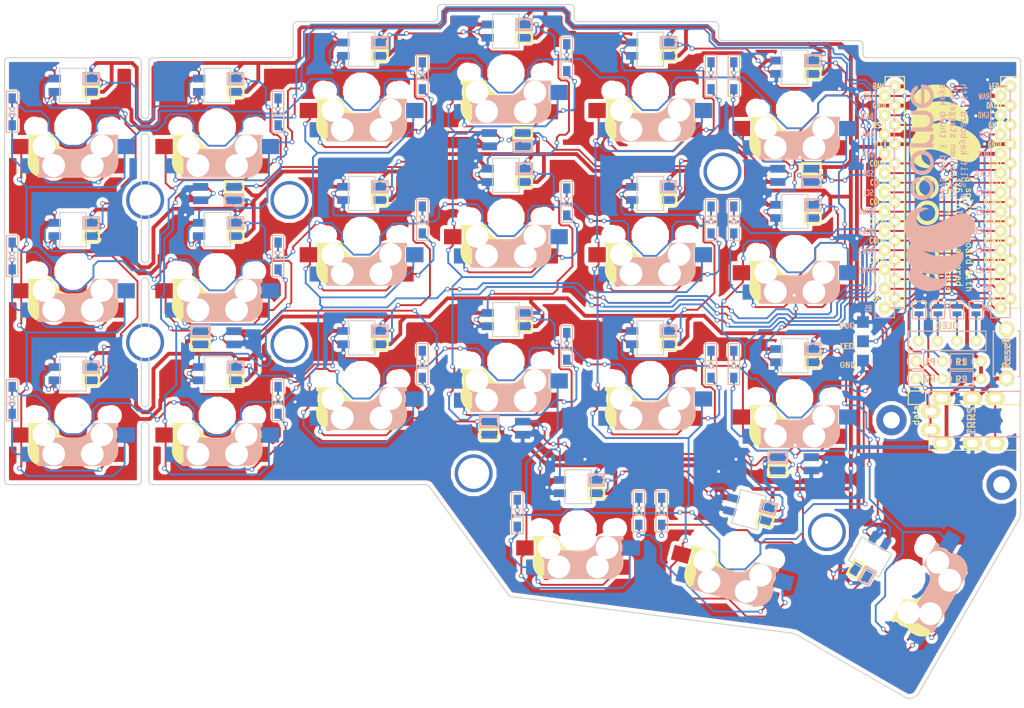
<source format=kicad_pcb>
(kicad_pcb (version 20171130) (host pcbnew "(5.0.0-3-g5ebb6b6)")
  (title_block (title "Corne Cherry") (date 2018-11-17) (rev 2.1) (company foostan))
  (layers (0 F.Cu signal) (31 B.Cu signal) (34 B.Paste user) (35 F.Paste user) (36 B.SilkS user) (37 F.SilkS user) (38 B.Mask user) (39 F.Mask user) (44 Edge.Cuts user))
  (net 0 "")
  (net 1 row0)
  (net 2 "Net-(D1-Pad2)")
  (net 3 row1)
  (net 4 "Net-(D2-Pad2)")
  (net 5 row2)
  (net 6 "Net-(D3-Pad2)")
  (net 7 row3)
  (net 8 "Net-(D4-Pad2)")
  (net 9 "Net-(D5-Pad2)")
  (net 10 "Net-(D6-Pad2)")
  (net 11 "Net-(D7-Pad2)")
  (net 12 "Net-(D8-Pad2)")
  (net 13 "Net-(D9-Pad2)")
  (net 14 "Net-(D10-Pad2)")
  (net 15 "Net-(D11-Pad2)")
  (net 16 "Net-(D12-Pad2)")
  (net 17 "Net-(D13-Pad2)")
  (net 18 "Net-(D14-Pad2)")
  (net 19 "Net-(D15-Pad2)")
  (net 20 "Net-(D16-Pad2)")
  (net 21 "Net-(D17-Pad2)")
  (net 22 "Net-(D18-Pad2)")
  (net 23 "Net-(D19-Pad2)")
  (net 24 "Net-(D20-Pad2)")
  (net 25 "Net-(D21-Pad2)")
  (net 26 GND)
  (net 27 VCC)
  (net 28 col0)
  (net 29 col1)
  (net 30 col2)
  (net 31 col3)
  (net 32 col4)
  (net 33 col5)
  (net 34 LED)
  (net 35 data)
  (net 36 "Net-(L1-Pad3)")
  (net 37 "Net-(L1-Pad1)")
  (net 38 "Net-(L3-Pad3)")
  (net 39 "Net-(L10-Pad1)")
  (net 40 "Net-(L11-Pad1)")
  (net 41 "Net-(L13-Pad1)")
  (net 42 "Net-(L14-Pad3)")
  (net 43 "Net-(L10-Pad3)")
  (net 44 "Net-(L12-Pad1)")
  (net 45 "Net-(L13-Pad3)")
  (net 46 "Net-(L15-Pad3)")
  (net 47 "Net-(L16-Pad3)")
  (net 48 reset)
  (net 49 SCL)
  (net 50 SDA)
  (net 51 "Net-(L5-Pad3)")
  (net 52 "Net-(U1-Pad14)")
  (net 53 "Net-(U1-Pad13)")
  (net 54 "Net-(U1-Pad12)")
  (net 55 "Net-(U1-Pad11)")
  (net 56 "Net-(J2-Pad1)")
  (net 57 "Net-(J2-Pad2)")
  (net 58 "Net-(J2-Pad3)")
  (net 59 "Net-(J2-Pad4)")
  (net 60 "Net-(L2-Pad3)")
  (net 61 "Net-(L3-Pad1)")
  (net 62 "Net-(L11-Pad3)")
  (net 63 "Net-(L14-Pad1)")
  (net 64 "Net-(L12-Pad3)")
  (net 65 "Net-(L17-Pad1)")
  (net 66 "Net-(L18-Pad3)")
  (net 67 "Net-(L19-Pad3)")
  (net 68 "Net-(J1-PadA)")
  (net 69 "Net-(J1-PadB)")
  (net 70 "Net-(U1-Pad24)")
  (net 71 "Net-(L21-Pad3)")
  (net 72 "Net-(L22-Pad3)")
  (net 73 "Net-(L22-Pad1)")
  (net 74 "Net-(L23-Pad3)")
  (net 75 "Net-(L25-Pad1)")
  (net 76 "Net-(L26-Pad1)")
  (module kbd:CherryMX_MidHeight_Hotswap_1.5u (layer F.Cu) (at 179.75 136.5 240)
    (fp_text reference SW21 hide)
    (fp_text value SW_PUSH hide)
    (pad 1 smd rect (at -7 -2.58 60) (size 2.3 2) (layers B.Cu B.Paste B.Mask) (net 33 col5))
    (pad 1 smd rect (at 7 -2.58 60) (size 2.3 2) (layers F.Cu F.Paste F.Mask) (net 33 col5))
    (pad 2 smd rect (at -5.7 -5.12 60) (size 2.3 2) (layers F.Cu F.Paste F.Mask) (net 25 "Net-(D21-Pad2)"))
    (pad "" np_thru_hole circle (at -3.81 -2.54 60) (size 3 3) (drill 3) (layers *.Cu *.Mask))
    (pad "" np_thru_hole circle (at -2.54 -5.08 60) (size 3 3) (drill 3) (layers *.Cu *.Mask))
    (pad "" np_thru_hole circle (at 3.81 -2.540001 60) (size 3 3) (drill 3) (layers *.Cu *.Mask))
    (pad "" np_thru_hole circle (at 2.54 -5.08 60) (size 3 3) (drill 3) (layers *.Cu *.Mask))
    (pad "" np_thru_hole circle (at 0 0 330) (size 3.9 3.9) (drill 3.9) (layers *.Cu *.Mask))
    (pad "" np_thru_hole circle (at 5.08 0 240) (size 1.7 1.7) (drill 1.7) (layers *.Cu *.Mask))
    (pad "" np_thru_hole circle (at -5.08 0 240) (size 1.7 1.7) (drill 1.7) (layers *.Cu *.Mask))
    (pad 2 smd rect (at 5.7 -5.12 60) (size 2.3 2) (layers B.Cu B.Paste B.Mask) (net 25 "Net-(D21-Pad2)"))
    (pad "" np_thru_hole circle (at -4.5 0 240) (size 1.5 1.5) (drill 1.5) (layers *.Cu *.Mask))
    (pad "" np_thru_hole circle (at 4.5 0 240) (size 1.5 1.5) (drill 1.5) (layers *.Cu *.Mask))
  )
  (module kbd:CherryMX_MidHeight_Hotswap (layer F.Cu) (at 70 77.125 180)
    (fp_text reference SW1 hide)
    (fp_text value SW_PUSH hide)
    (pad 1 smd rect (at -7 -2.58) (size 2.3 2) (layers B.Cu B.Paste B.Mask) (net 28 col0))
    (pad 1 smd rect (at 7 -2.58) (size 2.3 2) (layers F.Cu F.Paste F.Mask) (net 28 col0))
    (pad 2 smd rect (at -5.7 -5.12) (size 2.3 2) (layers F.Cu F.Paste F.Mask) (net 2 "Net-(D1-Pad2)"))
    (pad "" np_thru_hole circle (at -3.81 -2.54) (size 3 3) (drill 3) (layers *.Cu *.Mask))
    (pad "" np_thru_hole circle (at -2.54 -5.08) (size 3 3) (drill 3) (layers *.Cu *.Mask))
    (pad "" np_thru_hole circle (at 3.81 -2.540001) (size 3 3) (drill 3) (layers *.Cu *.Mask))
    (pad "" np_thru_hole circle (at 2.54 -5.08) (size 3 3) (drill 3) (layers *.Cu *.Mask))
    (pad "" np_thru_hole circle (at 0 0 270) (size 3.9 3.9) (drill 3.9) (layers *.Cu *.Mask))
    (pad "" np_thru_hole circle (at 5.08 0 180) (size 1.7 1.7) (drill 1.7) (layers *.Cu *.Mask))
    (pad "" np_thru_hole circle (at -5.08 0 180) (size 1.7 1.7) (drill 1.7) (layers *.Cu *.Mask))
    (pad 2 smd rect (at 5.7 -5.12) (size 2.3 2) (layers B.Cu B.Paste B.Mask) (net 2 "Net-(D1-Pad2)"))
    (pad "" np_thru_hole circle (at -4.5 0 180) (size 1.5 1.5) (drill 1.5) (layers *.Cu *.Mask))
    (pad "" np_thru_hole circle (at 4.5 0 180) (size 1.5 1.5) (drill 1.5) (layers *.Cu *.Mask))
  )
  (module kbd:CherryMX_MidHeight_Hotswap (layer F.Cu) (at 136.5 130 180)
    (fp_text reference SW19 hide)
    (fp_text value SW_PUSH hide)
    (pad 1 smd rect (at -7 -2.58) (size 2.3 2) (layers B.Cu B.Paste B.Mask) (net 31 col3))
    (pad 1 smd rect (at 7 -2.58) (size 2.3 2) (layers F.Cu F.Paste F.Mask) (net 31 col3))
    (pad 2 smd rect (at -5.7 -5.12) (size 2.3 2) (layers F.Cu F.Paste F.Mask) (net 23 "Net-(D19-Pad2)"))
    (pad "" np_thru_hole circle (at -3.81 -2.54) (size 3 3) (drill 3) (layers *.Cu *.Mask))
    (pad "" np_thru_hole circle (at -2.54 -5.08) (size 3 3) (drill 3) (layers *.Cu *.Mask))
    (pad "" np_thru_hole circle (at 3.81 -2.540001) (size 3 3) (drill 3) (layers *.Cu *.Mask))
    (pad "" np_thru_hole circle (at 2.54 -5.08) (size 3 3) (drill 3) (layers *.Cu *.Mask))
    (pad "" np_thru_hole circle (at 0 0 270) (size 3.9 3.9) (drill 3.9) (layers *.Cu *.Mask))
    (pad "" np_thru_hole circle (at 5.08 0 180) (size 1.7 1.7) (drill 1.7) (layers *.Cu *.Mask))
    (pad "" np_thru_hole circle (at -5.08 0 180) (size 1.7 1.7) (drill 1.7) (layers *.Cu *.Mask))
    (pad 2 smd rect (at 5.7 -5.12) (size 2.3 2) (layers B.Cu B.Paste B.Mask) (net 23 "Net-(D19-Pad2)"))
    (pad "" np_thru_hole circle (at -4.5 0 180) (size 1.5 1.5) (drill 1.5) (layers *.Cu *.Mask))
    (pad "" np_thru_hole circle (at 4.5 0 180) (size 1.5 1.5) (drill 1.5) (layers *.Cu *.Mask))
  )
  (module kbd:CherryMX_MidHeight_Hotswap (layer F.Cu) (at 165 112.75 180)
    (fp_text reference SW18 hide)
    (fp_text value SW_PUSH hide)
    (pad 1 smd rect (at -7 -2.58) (size 2.3 2) (layers B.Cu B.Paste B.Mask) (net 33 col5))
    (pad 1 smd rect (at 7 -2.58) (size 2.3 2) (layers F.Cu F.Paste F.Mask) (net 33 col5))
    (pad 2 smd rect (at -5.7 -5.12) (size 2.3 2) (layers F.Cu F.Paste F.Mask) (net 22 "Net-(D18-Pad2)"))
    (pad "" np_thru_hole circle (at -3.81 -2.54) (size 3 3) (drill 3) (layers *.Cu *.Mask))
    (pad "" np_thru_hole circle (at -2.54 -5.08) (size 3 3) (drill 3) (layers *.Cu *.Mask))
    (pad "" np_thru_hole circle (at 3.81 -2.540001) (size 3 3) (drill 3) (layers *.Cu *.Mask))
    (pad "" np_thru_hole circle (at 2.54 -5.08) (size 3 3) (drill 3) (layers *.Cu *.Mask))
    (pad "" np_thru_hole circle (at 0 0 270) (size 3.9 3.9) (drill 3.9) (layers *.Cu *.Mask))
    (pad "" np_thru_hole circle (at 5.08 0 180) (size 1.7 1.7) (drill 1.7) (layers *.Cu *.Mask))
    (pad "" np_thru_hole circle (at -5.08 0 180) (size 1.7 1.7) (drill 1.7) (layers *.Cu *.Mask))
    (pad 2 smd rect (at 5.7 -5.12) (size 2.3 2) (layers B.Cu B.Paste B.Mask) (net 22 "Net-(D18-Pad2)"))
    (pad "" np_thru_hole circle (at -4.5 0 180) (size 1.5 1.5) (drill 1.5) (layers *.Cu *.Mask))
    (pad "" np_thru_hole circle (at 4.5 0 180) (size 1.5 1.5) (drill 1.5) (layers *.Cu *.Mask))
  )
  (module kbd:CherryMX_MidHeight_Hotswap (layer F.Cu) (at 108 110.375 180)
    (fp_text reference SW15 hide)
    (fp_text value SW_PUSH hide)
    (pad 1 smd rect (at -7 -2.58) (size 2.3 2) (layers B.Cu B.Paste B.Mask) (net 30 col2))
    (pad 1 smd rect (at 7 -2.58) (size 2.3 2) (layers F.Cu F.Paste F.Mask) (net 30 col2))
    (pad 2 smd rect (at -5.7 -5.12) (size 2.3 2) (layers F.Cu F.Paste F.Mask) (net 19 "Net-(D15-Pad2)"))
    (pad "" np_thru_hole circle (at -3.81 -2.54) (size 3 3) (drill 3) (layers *.Cu *.Mask))
    (pad "" np_thru_hole circle (at -2.54 -5.08) (size 3 3) (drill 3) (layers *.Cu *.Mask))
    (pad "" np_thru_hole circle (at 3.81 -2.540001) (size 3 3) (drill 3) (layers *.Cu *.Mask))
    (pad "" np_thru_hole circle (at 2.54 -5.08) (size 3 3) (drill 3) (layers *.Cu *.Mask))
    (pad "" np_thru_hole circle (at 0 0 270) (size 3.9 3.9) (drill 3.9) (layers *.Cu *.Mask))
    (pad "" np_thru_hole circle (at 5.08 0 180) (size 1.7 1.7) (drill 1.7) (layers *.Cu *.Mask))
    (pad "" np_thru_hole circle (at -5.08 0 180) (size 1.7 1.7) (drill 1.7) (layers *.Cu *.Mask))
    (pad 2 smd rect (at 5.7 -5.12) (size 2.3 2) (layers B.Cu B.Paste B.Mask) (net 19 "Net-(D15-Pad2)"))
    (pad "" np_thru_hole circle (at -4.5 0 180) (size 1.5 1.5) (drill 1.5) (layers *.Cu *.Mask))
    (pad "" np_thru_hole circle (at 4.5 0 180) (size 1.5 1.5) (drill 1.5) (layers *.Cu *.Mask))
  )
  (module kbd:CherryMX_MidHeight_Hotswap (layer F.Cu) (at 89 115.125 180)
    (fp_text reference SW14 hide)
    (fp_text value SW_PUSH hide)
    (pad 1 smd rect (at -7 -2.58) (size 2.3 2) (layers B.Cu B.Paste B.Mask) (net 29 col1))
    (pad 1 smd rect (at 7 -2.58) (size 2.3 2) (layers F.Cu F.Paste F.Mask) (net 29 col1))
    (pad 2 smd rect (at -5.7 -5.12) (size 2.3 2) (layers F.Cu F.Paste F.Mask) (net 18 "Net-(D14-Pad2)"))
    (pad "" np_thru_hole circle (at -3.81 -2.54) (size 3 3) (drill 3) (layers *.Cu *.Mask))
    (pad "" np_thru_hole circle (at -2.54 -5.08) (size 3 3) (drill 3) (layers *.Cu *.Mask))
    (pad "" np_thru_hole circle (at 3.81 -2.540001) (size 3 3) (drill 3) (layers *.Cu *.Mask))
    (pad "" np_thru_hole circle (at 2.54 -5.08) (size 3 3) (drill 3) (layers *.Cu *.Mask))
    (pad "" np_thru_hole circle (at 0 0 270) (size 3.9 3.9) (drill 3.9) (layers *.Cu *.Mask))
    (pad "" np_thru_hole circle (at 5.08 0 180) (size 1.7 1.7) (drill 1.7) (layers *.Cu *.Mask))
    (pad "" np_thru_hole circle (at -5.08 0 180) (size 1.7 1.7) (drill 1.7) (layers *.Cu *.Mask))
    (pad 2 smd rect (at 5.7 -5.12) (size 2.3 2) (layers B.Cu B.Paste B.Mask) (net 18 "Net-(D14-Pad2)"))
    (pad "" np_thru_hole circle (at -4.5 0 180) (size 1.5 1.5) (drill 1.5) (layers *.Cu *.Mask))
    (pad "" np_thru_hole circle (at 4.5 0 180) (size 1.5 1.5) (drill 1.5) (layers *.Cu *.Mask))
  )
  (module kbd:CherryMX_MidHeight_Hotswap (layer F.Cu) (at 70 115.125 180)
    (fp_text reference SW13 hide)
    (fp_text value SW_PUSH hide)
    (pad 1 smd rect (at -7 -2.58) (size 2.3 2) (layers B.Cu B.Paste B.Mask) (net 28 col0))
    (pad 1 smd rect (at 7 -2.58) (size 2.3 2) (layers F.Cu F.Paste F.Mask) (net 28 col0))
    (pad 2 smd rect (at -5.7 -5.12) (size 2.3 2) (layers F.Cu F.Paste F.Mask) (net 17 "Net-(D13-Pad2)"))
    (pad "" np_thru_hole circle (at -3.81 -2.54) (size 3 3) (drill 3) (layers *.Cu *.Mask))
    (pad "" np_thru_hole circle (at -2.54 -5.08) (size 3 3) (drill 3) (layers *.Cu *.Mask))
    (pad "" np_thru_hole circle (at 3.81 -2.540001) (size 3 3) (drill 3) (layers *.Cu *.Mask))
    (pad "" np_thru_hole circle (at 2.54 -5.08) (size 3 3) (drill 3) (layers *.Cu *.Mask))
    (pad "" np_thru_hole circle (at 0 0 270) (size 3.9 3.9) (drill 3.9) (layers *.Cu *.Mask))
    (pad "" np_thru_hole circle (at 5.08 0 180) (size 1.7 1.7) (drill 1.7) (layers *.Cu *.Mask))
    (pad "" np_thru_hole circle (at -5.08 0 180) (size 1.7 1.7) (drill 1.7) (layers *.Cu *.Mask))
    (pad 2 smd rect (at 5.7 -5.12) (size 2.3 2) (layers B.Cu B.Paste B.Mask) (net 17 "Net-(D13-Pad2)"))
    (pad "" np_thru_hole circle (at -4.5 0 180) (size 1.5 1.5) (drill 1.5) (layers *.Cu *.Mask))
    (pad "" np_thru_hole circle (at 4.5 0 180) (size 1.5 1.5) (drill 1.5) (layers *.Cu *.Mask))
  )
  (module kbd:CherryMX_MidHeight_Hotswap (layer F.Cu) (at 165 93.75 180)
    (fp_text reference SW12 hide)
    (fp_text value SW_PUSH hide)
    (pad 1 smd rect (at -7 -2.58) (size 2.3 2) (layers B.Cu B.Paste B.Mask) (net 33 col5))
    (pad 1 smd rect (at 7 -2.58) (size 2.3 2) (layers F.Cu F.Paste F.Mask) (net 33 col5))
    (pad 2 smd rect (at -5.7 -5.12) (size 2.3 2) (layers F.Cu F.Paste F.Mask) (net 16 "Net-(D12-Pad2)"))
    (pad "" np_thru_hole circle (at -3.81 -2.54) (size 3 3) (drill 3) (layers *.Cu *.Mask))
    (pad "" np_thru_hole circle (at -2.54 -5.08) (size 3 3) (drill 3) (layers *.Cu *.Mask))
    (pad "" np_thru_hole circle (at 3.81 -2.540001) (size 3 3) (drill 3) (layers *.Cu *.Mask))
    (pad "" np_thru_hole circle (at 2.54 -5.08) (size 3 3) (drill 3) (layers *.Cu *.Mask))
    (pad "" np_thru_hole circle (at 0 0 270) (size 3.9 3.9) (drill 3.9) (layers *.Cu *.Mask))
    (pad "" np_thru_hole circle (at 5.08 0 180) (size 1.7 1.7) (drill 1.7) (layers *.Cu *.Mask))
    (pad "" np_thru_hole circle (at -5.08 0 180) (size 1.7 1.7) (drill 1.7) (layers *.Cu *.Mask))
    (pad 2 smd rect (at 5.7 -5.12) (size 2.3 2) (layers B.Cu B.Paste B.Mask) (net 16 "Net-(D12-Pad2)"))
    (pad "" np_thru_hole circle (at -4.5 0 180) (size 1.5 1.5) (drill 1.5) (layers *.Cu *.Mask))
    (pad "" np_thru_hole circle (at 4.5 0 180) (size 1.5 1.5) (drill 1.5) (layers *.Cu *.Mask))
  )
  (module kbd:CherryMX_MidHeight_Hotswap (layer F.Cu) (at 146 91.375 180)
    (fp_text reference SW11 hide)
    (fp_text value SW_PUSH hide)
    (pad 1 smd rect (at -7 -2.58) (size 2.3 2) (layers B.Cu B.Paste B.Mask) (net 32 col4))
    (pad 1 smd rect (at 7 -2.58) (size 2.3 2) (layers F.Cu F.Paste F.Mask) (net 32 col4))
    (pad 2 smd rect (at -5.7 -5.12) (size 2.3 2) (layers F.Cu F.Paste F.Mask) (net 15 "Net-(D11-Pad2)"))
    (pad "" np_thru_hole circle (at -3.81 -2.54) (size 3 3) (drill 3) (layers *.Cu *.Mask))
    (pad "" np_thru_hole circle (at -2.54 -5.08) (size 3 3) (drill 3) (layers *.Cu *.Mask))
    (pad "" np_thru_hole circle (at 3.81 -2.540001) (size 3 3) (drill 3) (layers *.Cu *.Mask))
    (pad "" np_thru_hole circle (at 2.54 -5.08) (size 3 3) (drill 3) (layers *.Cu *.Mask))
    (pad "" np_thru_hole circle (at 0 0 270) (size 3.9 3.9) (drill 3.9) (layers *.Cu *.Mask))
    (pad "" np_thru_hole circle (at 5.08 0 180) (size 1.7 1.7) (drill 1.7) (layers *.Cu *.Mask))
    (pad "" np_thru_hole circle (at -5.08 0 180) (size 1.7 1.7) (drill 1.7) (layers *.Cu *.Mask))
    (pad 2 smd rect (at 5.7 -5.12) (size 2.3 2) (layers B.Cu B.Paste B.Mask) (net 15 "Net-(D11-Pad2)"))
    (pad "" np_thru_hole circle (at -4.5 0 180) (size 1.5 1.5) (drill 1.5) (layers *.Cu *.Mask))
    (pad "" np_thru_hole circle (at 4.5 0 180) (size 1.5 1.5) (drill 1.5) (layers *.Cu *.Mask))
  )
  (module kbd:CherryMX_MidHeight_Hotswap (layer F.Cu) (at 127 89 180)
    (fp_text reference SW10 hide)
    (fp_text value SW_PUSH hide)
    (pad 1 smd rect (at -7 -2.58) (size 2.3 2) (layers B.Cu B.Paste B.Mask) (net 31 col3))
    (pad 1 smd rect (at 7 -2.58) (size 2.3 2) (layers F.Cu F.Paste F.Mask) (net 31 col3))
    (pad 2 smd rect (at -5.7 -5.12) (size 2.3 2) (layers F.Cu F.Paste F.Mask) (net 14 "Net-(D10-Pad2)"))
    (pad "" np_thru_hole circle (at -3.81 -2.54) (size 3 3) (drill 3) (layers *.Cu *.Mask))
    (pad "" np_thru_hole circle (at -2.54 -5.08) (size 3 3) (drill 3) (layers *.Cu *.Mask))
    (pad "" np_thru_hole circle (at 3.81 -2.540001) (size 3 3) (drill 3) (layers *.Cu *.Mask))
    (pad "" np_thru_hole circle (at 2.54 -5.08) (size 3 3) (drill 3) (layers *.Cu *.Mask))
    (pad "" np_thru_hole circle (at 0 0 270) (size 3.9 3.9) (drill 3.9) (layers *.Cu *.Mask))
    (pad "" np_thru_hole circle (at 5.08 0 180) (size 1.7 1.7) (drill 1.7) (layers *.Cu *.Mask))
    (pad "" np_thru_hole circle (at -5.08 0 180) (size 1.7 1.7) (drill 1.7) (layers *.Cu *.Mask))
    (pad 2 smd rect (at 5.7 -5.12) (size 2.3 2) (layers B.Cu B.Paste B.Mask) (net 14 "Net-(D10-Pad2)"))
    (pad "" np_thru_hole circle (at -4.5 0 180) (size 1.5 1.5) (drill 1.5) (layers *.Cu *.Mask))
    (pad "" np_thru_hole circle (at 4.5 0 180) (size 1.5 1.5) (drill 1.5) (layers *.Cu *.Mask))
  )
  (module kbd:CherryMX_MidHeight_Hotswap (layer F.Cu) (at 108 91.375 180)
    (fp_text reference SW9 hide)
    (fp_text value SW_PUSH hide)
    (pad 1 smd rect (at -7 -2.58) (size 2.3 2) (layers B.Cu B.Paste B.Mask) (net 30 col2))
    (pad 1 smd rect (at 7 -2.58) (size 2.3 2) (layers F.Cu F.Paste F.Mask) (net 30 col2))
    (pad 2 smd rect (at -5.7 -5.12) (size 2.3 2) (layers F.Cu F.Paste F.Mask) (net 13 "Net-(D9-Pad2)"))
    (pad "" np_thru_hole circle (at -3.81 -2.54) (size 3 3) (drill 3) (layers *.Cu *.Mask))
    (pad "" np_thru_hole circle (at -2.54 -5.08) (size 3 3) (drill 3) (layers *.Cu *.Mask))
    (pad "" np_thru_hole circle (at 3.81 -2.540001) (size 3 3) (drill 3) (layers *.Cu *.Mask))
    (pad "" np_thru_hole circle (at 2.54 -5.08) (size 3 3) (drill 3) (layers *.Cu *.Mask))
    (pad "" np_thru_hole circle (at 0 0 270) (size 3.9 3.9) (drill 3.9) (layers *.Cu *.Mask))
    (pad "" np_thru_hole circle (at 5.08 0 180) (size 1.7 1.7) (drill 1.7) (layers *.Cu *.Mask))
    (pad "" np_thru_hole circle (at -5.08 0 180) (size 1.7 1.7) (drill 1.7) (layers *.Cu *.Mask))
    (pad 2 smd rect (at 5.7 -5.12) (size 2.3 2) (layers B.Cu B.Paste B.Mask) (net 13 "Net-(D9-Pad2)"))
    (pad "" np_thru_hole circle (at -4.5 0 180) (size 1.5 1.5) (drill 1.5) (layers *.Cu *.Mask))
    (pad "" np_thru_hole circle (at 4.5 0 180) (size 1.5 1.5) (drill 1.5) (layers *.Cu *.Mask))
  )
  (module kbd:CherryMX_MidHeight_Hotswap (layer F.Cu) (at 89 96.125 180)
    (fp_text reference SW8 hide)
    (fp_text value SW_PUSH hide)
    (pad 1 smd rect (at -7 -2.58) (size 2.3 2) (layers B.Cu B.Paste B.Mask) (net 29 col1))
    (pad 1 smd rect (at 7 -2.58) (size 2.3 2) (layers F.Cu F.Paste F.Mask) (net 29 col1))
    (pad 2 smd rect (at -5.7 -5.12) (size 2.3 2) (layers F.Cu F.Paste F.Mask) (net 12 "Net-(D8-Pad2)"))
    (pad "" np_thru_hole circle (at -3.81 -2.54) (size 3 3) (drill 3) (layers *.Cu *.Mask))
    (pad "" np_thru_hole circle (at -2.54 -5.08) (size 3 3) (drill 3) (layers *.Cu *.Mask))
    (pad "" np_thru_hole circle (at 3.81 -2.540001) (size 3 3) (drill 3) (layers *.Cu *.Mask))
    (pad "" np_thru_hole circle (at 2.54 -5.08) (size 3 3) (drill 3) (layers *.Cu *.Mask))
    (pad "" np_thru_hole circle (at 0 0 270) (size 3.9 3.9) (drill 3.9) (layers *.Cu *.Mask))
    (pad "" np_thru_hole circle (at 5.08 0 180) (size 1.7 1.7) (drill 1.7) (layers *.Cu *.Mask))
    (pad "" np_thru_hole circle (at -5.08 0 180) (size 1.7 1.7) (drill 1.7) (layers *.Cu *.Mask))
    (pad 2 smd rect (at 5.7 -5.12) (size 2.3 2) (layers B.Cu B.Paste B.Mask) (net 12 "Net-(D8-Pad2)"))
    (pad "" np_thru_hole circle (at -4.5 0 180) (size 1.5 1.5) (drill 1.5) (layers *.Cu *.Mask))
    (pad "" np_thru_hole circle (at 4.5 0 180) (size 1.5 1.5) (drill 1.5) (layers *.Cu *.Mask))
  )
  (module kbd:CherryMX_MidHeight_Hotswap (layer F.Cu) (at 70 96.125 180)
    (fp_text reference SW7 hide)
    (fp_text value SW_PUSH hide)
    (pad 1 smd rect (at -7 -2.58) (size 2.3 2) (layers B.Cu B.Paste B.Mask) (net 28 col0))
    (pad 1 smd rect (at 7 -2.58) (size 2.3 2) (layers F.Cu F.Paste F.Mask) (net 28 col0))
    (pad 2 smd rect (at -5.7 -5.12) (size 2.3 2) (layers F.Cu F.Paste F.Mask) (net 11 "Net-(D7-Pad2)"))
    (pad "" np_thru_hole circle (at -3.81 -2.54) (size 3 3) (drill 3) (layers *.Cu *.Mask))
    (pad "" np_thru_hole circle (at -2.54 -5.08) (size 3 3) (drill 3) (layers *.Cu *.Mask))
    (pad "" np_thru_hole circle (at 3.81 -2.540001) (size 3 3) (drill 3) (layers *.Cu *.Mask))
    (pad "" np_thru_hole circle (at 2.54 -5.08) (size 3 3) (drill 3) (layers *.Cu *.Mask))
    (pad "" np_thru_hole circle (at 0 0 270) (size 3.9 3.9) (drill 3.9) (layers *.Cu *.Mask))
    (pad "" np_thru_hole circle (at 5.08 0 180) (size 1.7 1.7) (drill 1.7) (layers *.Cu *.Mask))
    (pad "" np_thru_hole circle (at -5.08 0 180) (size 1.7 1.7) (drill 1.7) (layers *.Cu *.Mask))
    (pad 2 smd rect (at 5.7 -5.12) (size 2.3 2) (layers B.Cu B.Paste B.Mask) (net 11 "Net-(D7-Pad2)"))
    (pad "" np_thru_hole circle (at -4.5 0 180) (size 1.5 1.5) (drill 1.5) (layers *.Cu *.Mask))
    (pad "" np_thru_hole circle (at 4.5 0 180) (size 1.5 1.5) (drill 1.5) (layers *.Cu *.Mask))
  )
  (module kbd:CherryMX_MidHeight_Hotswap (layer F.Cu) (at 165 74.75 180)
    (fp_text reference SW6 hide)
    (fp_text value SW_PUSH hide)
    (pad 1 smd rect (at -7 -2.58) (size 2.3 2) (layers B.Cu B.Paste B.Mask) (net 33 col5))
    (pad 1 smd rect (at 7 -2.58) (size 2.3 2) (layers F.Cu F.Paste F.Mask) (net 33 col5))
    (pad 2 smd rect (at -5.7 -5.12) (size 2.3 2) (layers F.Cu F.Paste F.Mask) (net 10 "Net-(D6-Pad2)"))
    (pad "" np_thru_hole circle (at -3.81 -2.54) (size 3 3) (drill 3) (layers *.Cu *.Mask))
    (pad "" np_thru_hole circle (at -2.54 -5.08) (size 3 3) (drill 3) (layers *.Cu *.Mask))
    (pad "" np_thru_hole circle (at 3.81 -2.540001) (size 3 3) (drill 3) (layers *.Cu *.Mask))
    (pad "" np_thru_hole circle (at 2.54 -5.08) (size 3 3) (drill 3) (layers *.Cu *.Mask))
    (pad "" np_thru_hole circle (at 0 0 270) (size 3.9 3.9) (drill 3.9) (layers *.Cu *.Mask))
    (pad "" np_thru_hole circle (at 5.08 0 180) (size 1.7 1.7) (drill 1.7) (layers *.Cu *.Mask))
    (pad "" np_thru_hole circle (at -5.08 0 180) (size 1.7 1.7) (drill 1.7) (layers *.Cu *.Mask))
    (pad 2 smd rect (at 5.7 -5.12) (size 2.3 2) (layers B.Cu B.Paste B.Mask) (net 10 "Net-(D6-Pad2)"))
    (pad "" np_thru_hole circle (at -4.5 0 180) (size 1.5 1.5) (drill 1.5) (layers *.Cu *.Mask))
    (pad "" np_thru_hole circle (at 4.5 0 180) (size 1.5 1.5) (drill 1.5) (layers *.Cu *.Mask))
  )
  (module kbd:CherryMX_MidHeight_Hotswap (layer F.Cu) (at 146 72.375 180)
    (fp_text reference SW5 hide)
    (fp_text value SW_PUSH hide)
    (pad 1 smd rect (at -7 -2.58) (size 2.3 2) (layers B.Cu B.Paste B.Mask) (net 32 col4))
    (pad 1 smd rect (at 7 -2.58) (size 2.3 2) (layers F.Cu F.Paste F.Mask) (net 32 col4))
    (pad 2 smd rect (at -5.7 -5.12) (size 2.3 2) (layers F.Cu F.Paste F.Mask) (net 9 "Net-(D5-Pad2)"))
    (pad "" np_thru_hole circle (at -3.81 -2.54) (size 3 3) (drill 3) (layers *.Cu *.Mask))
    (pad "" np_thru_hole circle (at -2.54 -5.08) (size 3 3) (drill 3) (layers *.Cu *.Mask))
    (pad "" np_thru_hole circle (at 3.81 -2.540001) (size 3 3) (drill 3) (layers *.Cu *.Mask))
    (pad "" np_thru_hole circle (at 2.54 -5.08) (size 3 3) (drill 3) (layers *.Cu *.Mask))
    (pad "" np_thru_hole circle (at 0 0 270) (size 3.9 3.9) (drill 3.9) (layers *.Cu *.Mask))
    (pad "" np_thru_hole circle (at 5.08 0 180) (size 1.7 1.7) (drill 1.7) (layers *.Cu *.Mask))
    (pad "" np_thru_hole circle (at -5.08 0 180) (size 1.7 1.7) (drill 1.7) (layers *.Cu *.Mask))
    (pad 2 smd rect (at 5.7 -5.12) (size 2.3 2) (layers B.Cu B.Paste B.Mask) (net 9 "Net-(D5-Pad2)"))
    (pad "" np_thru_hole circle (at -4.5 0 180) (size 1.5 1.5) (drill 1.5) (layers *.Cu *.Mask))
    (pad "" np_thru_hole circle (at 4.5 0 180) (size 1.5 1.5) (drill 1.5) (layers *.Cu *.Mask))
  )
  (module kbd:CherryMX_MidHeight_Hotswap (layer F.Cu) (at 108 72.375 180)
    (fp_text reference SW3 hide)
    (fp_text value SW_PUSH hide)
    (pad 1 smd rect (at -7 -2.58) (size 2.3 2) (layers B.Cu B.Paste B.Mask) (net 30 col2))
    (pad 1 smd rect (at 7 -2.58) (size 2.3 2) (layers F.Cu F.Paste F.Mask) (net 30 col2))
    (pad 2 smd rect (at -5.7 -5.12) (size 2.3 2) (layers F.Cu F.Paste F.Mask) (net 6 "Net-(D3-Pad2)"))
    (pad "" np_thru_hole circle (at -3.81 -2.54) (size 3 3) (drill 3) (layers *.Cu *.Mask))
    (pad "" np_thru_hole circle (at -2.54 -5.08) (size 3 3) (drill 3) (layers *.Cu *.Mask))
    (pad "" np_thru_hole circle (at 3.81 -2.540001) (size 3 3) (drill 3) (layers *.Cu *.Mask))
    (pad "" np_thru_hole circle (at 2.54 -5.08) (size 3 3) (drill 3) (layers *.Cu *.Mask))
    (pad "" np_thru_hole circle (at 0 0 270) (size 3.9 3.9) (drill 3.9) (layers *.Cu *.Mask))
    (pad "" np_thru_hole circle (at 5.08 0 180) (size 1.7 1.7) (drill 1.7) (layers *.Cu *.Mask))
    (pad "" np_thru_hole circle (at -5.08 0 180) (size 1.7 1.7) (drill 1.7) (layers *.Cu *.Mask))
    (pad 2 smd rect (at 5.7 -5.12) (size 2.3 2) (layers B.Cu B.Paste B.Mask) (net 6 "Net-(D3-Pad2)"))
    (pad "" np_thru_hole circle (at -4.5 0 180) (size 1.5 1.5) (drill 1.5) (layers *.Cu *.Mask))
    (pad "" np_thru_hole circle (at 4.5 0 180) (size 1.5 1.5) (drill 1.5) (layers *.Cu *.Mask))
  )
  (module kbd:CherryMX_MidHeight_Hotswap (layer F.Cu) (at 89 77.125 180)
    (fp_text reference SW2 hide)
    (fp_text value SW_PUSH hide)
    (pad 1 smd rect (at -7 -2.58) (size 2.3 2) (layers B.Cu B.Paste B.Mask) (net 29 col1))
    (pad 1 smd rect (at 7 -2.58) (size 2.3 2) (layers F.Cu F.Paste F.Mask) (net 29 col1))
    (pad 2 smd rect (at -5.7 -5.12) (size 2.3 2) (layers F.Cu F.Paste F.Mask) (net 4 "Net-(D2-Pad2)"))
    (pad "" np_thru_hole circle (at -3.81 -2.54) (size 3 3) (drill 3) (layers *.Cu *.Mask))
    (pad "" np_thru_hole circle (at -2.54 -5.08) (size 3 3) (drill 3) (layers *.Cu *.Mask))
    (pad "" np_thru_hole circle (at 3.81 -2.540001) (size 3 3) (drill 3) (layers *.Cu *.Mask))
    (pad "" np_thru_hole circle (at 2.54 -5.08) (size 3 3) (drill 3) (layers *.Cu *.Mask))
    (pad "" np_thru_hole circle (at 0 0 270) (size 3.9 3.9) (drill 3.9) (layers *.Cu *.Mask))
    (pad "" np_thru_hole circle (at 5.08 0 180) (size 1.7 1.7) (drill 1.7) (layers *.Cu *.Mask))
    (pad "" np_thru_hole circle (at -5.08 0 180) (size 1.7 1.7) (drill 1.7) (layers *.Cu *.Mask))
    (pad 2 smd rect (at 5.7 -5.12) (size 2.3 2) (layers B.Cu B.Paste B.Mask) (net 4 "Net-(D2-Pad2)"))
    (pad "" np_thru_hole circle (at -4.5 0 180) (size 1.5 1.5) (drill 1.5) (layers *.Cu *.Mask))
    (pad "" np_thru_hole circle (at 4.5 0 180) (size 1.5 1.5) (drill 1.5) (layers *.Cu *.Mask))
  )
  (module kbd:CherryMX_MidHeight_Hotswap (layer F.Cu) (at 146 110.375 180)
    (fp_text reference SW17 hide)
    (fp_text value SW_PUSH hide)
    (pad 1 smd rect (at -7 -2.58) (size 2.3 2) (layers B.Cu B.Paste B.Mask) (net 32 col4))
    (pad 1 smd rect (at 7 -2.58) (size 2.3 2) (layers F.Cu F.Paste F.Mask) (net 32 col4))
    (pad 2 smd rect (at -5.7 -5.12) (size 2.3 2) (layers F.Cu F.Paste F.Mask) (net 21 "Net-(D17-Pad2)"))
    (pad "" np_thru_hole circle (at -3.81 -2.54) (size 3 3) (drill 3) (layers *.Cu *.Mask))
    (pad "" np_thru_hole circle (at -2.54 -5.08) (size 3 3) (drill 3) (layers *.Cu *.Mask))
    (pad "" np_thru_hole circle (at 3.81 -2.540001) (size 3 3) (drill 3) (layers *.Cu *.Mask))
    (pad "" np_thru_hole circle (at 2.54 -5.08) (size 3 3) (drill 3) (layers *.Cu *.Mask))
    (pad "" np_thru_hole circle (at 0 0 270) (size 3.9 3.9) (drill 3.9) (layers *.Cu *.Mask))
    (pad "" np_thru_hole circle (at 5.08 0 180) (size 1.7 1.7) (drill 1.7) (layers *.Cu *.Mask))
    (pad "" np_thru_hole circle (at -5.08 0 180) (size 1.7 1.7) (drill 1.7) (layers *.Cu *.Mask))
    (pad 2 smd rect (at 5.7 -5.12) (size 2.3 2) (layers B.Cu B.Paste B.Mask) (net 21 "Net-(D17-Pad2)"))
    (pad "" np_thru_hole circle (at -4.5 0 180) (size 1.5 1.5) (drill 1.5) (layers *.Cu *.Mask))
    (pad "" np_thru_hole circle (at 4.5 0 180) (size 1.5 1.5) (drill 1.5) (layers *.Cu *.Mask))
  )
  (module kbd:CherryMX_MidHeight_Hotswap (layer F.Cu) (at 157.5 132.75 165)
    (fp_text reference SW20 hide)
    (fp_text value SW_PUSH hide)
    (pad 1 smd rect (at -7 -2.58 345) (size 2.3 2) (layers B.Cu B.Paste B.Mask) (net 32 col4))
    (pad 1 smd rect (at 7 -2.58 345) (size 2.3 2) (layers F.Cu F.Paste F.Mask) (net 32 col4))
    (pad 2 smd rect (at -5.7 -5.12 345) (size 2.3 2) (layers F.Cu F.Paste F.Mask) (net 24 "Net-(D20-Pad2)"))
    (pad "" np_thru_hole circle (at -3.81 -2.54 345) (size 3 3) (drill 3) (layers *.Cu *.Mask))
    (pad "" np_thru_hole circle (at -2.54 -5.08 345) (size 3 3) (drill 3) (layers *.Cu *.Mask))
    (pad "" np_thru_hole circle (at 3.81 -2.540001 345) (size 3 3) (drill 3) (layers *.Cu *.Mask))
    (pad "" np_thru_hole circle (at 2.54 -5.08 345) (size 3 3) (drill 3) (layers *.Cu *.Mask))
    (pad "" np_thru_hole circle (at 0 0 255) (size 3.9 3.9) (drill 3.9) (layers *.Cu *.Mask))
    (pad "" np_thru_hole circle (at 5.08 0 165) (size 1.7 1.7) (drill 1.7) (layers *.Cu *.Mask))
    (pad "" np_thru_hole circle (at -5.08 0 165) (size 1.7 1.7) (drill 1.7) (layers *.Cu *.Mask))
    (pad 2 smd rect (at 5.7 -5.12 345) (size 2.3 2) (layers B.Cu B.Paste B.Mask) (net 24 "Net-(D20-Pad2)"))
    (pad "" np_thru_hole circle (at -4.5 0 165) (size 1.5 1.5) (drill 1.5) (layers *.Cu *.Mask))
    (pad "" np_thru_hole circle (at 4.5 0 165) (size 1.5 1.5) (drill 1.5) (layers *.Cu *.Mask))
  )
  (module kbd:CherryMX_MidHeight_Hotswap (layer F.Cu) (at 127 70 180)
    (fp_text reference SW4 hide)
    (fp_text value SW_PUSH hide)
    (pad 1 smd rect (at -7 -2.58) (size 2.3 2) (layers B.Cu B.Paste B.Mask) (net 31 col3))
    (pad 1 smd rect (at 7 -2.58) (size 2.3 2) (layers F.Cu F.Paste F.Mask) (net 31 col3))
    (pad 2 smd rect (at -5.7 -5.12) (size 2.3 2) (layers F.Cu F.Paste F.Mask) (net 8 "Net-(D4-Pad2)"))
    (pad "" np_thru_hole circle (at -3.81 -2.54) (size 3 3) (drill 3) (layers *.Cu *.Mask))
    (pad "" np_thru_hole circle (at -2.54 -5.08) (size 3 3) (drill 3) (layers *.Cu *.Mask))
    (pad "" np_thru_hole circle (at 3.81 -2.540001) (size 3 3) (drill 3) (layers *.Cu *.Mask))
    (pad "" np_thru_hole circle (at 2.54 -5.08) (size 3 3) (drill 3) (layers *.Cu *.Mask))
    (pad "" np_thru_hole circle (at 0 0 270) (size 3.9 3.9) (drill 3.9) (layers *.Cu *.Mask))
    (pad "" np_thru_hole circle (at 5.08 0 180) (size 1.7 1.7) (drill 1.7) (layers *.Cu *.Mask))
    (pad "" np_thru_hole circle (at -5.08 0 180) (size 1.7 1.7) (drill 1.7) (layers *.Cu *.Mask))
    (pad 2 smd rect (at 5.7 -5.12) (size 2.3 2) (layers B.Cu B.Paste B.Mask) (net 8 "Net-(D4-Pad2)"))
    (pad "" np_thru_hole circle (at -4.5 0 180) (size 1.5 1.5) (drill 1.5) (layers *.Cu *.Mask))
    (pad "" np_thru_hole circle (at 4.5 0 180) (size 1.5 1.5) (drill 1.5) (layers *.Cu *.Mask))
  )
  (module kbd:CherryMX_MidHeight_Hotswap (layer F.Cu) (at 127 108 180)
    (fp_text reference SW16 hide)
    (fp_text value SW_PUSH hide)
    (pad 1 smd rect (at -7 -2.58) (size 2.3 2) (layers B.Cu B.Paste B.Mask) (net 31 col3))
    (pad 1 smd rect (at 7 -2.58) (size 2.3 2) (layers F.Cu F.Paste F.Mask) (net 31 col3))
    (pad 2 smd rect (at -5.7 -5.12) (size 2.3 2) (layers F.Cu F.Paste F.Mask) (net 20 "Net-(D16-Pad2)"))
    (pad "" np_thru_hole circle (at -3.81 -2.54) (size 3 3) (drill 3) (layers *.Cu *.Mask))
    (pad "" np_thru_hole circle (at -2.54 -5.08) (size 3 3) (drill 3) (layers *.Cu *.Mask))
    (pad "" np_thru_hole circle (at 3.81 -2.540001) (size 3 3) (drill 3) (layers *.Cu *.Mask))
    (pad "" np_thru_hole circle (at 2.54 -5.08) (size 3 3) (drill 3) (layers *.Cu *.Mask))
    (pad "" np_thru_hole circle (at 0 0 270) (size 3.9 3.9) (drill 3.9) (layers *.Cu *.Mask))
    (pad "" np_thru_hole circle (at 5.08 0 180) (size 1.7 1.7) (drill 1.7) (layers *.Cu *.Mask))
    (pad "" np_thru_hole circle (at -5.08 0 180) (size 1.7 1.7) (drill 1.7) (layers *.Cu *.Mask))
    (pad 2 smd rect (at 5.7 -5.12) (size 2.3 2) (layers B.Cu B.Paste B.Mask) (net 20 "Net-(D16-Pad2)"))
    (pad "" np_thru_hole circle (at -4.5 0 180) (size 1.5 1.5) (drill 1.5) (layers *.Cu *.Mask))
    (pad "" np_thru_hole circle (at 4.5 0 180) (size 1.5 1.5) (drill 1.5) (layers *.Cu *.Mask))
  )
  (module kbd:MJ-4PP-9 (layer F.Cu) (at 194.7 116.7 270)
    (fp_text reference TRRS (at -0.889 6.4135 270) (layer F.SilkS))
    (fp_text value MJ-4PP-9 hide)
    (fp_text user TRRS (at -0.8255 6.4135 270) (layer B.SilkS) (effects (justify mirror)))
    (pad "" np_thru_hole circle (at -1.75 8.5 270) (size 1.2 1.2) (drill 1.2) (layers *.Cu *.Mask F.SilkS))
    (pad "" np_thru_hole circle (at -1.75 1.5 270) (size 1.2 1.2) (drill 1.2) (layers *.Cu *.Mask F.SilkS))
    (pad D thru_hole oval (at -3.85 10.3 270) (size 1.7 2.5) (drill oval 1 1.5) (layers *.Cu *.Mask F.SilkS) (net 27 VCC) (clearance 0.15))
    (pad A thru_hole oval (at 0.35 11.8 270) (size 1.7 2.5) (drill oval 1 1.5) (layers *.Cu *.Mask F.SilkS) (net 68 "Net-(J1-PadA)") (clearance 0.15))
    (pad B thru_hole oval (at -3.85 3.3 270) (size 1.7 2.5) (drill oval 1 1.5) (layers *.Cu *.Mask F.SilkS) (net 69 "Net-(J1-PadB)"))
    (pad C thru_hole oval (at -3.85 6.3 270) (size 1.7 2.5) (drill oval 1 1.5) (layers *.Cu *.Mask F.SilkS) (net 26 GND))
    (pad "" np_thru_hole circle (at 0 1.5 270) (size 1.2 1.2) (drill 1.2) (layers *.Cu *.Mask F.SilkS))
    (pad "" np_thru_hole circle (at 0 8.5 270) (size 1.2 1.2) (drill 1.2) (layers *.Cu *.Mask F.SilkS))
    (pad B thru_hole oval (at 2.1 3.3 270) (size 1.7 2.5) (drill oval 1 1.5) (layers *.Cu *.Mask F.SilkS) (net 69 "Net-(J1-PadB)"))
    (pad C thru_hole oval (at 2.1 6.3 270) (size 1.7 2.5) (drill oval 1 1.5) (layers *.Cu *.Mask F.SilkS) (net 26 GND))
    (pad D thru_hole oval (at 2.1 10.3 270) (size 1.7 2.5) (drill oval 1 1.5) (layers *.Cu *.Mask F.SilkS) (net 27 VCC) (clearance 0.15))
    (pad A thru_hole oval (at -2.1 11.8 270) (size 1.7 2.5) (drill oval 1 1.5) (layers *.Cu *.Mask F.SilkS) (net 68 "Net-(J1-PadA)") (clearance 0.15))
  )
  (module kbd:SK6812MINI_underglow_rev (layer F.Cu) (at 165 121.5 180)
    (fp_text reference L27 hide)
    (fp_text value SK6812MINI hide)
    (pad 4 smd rect (at 2.2 -0.875 180) (size 2 1) (layers F.Cu F.Paste F.Mask) (net 27 VCC))
    (pad 3 smd rect (at 2.2 0.875 180) (size 2 1) (layers F.Cu F.Paste F.Mask) (net 76 "Net-(L26-Pad1)"))
    (pad 1 smd rect (at -2.2 -0.875 180) (size 2 1) (layers F.Cu F.Paste F.Mask) (net 71 "Net-(L21-Pad3)"))
    (pad 2 smd rect (at -2.2 0.875 180) (size 2 1) (layers F.Cu F.Paste F.Mask) (net 26 GND))
    (pad 3 smd rect (at 2.2 -0.875 180) (size 2 1) (layers B.Cu B.Paste B.Mask) (net 76 "Net-(L26-Pad1)"))
    (pad 4 smd rect (at 2.2 0.875 180) (size 2 1) (layers B.Cu B.Paste B.Mask) (net 27 VCC))
    (pad 1 smd rect (at -2.2 0.875 180) (size 2 1) (layers B.Cu B.Paste B.Mask) (net 71 "Net-(L21-Pad3)"))
    (pad 2 smd rect (at -2.2 -0.875 180) (size 2 1) (layers B.Cu B.Paste B.Mask) (net 26 GND))
  )
  (module kbd:SK6812MINI_underglow_rev (layer F.Cu) (at 165 83.5)
    (fp_text reference L24 hide)
    (fp_text value SK6812MINI hide)
    (pad 4 smd rect (at 2.2 -0.875) (size 2 1) (layers F.Cu F.Paste F.Mask) (net 27 VCC))
    (pad 3 smd rect (at 2.2 0.875) (size 2 1) (layers F.Cu F.Paste F.Mask) (net 34 LED))
    (pad 1 smd rect (at -2.2 -0.875) (size 2 1) (layers F.Cu F.Paste F.Mask) (net 74 "Net-(L23-Pad3)"))
    (pad 2 smd rect (at -2.2 0.875) (size 2 1) (layers F.Cu F.Paste F.Mask) (net 26 GND))
    (pad 3 smd rect (at 2.2 -0.875) (size 2 1) (layers B.Cu B.Paste B.Mask) (net 34 LED))
    (pad 4 smd rect (at 2.2 0.875) (size 2 1) (layers B.Cu B.Paste B.Mask) (net 27 VCC))
    (pad 1 smd rect (at -2.2 0.875) (size 2 1) (layers B.Cu B.Paste B.Mask) (net 74 "Net-(L23-Pad3)"))
    (pad 2 smd rect (at -2.2 -0.875) (size 2 1) (layers B.Cu B.Paste B.Mask) (net 26 GND))
  )
  (module kbd:SK6812MINI_underglow_rev (layer F.Cu) (at 127 78.8)
    (fp_text reference L23 hide)
    (fp_text value SK6812MINI hide)
    (pad 4 smd rect (at 2.2 -0.875) (size 2 1) (layers F.Cu F.Paste F.Mask) (net 27 VCC))
    (pad 3 smd rect (at 2.2 0.875) (size 2 1) (layers F.Cu F.Paste F.Mask) (net 74 "Net-(L23-Pad3)"))
    (pad 1 smd rect (at -2.2 -0.875) (size 2 1) (layers F.Cu F.Paste F.Mask) (net 72 "Net-(L22-Pad3)"))
    (pad 2 smd rect (at -2.2 0.875) (size 2 1) (layers F.Cu F.Paste F.Mask) (net 26 GND))
    (pad 3 smd rect (at 2.2 -0.875) (size 2 1) (layers B.Cu B.Paste B.Mask) (net 74 "Net-(L23-Pad3)"))
    (pad 4 smd rect (at 2.2 0.875) (size 2 1) (layers B.Cu B.Paste B.Mask) (net 27 VCC))
    (pad 1 smd rect (at -2.2 0.875) (size 2 1) (layers B.Cu B.Paste B.Mask) (net 72 "Net-(L22-Pad3)"))
    (pad 2 smd rect (at -2.2 -0.875) (size 2 1) (layers B.Cu B.Paste B.Mask) (net 26 GND))
  )
  (module kbd:SK6812MINI_underglow_rev (layer F.Cu) (at 89 85.9)
    (fp_text reference L22 hide)
    (fp_text value SK6812MINI hide)
    (pad 4 smd rect (at 2.2 -0.875) (size 2 1) (layers F.Cu F.Paste F.Mask) (net 27 VCC))
    (pad 3 smd rect (at 2.2 0.875) (size 2 1) (layers F.Cu F.Paste F.Mask) (net 72 "Net-(L22-Pad3)"))
    (pad 1 smd rect (at -2.2 -0.875) (size 2 1) (layers F.Cu F.Paste F.Mask) (net 73 "Net-(L22-Pad1)"))
    (pad 2 smd rect (at -2.2 0.875) (size 2 1) (layers F.Cu F.Paste F.Mask) (net 26 GND))
    (pad 3 smd rect (at 2.2 -0.875) (size 2 1) (layers B.Cu B.Paste B.Mask) (net 72 "Net-(L22-Pad3)"))
    (pad 4 smd rect (at 2.2 0.875) (size 2 1) (layers B.Cu B.Paste B.Mask) (net 27 VCC))
    (pad 1 smd rect (at -2.2 0.875) (size 2 1) (layers B.Cu B.Paste B.Mask) (net 73 "Net-(L22-Pad1)"))
    (pad 2 smd rect (at -2.2 -0.875) (size 2 1) (layers B.Cu B.Paste B.Mask) (net 26 GND))
  )
  (module kbd:SK6812MINI_underglow_rev (layer F.Cu) (at 89 104.9 180)
    (fp_text reference L25 hide)
    (fp_text value SK6812MINI hide)
    (pad 4 smd rect (at 2.2 -0.875 180) (size 2 1) (layers F.Cu F.Paste F.Mask) (net 27 VCC))
    (pad 3 smd rect (at 2.2 0.875 180) (size 2 1) (layers F.Cu F.Paste F.Mask) (net 73 "Net-(L22-Pad1)"))
    (pad 1 smd rect (at -2.2 -0.875 180) (size 2 1) (layers F.Cu F.Paste F.Mask) (net 75 "Net-(L25-Pad1)"))
    (pad 2 smd rect (at -2.2 0.875 180) (size 2 1) (layers F.Cu F.Paste F.Mask) (net 26 GND))
    (pad 3 smd rect (at 2.2 -0.875 180) (size 2 1) (layers B.Cu B.Paste B.Mask) (net 73 "Net-(L22-Pad1)"))
    (pad 4 smd rect (at 2.2 0.875 180) (size 2 1) (layers B.Cu B.Paste B.Mask) (net 27 VCC))
    (pad 1 smd rect (at -2.2 0.875 180) (size 2 1) (layers B.Cu B.Paste B.Mask) (net 75 "Net-(L25-Pad1)"))
    (pad 2 smd rect (at -2.2 -0.875 180) (size 2 1) (layers B.Cu B.Paste B.Mask) (net 26 GND))
  )
  (module kbd:SK6812MINI_underglow_rev (layer F.Cu) (at 127 116.8 180)
    (fp_text reference L26 hide)
    (fp_text value SK6812MINI hide)
    (pad 4 smd rect (at 2.2 -0.875 180) (size 2 1) (layers F.Cu F.Paste F.Mask) (net 27 VCC))
    (pad 3 smd rect (at 2.2 0.875 180) (size 2 1) (layers F.Cu F.Paste F.Mask) (net 75 "Net-(L25-Pad1)"))
    (pad 1 smd rect (at -2.2 -0.875 180) (size 2 1) (layers F.Cu F.Paste F.Mask) (net 76 "Net-(L26-Pad1)"))
    (pad 2 smd rect (at -2.2 0.875 180) (size 2 1) (layers F.Cu F.Paste F.Mask) (net 26 GND))
    (pad 3 smd rect (at 2.2 -0.875 180) (size 2 1) (layers B.Cu B.Paste B.Mask) (net 75 "Net-(L25-Pad1)"))
    (pad 4 smd rect (at 2.2 0.875 180) (size 2 1) (layers B.Cu B.Paste B.Mask) (net 27 VCC))
    (pad 1 smd rect (at -2.2 0.875 180) (size 2 1) (layers B.Cu B.Paste B.Mask) (net 76 "Net-(L26-Pad1)"))
    (pad 2 smd rect (at -2.2 -0.875 180) (size 2 1) (layers B.Cu B.Paste B.Mask) (net 26 GND))
  )
  (module kbd:SK6812MINI_rev (layer F.Cu) (at 175 133.75 240)
    (fp_text reference L21 hide)
    (fp_text value SK6812MINI hide)
    (pad 2 smd rect (at -2.4 0.875 240) (size 1.6 1) (layers B.Cu B.Paste B.Mask) (net 26 GND))
    (pad 1 smd rect (at -2.4 -0.875 240) (size 1.6 1) (layers B.Cu B.Paste B.Mask) (net 66 "Net-(L18-Pad3)"))
    (pad 4 smd rect (at 2.4 -0.875 240) (size 1.6 1) (layers B.Cu B.Paste B.Mask) (net 27 VCC))
    (pad 3 smd rect (at 2.4 0.875 240) (size 1.6 1) (layers B.Cu B.Paste B.Mask) (net 71 "Net-(L21-Pad3)"))
    (pad 2 smd rect (at -2.4 -0.875 240) (size 1.6 1) (layers F.Cu F.Paste F.Mask) (net 26 GND))
    (pad 1 smd rect (at -2.4 0.875 240) (size 1.6 1) (layers F.Cu F.Paste F.Mask) (net 66 "Net-(L18-Pad3)"))
    (pad 3 smd rect (at 2.4 -0.875 240) (size 1.6 1) (layers F.Cu F.Paste F.Mask) (net 71 "Net-(L21-Pad3)"))
    (pad 4 smd rect (at 2.4 0.875 240) (size 1.6 1) (layers F.Cu F.Paste F.Mask) (net 27 VCC))
  )
  (module kbd:SK6812MINI_rev (layer F.Cu) (at 159 127.5 345)
    (fp_text reference L20 hide)
    (fp_text value SK6812MINI hide)
    (pad 2 smd rect (at -2.4 0.875 345) (size 1.6 1) (layers B.Cu B.Paste B.Mask) (net 26 GND))
    (pad 1 smd rect (at -2.4 -0.875 345) (size 1.6 1) (layers B.Cu B.Paste B.Mask) (net 67 "Net-(L19-Pad3)"))
    (pad 4 smd rect (at 2.4 -0.875 345) (size 1.6 1) (layers B.Cu B.Paste B.Mask) (net 27 VCC))
    (pad 3 smd rect (at 2.4 0.875 345) (size 1.6 1) (layers B.Cu B.Paste B.Mask) (net 65 "Net-(L17-Pad1)"))
    (pad 2 smd rect (at -2.4 -0.875 345) (size 1.6 1) (layers F.Cu F.Paste F.Mask) (net 26 GND))
    (pad 1 smd rect (at -2.4 0.875 345) (size 1.6 1) (layers F.Cu F.Paste F.Mask) (net 67 "Net-(L19-Pad3)"))
    (pad 3 smd rect (at 2.4 -0.875 345) (size 1.6 1) (layers F.Cu F.Paste F.Mask) (net 65 "Net-(L17-Pad1)"))
    (pad 4 smd rect (at 2.4 0.875 345) (size 1.6 1) (layers F.Cu F.Paste F.Mask) (net 27 VCC))
  )
  (module kbd:SK6812MINI_rev (layer F.Cu) (at 136.5 124.5)
    (fp_text reference L19 hide)
    (fp_text value SK6812MINI hide)
    (pad 2 smd rect (at -2.4 0.875) (size 1.6 1) (layers B.Cu B.Paste B.Mask) (net 26 GND))
    (pad 1 smd rect (at -2.4 -0.875) (size 1.6 1) (layers B.Cu B.Paste B.Mask) (net 47 "Net-(L16-Pad3)"))
    (pad 4 smd rect (at 2.4 -0.875) (size 1.6 1) (layers B.Cu B.Paste B.Mask) (net 27 VCC))
    (pad 3 smd rect (at 2.4 0.875) (size 1.6 1) (layers B.Cu B.Paste B.Mask) (net 67 "Net-(L19-Pad3)"))
    (pad 2 smd rect (at -2.4 -0.875) (size 1.6 1) (layers F.Cu F.Paste F.Mask) (net 26 GND))
    (pad 1 smd rect (at -2.4 0.875) (size 1.6 1) (layers F.Cu F.Paste F.Mask) (net 47 "Net-(L16-Pad3)"))
    (pad 3 smd rect (at 2.4 -0.875) (size 1.6 1) (layers F.Cu F.Paste F.Mask) (net 67 "Net-(L19-Pad3)"))
    (pad 4 smd rect (at 2.4 0.875) (size 1.6 1) (layers F.Cu F.Paste F.Mask) (net 27 VCC))
  )
  (module kbd:SK6812MINI_rev (layer F.Cu) (at 165 107.25)
    (fp_text reference L18 hide)
    (fp_text value SK6812MINI hide)
    (pad 2 smd rect (at -2.4 0.875) (size 1.6 1) (layers B.Cu B.Paste B.Mask) (net 26 GND))
    (pad 1 smd rect (at -2.4 -0.875) (size 1.6 1) (layers B.Cu B.Paste B.Mask) (net 64 "Net-(L12-Pad3)"))
    (pad 4 smd rect (at 2.4 -0.875) (size 1.6 1) (layers B.Cu B.Paste B.Mask) (net 27 VCC))
    (pad 3 smd rect (at 2.4 0.875) (size 1.6 1) (layers B.Cu B.Paste B.Mask) (net 66 "Net-(L18-Pad3)"))
    (pad 2 smd rect (at -2.4 -0.875) (size 1.6 1) (layers F.Cu F.Paste F.Mask) (net 26 GND))
    (pad 1 smd rect (at -2.4 0.875) (size 1.6 1) (layers F.Cu F.Paste F.Mask) (net 64 "Net-(L12-Pad3)"))
    (pad 3 smd rect (at 2.4 -0.875) (size 1.6 1) (layers F.Cu F.Paste F.Mask) (net 66 "Net-(L18-Pad3)"))
    (pad 4 smd rect (at 2.4 0.875) (size 1.6 1) (layers F.Cu F.Paste F.Mask) (net 27 VCC))
  )
  (module kbd:SK6812MINI_rev (layer F.Cu) (at 146 104.875)
    (fp_text reference L17 hide)
    (fp_text value SK6812MINI hide)
    (pad 2 smd rect (at -2.4 0.875) (size 1.6 1) (layers B.Cu B.Paste B.Mask) (net 26 GND))
    (pad 1 smd rect (at -2.4 -0.875) (size 1.6 1) (layers B.Cu B.Paste B.Mask) (net 65 "Net-(L17-Pad1)"))
    (pad 4 smd rect (at 2.4 -0.875) (size 1.6 1) (layers B.Cu B.Paste B.Mask) (net 27 VCC))
    (pad 3 smd rect (at 2.4 0.875) (size 1.6 1) (layers B.Cu B.Paste B.Mask) (net 40 "Net-(L11-Pad1)"))
    (pad 2 smd rect (at -2.4 -0.875) (size 1.6 1) (layers F.Cu F.Paste F.Mask) (net 26 GND))
    (pad 1 smd rect (at -2.4 0.875) (size 1.6 1) (layers F.Cu F.Paste F.Mask) (net 65 "Net-(L17-Pad1)"))
    (pad 3 smd rect (at 2.4 -0.875) (size 1.6 1) (layers F.Cu F.Paste F.Mask) (net 40 "Net-(L11-Pad1)"))
    (pad 4 smd rect (at 2.4 0.875) (size 1.6 1) (layers F.Cu F.Paste F.Mask) (net 27 VCC))
  )
  (module kbd:SK6812MINI_rev (layer F.Cu) (at 127 102.5)
    (fp_text reference L16 hide)
    (fp_text value SK6812MINI hide)
    (pad 2 smd rect (at -2.4 0.875) (size 1.6 1) (layers B.Cu B.Paste B.Mask) (net 26 GND))
    (pad 1 smd rect (at -2.4 -0.875) (size 1.6 1) (layers B.Cu B.Paste B.Mask) (net 43 "Net-(L10-Pad3)"))
    (pad 4 smd rect (at 2.4 -0.875) (size 1.6 1) (layers B.Cu B.Paste B.Mask) (net 27 VCC))
    (pad 3 smd rect (at 2.4 0.875) (size 1.6 1) (layers B.Cu B.Paste B.Mask) (net 47 "Net-(L16-Pad3)"))
    (pad 2 smd rect (at -2.4 -0.875) (size 1.6 1) (layers F.Cu F.Paste F.Mask) (net 26 GND))
    (pad 1 smd rect (at -2.4 0.875) (size 1.6 1) (layers F.Cu F.Paste F.Mask) (net 43 "Net-(L10-Pad3)"))
    (pad 3 smd rect (at 2.4 -0.875) (size 1.6 1) (layers F.Cu F.Paste F.Mask) (net 47 "Net-(L16-Pad3)"))
    (pad 4 smd rect (at 2.4 0.875) (size 1.6 1) (layers F.Cu F.Paste F.Mask) (net 27 VCC))
  )
  (module kbd:SK6812MINI_rev (layer F.Cu) (at 108 104.875)
    (fp_text reference L15 hide)
    (fp_text value SK6812MINI hide)
    (pad 2 smd rect (at -2.4 0.875) (size 1.6 1) (layers B.Cu B.Paste B.Mask) (net 26 GND))
    (pad 1 smd rect (at -2.4 -0.875) (size 1.6 1) (layers B.Cu B.Paste B.Mask) (net 42 "Net-(L14-Pad3)"))
    (pad 4 smd rect (at 2.4 -0.875) (size 1.6 1) (layers B.Cu B.Paste B.Mask) (net 27 VCC))
    (pad 3 smd rect (at 2.4 0.875) (size 1.6 1) (layers B.Cu B.Paste B.Mask) (net 46 "Net-(L15-Pad3)"))
    (pad 2 smd rect (at -2.4 -0.875) (size 1.6 1) (layers F.Cu F.Paste F.Mask) (net 26 GND))
    (pad 1 smd rect (at -2.4 0.875) (size 1.6 1) (layers F.Cu F.Paste F.Mask) (net 42 "Net-(L14-Pad3)"))
    (pad 3 smd rect (at 2.4 -0.875) (size 1.6 1) (layers F.Cu F.Paste F.Mask) (net 46 "Net-(L15-Pad3)"))
    (pad 4 smd rect (at 2.4 0.875) (size 1.6 1) (layers F.Cu F.Paste F.Mask) (net 27 VCC))
  )
  (module kbd:SK6812MINI_rev (layer F.Cu) (at 89 109.625)
    (fp_text reference L14 hide)
    (fp_text value SK6812MINI hide)
    (pad 2 smd rect (at -2.4 0.875) (size 1.6 1) (layers B.Cu B.Paste B.Mask) (net 26 GND))
    (pad 1 smd rect (at -2.4 -0.875) (size 1.6 1) (layers B.Cu B.Paste B.Mask) (net 63 "Net-(L14-Pad1)"))
    (pad 4 smd rect (at 2.4 -0.875) (size 1.6 1) (layers B.Cu B.Paste B.Mask) (net 27 VCC))
    (pad 3 smd rect (at 2.4 0.875) (size 1.6 1) (layers B.Cu B.Paste B.Mask) (net 42 "Net-(L14-Pad3)"))
    (pad 2 smd rect (at -2.4 -0.875) (size 1.6 1) (layers F.Cu F.Paste F.Mask) (net 26 GND))
    (pad 1 smd rect (at -2.4 0.875) (size 1.6 1) (layers F.Cu F.Paste F.Mask) (net 63 "Net-(L14-Pad1)"))
    (pad 3 smd rect (at 2.4 -0.875) (size 1.6 1) (layers F.Cu F.Paste F.Mask) (net 42 "Net-(L14-Pad3)"))
    (pad 4 smd rect (at 2.4 0.875) (size 1.6 1) (layers F.Cu F.Paste F.Mask) (net 27 VCC))
  )
  (module kbd:SK6812MINI_rev (layer F.Cu) (at 70 109.625)
    (fp_text reference L13 hide)
    (fp_text value SK6812MINI hide)
    (pad 2 smd rect (at -2.4 0.875) (size 1.6 1) (layers B.Cu B.Paste B.Mask) (net 26 GND))
    (pad 1 smd rect (at -2.4 -0.875) (size 1.6 1) (layers B.Cu B.Paste B.Mask) (net 41 "Net-(L13-Pad1)"))
    (pad 4 smd rect (at 2.4 -0.875) (size 1.6 1) (layers B.Cu B.Paste B.Mask) (net 27 VCC))
    (pad 3 smd rect (at 2.4 0.875) (size 1.6 1) (layers B.Cu B.Paste B.Mask) (net 45 "Net-(L13-Pad3)"))
    (pad 2 smd rect (at -2.4 -0.875) (size 1.6 1) (layers F.Cu F.Paste F.Mask) (net 26 GND))
    (pad 1 smd rect (at -2.4 0.875) (size 1.6 1) (layers F.Cu F.Paste F.Mask) (net 41 "Net-(L13-Pad1)"))
    (pad 3 smd rect (at 2.4 -0.875) (size 1.6 1) (layers F.Cu F.Paste F.Mask) (net 45 "Net-(L13-Pad3)"))
    (pad 4 smd rect (at 2.4 0.875) (size 1.6 1) (layers F.Cu F.Paste F.Mask) (net 27 VCC))
  )
  (module kbd:SK6812MINI_rev (layer F.Cu) (at 165 88.25)
    (fp_text reference L12 hide)
    (fp_text value SK6812MINI hide)
    (pad 2 smd rect (at -2.4 0.875) (size 1.6 1) (layers B.Cu B.Paste B.Mask) (net 26 GND))
    (pad 1 smd rect (at -2.4 -0.875) (size 1.6 1) (layers B.Cu B.Paste B.Mask) (net 44 "Net-(L12-Pad1)"))
    (pad 4 smd rect (at 2.4 -0.875) (size 1.6 1) (layers B.Cu B.Paste B.Mask) (net 27 VCC))
    (pad 3 smd rect (at 2.4 0.875) (size 1.6 1) (layers B.Cu B.Paste B.Mask) (net 64 "Net-(L12-Pad3)"))
    (pad 2 smd rect (at -2.4 -0.875) (size 1.6 1) (layers F.Cu F.Paste F.Mask) (net 26 GND))
    (pad 1 smd rect (at -2.4 0.875) (size 1.6 1) (layers F.Cu F.Paste F.Mask) (net 44 "Net-(L12-Pad1)"))
    (pad 3 smd rect (at 2.4 -0.875) (size 1.6 1) (layers F.Cu F.Paste F.Mask) (net 64 "Net-(L12-Pad3)"))
    (pad 4 smd rect (at 2.4 0.875) (size 1.6 1) (layers F.Cu F.Paste F.Mask) (net 27 VCC))
  )
  (module kbd:SK6812MINI_rev (layer F.Cu) (at 146 85.875)
    (fp_text reference L11 hide)
    (fp_text value SK6812MINI hide)
    (pad 2 smd rect (at -2.4 0.875) (size 1.6 1) (layers B.Cu B.Paste B.Mask) (net 26 GND))
    (pad 1 smd rect (at -2.4 -0.875) (size 1.6 1) (layers B.Cu B.Paste B.Mask) (net 40 "Net-(L11-Pad1)"))
    (pad 4 smd rect (at 2.4 -0.875) (size 1.6 1) (layers B.Cu B.Paste B.Mask) (net 27 VCC))
    (pad 3 smd rect (at 2.4 0.875) (size 1.6 1) (layers B.Cu B.Paste B.Mask) (net 62 "Net-(L11-Pad3)"))
    (pad 2 smd rect (at -2.4 -0.875) (size 1.6 1) (layers F.Cu F.Paste F.Mask) (net 26 GND))
    (pad 1 smd rect (at -2.4 0.875) (size 1.6 1) (layers F.Cu F.Paste F.Mask) (net 40 "Net-(L11-Pad1)"))
    (pad 3 smd rect (at 2.4 -0.875) (size 1.6 1) (layers F.Cu F.Paste F.Mask) (net 62 "Net-(L11-Pad3)"))
    (pad 4 smd rect (at 2.4 0.875) (size 1.6 1) (layers F.Cu F.Paste F.Mask) (net 27 VCC))
  )
  (module kbd:SK6812MINI_rev (layer F.Cu) (at 127 83.5)
    (fp_text reference L10 hide)
    (fp_text value SK6812MINI hide)
    (pad 2 smd rect (at -2.4 0.875) (size 1.6 1) (layers B.Cu B.Paste B.Mask) (net 26 GND))
    (pad 1 smd rect (at -2.4 -0.875) (size 1.6 1) (layers B.Cu B.Paste B.Mask) (net 39 "Net-(L10-Pad1)"))
    (pad 4 smd rect (at 2.4 -0.875) (size 1.6 1) (layers B.Cu B.Paste B.Mask) (net 27 VCC))
    (pad 3 smd rect (at 2.4 0.875) (size 1.6 1) (layers B.Cu B.Paste B.Mask) (net 43 "Net-(L10-Pad3)"))
    (pad 2 smd rect (at -2.4 -0.875) (size 1.6 1) (layers F.Cu F.Paste F.Mask) (net 26 GND))
    (pad 1 smd rect (at -2.4 0.875) (size 1.6 1) (layers F.Cu F.Paste F.Mask) (net 39 "Net-(L10-Pad1)"))
    (pad 3 smd rect (at 2.4 -0.875) (size 1.6 1) (layers F.Cu F.Paste F.Mask) (net 43 "Net-(L10-Pad3)"))
    (pad 4 smd rect (at 2.4 0.875) (size 1.6 1) (layers F.Cu F.Paste F.Mask) (net 27 VCC))
  )
  (module kbd:SK6812MINI_rev (layer F.Cu) (at 108 85.875)
    (fp_text reference L9 hide)
    (fp_text value SK6812MINI hide)
    (pad 2 smd rect (at -2.4 0.875) (size 1.6 1) (layers B.Cu B.Paste B.Mask) (net 26 GND))
    (pad 1 smd rect (at -2.4 -0.875) (size 1.6 1) (layers B.Cu B.Paste B.Mask) (net 46 "Net-(L15-Pad3)"))
    (pad 4 smd rect (at 2.4 -0.875) (size 1.6 1) (layers B.Cu B.Paste B.Mask) (net 27 VCC))
    (pad 3 smd rect (at 2.4 0.875) (size 1.6 1) (layers B.Cu B.Paste B.Mask) (net 61 "Net-(L3-Pad1)"))
    (pad 2 smd rect (at -2.4 -0.875) (size 1.6 1) (layers F.Cu F.Paste F.Mask) (net 26 GND))
    (pad 1 smd rect (at -2.4 0.875) (size 1.6 1) (layers F.Cu F.Paste F.Mask) (net 46 "Net-(L15-Pad3)"))
    (pad 3 smd rect (at 2.4 -0.875) (size 1.6 1) (layers F.Cu F.Paste F.Mask) (net 61 "Net-(L3-Pad1)"))
    (pad 4 smd rect (at 2.4 0.875) (size 1.6 1) (layers F.Cu F.Paste F.Mask) (net 27 VCC))
  )
  (module kbd:SK6812MINI_rev (layer F.Cu) (at 89 90.625)
    (fp_text reference L8 hide)
    (fp_text value SK6812MINI hide)
    (pad 2 smd rect (at -2.4 0.875) (size 1.6 1) (layers B.Cu B.Paste B.Mask) (net 26 GND))
    (pad 1 smd rect (at -2.4 -0.875) (size 1.6 1) (layers B.Cu B.Paste B.Mask) (net 60 "Net-(L2-Pad3)"))
    (pad 4 smd rect (at 2.4 -0.875) (size 1.6 1) (layers B.Cu B.Paste B.Mask) (net 27 VCC))
    (pad 3 smd rect (at 2.4 0.875) (size 1.6 1) (layers B.Cu B.Paste B.Mask) (net 63 "Net-(L14-Pad1)"))
    (pad 2 smd rect (at -2.4 -0.875) (size 1.6 1) (layers F.Cu F.Paste F.Mask) (net 26 GND))
    (pad 1 smd rect (at -2.4 0.875) (size 1.6 1) (layers F.Cu F.Paste F.Mask) (net 60 "Net-(L2-Pad3)"))
    (pad 3 smd rect (at 2.4 -0.875) (size 1.6 1) (layers F.Cu F.Paste F.Mask) (net 63 "Net-(L14-Pad1)"))
    (pad 4 smd rect (at 2.4 0.875) (size 1.6 1) (layers F.Cu F.Paste F.Mask) (net 27 VCC))
  )
  (module kbd:SK6812MINI_rev (layer F.Cu) (at 70 90.625)
    (fp_text reference L7 hide)
    (fp_text value SK6812MINI hide)
    (pad 2 smd rect (at -2.4 0.875) (size 1.6 1) (layers B.Cu B.Paste B.Mask) (net 26 GND))
    (pad 1 smd rect (at -2.4 -0.875) (size 1.6 1) (layers B.Cu B.Paste B.Mask) (net 45 "Net-(L13-Pad3)"))
    (pad 4 smd rect (at 2.4 -0.875) (size 1.6 1) (layers B.Cu B.Paste B.Mask) (net 27 VCC))
    (pad 3 smd rect (at 2.4 0.875) (size 1.6 1) (layers B.Cu B.Paste B.Mask) (net 37 "Net-(L1-Pad1)"))
    (pad 2 smd rect (at -2.4 -0.875) (size 1.6 1) (layers F.Cu F.Paste F.Mask) (net 26 GND))
    (pad 1 smd rect (at -2.4 0.875) (size 1.6 1) (layers F.Cu F.Paste F.Mask) (net 45 "Net-(L13-Pad3)"))
    (pad 3 smd rect (at 2.4 -0.875) (size 1.6 1) (layers F.Cu F.Paste F.Mask) (net 37 "Net-(L1-Pad1)"))
    (pad 4 smd rect (at 2.4 0.875) (size 1.6 1) (layers F.Cu F.Paste F.Mask) (net 27 VCC))
  )
  (module kbd:SK6812MINI_rev (layer F.Cu) (at 165 69.25)
    (fp_text reference L6 hide)
    (fp_text value SK6812MINI hide)
    (pad 2 smd rect (at -2.4 0.875) (size 1.6 1) (layers B.Cu B.Paste B.Mask) (net 26 GND))
    (pad 1 smd rect (at -2.4 -0.875) (size 1.6 1) (layers B.Cu B.Paste B.Mask) (net 51 "Net-(L5-Pad3)"))
    (pad 4 smd rect (at 2.4 -0.875) (size 1.6 1) (layers B.Cu B.Paste B.Mask) (net 27 VCC))
    (pad 3 smd rect (at 2.4 0.875) (size 1.6 1) (layers B.Cu B.Paste B.Mask) (net 44 "Net-(L12-Pad1)"))
    (pad 2 smd rect (at -2.4 -0.875) (size 1.6 1) (layers F.Cu F.Paste F.Mask) (net 26 GND))
    (pad 1 smd rect (at -2.4 0.875) (size 1.6 1) (layers F.Cu F.Paste F.Mask) (net 51 "Net-(L5-Pad3)"))
    (pad 3 smd rect (at 2.4 -0.875) (size 1.6 1) (layers F.Cu F.Paste F.Mask) (net 44 "Net-(L12-Pad1)"))
    (pad 4 smd rect (at 2.4 0.875) (size 1.6 1) (layers F.Cu F.Paste F.Mask) (net 27 VCC))
  )
  (module kbd:SK6812MINI_rev (layer F.Cu) (at 146 66.875)
    (fp_text reference L5 hide)
    (fp_text value SK6812MINI hide)
    (pad 2 smd rect (at -2.4 0.875) (size 1.6 1) (layers B.Cu B.Paste B.Mask) (net 26 GND))
    (pad 1 smd rect (at -2.4 -0.875) (size 1.6 1) (layers B.Cu B.Paste B.Mask) (net 62 "Net-(L11-Pad3)"))
    (pad 4 smd rect (at 2.4 -0.875) (size 1.6 1) (layers B.Cu B.Paste B.Mask) (net 27 VCC))
    (pad 3 smd rect (at 2.4 0.875) (size 1.6 1) (layers B.Cu B.Paste B.Mask) (net 51 "Net-(L5-Pad3)"))
    (pad 2 smd rect (at -2.4 -0.875) (size 1.6 1) (layers F.Cu F.Paste F.Mask) (net 26 GND))
    (pad 1 smd rect (at -2.4 0.875) (size 1.6 1) (layers F.Cu F.Paste F.Mask) (net 62 "Net-(L11-Pad3)"))
    (pad 3 smd rect (at 2.4 -0.875) (size 1.6 1) (layers F.Cu F.Paste F.Mask) (net 51 "Net-(L5-Pad3)"))
    (pad 4 smd rect (at 2.4 0.875) (size 1.6 1) (layers F.Cu F.Paste F.Mask) (net 27 VCC))
  )
  (module kbd:SK6812MINI_rev (layer F.Cu) (at 127 64.5)
    (fp_text reference L4 hide)
    (fp_text value SK6812MINI hide)
    (pad 2 smd rect (at -2.4 0.875) (size 1.6 1) (layers B.Cu B.Paste B.Mask) (net 26 GND))
    (pad 1 smd rect (at -2.4 -0.875) (size 1.6 1) (layers B.Cu B.Paste B.Mask) (net 38 "Net-(L3-Pad3)"))
    (pad 4 smd rect (at 2.4 -0.875) (size 1.6 1) (layers B.Cu B.Paste B.Mask) (net 27 VCC))
    (pad 3 smd rect (at 2.4 0.875) (size 1.6 1) (layers B.Cu B.Paste B.Mask) (net 39 "Net-(L10-Pad1)"))
    (pad 2 smd rect (at -2.4 -0.875) (size 1.6 1) (layers F.Cu F.Paste F.Mask) (net 26 GND))
    (pad 1 smd rect (at -2.4 0.875) (size 1.6 1) (layers F.Cu F.Paste F.Mask) (net 38 "Net-(L3-Pad3)"))
    (pad 3 smd rect (at 2.4 -0.875) (size 1.6 1) (layers F.Cu F.Paste F.Mask) (net 39 "Net-(L10-Pad1)"))
    (pad 4 smd rect (at 2.4 0.875) (size 1.6 1) (layers F.Cu F.Paste F.Mask) (net 27 VCC))
  )
  (module kbd:SK6812MINI_rev (layer F.Cu) (at 108 66.875)
    (fp_text reference L3 hide)
    (fp_text value SK6812MINI hide)
    (pad 2 smd rect (at -2.4 0.875) (size 1.6 1) (layers B.Cu B.Paste B.Mask) (net 26 GND))
    (pad 1 smd rect (at -2.4 -0.875) (size 1.6 1) (layers B.Cu B.Paste B.Mask) (net 61 "Net-(L3-Pad1)"))
    (pad 4 smd rect (at 2.4 -0.875) (size 1.6 1) (layers B.Cu B.Paste B.Mask) (net 27 VCC))
    (pad 3 smd rect (at 2.4 0.875) (size 1.6 1) (layers B.Cu B.Paste B.Mask) (net 38 "Net-(L3-Pad3)"))
    (pad 2 smd rect (at -2.4 -0.875) (size 1.6 1) (layers F.Cu F.Paste F.Mask) (net 26 GND))
    (pad 1 smd rect (at -2.4 0.875) (size 1.6 1) (layers F.Cu F.Paste F.Mask) (net 61 "Net-(L3-Pad1)"))
    (pad 3 smd rect (at 2.4 -0.875) (size 1.6 1) (layers F.Cu F.Paste F.Mask) (net 38 "Net-(L3-Pad3)"))
    (pad 4 smd rect (at 2.4 0.875) (size 1.6 1) (layers F.Cu F.Paste F.Mask) (net 27 VCC))
  )
  (module kbd:SK6812MINI_rev (layer F.Cu) (at 89 71.625)
    (fp_text reference L2 hide)
    (fp_text value SK6812MINI hide)
    (pad 2 smd rect (at -2.4 0.875) (size 1.6 1) (layers B.Cu B.Paste B.Mask) (net 26 GND))
    (pad 1 smd rect (at -2.4 -0.875) (size 1.6 1) (layers B.Cu B.Paste B.Mask) (net 36 "Net-(L1-Pad3)"))
    (pad 4 smd rect (at 2.4 -0.875) (size 1.6 1) (layers B.Cu B.Paste B.Mask) (net 27 VCC))
    (pad 3 smd rect (at 2.4 0.875) (size 1.6 1) (layers B.Cu B.Paste B.Mask) (net 60 "Net-(L2-Pad3)"))
    (pad 2 smd rect (at -2.4 -0.875) (size 1.6 1) (layers F.Cu F.Paste F.Mask) (net 26 GND))
    (pad 1 smd rect (at -2.4 0.875) (size 1.6 1) (layers F.Cu F.Paste F.Mask) (net 36 "Net-(L1-Pad3)"))
    (pad 3 smd rect (at 2.4 -0.875) (size 1.6 1) (layers F.Cu F.Paste F.Mask) (net 60 "Net-(L2-Pad3)"))
    (pad 4 smd rect (at 2.4 0.875) (size 1.6 1) (layers F.Cu F.Paste F.Mask) (net 27 VCC))
  )
  (module kbd:SK6812MINI_rev (layer F.Cu) (at 70 71.625)
    (fp_text reference L1 hide)
    (fp_text value SK6812MINI hide)
    (pad 2 smd rect (at -2.4 0.875) (size 1.6 1) (layers B.Cu B.Paste B.Mask) (net 26 GND))
    (pad 1 smd rect (at -2.4 -0.875) (size 1.6 1) (layers B.Cu B.Paste B.Mask) (net 37 "Net-(L1-Pad1)"))
    (pad 4 smd rect (at 2.4 -0.875) (size 1.6 1) (layers B.Cu B.Paste B.Mask) (net 27 VCC))
    (pad 3 smd rect (at 2.4 0.875) (size 1.6 1) (layers B.Cu B.Paste B.Mask) (net 36 "Net-(L1-Pad3)"))
    (pad 2 smd rect (at -2.4 -0.875) (size 1.6 1) (layers F.Cu F.Paste F.Mask) (net 26 GND))
    (pad 1 smd rect (at -2.4 0.875) (size 1.6 1) (layers F.Cu F.Paste F.Mask) (net 37 "Net-(L1-Pad1)"))
    (pad 3 smd rect (at 2.4 -0.875) (size 1.6 1) (layers F.Cu F.Paste F.Mask) (net 36 "Net-(L1-Pad3)"))
    (pad 4 smd rect (at 2.4 0.875) (size 1.6 1) (layers F.Cu F.Paste F.Mask) (net 27 VCC))
  )
  (module kbd:corne (layer B.Cu) (at 184.025 85.05 90)
    (fp_text reference G*** hide)
    (fp_text value LOGO hide)
  )
  (module kbd:ProMicro_v2 (layer F.Cu) (at 185.75 86.25)
    (fp_text reference U1 hide)
    (fp_text value ProMicro hide)
    (fp_text user "" (at -0.5 -17.25) (layer F.SilkS))
    (fp_text user "" (at -1.2065 -16.256) (layer B.SilkS) (effects (justify mirror)))
    (fp_text user RAW (at -9.7155 -14.478) (layer F.SilkS) (effects (font (size 0.75 0.5) (thickness 0.125))))
    (fp_text user LED (at 5.5 -14.478) (layer F.SilkS) (effects (font (size 0.75 0.5) (thickness 0.125))))
    (fp_text user GND (at -9.7155 -11.938) (layer F.SilkS) (effects (font (size 0.75 0.5) (thickness 0.125))))
    (fp_text user DATA (at 5.35 -11.95) (layer F.SilkS) (effects (font (size 0.75 0.5) (thickness 0.125))))
    (fp_text user RST (at -9.7155 -9.3345) (layer F.SilkS) (effects (font (size 0.75 0.5) (thickness 0.125))))
    (fp_text user GND (at 5.5245 -9.3345) (layer F.SilkS) (effects (font (size 0.75 0.5) (thickness 0.125))))
    (fp_text user VCC (at -9.7155 -6.858) (layer F.SilkS) (effects (font (size 0.75 0.5) (thickness 0.125))))
    (fp_text user GND (at 5.461 -6.7945) (layer F.SilkS) (effects (font (size 0.75 0.5) (thickness 0.125))))
    (fp_text user COL3 (at -10 3.35) (layer F.SilkS) (effects (font (size 0.75 0.5) (thickness 0.125))))
    (fp_text user ROW0 (at 5.2 0.8) (layer F.SilkS) (effects (font (size 0.75 0.5) (thickness 0.125))))
    (fp_text user COL2 (at -9.9 0.762) (layer F.SilkS) (effects (font (size 0.75 0.5) (thickness 0.125))))
    (fp_text user SCL (at 5.461 -1.778) (layer F.SilkS) (effects (font (size 0.75 0.5) (thickness 0.125))))
    (fp_text user COL1 (at -9.85 -1.778) (layer F.SilkS) (effects (font (size 0.75 0.5) (thickness 0.125))))
    (fp_text user SDA (at 5.461 -4.318) (layer F.SilkS) (effects (font (size 0.75 0.5) (thickness 0.125))))
    (fp_text user COL0 (at -9.9 -4.3) (layer F.SilkS) (effects (font (size 0.75 0.5) (thickness 0.125))))
    (fp_text user B6 (at -10.05 13.5) (layer F.SilkS) (effects (font (size 0.75 0.5) (thickness 0.125))))
    (fp_text user B5 (at 5.2 13.5255) (layer F.SilkS) (effects (font (size 0.75 0.5) (thickness 0.125))))
    (fp_text user B4 (at 5.2 10.922) (layer F.SilkS) (effects (font (size 0.75 0.5) (thickness 0.125))))
    (fp_text user B2 (at -9.95 10.95) (layer F.SilkS) (effects (font (size 0.75 0.5) (thickness 0.125))))
    (fp_text user ROW3 (at 5.2 8.4455) (layer F.SilkS) (effects (font (size 0.75 0.5) (thickness 0.125))))
    (fp_text user COL5 (at -9.95 8.4455) (layer F.SilkS) (effects (font (size 0.75 0.5) (thickness 0.125))))
    (fp_text user ROW2 (at 5.2 5.85) (layer F.SilkS) (effects (font (size 0.75 0.5) (thickness 0.125))))
    (fp_text user COL4 (at -9.95 5.85) (layer F.SilkS) (effects (font (size 0.75 0.5) (thickness 0.125))))
    (fp_text user ROW1 (at 5.25 3.302) (layer F.SilkS) (effects (font (size 0.75 0.5) (thickness 0.125))))
    (fp_text user ROW1 (at -11.3 4.6355) (layer B.SilkS) (effects (font (size 0.75 0.5) (thickness 0.125)) (justify mirror)))
    (fp_text user COL4 (at 3.95 7.112) (layer B.SilkS) (effects (font (size 0.75 0.5) (thickness 0.125)) (justify mirror)))
    (fp_text user ROW2 (at -11.3 7.239) (layer B.SilkS) (effects (font (size 0.75 0.5) (thickness 0.125)) (justify mirror)))
    (fp_text user COL5 (at 4 9.75) (layer B.SilkS) (effects (font (size 0.75 0.5) (thickness 0.125)) (justify mirror)))
    (fp_text user ROW3 (at -11.3 9.75) (layer B.SilkS) (effects (font (size 0.75 0.5) (thickness 0.125)) (justify mirror)))
    (fp_text user B2 (at 4.5085 12.1285) (layer B.SilkS) (effects (font (size 0.75 0.5) (thickness 0.125)) (justify mirror)))
    (fp_text user B4 (at -11.049 12.2555) (layer B.SilkS) (effects (font (size 0.75 0.5) (thickness 0.125)) (justify mirror)))
    (fp_text user B5 (at -11.049 14.7955) (layer B.SilkS) (effects (font (size 0.75 0.5) (thickness 0.125)) (justify mirror)))
    (fp_text user B6 (at 4.445 14.732) (layer B.SilkS) (effects (font (size 0.75 0.5) (thickness 0.125)) (justify mirror)))
    (fp_text user COL0 (at 4 -2.95) (layer B.SilkS) (effects (font (size 0.75 0.5) (thickness 0.125)) (justify mirror)))
    (fp_text user SDA (at -11.049 -2.9845) (layer B.SilkS) (effects (font (size 0.75 0.5) (thickness 0.125)) (justify mirror)))
    (fp_text user COL1 (at 4 -0.4445) (layer B.SilkS) (effects (font (size 0.75 0.5) (thickness 0.125)) (justify mirror)))
    (fp_text user SCL (at -11.049 -0.4445) (layer B.SilkS) (effects (font (size 0.75 0.5) (thickness 0.125)) (justify mirror)))
    (fp_text user COL2 (at 4 2.1) (layer B.SilkS) (effects (font (size 0.75 0.5) (thickness 0.125)) (justify mirror)))
    (fp_text user ROW0 (at -11.3 2.032) (layer B.SilkS) (effects (font (size 0.75 0.5) (thickness 0.125)) (justify mirror)))
    (fp_text user COL3 (at 4 4.6) (layer B.SilkS) (effects (font (size 0.75 0.5) (thickness 0.125)) (justify mirror)))
    (fp_text user GND (at -11.049 -5.5245) (layer B.SilkS) (effects (font (size 0.75 0.5) (thickness 0.125)) (justify mirror)))
    (fp_text user VCC (at 4.1275 -5.5245) (layer B.SilkS) (effects (font (size 0.75 0.5) (thickness 0.125)) (justify mirror)))
    (fp_text user GND (at -11.049 -8.0645) (layer B.SilkS) (effects (font (size 0.75 0.5) (thickness 0.125)) (justify mirror)))
    (fp_text user RST (at 4.191 -8.0645) (layer B.SilkS) (effects (font (size 0.75 0.5) (thickness 0.125)) (justify mirror)))
    (fp_text user DATA (at -11.2 -10.5) (layer B.SilkS) (effects (font (size 0.75 0.5) (thickness 0.125)) (justify mirror)))
    (fp_text user GND (at 4.1275 -10.668) (layer B.SilkS) (effects (font (size 0.75 0.5) (thickness 0.125)) (justify mirror)))
    (fp_text user LED (at -11.049 -13.1445) (layer B.SilkS) (effects (font (size 0.75 0.5) (thickness 0.125)) (justify mirror)))
    (fp_text user RAW (at 4.191 -13.1445) (layer B.SilkS) (effects (font (size 0.75 0.5) (thickness 0.125)) (justify mirror)))
    (pad 24 thru_hole circle (at 6.35 -13.208) (size 1.524 1.524) (drill 0.8128) (layers *.Cu *.Mask F.SilkS) (net 70 "Net-(U1-Pad24)"))
    (pad 23 thru_hole circle (at 6.35 -10.668) (size 1.524 1.524) (drill 0.8128) (layers *.Cu *.Mask F.SilkS) (net 26 GND))
    (pad 22 thru_hole circle (at 6.35 -8.128) (size 1.524 1.524) (drill 0.8128) (layers *.Cu *.Mask F.SilkS) (net 48 reset))
    (pad 21 thru_hole circle (at 6.35 -5.588) (size 1.524 1.524) (drill 0.8128) (layers *.Cu *.Mask F.SilkS) (net 27 VCC))
    (pad 20 thru_hole circle (at 6.35 -3.048) (size 1.524 1.524) (drill 0.8128) (layers *.Cu *.Mask F.SilkS) (net 28 col0))
    (pad 19 thru_hole circle (at 6.35 -0.508) (size 1.524 1.524) (drill 0.8128) (layers *.Cu *.Mask F.SilkS) (net 29 col1))
    (pad 18 thru_hole circle (at 6.35 2.032) (size 1.524 1.524) (drill 0.8128) (layers *.Cu *.Mask F.SilkS) (net 30 col2))
    (pad 17 thru_hole circle (at 6.35 4.572) (size 1.524 1.524) (drill 0.8128) (layers *.Cu *.Mask F.SilkS) (net 31 col3))
    (pad 16 thru_hole circle (at 6.35 7.112) (size 1.524 1.524) (drill 0.8128) (layers *.Cu *.Mask F.SilkS) (net 32 col4))
    (pad 15 thru_hole circle (at 6.35 9.652) (size 1.524 1.524) (drill 0.8128) (layers *.Cu *.Mask F.SilkS) (net 33 col5))
    (pad 14 thru_hole circle (at 6.35 12.192) (size 1.524 1.524) (drill 0.8128) (layers *.Cu *.Mask F.SilkS) (net 52 "Net-(U1-Pad14)"))
    (pad 13 thru_hole circle (at 6.35 14.732) (size 1.524 1.524) (drill 0.8128) (layers *.Cu *.Mask F.SilkS) (net 53 "Net-(U1-Pad13)"))
    (pad 12 thru_hole circle (at -8.89 14.732) (size 1.524 1.524) (drill 0.8128) (layers *.Cu *.Mask F.SilkS) (net 54 "Net-(U1-Pad12)"))
    (pad 11 thru_hole circle (at -8.89 12.192) (size 1.524 1.524) (drill 0.8128) (layers *.Cu *.Mask F.SilkS) (net 55 "Net-(U1-Pad11)"))
    (pad 10 thru_hole circle (at -8.89 9.652) (size 1.524 1.524) (drill 0.8128) (layers *.Cu *.Mask F.SilkS) (net 7 row3))
    (pad 9 thru_hole circle (at -8.89 7.112) (size 1.524 1.524) (drill 0.8128) (layers *.Cu *.Mask F.SilkS) (net 5 row2))
    (pad 8 thru_hole circle (at -8.89 4.572) (size 1.524 1.524) (drill 0.8128) (layers *.Cu *.Mask F.SilkS) (net 3 row1))
    (pad 7 thru_hole circle (at -8.89 2.032) (size 1.524 1.524) (drill 0.8128) (layers *.Cu *.Mask F.SilkS) (net 1 row0))
    (pad 6 thru_hole circle (at -8.89 -0.508) (size 1.524 1.524) (drill 0.8128) (layers *.Cu *.Mask F.SilkS) (net 49 SCL))
    (pad 5 thru_hole circle (at -8.89 -3.048) (size 1.524 1.524) (drill 0.8128) (layers *.Cu *.Mask F.SilkS) (net 50 SDA))
    (pad 4 thru_hole circle (at -8.89 -5.588) (size 1.524 1.524) (drill 0.8128) (layers *.Cu *.Mask F.SilkS) (net 26 GND))
    (pad 3 thru_hole circle (at -8.89 -8.128) (size 1.524 1.524) (drill 0.8128) (layers *.Cu *.Mask F.SilkS) (net 26 GND))
    (pad 2 thru_hole circle (at -8.89 -10.668) (size 1.524 1.524) (drill 0.8128) (layers *.Cu *.Mask F.SilkS) (net 35 data))
    (pad 1 thru_hole circle (at -8.89 -13.208) (size 1.524 1.524) (drill 0.8128) (layers *.Cu *.Mask F.SilkS) (net 34 LED))
    (pad 1 thru_hole circle (at 7.6564 -14.478) (size 1.524 1.524) (drill 0.8128) (layers *.Cu *.Mask F.SilkS) (net 34 LED))
    (pad 2 thru_hole circle (at 7.6564 -11.938) (size 1.524 1.524) (drill 0.8128) (layers *.Cu *.Mask F.SilkS) (net 35 data))
    (pad 3 thru_hole circle (at 7.6564 -9.398) (size 1.524 1.524) (drill 0.8128) (layers *.Cu *.Mask F.SilkS) (net 26 GND))
    (pad 4 thru_hole circle (at 7.6564 -6.858) (size 1.524 1.524) (drill 0.8128) (layers *.Cu *.Mask F.SilkS) (net 26 GND))
    (pad 5 thru_hole circle (at 7.6564 -4.318) (size 1.524 1.524) (drill 0.8128) (layers *.Cu *.Mask F.SilkS) (net 50 SDA))
    (pad 6 thru_hole circle (at 7.6564 -1.778) (size 1.524 1.524) (drill 0.8128) (layers *.Cu *.Mask F.SilkS) (net 49 SCL))
    (pad 7 thru_hole circle (at 7.6564 0.762) (size 1.524 1.524) (drill 0.8128) (layers *.Cu *.Mask F.SilkS) (net 1 row0))
    (pad 8 thru_hole circle (at 7.6564 3.302) (size 1.524 1.524) (drill 0.8128) (layers *.Cu *.Mask F.SilkS) (net 3 row1))
    (pad 9 thru_hole circle (at 7.6564 5.842) (size 1.524 1.524) (drill 0.8128) (layers *.Cu *.Mask F.SilkS) (net 5 row2))
    (pad 10 thru_hole circle (at 7.6564 8.382) (size 1.524 1.524) (drill 0.8128) (layers *.Cu *.Mask F.SilkS) (net 7 row3))
    (pad 11 thru_hole circle (at 7.6564 10.922) (size 1.524 1.524) (drill 0.8128) (layers *.Cu *.Mask F.SilkS) (net 55 "Net-(U1-Pad11)"))
    (pad 12 thru_hole circle (at 7.6564 13.462) (size 1.524 1.524) (drill 0.8128) (layers *.Cu *.Mask F.SilkS) (net 54 "Net-(U1-Pad12)"))
    (pad 13 thru_hole circle (at -7.5636 13.462) (size 1.524 1.524) (drill 0.8128) (layers *.Cu *.Mask F.SilkS) (net 53 "Net-(U1-Pad13)"))
    (pad 14 thru_hole circle (at -7.5636 10.922) (size 1.524 1.524) (drill 0.8128) (layers *.Cu *.Mask F.SilkS) (net 52 "Net-(U1-Pad14)"))
    (pad 15 thru_hole circle (at -7.5636 8.382) (size 1.524 1.524) (drill 0.8128) (layers *.Cu *.Mask F.SilkS) (net 33 col5))
    (pad 16 thru_hole circle (at -7.5636 5.842) (size 1.524 1.524) (drill 0.8128) (layers *.Cu *.Mask F.SilkS) (net 32 col4))
    (pad 17 thru_hole circle (at -7.5636 3.302) (size 1.524 1.524) (drill 0.8128) (layers *.Cu *.Mask F.SilkS) (net 31 col3))
    (pad 18 thru_hole circle (at -7.5636 0.762) (size 1.524 1.524) (drill 0.8128) (layers *.Cu *.Mask F.SilkS) (net 30 col2))
    (pad 19 thru_hole circle (at -7.5636 -1.778) (size 1.524 1.524) (drill 0.8128) (layers *.Cu *.Mask F.SilkS) (net 29 col1))
    (pad 20 thru_hole circle (at -7.5636 -4.318) (size 1.524 1.524) (drill 0.8128) (layers *.Cu *.Mask F.SilkS) (net 28 col0))
    (pad 21 thru_hole circle (at -7.5636 -6.858) (size 1.524 1.524) (drill 0.8128) (layers *.Cu *.Mask F.SilkS) (net 27 VCC))
    (pad 22 thru_hole circle (at -7.5636 -9.398) (size 1.524 1.524) (drill 0.8128) (layers *.Cu *.Mask F.SilkS) (net 48 reset))
    (pad 23 thru_hole circle (at -7.5636 -11.938) (size 1.524 1.524) (drill 0.8128) (layers *.Cu *.Mask F.SilkS) (net 26 GND))
    (pad 24 thru_hole circle (at -7.5636 -14.478) (size 1.524 1.524) (drill 0.8128) (layers *.Cu *.Mask F.SilkS) (net 70 "Net-(U1-Pad24)"))
  )
  (module kbd:D3_SMD (layer F.Cu) (at 154 70.375 270)
    (fp_text reference D5 hide)
    (fp_text value D hide)
    (pad 2 smd rect (at 1.775 0 270) (size 1.3 0.95) (layers F.Cu F.Paste F.Mask) (net 9 "Net-(D5-Pad2)"))
    (pad 1 smd rect (at -1.775 0 270) (size 1.3 0.95) (layers B.Cu B.Paste B.Mask) (net 1 row0))
    (pad 2 smd rect (at 1.775 0 270) (size 1.3 0.95) (layers B.Cu B.Paste B.Mask) (net 9 "Net-(D5-Pad2)"))
    (pad 1 smd rect (at -1.775 0 270) (size 1.3 0.95) (layers F.Cu F.Paste F.Mask) (net 1 row0))
  )
  (module kbd:D3_SMD (layer F.Cu) (at 62 75.125 270)
    (fp_text reference D1 hide)
    (fp_text value D hide)
    (pad 2 smd rect (at 1.775 0 270) (size 1.3 0.95) (layers F.Cu F.Paste F.Mask) (net 2 "Net-(D1-Pad2)"))
    (pad 1 smd rect (at -1.775 0 270) (size 1.3 0.95) (layers B.Cu B.Paste B.Mask) (net 1 row0))
    (pad 2 smd rect (at 1.775 0 270) (size 1.3 0.95) (layers B.Cu B.Paste B.Mask) (net 2 "Net-(D1-Pad2)"))
    (pad 1 smd rect (at -1.775 0 270) (size 1.3 0.95) (layers F.Cu F.Paste F.Mask) (net 1 row0))
  )
  (module kbd:D3_SMD (layer F.Cu) (at 97 75.125 270)
    (fp_text reference D2 hide)
    (fp_text value D hide)
    (pad 2 smd rect (at 1.775 0 270) (size 1.3 0.95) (layers F.Cu F.Paste F.Mask) (net 4 "Net-(D2-Pad2)"))
    (pad 1 smd rect (at -1.775 0 270) (size 1.3 0.95) (layers B.Cu B.Paste B.Mask) (net 1 row0))
    (pad 2 smd rect (at 1.775 0 270) (size 1.3 0.95) (layers B.Cu B.Paste B.Mask) (net 4 "Net-(D2-Pad2)"))
    (pad 1 smd rect (at -1.775 0 270) (size 1.3 0.95) (layers F.Cu F.Paste F.Mask) (net 1 row0))
  )
  (module kbd:D3_SMD (layer F.Cu) (at 116 70.375 270)
    (fp_text reference D3 hide)
    (fp_text value D hide)
    (pad 2 smd rect (at 1.775 0 270) (size 1.3 0.95) (layers F.Cu F.Paste F.Mask) (net 6 "Net-(D3-Pad2)"))
    (pad 1 smd rect (at -1.775 0 270) (size 1.3 0.95) (layers B.Cu B.Paste B.Mask) (net 1 row0))
    (pad 2 smd rect (at 1.775 0 270) (size 1.3 0.95) (layers B.Cu B.Paste B.Mask) (net 6 "Net-(D3-Pad2)"))
    (pad 1 smd rect (at -1.775 0 270) (size 1.3 0.95) (layers F.Cu F.Paste F.Mask) (net 1 row0))
  )
  (module kbd:D3_SMD (layer F.Cu) (at 135 68 270)
    (fp_text reference D4 hide)
    (fp_text value D hide)
    (pad 2 smd rect (at 1.775 0 270) (size 1.3 0.95) (layers F.Cu F.Paste F.Mask) (net 8 "Net-(D4-Pad2)"))
    (pad 1 smd rect (at -1.775 0 270) (size 1.3 0.95) (layers B.Cu B.Paste B.Mask) (net 1 row0))
    (pad 2 smd rect (at 1.775 0 270) (size 1.3 0.95) (layers B.Cu B.Paste B.Mask) (net 8 "Net-(D4-Pad2)"))
    (pad 1 smd rect (at -1.775 0 270) (size 1.3 0.95) (layers F.Cu F.Paste F.Mask) (net 1 row0))
  )
  (module kbd:D3_SMD (layer F.Cu) (at 157 70.375 270)
    (fp_text reference D6 hide)
    (fp_text value D hide)
    (pad 2 smd rect (at 1.775 0 270) (size 1.3 0.95) (layers F.Cu F.Paste F.Mask) (net 10 "Net-(D6-Pad2)"))
    (pad 1 smd rect (at -1.775 0 270) (size 1.3 0.95) (layers B.Cu B.Paste B.Mask) (net 1 row0))
    (pad 2 smd rect (at 1.775 0 270) (size 1.3 0.95) (layers B.Cu B.Paste B.Mask) (net 10 "Net-(D6-Pad2)"))
    (pad 1 smd rect (at -1.775 0 270) (size 1.3 0.95) (layers F.Cu F.Paste F.Mask) (net 1 row0))
  )
  (module kbd:D3_SMD (layer F.Cu) (at 62 94.125 270)
    (fp_text reference D7 hide)
    (fp_text value D hide)
    (pad 2 smd rect (at 1.775 0 270) (size 1.3 0.95) (layers F.Cu F.Paste F.Mask) (net 11 "Net-(D7-Pad2)"))
    (pad 1 smd rect (at -1.775 0 270) (size 1.3 0.95) (layers B.Cu B.Paste B.Mask) (net 3 row1))
    (pad 2 smd rect (at 1.775 0 270) (size 1.3 0.95) (layers B.Cu B.Paste B.Mask) (net 11 "Net-(D7-Pad2)"))
    (pad 1 smd rect (at -1.775 0 270) (size 1.3 0.95) (layers F.Cu F.Paste F.Mask) (net 3 row1))
  )
  (module kbd:D3_SMD (layer F.Cu) (at 97 94.125 270)
    (fp_text reference D8 hide)
    (fp_text value D hide)
    (pad 2 smd rect (at 1.775 0 270) (size 1.3 0.95) (layers F.Cu F.Paste F.Mask) (net 12 "Net-(D8-Pad2)"))
    (pad 1 smd rect (at -1.775 0 270) (size 1.3 0.95) (layers B.Cu B.Paste B.Mask) (net 3 row1))
    (pad 2 smd rect (at 1.775 0 270) (size 1.3 0.95) (layers B.Cu B.Paste B.Mask) (net 12 "Net-(D8-Pad2)"))
    (pad 1 smd rect (at -1.775 0 270) (size 1.3 0.95) (layers F.Cu F.Paste F.Mask) (net 3 row1))
  )
  (module kbd:D3_SMD (layer F.Cu) (at 116 89.375 270)
    (fp_text reference D9 hide)
    (fp_text value D hide)
    (pad 2 smd rect (at 1.775 0 270) (size 1.3 0.95) (layers F.Cu F.Paste F.Mask) (net 13 "Net-(D9-Pad2)"))
    (pad 1 smd rect (at -1.775 0 270) (size 1.3 0.95) (layers B.Cu B.Paste B.Mask) (net 3 row1))
    (pad 2 smd rect (at 1.775 0 270) (size 1.3 0.95) (layers B.Cu B.Paste B.Mask) (net 13 "Net-(D9-Pad2)"))
    (pad 1 smd rect (at -1.775 0 270) (size 1.3 0.95) (layers F.Cu F.Paste F.Mask) (net 3 row1))
  )
  (module kbd:D3_SMD (layer F.Cu) (at 135 87 270)
    (fp_text reference D10 hide)
    (fp_text value D hide)
    (pad 2 smd rect (at 1.775 0 270) (size 1.3 0.95) (layers F.Cu F.Paste F.Mask) (net 14 "Net-(D10-Pad2)"))
    (pad 1 smd rect (at -1.775 0 270) (size 1.3 0.95) (layers B.Cu B.Paste B.Mask) (net 3 row1))
    (pad 2 smd rect (at 1.775 0 270) (size 1.3 0.95) (layers B.Cu B.Paste B.Mask) (net 14 "Net-(D10-Pad2)"))
    (pad 1 smd rect (at -1.775 0 270) (size 1.3 0.95) (layers F.Cu F.Paste F.Mask) (net 3 row1))
  )
  (module kbd:D3_SMD (layer F.Cu) (at 154 89.375 270)
    (fp_text reference D11 hide)
    (fp_text value D hide)
    (pad 2 smd rect (at 1.775 0 270) (size 1.3 0.95) (layers F.Cu F.Paste F.Mask) (net 15 "Net-(D11-Pad2)"))
    (pad 1 smd rect (at -1.775 0 270) (size 1.3 0.95) (layers B.Cu B.Paste B.Mask) (net 3 row1))
    (pad 2 smd rect (at 1.775 0 270) (size 1.3 0.95) (layers B.Cu B.Paste B.Mask) (net 15 "Net-(D11-Pad2)"))
    (pad 1 smd rect (at -1.775 0 270) (size 1.3 0.95) (layers F.Cu F.Paste F.Mask) (net 3 row1))
  )
  (module kbd:D3_SMD (layer F.Cu) (at 157 89.375 270)
    (fp_text reference D12 hide)
    (fp_text value D hide)
    (pad 2 smd rect (at 1.775 0 270) (size 1.3 0.95) (layers F.Cu F.Paste F.Mask) (net 16 "Net-(D12-Pad2)"))
    (pad 1 smd rect (at -1.775 0 270) (size 1.3 0.95) (layers B.Cu B.Paste B.Mask) (net 3 row1))
    (pad 2 smd rect (at 1.775 0 270) (size 1.3 0.95) (layers B.Cu B.Paste B.Mask) (net 16 "Net-(D12-Pad2)"))
    (pad 1 smd rect (at -1.775 0 270) (size 1.3 0.95) (layers F.Cu F.Paste F.Mask) (net 3 row1))
  )
  (module kbd:D3_SMD (layer F.Cu) (at 62 113.125 270)
    (fp_text reference D13 hide)
    (fp_text value D hide)
    (pad 2 smd rect (at 1.775 0 270) (size 1.3 0.95) (layers F.Cu F.Paste F.Mask) (net 17 "Net-(D13-Pad2)"))
    (pad 1 smd rect (at -1.775 0 270) (size 1.3 0.95) (layers B.Cu B.Paste B.Mask) (net 5 row2))
    (pad 2 smd rect (at 1.775 0 270) (size 1.3 0.95) (layers B.Cu B.Paste B.Mask) (net 17 "Net-(D13-Pad2)"))
    (pad 1 smd rect (at -1.775 0 270) (size 1.3 0.95) (layers F.Cu F.Paste F.Mask) (net 5 row2))
  )
  (module kbd:D3_SMD (layer F.Cu) (at 97 113.125 270)
    (fp_text reference D14 hide)
    (fp_text value D hide)
    (pad 2 smd rect (at 1.775 0 270) (size 1.3 0.95) (layers F.Cu F.Paste F.Mask) (net 18 "Net-(D14-Pad2)"))
    (pad 1 smd rect (at -1.775 0 270) (size 1.3 0.95) (layers B.Cu B.Paste B.Mask) (net 5 row2))
    (pad 2 smd rect (at 1.775 0 270) (size 1.3 0.95) (layers B.Cu B.Paste B.Mask) (net 18 "Net-(D14-Pad2)"))
    (pad 1 smd rect (at -1.775 0 270) (size 1.3 0.95) (layers F.Cu F.Paste F.Mask) (net 5 row2))
  )
  (module kbd:D3_SMD (layer F.Cu) (at 116 108.375 270)
    (fp_text reference D15 hide)
    (fp_text value D hide)
    (pad 2 smd rect (at 1.775 0 270) (size 1.3 0.95) (layers F.Cu F.Paste F.Mask) (net 19 "Net-(D15-Pad2)"))
    (pad 1 smd rect (at -1.775 0 270) (size 1.3 0.95) (layers B.Cu B.Paste B.Mask) (net 5 row2))
    (pad 2 smd rect (at 1.775 0 270) (size 1.3 0.95) (layers B.Cu B.Paste B.Mask) (net 19 "Net-(D15-Pad2)"))
    (pad 1 smd rect (at -1.775 0 270) (size 1.3 0.95) (layers F.Cu F.Paste F.Mask) (net 5 row2))
  )
  (module kbd:D3_SMD (layer F.Cu) (at 135 106 270)
    (fp_text reference D16 hide)
    (fp_text value D hide)
    (pad 2 smd rect (at 1.775 0 270) (size 1.3 0.95) (layers F.Cu F.Paste F.Mask) (net 20 "Net-(D16-Pad2)"))
    (pad 1 smd rect (at -1.775 0 270) (size 1.3 0.95) (layers B.Cu B.Paste B.Mask) (net 5 row2))
    (pad 2 smd rect (at 1.775 0 270) (size 1.3 0.95) (layers B.Cu B.Paste B.Mask) (net 20 "Net-(D16-Pad2)"))
    (pad 1 smd rect (at -1.775 0 270) (size 1.3 0.95) (layers F.Cu F.Paste F.Mask) (net 5 row2))
  )
  (module kbd:D3_SMD (layer F.Cu) (at 157 108.375 270)
    (fp_text reference D18 hide)
    (fp_text value D hide)
    (pad 2 smd rect (at 1.775 0 270) (size 1.3 0.95) (layers F.Cu F.Paste F.Mask) (net 22 "Net-(D18-Pad2)"))
    (pad 1 smd rect (at -1.775 0 270) (size 1.3 0.95) (layers B.Cu B.Paste B.Mask) (net 5 row2))
    (pad 2 smd rect (at 1.775 0 270) (size 1.3 0.95) (layers B.Cu B.Paste B.Mask) (net 22 "Net-(D18-Pad2)"))
    (pad 1 smd rect (at -1.775 0 270) (size 1.3 0.95) (layers F.Cu F.Paste F.Mask) (net 5 row2))
  )
  (module kbd:D3_SMD (layer F.Cu) (at 128.5 128 270)
    (fp_text reference D19 hide)
    (fp_text value D hide)
    (pad 2 smd rect (at 1.775 0 270) (size 1.3 0.95) (layers F.Cu F.Paste F.Mask) (net 23 "Net-(D19-Pad2)"))
    (pad 1 smd rect (at -1.775 0 270) (size 1.3 0.95) (layers B.Cu B.Paste B.Mask) (net 7 row3))
    (pad 2 smd rect (at 1.775 0 270) (size 1.3 0.95) (layers B.Cu B.Paste B.Mask) (net 23 "Net-(D19-Pad2)"))
    (pad 1 smd rect (at -1.775 0 270) (size 1.3 0.95) (layers F.Cu F.Paste F.Mask) (net 7 row3))
  )
  (module kbd:D3_SMD (layer F.Cu) (at 144.5 127.75 270)
    (fp_text reference D20 hide)
    (fp_text value D hide)
    (pad 2 smd rect (at 1.775 0 270) (size 1.3 0.95) (layers F.Cu F.Paste F.Mask) (net 24 "Net-(D20-Pad2)"))
    (pad 1 smd rect (at -1.775 0 270) (size 1.3 0.95) (layers B.Cu B.Paste B.Mask) (net 7 row3))
    (pad 2 smd rect (at 1.775 0 270) (size 1.3 0.95) (layers B.Cu B.Paste B.Mask) (net 24 "Net-(D20-Pad2)"))
    (pad 1 smd rect (at -1.775 0 270) (size 1.3 0.95) (layers F.Cu F.Paste F.Mask) (net 7 row3))
  )
  (module kbd:D3_SMD (layer F.Cu) (at 147.5 127.75 270)
    (fp_text reference D21 hide)
    (fp_text value D hide)
    (pad 2 smd rect (at 1.775 0 270) (size 1.3 0.95) (layers F.Cu F.Paste F.Mask) (net 25 "Net-(D21-Pad2)"))
    (pad 1 smd rect (at -1.775 0 270) (size 1.3 0.95) (layers B.Cu B.Paste B.Mask) (net 7 row3))
    (pad 2 smd rect (at 1.775 0 270) (size 1.3 0.95) (layers B.Cu B.Paste B.Mask) (net 25 "Net-(D21-Pad2)"))
    (pad 1 smd rect (at -1.775 0 270) (size 1.3 0.95) (layers F.Cu F.Paste F.Mask) (net 7 row3))
  )
  (module kbd:D3_SMD (layer F.Cu) (at 154 108.375 270)
    (fp_text reference D17 hide)
    (fp_text value D hide)
    (pad 2 smd rect (at 1.775 0 270) (size 1.3 0.95) (layers F.Cu F.Paste F.Mask) (net 21 "Net-(D17-Pad2)"))
    (pad 1 smd rect (at -1.775 0 270) (size 1.3 0.95) (layers B.Cu B.Paste B.Mask) (net 5 row2))
    (pad 2 smd rect (at 1.775 0 270) (size 1.3 0.95) (layers B.Cu B.Paste B.Mask) (net 21 "Net-(D17-Pad2)"))
    (pad 1 smd rect (at -1.775 0 270) (size 1.3 0.95) (layers F.Cu F.Paste F.Mask) (net 5 row2))
  )
  (module kbd:R (layer F.Cu) (at 187 108 180)
    (fp_text reference R1 (at 0.05 -0.08 180) (layer F.SilkS) (effects (font (size 0.8128 0.8128))))
    (fp_text value R hide)
    (fp_text user R1 (at 0 -0.0635 180) (layer B.SilkS) (effects (font (size 0.8128 0.8128)) (justify mirror)))
    (pad 1 thru_hole circle (at -2.54 0 180) (size 1.397 1.397) (drill 0.8128) (layers *.Cu *.Mask F.SilkS) (net 27 VCC))
    (pad 2 thru_hole circle (at 2.54 0 180) (size 1.397 1.397) (drill 0.8128) (layers *.Cu *.Mask F.SilkS) (net 50 SDA))
  )
  (module kbd:R (layer F.Cu) (at 187 110.3 180)
    (fp_text reference R2 (at 0.05 -0.08 180) (layer F.SilkS) (effects (font (size 0.8128 0.8128))))
    (fp_text value R hide)
    (fp_text user R2 (at 0 -0.0635 180) (layer B.SilkS) (effects (font (size 0.8128 0.8128)) (justify mirror)))
    (pad 1 thru_hole circle (at -2.54 0 180) (size 1.397 1.397) (drill 0.8128) (layers *.Cu *.Mask F.SilkS) (net 27 VCC))
    (pad 2 thru_hole circle (at 2.54 0 180) (size 1.397 1.397) (drill 0.8128) (layers *.Cu *.Mask F.SilkS) (net 49 SCL))
  )
  (module kbd:Jumper (layer F.Cu) (at 188.875 101.25 270)
    (fp_text reference JP2 hide)
    (fp_text value " " (at -2.25 -0.125 270) (layer F.SilkS) (effects (font (size 0.8128 0.8128))))
    (pad 1 smd rect (at -0.50038 0 270) (size 0.635 1.143) (layers F.Cu F.Paste F.Mask) (net 26 GND) (clearance 0.1905))
    (pad 2 smd rect (at 0.50038 0 270) (size 0.635 1.143) (layers F.Cu F.Paste F.Mask) (net 59 "Net-(J2-Pad4)") (clearance 0.1905))
  )
  (module kbd:Jumper (layer F.Cu) (at 186.375 101.25 270)
    (fp_text reference JP3 hide)
    (fp_text value " " (at -2.25 0.125 270) (layer F.SilkS) (effects (font (size 0.8128 0.8128))))
    (pad 1 smd rect (at -0.50038 0 270) (size 0.635 1.143) (layers F.Cu F.Paste F.Mask) (net 27 VCC) (clearance 0.1905))
    (pad 2 smd rect (at 0.50038 0 270) (size 0.635 1.143) (layers F.Cu F.Paste F.Mask) (net 58 "Net-(J2-Pad3)") (clearance 0.1905))
  )
  (module kbd:Jumper (layer F.Cu) (at 183.875 101.25 270)
    (fp_text reference JP4 hide)
    (fp_text value " " (at -2.5 -0.125 270) (layer F.SilkS) (effects (font (size 0.8128 0.8128))))
    (pad 1 smd rect (at -0.50038 0 270) (size 0.635 1.143) (layers F.Cu F.Paste F.Mask) (net 49 SCL) (clearance 0.1905))
    (pad 2 smd rect (at 0.50038 0 270) (size 0.635 1.143) (layers F.Cu F.Paste F.Mask) (net 57 "Net-(J2-Pad2)") (clearance 0.1905))
  )
  (module kbd:Jumper (layer F.Cu) (at 181.375 101.25 270)
    (fp_text reference JP5 hide)
    (fp_text value " " (at -2.25 -0.125 270) (layer F.SilkS) (effects (font (size 0.8128 0.8128))))
    (pad 1 smd rect (at -0.50038 0 270) (size 0.635 1.143) (layers F.Cu F.Paste F.Mask) (net 50 SDA) (clearance 0.1905))
    (pad 2 smd rect (at 0.50038 0 270) (size 0.635 1.143) (layers F.Cu F.Paste F.Mask) (net 56 "Net-(J2-Pad1)") (clearance 0.1905))
  )
  (module kbd:Jumper (layer B.Cu) (at 188.875 101.25 270)
    (fp_text reference JP6 hide)
    (fp_text value " " (at -2.794 0 270) (layer B.SilkS) (effects (font (size 0.8128 0.8128)) (justify mirror)))
    (pad 1 smd rect (at -0.50038 0 270) (size 0.635 1.143) (layers B.Cu B.Paste B.Mask) (net 50 SDA) (clearance 0.1905))
    (pad 2 smd rect (at 0.50038 0 270) (size 0.635 1.143) (layers B.Cu B.Paste B.Mask) (net 59 "Net-(J2-Pad4)") (clearance 0.1905))
  )
  (module kbd:Jumper (layer B.Cu) (at 186.375 101.25 270)
    (fp_text reference JP7 hide)
    (fp_text value " " (at -2.794 0 270) (layer B.SilkS) (effects (font (size 0.8128 0.8128)) (justify mirror)))
    (pad 1 smd rect (at -0.50038 0 270) (size 0.635 1.143) (layers B.Cu B.Paste B.Mask) (net 49 SCL) (clearance 0.1905))
    (pad 2 smd rect (at 0.50038 0 270) (size 0.635 1.143) (layers B.Cu B.Paste B.Mask) (net 58 "Net-(J2-Pad3)") (clearance 0.1905))
  )
  (module kbd:Jumper (layer B.Cu) (at 183.875 101.25 270)
    (fp_text reference JP8 hide)
    (fp_text value " " (at -2.794 0 270) (layer B.SilkS) (effects (font (size 0.8128 0.8128)) (justify mirror)))
    (pad 1 smd rect (at -0.50038 0 270) (size 0.635 1.143) (layers B.Cu B.Paste B.Mask) (net 27 VCC) (clearance 0.1905))
    (pad 2 smd rect (at 0.50038 0 270) (size 0.635 1.143) (layers B.Cu B.Paste B.Mask) (net 57 "Net-(J2-Pad2)") (clearance 0.1905))
  )
  (module kbd:Jumper (layer B.Cu) (at 181.375 101.25 270)
    (fp_text reference JP9 hide)
    (fp_text value " " (at -2.794 0 270) (layer B.SilkS) (effects (font (size 0.8128 0.8128)) (justify mirror)))
    (pad 1 smd rect (at -0.50038 0 270) (size 0.635 1.143) (layers B.Cu B.Paste B.Mask) (net 26 GND) (clearance 0.1905))
    (pad 2 smd rect (at 0.50038 0 270) (size 0.635 1.143) (layers B.Cu B.Paste B.Mask) (net 56 "Net-(J2-Pad1)") (clearance 0.1905))
  )
  (module kbd:StripLED_rev (layer F.Cu) (at 174 107.9 180)
    (fp_text reference J3 hide)
    (fp_text value LED hide)
    (pad 3 smd rect (at 0 5.08 180) (size 1.524 1.524) (layers F.Cu F.Paste F.Mask) (net 27 VCC))
    (pad 2 smd rect (at 0 2.54 180) (size 1.524 1.524) (layers F.Cu F.Paste F.Mask) (net 34 LED))
    (pad 1 smd rect (at 0 0 180) (size 1.524 1.524) (layers F.Cu F.Paste F.Mask) (net 26 GND))
    (pad 1 smd rect (at 0 5.08 180) (size 1.524 1.524) (layers B.Cu B.Paste B.Mask) (net 26 GND))
    (pad 2 smd rect (at 0 2.54 180) (size 1.524 1.524) (layers B.Cu B.Paste B.Mask) (net 34 LED))
    (pad 3 smd rect (at 0 0 180) (size 1.524 1.524) (layers B.Cu B.Paste B.Mask) (net 27 VCC))
  )
  (module kbd:OLED (layer F.Cu) (at 181.3 105.3)
    (fp_text reference OLED (at 3.7 -2 180) (layer F.SilkS) (effects (font (size 0.8128 0.8128))))
    (fp_text value OLED hide)
    (pad 1 thru_hole circle (at 0 0) (size 1.397 1.397) (drill 0.8128) (layers *.Cu *.Mask F.SilkS) (net 56 "Net-(J2-Pad1)"))
    (pad 2 thru_hole circle (at 2.54 0) (size 1.397 1.397) (drill 0.8128) (layers *.Cu *.Mask F.SilkS) (net 57 "Net-(J2-Pad2)"))
    (pad 3 thru_hole circle (at 5.08 0) (size 1.397 1.397) (drill 0.8128) (layers *.Cu *.Mask F.SilkS) (net 58 "Net-(J2-Pad3)"))
    (pad 4 thru_hole circle (at 7.62 0) (size 1.397 1.397) (drill 0.8128) (layers *.Cu *.Mask F.SilkS) (net 59 "Net-(J2-Pad4)"))
  )
  (module kbd:LEGO_HOLE (layer F.Cu) (at 79.5 105.5)
    (fp_text reference "" (at 0 -3.2) (layer F.SilkS))
    (fp_text value "")
    (pad "" thru_hole circle (at 0 0) (size 5 5) (drill 4.1) (layers *.Cu *.Mask))
  )
  (module kbd:LEGO_HOLE (layer F.Cu) (at 177.75 115.75)
    (fp_text reference "" (at 0 -3.2) (layer F.SilkS))
    (fp_text value "")
    (pad "" thru_hole circle (at 0 0) (size 4 4) (drill 2.2) (layers *.Cu *.Mask))
  )
  (module kbd:LEGO_HOLE (layer F.Cu) (at 192.25 124.25)
    (fp_text reference "" (at 0 -3.2) (layer F.SilkS))
    (fp_text value "")
    (pad "" thru_hole circle (at 0 0) (size 4 4) (drill 2.2) (layers *.Cu *.Mask))
  )
  (module kbd:LEGO_HOLE (layer F.Cu) (at 79.5 86.75)
    (fp_text reference "" (at 0 -3.2) (layer F.SilkS))
    (fp_text value "")
    (pad "" thru_hole circle (at 0 0) (size 5 5) (drill 4.1) (layers *.Cu *.Mask))
  )
  (module kbd:LEGO_HOLE (layer F.Cu) (at 98.5 86.75)
    (fp_text reference "" (at 0 -3.2) (layer F.SilkS))
    (fp_text value "")
    (pad "" thru_hole circle (at 0 0) (size 5 5) (drill 4.1) (layers *.Cu *.Mask))
  )
  (module kbd:LEGO_HOLE (layer F.Cu) (at 98.5 105.75)
    (fp_text reference "" (at 0 -3.2) (layer F.SilkS))
    (fp_text value "")
    (pad "" thru_hole circle (at 0 0) (size 5 5) (drill 4.1) (layers *.Cu *.Mask))
  )
  (module kbd:LEGO_HOLE (layer F.Cu) (at 155.5 83)
    (fp_text reference "" (at 0 -3.2) (layer F.SilkS))
    (fp_text value "")
    (pad "" thru_hole circle (at 0 0) (size 5 5) (drill 4.1) (layers *.Cu *.Mask))
  )
  (module kbd:LEGO_HOLE (layer F.Cu) (at 122.75 122.75)
    (fp_text reference "" (at 0 -3.2) (layer F.SilkS))
    (fp_text value "")
    (pad "" thru_hole circle (at 0 0) (size 5 5) (drill 4.1) (layers *.Cu *.Mask))
  )
  (module kbd:LEGO_HOLE (layer F.Cu) (at 169.25 130.5)
    (fp_text reference "" (at 0 -3.2) (layer F.SilkS))
    (fp_text value "")
    (pad "" thru_hole circle (at 0 0) (size 5 5) (drill 4.1) (layers *.Cu *.Mask))
  )
  (module kbd:1pin_conn (layer F.Cu) (at 181 108)
    (fp_text reference P1 (at 1.9 0.1) (layer F.SilkS) (effects (font (size 0.8128 0.8128))))
    (fp_text value i2c-pin hide)
    (fp_text user P1 (at 1.8 0.1) (layer B.SilkS) (effects (font (size 0.8128 0.8128)) (justify mirror)))
    (pad 1 thru_hole circle (at 0 0) (size 1.397 1.397) (drill 0.8128) (layers *.Cu *.Mask F.SilkS) (net 68 "Net-(J1-PadA)"))
  )
  (module kbd:1pin_conn (layer F.Cu) (at 181 110.3)
    (fp_text reference P2 (at 1.8 0) (layer F.SilkS) (effects (font (size 0.8128 0.8128))))
    (fp_text value i2c-pin hide)
    (fp_text user P2 (at 1.8 0) (layer B.SilkS) (effects (font (size 0.8128 0.8128)) (justify mirror)))
    (pad 1 thru_hole circle (at 0 0) (size 1.397 1.397) (drill 0.8128) (layers *.Cu *.Mask F.SilkS) (net 69 "Net-(J1-PadB)"))
  )
  (module kbd:ResetSW (layer F.Cu) (at 192.9 107 90)
    (fp_text reference RSW1 hide)
    (fp_text value Reset (at 0 0 90) (layer F.SilkS))
    (fp_text user Reset (at 0.127 0 90) (layer B.SilkS) (effects (justify mirror)))
    (pad 1 thru_hole circle (at 3.25 0 90) (size 2 2) (drill 1.3) (layers *.Cu *.Mask F.SilkS) (net 48 reset))
    (pad 2 thru_hole circle (at -3.25 0 90) (size 2 2) (drill 1.3) (layers *.Cu *.Mask F.SilkS) (net 26 GND))
  )
  (module kbd:JPC2 (layer F.Cu) (at 181.1 112.8)
    (fp_text reference data (at -0.1 2.3 270) (layer F.SilkS) (effects (font (size 0.8128 0.8128) (thickness 0.1524))))
    (fp_text value " " hide)
    (pad "" smd rect (at 0 0) (size 0.4 0.4) (layers F.Cu F.Paste F.Mask) (clearance 0.1905))
    (pad 1 smd rect (at -0.5 0) (size 0.6 1.143) (layers F.Cu F.Paste F.Mask) (net 35 data) (clearance 0.1905))
    (pad 2 smd rect (at 0.5 0) (size 0.6 1.143) (layers F.Cu F.Paste F.Mask) (net 69 "Net-(J1-PadB)") (clearance 0.1905))
  )
  (module kbd:corne (layer F.Cu) (at 184.7 85.225 270)
    (fp_text reference G*** hide)
    (fp_text value LOGO hide)
  )
  (gr_arc (start 193.047765 127.997697) (end 194.522764 128.847696) (angle -30.71750663) (layer Edge.Cuts) (width 0.15))
  (gr_arc (start 180.14425 151.010957) (end 179.369251 152.160956) (angle -90.22347501) (layer Edge.Cuts) (width 0.15))
  (gr_arc (start 164.087404 147.16844) (end 165.075 143.9) (angle -11.21335546) (layer Edge.Cuts) (width 0.15))
  (gr_line (start 181.3 151.775) (end 194.525 128.85) (layer Edge.Cuts) (width 0.15))
  (gr_line (start 165.075 143.9) (end 179.4 152.175) (layer Edge.Cuts) (width 0.15))
  (gr_line (start 127.75 139) (end 164.45 143.775) (layer Edge.Cuts) (width 0.15))
  (gr_arc (start 127.75 138.5) (end 127.75 139) (angle 45) (layer Edge.Cuts) (width 0.15))
  (gr_line (start 116.85 124.4) (end 127.4 138.85) (angle 90) (layer Edge.Cuts) (width 0.15))
  (gr_text OLED (at 185.1 103.3) (layer B.SilkS) (effects (font (size 0.8128 0.8128)) (justify mirror)))
  (gr_text LED (at 171.9 106) (layer F.SilkS) (effects (font (size 0.7 0.7) (thickness 0.125))))
  (gr_text LED (at 172 106) (layer B.SilkS) (effects (font (size 0.7 0.7) (thickness 0.125)) (justify mirror)))
  (gr_text GND (at 172 108.5) (layer F.SilkS) (effects (font (size 0.7 0.7) (thickness 0.125))))
  (gr_text VCC (at 172 108.5) (layer B.SilkS) (effects (font (size 0.7 0.7) (thickness 0.125)) (justify mirror)))
  (gr_text GND (at 171.9 103.3) (layer B.SilkS) (effects (font (size 0.7 0.7) (thickness 0.125)) (justify mirror)))
  (gr_text VCC (at 171.9 103.3) (layer F.SilkS) (effects (font (size 0.7 0.7) (thickness 0.125))))
  (gr_line (start 174 66.25) (end 174 67.5) (angle 90) (layer Edge.Cuts) (width 0.15))
  (gr_arc (start 173.5 66.25) (end 173.5 65.75) (angle 90) (layer Edge.Cuts) (width 0.15))
  (gr_arc (start 174.5 67.5) (end 174.5 68) (angle 90) (layer Edge.Cuts) (width 0.15))
  (gr_line (start 194.25 68) (end 174.5 68) (angle 90) (layer Edge.Cuts) (width 0.15))
  (gr_arc (start 116.5 124.75) (end 116.5 124.25) (angle 45) (layer Edge.Cuts) (width 0.15))
  (gr_arc (start 61.5 123.75) (end 61.5 124.25) (angle 90) (layer Edge.Cuts) (width 0.15))
  (gr_arc (start 61.5 68.5) (end 61 68.5) (angle 90) (layer Edge.Cuts) (width 0.15))
  (gr_arc (start 78.5 123.75) (end 79 123.75) (angle 90) (layer Edge.Cuts) (width 0.15))
  (gr_arc (start 80.5 123.75) (end 80.5 124.25) (angle 90) (layer Edge.Cuts) (width 0.15))
  (gr_arc (start 79.5 116.5) (end 79 116.5) (angle 90) (layer Edge.Cuts) (width 0.15))
  (gr_arc (start 79.5 116.5) (end 79.5 116) (angle 90) (layer Edge.Cuts) (width 0.15))
  (gr_arc (start 79.5 113.5) (end 80 113.5) (angle 90) (layer Edge.Cuts) (width 0.15))
  (gr_arc (start 79.5 113.5) (end 79.5 114) (angle 90) (layer Edge.Cuts) (width 0.15))
  (gr_arc (start 79.5 97.5) (end 79 97.5) (angle 90) (layer Edge.Cuts) (width 0.15))
  (gr_arc (start 79.5 97.5) (end 79.5 97) (angle 90) (layer Edge.Cuts) (width 0.15))
  (gr_arc (start 79.5 94.5) (end 79.5 95) (angle 90) (layer Edge.Cuts) (width 0.15))
  (gr_arc (start 79.5 94.5) (end 80 94.5) (angle 90) (layer Edge.Cuts) (width 0.15))
  (gr_arc (start 78.5 68.5) (end 78.5 68) (angle 90) (layer Edge.Cuts) (width 0.15))
  (gr_arc (start 80.5 68.5) (end 80 68.5) (angle 90) (layer Edge.Cuts) (width 0.15))
  (gr_arc (start 79.5 78.5) (end 79.5 78) (angle 90) (layer Edge.Cuts) (width 0.15))
  (gr_arc (start 79.5 78.5) (end 79 78.5) (angle 90) (layer Edge.Cuts) (width 0.15))
  (gr_arc (start 79.5 75.5) (end 80 75.5) (angle 90) (layer Edge.Cuts) (width 0.15))
  (gr_arc (start 79.5 75.5) (end 79.5 76) (angle 90) (layer Edge.Cuts) (width 0.15))
  (gr_arc (start 98.5 67.5) (end 99 67.5) (angle 90) (layer Edge.Cuts) (width 0.15))
  (gr_arc (start 99.5 63.75) (end 99 63.75) (angle 90) (layer Edge.Cuts) (width 0.15))
  (gr_arc (start 117.5 62.75) (end 118 62.75) (angle 90) (layer Edge.Cuts) (width 0.15))
  (gr_arc (start 118.5 61.5) (end 118 61.5) (angle 90) (layer Edge.Cuts) (width 0.15))
  (gr_arc (start 135.5 61.5) (end 135.5 61) (angle 90) (layer Edge.Cuts) (width 0.15))
  (gr_arc (start 136.5 62.75) (end 136.5 63.25) (angle 90) (layer Edge.Cuts) (width 0.15))
  (gr_arc (start 154.5 63.75) (end 154.5 63.25) (angle 90) (layer Edge.Cuts) (width 0.15))
  (gr_arc (start 155.5 65.25) (end 155.5 65.75) (angle 90) (layer Edge.Cuts) (width 0.15))
  (gr_arc (start 194.25 68.5) (end 194.25 68) (angle 90) (layer Edge.Cuts) (width 0.15))
  (gr_line (start 138.25 122.3) (end 134.75 122.3) (angle 90) (layer Edge.Cuts) (width 0.15))
  (gr_line (start 194.75 68.5) (end 194.75 127.975) (angle 90) (layer Edge.Cuts) (width 0.15))
  (gr_line (start 79 123.75) (end 79 116.5) (angle 90) (layer Edge.Cuts) (width 0.15))
  (gr_line (start 116.5 124.25) (end 80.5 124.25) (angle 90) (layer Edge.Cuts) (width 0.15))
  (gr_line (start 80 116.5) (end 80 123.75) (angle 90) (layer Edge.Cuts) (width 0.15))
  (gr_line (start 79 113.5) (end 79 97.5) (angle 90) (layer Edge.Cuts) (width 0.15))
  (gr_line (start 80 97.5) (end 80 113.5) (angle 90) (layer Edge.Cuts) (width 0.15))
  (gr_line (start 80 94.5) (end 80 78.5) (angle 90) (layer Edge.Cuts) (width 0.15))
  (gr_line (start 79 78.5) (end 79 94.5) (angle 90) (layer Edge.Cuts) (width 0.15))
  (gr_line (start 78.5 68) (end 61.5 68) (angle 90) (layer Edge.Cuts) (width 0.15))
  (gr_line (start 80 75.5) (end 80 68.5) (angle 90) (layer Edge.Cuts) (width 0.15))
  (gr_line (start 79 68.5) (end 79 75.5) (angle 90) (layer Edge.Cuts) (width 0.15))
  (gr_line (start 173.9 131.1) (end 172.1 134.2) (angle 90) (layer Edge.Cuts) (width 0.15))
  (gr_line (start 177.8 133.4) (end 173.9 131.1) (angle 90) (layer Edge.Cuts) (width 0.15))
  (gr_line (start 176.1 136.4) (end 177.8 133.4) (angle 90) (layer Edge.Cuts) (width 0.15))
  (gr_line (start 172.1 134.2) (end 176.1 136.4) (angle 90) (layer Edge.Cuts) (width 0.15))
  (gr_line (start 161.3 125.8) (end 157.9 124.9) (angle 90) (layer Edge.Cuts) (width 0.15))
  (gr_line (start 160.1 130.2) (end 161.3 125.8) (angle 90) (layer Edge.Cuts) (width 0.15))
  (gr_line (start 156.7 129.3) (end 160.1 130.2) (angle 90) (layer Edge.Cuts) (width 0.15))
  (gr_line (start 157.9 124.9) (end 156.7 129.3) (angle 90) (layer Edge.Cuts) (width 0.15))
  (gr_line (start 138.25 126.75) (end 138.25 122.3) (angle 90) (layer Edge.Cuts) (width 0.15))
  (gr_line (start 134.75 126.75) (end 138.25 126.75) (angle 90) (layer Edge.Cuts) (width 0.15))
  (gr_line (start 134.75 122.35) (end 134.75 126.75) (angle 90) (layer Edge.Cuts) (width 0.15))
  (gr_line (start 166.75 105) (end 163.25 105) (angle 90) (layer Edge.Cuts) (width 0.15))
  (gr_line (start 166.75 109.5) (end 166.75 105) (angle 90) (layer Edge.Cuts) (width 0.15))
  (gr_line (start 163.25 109.5) (end 166.75 109.5) (angle 90) (layer Edge.Cuts) (width 0.15))
  (gr_line (start 163.25 105) (end 163.25 109.5) (angle 90) (layer Edge.Cuts) (width 0.15))
  (gr_line (start 147.75 102.65) (end 144.25 102.65) (angle 90) (layer Edge.Cuts) (width 0.15))
  (gr_line (start 147.75 107.15) (end 147.75 102.65) (angle 90) (layer Edge.Cuts) (width 0.15))
  (gr_line (start 144.25 107.15) (end 147.75 107.15) (angle 90) (layer Edge.Cuts) (width 0.15))
  (gr_line (start 144.25 102.65) (end 144.25 107.1) (angle 90) (layer Edge.Cuts) (width 0.15))
  (gr_line (start 128.75 100.25) (end 125.25 100.25) (angle 90) (layer Edge.Cuts) (width 0.15))
  (gr_line (start 128.75 104.75) (end 128.75 100.3) (angle 90) (layer Edge.Cuts) (width 0.15))
  (gr_line (start 125.25 104.75) (end 128.75 104.75) (angle 90) (layer Edge.Cuts) (width 0.15))
  (gr_line (start 125.25 100.3) (end 125.25 104.75) (angle 90) (layer Edge.Cuts) (width 0.15))
  (gr_line (start 109.75 102.65) (end 106.25 102.65) (angle 90) (layer Edge.Cuts) (width 0.15))
  (gr_line (start 109.75 107.15) (end 109.75 102.65) (angle 90) (layer Edge.Cuts) (width 0.15))
  (gr_line (start 106.25 107.15) (end 109.75 107.15) (angle 90) (layer Edge.Cuts) (width 0.15))
  (gr_line (start 106.25 102.65) (end 106.25 107.1) (angle 90) (layer Edge.Cuts) (width 0.15))
  (gr_line (start 166.75 86) (end 163.25 86) (angle 90) (layer Edge.Cuts) (width 0.15))
  (gr_line (start 166.75 90.5) (end 166.75 86) (angle 90) (layer Edge.Cuts) (width 0.15))
  (gr_line (start 163.25 90.5) (end 166.75 90.5) (angle 90) (layer Edge.Cuts) (width 0.15))
  (gr_line (start 163.25 86) (end 163.25 90.5) (angle 90) (layer Edge.Cuts) (width 0.15))
  (gr_line (start 147.75 83.65) (end 144.25 83.65) (angle 90) (layer Edge.Cuts) (width 0.15))
  (gr_line (start 147.75 88.15) (end 147.75 83.65) (angle 90) (layer Edge.Cuts) (width 0.15))
  (gr_line (start 144.25 88.15) (end 147.75 88.15) (angle 90) (layer Edge.Cuts) (width 0.15))
  (gr_line (start 144.25 83.65) (end 144.25 88.1) (angle 90) (layer Edge.Cuts) (width 0.15))
  (gr_line (start 128.75 81.25) (end 125.25 81.25) (angle 90) (layer Edge.Cuts) (width 0.15))
  (gr_line (start 128.75 85.75) (end 128.75 81.3) (angle 90) (layer Edge.Cuts) (width 0.15))
  (gr_line (start 125.25 85.75) (end 128.75 85.75) (angle 90) (layer Edge.Cuts) (width 0.15))
  (gr_line (start 125.25 81.3) (end 125.25 85.75) (angle 90) (layer Edge.Cuts) (width 0.15))
  (gr_line (start 109.75 83.65) (end 106.25 83.65) (angle 90) (layer Edge.Cuts) (width 0.15))
  (gr_line (start 109.75 88.15) (end 109.75 83.65) (angle 90) (layer Edge.Cuts) (width 0.15))
  (gr_line (start 106.25 88.15) (end 109.75 88.15) (angle 90) (layer Edge.Cuts) (width 0.15))
  (gr_line (start 106.25 83.65) (end 106.25 88.1) (angle 90) (layer Edge.Cuts) (width 0.15))
  (gr_line (start 166.75 67) (end 163.25 67) (angle 90) (layer Edge.Cuts) (width 0.15))
  (gr_line (start 166.75 71.5) (end 166.75 67) (angle 90) (layer Edge.Cuts) (width 0.15))
  (gr_line (start 163.25 71.5) (end 166.75 71.5) (angle 90) (layer Edge.Cuts) (width 0.15))
  (gr_line (start 163.25 67) (end 163.25 71.5) (angle 90) (layer Edge.Cuts) (width 0.15))
  (gr_line (start 147.75 64.65) (end 144.25 64.65) (angle 90) (layer Edge.Cuts) (width 0.15))
  (gr_line (start 147.75 69.15) (end 147.75 64.65) (angle 90) (layer Edge.Cuts) (width 0.15))
  (gr_line (start 144.25 69.15) (end 147.75 69.15) (angle 90) (layer Edge.Cuts) (width 0.15))
  (gr_line (start 144.25 64.65) (end 144.25 69.1) (angle 90) (layer Edge.Cuts) (width 0.15))
  (gr_line (start 128.75 62.25) (end 125.25 62.25) (angle 90) (layer Edge.Cuts) (width 0.15))
  (gr_line (start 128.75 66.75) (end 128.75 62.25) (angle 90) (layer Edge.Cuts) (width 0.15))
  (gr_line (start 125.25 66.75) (end 128.75 66.75) (angle 90) (layer Edge.Cuts) (width 0.15))
  (gr_line (start 125.25 62.25) (end 125.25 66.7) (angle 90) (layer Edge.Cuts) (width 0.15))
  (gr_line (start 109.75 64.65) (end 106.25 64.65) (angle 90) (layer Edge.Cuts) (width 0.15))
  (gr_line (start 109.75 69.15) (end 109.75 64.65) (angle 90) (layer Edge.Cuts) (width 0.15))
  (gr_line (start 106.25 69.15) (end 109.75 69.15) (angle 90) (layer Edge.Cuts) (width 0.15))
  (gr_line (start 106.25 64.65) (end 106.25 69.1) (angle 90) (layer Edge.Cuts) (width 0.15))
  (gr_line (start 90.75 107.4) (end 87.25 107.4) (angle 90) (layer Edge.Cuts) (width 0.15))
  (gr_line (start 90.75 111.9) (end 90.75 107.4) (angle 90) (layer Edge.Cuts) (width 0.15))
  (gr_line (start 87.25 111.9) (end 90.75 111.9) (angle 90) (layer Edge.Cuts) (width 0.15))
  (gr_line (start 87.25 107.4) (end 87.25 111.9) (angle 90) (layer Edge.Cuts) (width 0.15))
  (gr_line (start 71.75 107.4) (end 68.25 107.4) (angle 90) (layer Edge.Cuts) (width 0.15))
  (gr_line (start 71.75 111.9) (end 71.75 107.4) (angle 90) (layer Edge.Cuts) (width 0.15))
  (gr_line (start 68.25 111.9) (end 71.75 111.9) (angle 90) (layer Edge.Cuts) (width 0.15))
  (gr_line (start 68.25 107.4) (end 68.25 111.9) (angle 90) (layer Edge.Cuts) (width 0.15))
  (gr_line (start 90.75 88.4) (end 87.25 88.4) (angle 90) (layer Edge.Cuts) (width 0.15))
  (gr_line (start 90.75 92.9) (end 90.75 88.4) (angle 90) (layer Edge.Cuts) (width 0.15))
  (gr_line (start 87.25 92.9) (end 90.75 92.9) (angle 90) (layer Edge.Cuts) (width 0.15))
  (gr_line (start 87.25 88.4) (end 87.25 92.9) (angle 90) (layer Edge.Cuts) (width 0.15))
  (gr_line (start 71.75 88.4) (end 68.25 88.4) (angle 90) (layer Edge.Cuts) (width 0.15))
  (gr_line (start 71.75 92.9) (end 71.75 88.4) (angle 90) (layer Edge.Cuts) (width 0.15))
  (gr_line (start 68.25 92.9) (end 71.75 92.9) (angle 90) (layer Edge.Cuts) (width 0.15))
  (gr_line (start 68.25 88.4) (end 68.25 92.9) (angle 90) (layer Edge.Cuts) (width 0.15))
  (gr_line (start 90.75 69.4) (end 87.25 69.4) (angle 90) (layer Edge.Cuts) (width 0.15))
  (gr_line (start 90.75 73.9) (end 90.75 69.4) (angle 90) (layer Edge.Cuts) (width 0.15))
  (gr_line (start 87.25 73.9) (end 90.75 73.9) (angle 90) (layer Edge.Cuts) (width 0.15))
  (gr_line (start 87.25 69.4) (end 87.25 73.9) (angle 90) (layer Edge.Cuts) (width 0.15))
  (gr_line (start 71.75 69.4) (end 68.25 69.4) (angle 90) (layer Edge.Cuts) (width 0.15))
  (gr_line (start 71.75 73.9) (end 71.75 69.4) (angle 90) (layer Edge.Cuts) (width 0.15))
  (gr_line (start 68.25 73.9) (end 71.75 73.9) (angle 90) (layer Edge.Cuts) (width 0.15))
  (gr_line (start 68.25 69.4) (end 68.25 73.9) (angle 90) (layer Edge.Cuts) (width 0.15))
  (gr_line (start 61.5 124.25) (end 78.5 124.25) (angle 90) (layer Edge.Cuts) (width 0.15))
  (gr_line (start 61 68.5) (end 61 123.75) (angle 90) (layer Edge.Cuts) (width 0.15))
  (gr_line (start 98.5 68) (end 80.5 68) (angle 90) (layer Edge.Cuts) (width 0.15))
  (gr_line (start 99 63.75) (end 99 67.5) (angle 90) (layer Edge.Cuts) (width 0.15))
  (gr_line (start 117.5 63.25) (end 99.5 63.25) (angle 90) (layer Edge.Cuts) (width 0.15))
  (gr_line (start 118 61.5) (end 118 62.75) (angle 90) (layer Edge.Cuts) (width 0.15))
  (gr_line (start 135.5 61) (end 118.5 61) (angle 90) (layer Edge.Cuts) (width 0.15))
  (gr_line (start 136 62.75) (end 136 61.5) (angle 90) (layer Edge.Cuts) (width 0.15))
  (gr_line (start 154.5 63.25) (end 136.5 63.25) (angle 90) (layer Edge.Cuts) (width 0.15))
  (gr_line (start 155 65.25) (end 155 63.75) (angle 90) (layer Edge.Cuts) (width 0.15))
  (gr_line (start 173.5 65.75) (end 155.5 65.75) (angle 90) (layer Edge.Cuts) (width 0.15))
  (segment (start 115 75.5) (end 114.8 75.7) (width 0.25) (layer F.Cu) (net 0))
  (segment (start 174.1 78.5) (end 174.1 81.15) (width 0.25) (layer B.Cu) (net 1))
  (segment (start 174.4 76.2) (end 174.8 76.6) (width 0.25) (layer B.Cu) (net 1))
  (segment (start 174.8 76.6) (end 174.8 77) (width 0.25) (layer B.Cu) (net 1))
  (segment (start 158.2 70.6) (end 161.9 74.3) (width 0.25) (layer B.Cu) (net 1))
  (segment (start 161.9 74.3) (end 161.9 75.2) (width 0.25) (layer B.Cu) (net 1))
  (segment (start 161.9 75.2) (end 164 77.3) (width 0.25) (layer B.Cu) (net 1))
  (segment (start 164 77.3) (end 166 77.3) (width 0.25) (layer B.Cu) (net 1))
  (segment (start 166 77.3) (end 168.1 75.2) (width 0.25) (layer B.Cu) (net 1))
  (segment (start 168.1 75.2) (end 168.1 74) (width 0.25) (layer B.Cu) (net 1))
  (segment (start 168.1 74) (end 169.1 73) (width 0.25) (layer B.Cu) (net 1))
  (segment (start 169.1 73) (end 171.9 73) (width 0.25) (layer B.Cu) (net 1))
  (segment (start 171.9 73) (end 173.1 74.2) (width 0.25) (layer B.Cu) (net 1))
  (segment (start 173.1 74.2) (end 173.1 75.45) (width 0.25) (layer B.Cu) (net 1))
  (segment (start 173.1 75.45) (end 173.85 76.2) (width 0.25) (layer B.Cu) (net 1))
  (via (at 174.8 77) (size 0.6) (drill 0.4) (layers F.Cu B.Cu) (net 1))
  (segment (start 174.8 77) (end 174.8 77.6) (width 0.25) (layer F.Cu) (net 1))
  (segment (start 174.8 77.6) (end 174.3 78.1) (width 0.25) (layer F.Cu) (net 1))
  (segment (start 174.3 78.1) (end 174.3 78.3) (width 0.25) (layer F.Cu) (net 1))
  (segment (start 174.3 78.3) (end 174.1 78.5) (width 0.25) (layer F.Cu) (net 1))
  (via (at 174.1 78.5) (size 0.6) (drill 0.4) (layers F.Cu B.Cu) (net 1))
  (segment (start 157.05 70.6) (end 158.2 70.6) (width 0.25) (layer B.Cu) (net 1))
  (segment (start 174.182 88.282) (end 176.86 88.282) (width 0.25) (layer F.Cu) (net 1))
  (segment (start 173.775002 87.875002) (end 174.182 88.282) (width 0.25) (layer F.Cu) (net 1))
  (segment (start 173.85 76.2) (end 174.4 76.2) (width 0.25) (layer B.Cu) (net 1))
  (segment (start 173.775002 81.474998) (end 173.775002 87.875002) (width 0.25) (layer F.Cu) (net 1))
  (segment (start 174.1 81.15) (end 173.775002 81.474998) (width 0.25) (layer F.Cu) (net 1))
  (via (at 174.1 81.15) (size 0.6) (drill 0.4) (layers F.Cu B.Cu) (net 1))
  (segment (start 154 70) (end 154 68.6) (width 0.25) (layer B.Cu) (net 1))
  (segment (start 157 70) (end 157 68.6) (width 0.25) (layer B.Cu) (net 1))
  (segment (start 157 68.6) (end 157 70) (width 0.25) (layer F.Cu) (net 1))
  (segment (start 157.05 70.05) (end 157.05 70.6) (width 0.25) (layer B.Cu) (net 1))
  (segment (start 157 70) (end 157.05 70.05) (width 0.25) (layer B.Cu) (net 1))
  (via (at 157 70) (size 0.6) (drill 0.4) (layers F.Cu B.Cu) (net 1))
  (segment (start 154 70.6) (end 154 70) (width 0.25) (layer B.Cu) (net 1))
  (segment (start 154 70) (end 154 68.6) (width 0.25) (layer F.Cu) (net 1))
  (via (at 154 70) (size 0.6) (drill 0.4) (layers F.Cu B.Cu) (net 1))
  (segment (start 62 73.35) (end 62 74.8) (width 0.25) (layer B.Cu) (net 1))
  (segment (start 62 74.8) (end 62 73.35) (width 0.25) (layer F.Cu) (net 1))
  (via (at 62 74.8) (size 0.6) (drill 0.4) (layers F.Cu B.Cu) (net 1))
  (segment (start 97 74.75) (end 97 73.35) (width 0.25) (layer B.Cu) (net 1))
  (segment (start 97 75.35) (end 97 74.75) (width 0.25) (layer B.Cu) (net 1))
  (segment (start 97 74.75) (end 97 73.35) (width 0.25) (layer F.Cu) (net 1))
  (via (at 97 74.75) (size 0.6) (drill 0.4) (layers F.Cu B.Cu) (net 1))
  (segment (start 135 68.2) (end 136.9 68.2) (width 0.25) (layer B.Cu) (net 1))
  (segment (start 149.55 70.6) (end 148.8 71.35) (width 0.25) (layer B.Cu) (net 1))
  (segment (start 148.8 71.35) (end 148.8 73.1) (width 0.25) (layer B.Cu) (net 1))
  (segment (start 148.8 73.1) (end 147 74.9) (width 0.25) (layer B.Cu) (net 1))
  (segment (start 147 74.9) (end 144.95 74.9) (width 0.25) (layer B.Cu) (net 1))
  (segment (start 144.95 74.9) (end 143.1 73.05) (width 0.25) (layer B.Cu) (net 1))
  (segment (start 143.1 73.05) (end 143.1 71.15) (width 0.25) (layer B.Cu) (net 1))
  (segment (start 143.1 71.15) (end 142.55 70.6) (width 0.25) (layer B.Cu) (net 1))
  (segment (start 149.55 70.6) (end 154 70.6) (width 0.25) (layer B.Cu) (net 1))
  (segment (start 139.3 70.6) (end 142.55 70.6) (width 0.25) (layer B.Cu) (net 1))
  (segment (start 136.9 68.2) (end 139.3 70.6) (width 0.25) (layer B.Cu) (net 1))
  (segment (start 135 66.225) (end 135 67.6) (width 0.25) (layer B.Cu) (net 1))
  (segment (start 135 68.225) (end 135 68.2) (width 0.25) (layer B.Cu) (net 1))
  (segment (start 135 68.2) (end 135 67.6) (width 0.25) (layer B.Cu) (net 1))
  (segment (start 135 67.6) (end 135 66.225) (width 0.25) (layer F.Cu) (net 1))
  (via (at 135 67.6) (size 0.6) (drill 0.4) (layers F.Cu B.Cu) (net 1))
  (segment (start 129.9 70.6) (end 127.9 72.6) (width 0.25) (layer B.Cu) (net 1))
  (segment (start 116 68.6) (end 116 69.7) (width 0.25) (layer B.Cu) (net 1))
  (segment (start 116 69.7) (end 115.75 69.95) (width 0.25) (layer B.Cu) (net 1))
  (segment (start 115.8 70.8) (end 115.8 70) (width 0.25) (layer B.Cu) (net 1))
  (segment (start 116 69.7) (end 116 68.6) (width 0.25) (layer F.Cu) (net 1))
  (segment (start 115.75 69.95) (end 116 69.7) (width 0.25) (layer F.Cu) (net 1))
  (via (at 115.75 69.95) (size 0.6) (drill 0.4) (layers F.Cu B.Cu) (net 1))
  (segment (start 115.8 70) (end 115.75 69.95) (width 0.25) (layer B.Cu) (net 1))
  (segment (start 65.8 75.05) (end 63.7 75.05) (width 0.25) (layer B.Cu) (net 1))
  (segment (start 66.8 76.05) (end 65.8 75.05) (width 0.25) (layer B.Cu) (net 1))
  (segment (start 66.8 76.05) (end 66.8 77.5) (width 0.25) (layer B.Cu) (net 1))
  (segment (start 66.8 77.5) (end 68.9 79.6) (width 0.25) (layer B.Cu) (net 1))
  (segment (start 68.9 79.6) (end 71.15 79.6) (width 0.25) (layer B.Cu) (net 1))
  (segment (start 71.15 79.6) (end 73.1 77.65) (width 0.25) (layer B.Cu) (net 1))
  (segment (start 73.1 77.65) (end 73.1 76.25) (width 0.25) (layer B.Cu) (net 1))
  (segment (start 73.1 76.25) (end 73.75 75.6) (width 0.25) (layer B.Cu) (net 1))
  (segment (start 73.75 75.6) (end 76.2 75.6) (width 0.25) (layer B.Cu) (net 1))
  (segment (start 76.2 75.6) (end 77.6 77) (width 0.25) (layer B.Cu) (net 1))
  (segment (start 77.6 77) (end 80.8 77) (width 0.25) (layer B.Cu) (net 1))
  (segment (start 80.8 77) (end 81.4 76.4) (width 0.25) (layer B.Cu) (net 1))
  (segment (start 81.4 76.4) (end 81.4 75.2) (width 0.25) (layer B.Cu) (net 1))
  (segment (start 81.4 75.2) (end 81.6 75) (width 0.25) (layer B.Cu) (net 1))
  (segment (start 81.6 75) (end 87.4 75) (width 0.25) (layer B.Cu) (net 1))
  (segment (start 87.4 75) (end 87.9 74.5) (width 0.25) (layer B.Cu) (net 1))
  (segment (start 87.9 74.5) (end 90.2 74.5) (width 0.25) (layer B.Cu) (net 1))
  (segment (start 90.2 74.5) (end 90.8 75.1) (width 0.25) (layer B.Cu) (net 1))
  (segment (start 90.8 75.1) (end 95 75.1) (width 0.25) (layer B.Cu) (net 1))
  (segment (start 95 75.1) (end 95.25 75.35) (width 0.25) (layer B.Cu) (net 1))
  (segment (start 97 75.35) (end 95.25 75.35) (width 0.25) (layer B.Cu) (net 1))
  (segment (start 63.7 75.05) (end 62 73.35) (width 0.25) (layer B.Cu) (net 1))
  (segment (start 176.86 88.282) (end 187.518 88.282) (width 0.25) (layer F.Cu) (net 1))
  (segment (start 187.518 88.282) (end 188.788 87.012) (width 0.25) (layer F.Cu) (net 1))
  (segment (start 188.788 87.012) (end 193.4064 87.012) (width 0.25) (layer F.Cu) (net 1))
  (segment (start 157.05 70.6) (end 157 70.6) (width 0.25) (layer B.Cu) (net 1))
  (segment (start 135 68.225) (end 131.175 68.225) (width 0.25) (layer B.Cu) (net 1))
  (segment (start 131.175 68.225) (end 129.9 69.5) (width 0.25) (layer B.Cu) (net 1))
  (segment (start 129.9 69.5) (end 129.9 70.6) (width 0.25) (layer B.Cu) (net 1))
  (segment (start 127.9 72.6) (end 125.95 72.6) (width 0.25) (layer B.Cu) (net 1))
  (segment (start 125.95 72.6) (end 123.8 70.45) (width 0.25) (layer B.Cu) (net 1))
  (segment (start 123.8 70.45) (end 123.8 69.2) (width 0.25) (layer B.Cu) (net 1))
  (segment (start 123.8 69.2) (end 122.7 68.1) (width 0.25) (layer B.Cu) (net 1))
  (segment (start 122.7 68.1) (end 120.8 68.1) (width 0.25) (layer B.Cu) (net 1))
  (segment (start 120.8 68.1) (end 119.5 69.4) (width 0.25) (layer B.Cu) (net 1))
  (segment (start 119.5 69.4) (end 117.2 69.4) (width 0.25) (layer B.Cu) (net 1))
  (segment (start 117.2 69.4) (end 116 70.6) (width 0.25) (layer B.Cu) (net 1))
  (segment (start 97 75.35) (end 97.85 75.35) (width 0.25) (layer B.Cu) (net 1))
  (segment (start 111.7 70.8) (end 115.8 70.8) (width 0.25) (layer B.Cu) (net 1))
  (segment (start 111 71.5) (end 111.7 70.8) (width 0.25) (layer B.Cu) (net 1))
  (segment (start 111 73) (end 111 71.5) (width 0.25) (layer B.Cu) (net 1))
  (segment (start 109.1 74.9) (end 111 73) (width 0.25) (layer B.Cu) (net 1))
  (segment (start 106.95 74.9) (end 109.1 74.9) (width 0.25) (layer B.Cu) (net 1))
  (segment (start 104.9 72.85) (end 106.95 74.9) (width 0.25) (layer B.Cu) (net 1))
  (segment (start 104.9 71.7) (end 104.9 72.85) (width 0.25) (layer B.Cu) (net 1))
  (segment (start 104 70.8) (end 104.9 71.7) (width 0.25) (layer B.Cu) (net 1))
  (segment (start 101.4 70.8) (end 104 70.8) (width 0.25) (layer B.Cu) (net 1))
  (segment (start 100.8 71.4) (end 101.4 70.8) (width 0.25) (layer B.Cu) (net 1))
  (segment (start 100.8 72.4) (end 100.8 71.4) (width 0.25) (layer B.Cu) (net 1))
  (segment (start 97.85 75.35) (end 100.8 72.4) (width 0.25) (layer B.Cu) (net 1))
  (segment (start 115.8 70.8) (end 116 70.6) (width 0.25) (layer B.Cu) (net 1))
  (segment (start 154 70.6) (end 157 70.6) (width 0.25) (layer B.Cu) (net 1))
  (segment (start 62 76.9) (end 62 75.65) (width 0.25) (layer B.Cu) (net 2))
  (segment (start 62 75.65) (end 62 76.9) (width 0.25) (layer F.Cu) (net 2))
  (via (at 62 75.65) (size 0.6) (drill 0.4) (layers F.Cu B.Cu) (net 2))
  (segment (start 63.045 82.245) (end 64.5 82.245) (width 0.25) (layer B.Cu) (net 2))
  (segment (start 62 76.85) (end 62 81.2) (width 0.25) (layer B.Cu) (net 2))
  (segment (start 62 81.2) (end 63.045 82.245) (width 0.25) (layer B.Cu) (net 2))
  (via (at 73.35 84.4) (size 0.6) (drill 0.4) (layers F.Cu B.Cu) (net 2))
  (segment (start 75.5 82.25) (end 73.35 84.4) (width 0.25) (layer F.Cu) (net 2))
  (segment (start 66.705 84.45) (end 64.5 82.245) (width 0.25) (layer B.Cu) (net 2))
  (segment (start 73.3 84.45) (end 66.705 84.45) (width 0.25) (layer B.Cu) (net 2))
  (segment (start 73.35 84.4) (end 73.3 84.45) (width 0.25) (layer B.Cu) (net 2))
  (segment (start 75.5 82.245) (end 75.5 82.25) (width 0.25) (layer F.Cu) (net 2))
  (via (at 102.14 89.75) (size 0.6) (drill 0.4) (layers F.Cu B.Cu) (net 3))
  (segment (start 99 93.55) (end 98.98 93.53) (width 0.25) (layer B.Cu) (net 3))
  (via (at 98.98 93.53) (size 0.6) (drill 0.4) (layers F.Cu B.Cu) (net 3))
  (segment (start 98.98 92.91) (end 98.98 93.53) (width 0.25) (layer F.Cu) (net 3))
  (segment (start 98.98 92.91) (end 102.14 89.75) (width 0.25) (layer F.Cu) (net 3))
  (segment (start 157 87.6) (end 157 89.6) (width 0.25) (layer F.Cu) (net 3))
  (segment (start 154 87.6) (end 154 89.6) (width 0.25) (layer F.Cu) (net 3))
  (segment (start 154 89.6) (end 154 87.6) (width 0.25) (layer B.Cu) (net 3))
  (via (at 154 89.6) (size 0.6) (drill 0.4) (layers F.Cu B.Cu) (net 3))
  (segment (start 135 87.225) (end 135.925 87.225) (width 0.25) (layer B.Cu) (net 3))
  (segment (start 138.2 89.5) (end 135.925 87.225) (width 0.25) (layer B.Cu) (net 3))
  (via (at 138.2 89.5) (size 0.6) (drill 0.4) (layers F.Cu B.Cu) (net 3))
  (segment (start 139.9 89.5) (end 138.2 89.5) (width 0.25) (layer F.Cu) (net 3))
  (via (at 139.9 89.5) (size 0.6) (drill 0.4) (layers F.Cu B.Cu) (net 3))
  (segment (start 142.55 89.5) (end 139.9 89.5) (width 0.25) (layer B.Cu) (net 3))
  (segment (start 143.1 90.05) (end 142.55 89.5) (width 0.25) (layer B.Cu) (net 3))
  (segment (start 143.1 92.05) (end 143.1 90.05) (width 0.25) (layer B.Cu) (net 3))
  (segment (start 145.15 94.1) (end 143.1 92.05) (width 0.25) (layer B.Cu) (net 3))
  (segment (start 146.8 94.1) (end 145.15 94.1) (width 0.25) (layer B.Cu) (net 3))
  (segment (start 148.9 92) (end 146.8 94.1) (width 0.25) (layer B.Cu) (net 3))
  (segment (start 148.9 90.2) (end 148.9 92) (width 0.25) (layer B.Cu) (net 3))
  (segment (start 149.5 89.6) (end 148.9 90.2) (width 0.25) (layer B.Cu) (net 3))
  (segment (start 152 89.6) (end 149.5 89.6) (width 0.25) (layer B.Cu) (net 3))
  (segment (start 152.6 90.2) (end 152 89.6) (width 0.25) (layer B.Cu) (net 3))
  (segment (start 152.7 90.2) (end 152.6 90.2) (width 0.25) (layer B.Cu) (net 3))
  (segment (start 153.3 89.6) (end 152.7 90.2) (width 0.25) (layer B.Cu) (net 3))
  (segment (start 154 89.6) (end 153.3 89.6) (width 0.25) (layer B.Cu) (net 3))
  (via (at 157 89.6) (size 0.6) (drill 0.4) (layers F.Cu B.Cu) (net 3))
  (segment (start 154 89.6) (end 157 89.6) (width 0.25) (layer F.Cu) (net 3))
  (segment (start 157 89.6) (end 157 87.6) (width 0.25) (layer B.Cu) (net 3))
  (segment (start 62 92.35) (end 62 93.8) (width 0.25) (layer F.Cu) (net 3))
  (segment (start 62 93.8) (end 62 92.35) (width 0.25) (layer B.Cu) (net 3))
  (via (at 62 93.8) (size 0.6) (drill 0.4) (layers F.Cu B.Cu) (net 3))
  (segment (start 135 85.225) (end 135 86.6) (width 0.25) (layer B.Cu) (net 3))
  (segment (start 135 87.225) (end 135 86.6) (width 0.25) (layer B.Cu) (net 3))
  (segment (start 135 86.6) (end 135 85.225) (width 0.25) (layer F.Cu) (net 3))
  (via (at 135 86.6) (size 0.6) (drill 0.4) (layers F.Cu B.Cu) (net 3))
  (segment (start 116 89.6) (end 115.7 89.6) (width 0.25) (layer B.Cu) (net 3))
  (segment (start 115.7 89.6) (end 115.45 89.85) (width 0.25) (layer B.Cu) (net 3))
  (segment (start 115.45 89.85) (end 112.15 89.85) (width 0.25) (layer B.Cu) (net 3))
  (segment (start 112.15 89.85) (end 110.45 91.55) (width 0.25) (layer B.Cu) (net 3))
  (segment (start 110.45 91.55) (end 110.45 92.6) (width 0.25) (layer B.Cu) (net 3))
  (segment (start 110.45 92.6) (end 109.1 93.95) (width 0.25) (layer B.Cu) (net 3))
  (segment (start 109.1 93.95) (end 106.95 93.95) (width 0.25) (layer B.Cu) (net 3))
  (segment (start 106.95 93.95) (end 105.4 92.4) (width 0.25) (layer B.Cu) (net 3))
  (segment (start 105.4 92.4) (end 105.4 91.15) (width 0.25) (layer B.Cu) (net 3))
  (segment (start 105.4 91.15) (end 104 89.75) (width 0.25) (layer B.Cu) (net 3))
  (segment (start 104 89.75) (end 102.14 89.75) (width 0.25) (layer B.Cu) (net 3))
  (segment (start 98.2 94.35) (end 96.95 94.35) (width 0.25) (layer B.Cu) (net 3))
  (segment (start 99 93.55) (end 98.2 94.35) (width 0.25) (layer B.Cu) (net 3))
  (segment (start 116 87.6) (end 116 89.05) (width 0.25) (layer B.Cu) (net 3))
  (segment (start 116 89.6) (end 116 89.05) (width 0.25) (layer B.Cu) (net 3))
  (segment (start 117.6 89.6) (end 116 89.6) (width 0.25) (layer B.Cu) (net 3))
  (segment (start 118.2 89) (end 117.6 89.6) (width 0.25) (layer B.Cu) (net 3))
  (segment (start 118.2 88.1) (end 118.2 89) (width 0.25) (layer B.Cu) (net 3))
  (segment (start 119 87.3) (end 118.2 88.1) (width 0.25) (layer B.Cu) (net 3))
  (via (at 119 87.3) (size 0.6) (drill 0.4) (layers F.Cu B.Cu) (net 3))
  (segment (start 121 87.3) (end 119 87.3) (width 0.25) (layer F.Cu) (net 3))
  (via (at 121 87.3) (size 0.6) (drill 0.4) (layers F.Cu B.Cu) (net 3))
  (segment (start 123.1 87.3) (end 121 87.3) (width 0.25) (layer B.Cu) (net 3))
  (segment (start 123.9 88.1) (end 123.1 87.3) (width 0.25) (layer B.Cu) (net 3))
  (segment (start 123.9 89.5) (end 123.9 88.1) (width 0.25) (layer B.Cu) (net 3))
  (segment (start 125.9 91.5) (end 123.9 89.5) (width 0.25) (layer B.Cu) (net 3))
  (segment (start 128.1 91.5) (end 125.9 91.5) (width 0.25) (layer B.Cu) (net 3))
  (segment (start 129.9 89.7) (end 128.1 91.5) (width 0.25) (layer B.Cu) (net 3))
  (segment (start 129.9 88.2) (end 129.9 89.7) (width 0.25) (layer B.Cu) (net 3))
  (segment (start 130.6 87.5) (end 129.9 88.2) (width 0.25) (layer B.Cu) (net 3))
  (segment (start 133.2 87.5) (end 130.6 87.5) (width 0.25) (layer B.Cu) (net 3))
  (segment (start 133.4 87.7) (end 133.2 87.5) (width 0.25) (layer B.Cu) (net 3))
  (segment (start 133.8 87.7) (end 133.4 87.7) (width 0.25) (layer B.Cu) (net 3))
  (segment (start 134.275 87.225) (end 133.8 87.7) (width 0.25) (layer B.Cu) (net 3))
  (segment (start 135 87.225) (end 134.275 87.225) (width 0.25) (layer B.Cu) (net 3))
  (segment (start 116 89.05) (end 116 87.6) (width 0.25) (layer F.Cu) (net 3))
  (via (at 116 89.05) (size 0.6) (drill 0.4) (layers F.Cu B.Cu) (net 3))
  (segment (start 97 92.35) (end 97 93.65) (width 0.25) (layer B.Cu) (net 3))
  (segment (start 97 93.65) (end 96.95 93.7) (width 0.25) (layer B.Cu) (net 3))
  (segment (start 96.95 94.35) (end 96.95 93.7) (width 0.25) (layer B.Cu) (net 3))
  (segment (start 97 93.65) (end 97 92.35) (width 0.25) (layer F.Cu) (net 3))
  (segment (start 96.95 93.7) (end 97 93.65) (width 0.25) (layer F.Cu) (net 3))
  (via (at 96.95 93.7) (size 0.6) (drill 0.4) (layers F.Cu B.Cu) (net 3))
  (segment (start 65.15 93.6) (end 63.25 93.6) (width 0.25) (layer B.Cu) (net 3))
  (segment (start 63.25 93.6) (end 62 92.35) (width 0.25) (layer B.Cu) (net 3))
  (segment (start 76.6 94.8) (end 73.3 94.8) (width 0.25) (layer B.Cu) (net 3))
  (segment (start 96.95 94.35) (end 96.65 94.35) (width 0.25) (layer B.Cu) (net 3))
  (segment (start 79.5 96) (end 77.8 96) (width 0.25) (layer B.Cu) (net 3))
  (segment (start 77.8 96) (end 76.6 94.8) (width 0.25) (layer B.Cu) (net 3))
  (segment (start 72.7 95.4) (end 72.7 96.9) (width 0.25) (layer B.Cu) (net 3))
  (segment (start 72.7 96.9) (end 70.9 98.7) (width 0.25) (layer B.Cu) (net 3))
  (segment (start 70.9 98.7) (end 69.1 98.7) (width 0.25) (layer B.Cu) (net 3))
  (segment (start 69.1 98.7) (end 67.1 96.7) (width 0.25) (layer B.Cu) (net 3))
  (segment (start 67.1 96.7) (end 67.1 95.55) (width 0.25) (layer B.Cu) (net 3))
  (segment (start 67.1 95.55) (end 65.15 93.6) (width 0.25) (layer B.Cu) (net 3))
  (segment (start 85.1 94.6) (end 82.9 94.6) (width 0.25) (layer B.Cu) (net 3))
  (segment (start 95.9 95.1) (end 95.7 95.1) (width 0.25) (layer B.Cu) (net 3))
  (segment (start 95.7 95.1) (end 95.3 94.7) (width 0.25) (layer B.Cu) (net 3))
  (segment (start 95.3 94.7) (end 93 94.7) (width 0.25) (layer B.Cu) (net 3))
  (segment (start 93 94.7) (end 92.2 95.5) (width 0.25) (layer B.Cu) (net 3))
  (segment (start 92.2 95.5) (end 92.2 96.45) (width 0.25) (layer B.Cu) (net 3))
  (segment (start 92.2 96.45) (end 90 98.65) (width 0.25) (layer B.Cu) (net 3))
  (segment (start 90 98.65) (end 87.95 98.65) (width 0.25) (layer B.Cu) (net 3))
  (segment (start 87.95 98.65) (end 86 96.7) (width 0.25) (layer B.Cu) (net 3))
  (segment (start 86 96.7) (end 86 95.5) (width 0.25) (layer B.Cu) (net 3))
  (segment (start 86 95.5) (end 85.1 94.6) (width 0.25) (layer B.Cu) (net 3))
  (segment (start 96.65 94.35) (end 95.9 95.1) (width 0.25) (layer B.Cu) (net 3))
  (via (at 80.7 97.2) (size 0.6) (drill 0.4) (layers F.Cu B.Cu) (net 3))
  (segment (start 82.3 95.6) (end 80.7 97.2) (width 0.25) (layer F.Cu) (net 3))
  (segment (start 82.3 95.2) (end 82.3 95.6) (width 0.25) (layer F.Cu) (net 3))
  (segment (start 82.9 94.6) (end 82.3 95.2) (width 0.25) (layer F.Cu) (net 3))
  (via (at 82.9 94.6) (size 0.6) (drill 0.4) (layers F.Cu B.Cu) (net 3))
  (segment (start 80.7 97.2) (end 79.5 96) (width 0.25) (layer B.Cu) (net 3))
  (segment (start 73.3 94.8) (end 72.7 95.4) (width 0.25) (layer B.Cu) (net 3))
  (segment (start 176.86 90.822) (end 182.478 90.822) (width 0.25) (layer F.Cu) (net 3))
  (segment (start 183.748 89.552) (end 193.4064 89.552) (width 0.25) (layer F.Cu) (net 3))
  (segment (start 182.478 90.822) (end 183.748 89.552) (width 0.25) (layer F.Cu) (net 3))
  (segment (start 157 89.6) (end 157.7 89.6) (width 0.25) (layer B.Cu) (net 3))
  (segment (start 157.7 89.6) (end 159.2 91.1) (width 0.25) (layer B.Cu) (net 3))
  (segment (start 159.2 91.1) (end 170.1 91.1) (width 0.25) (layer B.Cu) (net 3))
  (segment (start 170.1 91.1) (end 170.6 90.6) (width 0.25) (layer B.Cu) (net 3))
  (segment (start 170.6 90.6) (end 174 90.6) (width 0.25) (layer B.Cu) (net 3))
  (via (at 174 90.6) (size 0.6) (drill 0.4) (layers F.Cu B.Cu) (net 3))
  (segment (start 174 90.6) (end 174.222 90.822) (width 0.25) (layer F.Cu) (net 3))
  (segment (start 174.222 90.822) (end 176.86 90.822) (width 0.25) (layer F.Cu) (net 3))
  (segment (start 96.5 81.6) (end 97.05 81.05) (width 0.25) (layer B.Cu) (net 4))
  (via (at 98.05 80.05) (size 0.6) (drill 0.4) (layers F.Cu B.Cu) (net 4))
  (segment (start 98.05 78.05) (end 98.05 80.05) (width 0.25) (layer F.Cu) (net 4))
  (via (at 96.5 81.6) (size 0.6) (drill 0.4) (layers F.Cu B.Cu) (net 4))
  (segment (start 98.05 80.7) (end 98.05 80.05) (width 0.25) (layer B.Cu) (net 4))
  (segment (start 97.7 81.05) (end 98.05 80.7) (width 0.25) (layer B.Cu) (net 4))
  (segment (start 97.05 81.05) (end 97.7 81.05) (width 0.25) (layer B.Cu) (net 4))
  (segment (start 98.05 78.05) (end 98.05 77.95) (width 0.25) (layer F.Cu) (net 4))
  (segment (start 98.05 77.95) (end 97 76.9) (width 0.25) (layer F.Cu) (net 4))
  (segment (start 98.05 78.05) (end 97 77) (width 0.25) (layer B.Cu) (net 4))
  (via (at 98.05 78.05) (size 0.6) (drill 0.4) (layers F.Cu B.Cu) (net 4))
  (segment (start 97 77) (end 97 76.9) (width 0.25) (layer B.Cu) (net 4))
  (segment (start 83.5 82.245) (end 83.5 84.1) (width 0.25) (layer B.Cu) (net 4))
  (via (at 83.5 84.1) (size 0.6) (drill 0.4) (layers F.Cu B.Cu) (net 4))
  (segment (start 95.855 82.245) (end 96.5 81.6) (width 0.25) (layer F.Cu) (net 4))
  (segment (start 92.67 84.075) (end 94.5 82.245) (width 0.25) (layer F.Cu) (net 4))
  (segment (start 94.5 82.245) (end 95.855 82.245) (width 0.25) (layer F.Cu) (net 4))
  (segment (start 83.525 84.075) (end 92.67 84.075) (width 0.25) (layer F.Cu) (net 4))
  (segment (start 83.5 84.1) (end 83.525 84.075) (width 0.25) (layer F.Cu) (net 4))
  (segment (start 165.91 115.4) (end 168.1 113.21) (width 0.25) (layer B.Cu) (net 5))
  (via (at 157 108.6) (size 0.6) (drill 0.4) (layers F.Cu B.Cu) (net 5))
  (segment (start 154 108.55) (end 154 108.6) (width 0.25) (layer F.Cu) (net 5))
  (via (at 154 108.6) (size 0.6) (drill 0.4) (layers F.Cu B.Cu) (net 5))
  (segment (start 154 106.565) (end 154 108.6) (width 0.25) (layer B.Cu) (net 5))
  (segment (start 145 113) (end 142.9 110.9) (width 0.25) (layer B.Cu) (net 5))
  (segment (start 62 111.35) (end 62 112.75) (width 0.25) (layer B.Cu) (net 5))
  (segment (start 62 112.75) (end 62 111.35) (width 0.25) (layer F.Cu) (net 5))
  (via (at 62 112.75) (size 0.6) (drill 0.4) (layers F.Cu B.Cu) (net 5))
  (segment (start 135 104.225) (end 135 105.6) (width 0.25) (layer B.Cu) (net 5))
  (segment (start 135 106.225) (end 135 105.6) (width 0.25) (layer B.Cu) (net 5))
  (segment (start 135 105.6) (end 135 104.225) (width 0.25) (layer F.Cu) (net 5))
  (via (at 135 105.6) (size 0.6) (drill 0.4) (layers F.Cu B.Cu) (net 5))
  (segment (start 116 108) (end 116 106.6) (width 0.25) (layer B.Cu) (net 5))
  (segment (start 116 106.6) (end 116 108) (width 0.25) (layer F.Cu) (net 5))
  (segment (start 116 108) (end 116 108.6) (width 0.25) (layer B.Cu) (net 5))
  (via (at 116 108) (size 0.6) (drill 0.4) (layers F.Cu B.Cu) (net 5))
  (segment (start 65.25 112.5) (end 63.15 112.5) (width 0.25) (layer B.Cu) (net 5))
  (segment (start 63.15 112.5) (end 62 111.35) (width 0.25) (layer B.Cu) (net 5))
  (segment (start 77.5 113.5) (end 78.5 114.5) (width 0.25) (layer B.Cu) (net 5))
  (segment (start 73.5 113.5) (end 72.7 114.3) (width 0.25) (layer B.Cu) (net 5))
  (segment (start 66.9 114.15) (end 65.25 112.5) (width 0.25) (layer B.Cu) (net 5))
  (segment (start 66.9 114.15) (end 66.9 115.55) (width 0.25) (layer B.Cu) (net 5))
  (segment (start 66.9 115.55) (end 68.95 117.6) (width 0.25) (layer B.Cu) (net 5))
  (segment (start 68.95 117.6) (end 71 117.6) (width 0.25) (layer B.Cu) (net 5))
  (segment (start 71 117.6) (end 72.7 115.9) (width 0.25) (layer B.Cu) (net 5))
  (segment (start 72.7 115.9) (end 72.7 114.3) (width 0.25) (layer B.Cu) (net 5))
  (segment (start 77.5 113.5) (end 73.5 113.5) (width 0.25) (layer B.Cu) (net 5))
  (segment (start 176.86 93.362) (end 181.938 93.362) (width 0.25) (layer F.Cu) (net 5))
  (segment (start 183.208 92.092) (end 193.4064 92.092) (width 0.25) (layer F.Cu) (net 5))
  (segment (start 181.938 93.362) (end 183.208 92.092) (width 0.25) (layer F.Cu) (net 5))
  (segment (start 157.6 108.6) (end 159.3 110.3) (width 0.25) (layer B.Cu) (net 5))
  (segment (start 159.3 110.3) (end 160 110.3) (width 0.25) (layer B.Cu) (net 5))
  (segment (start 160 110.3) (end 162.1 112.4) (width 0.25) (layer B.Cu) (net 5))
  (segment (start 162.1 112.4) (end 162.1 113.42) (width 0.25) (layer B.Cu) (net 5))
  (segment (start 162.1 113.42) (end 164.08 115.4) (width 0.25) (layer B.Cu) (net 5))
  (segment (start 164.08 115.4) (end 165.91 115.4) (width 0.25) (layer B.Cu) (net 5))
  (segment (start 168.1 113.21) (end 168.1 112.2) (width 0.25) (layer B.Cu) (net 5))
  (segment (start 168.1 112.2) (end 169.1 111.2) (width 0.25) (layer B.Cu) (net 5))
  (segment (start 169.1 111.2) (end 172.2 111.2) (width 0.25) (layer B.Cu) (net 5))
  (segment (start 172.2 111.2) (end 172.9 111.9) (width 0.25) (layer B.Cu) (net 5))
  (segment (start 172.9 111.9) (end 174.3 111.9) (width 0.25) (layer B.Cu) (net 5))
  (via (at 174.3 111.9) (size 0.6) (drill 0.4) (layers F.Cu B.Cu) (net 5))
  (segment (start 157 108.6) (end 157.6 108.6) (width 0.25) (layer B.Cu) (net 5))
  (segment (start 154 108.6) (end 157 108.6) (width 0.25) (layer F.Cu) (net 5))
  (segment (start 154 108.6) (end 150.2 108.6) (width 0.25) (layer B.Cu) (net 5))
  (segment (start 135.725 106.225) (end 135 106.225) (width 0.25) (layer B.Cu) (net 5))
  (segment (start 137.9 108.4) (end 135.725 106.225) (width 0.25) (layer B.Cu) (net 5))
  (via (at 137.9 108.4) (size 0.6) (drill 0.4) (layers F.Cu B.Cu) (net 5))
  (segment (start 140 108.4) (end 137.9 108.4) (width 0.25) (layer F.Cu) (net 5))
  (via (at 140 108.4) (size 0.6) (drill 0.4) (layers F.Cu B.Cu) (net 5))
  (segment (start 142 108.4) (end 140 108.4) (width 0.25) (layer B.Cu) (net 5))
  (segment (start 142.9 109.3) (end 142 108.4) (width 0.25) (layer B.Cu) (net 5))
  (segment (start 142.9 110.9) (end 142.9 109.3) (width 0.25) (layer B.Cu) (net 5))
  (segment (start 147 113) (end 145 113) (width 0.25) (layer B.Cu) (net 5))
  (segment (start 149 111) (end 147 113) (width 0.25) (layer B.Cu) (net 5))
  (segment (start 149 109.8) (end 149 111) (width 0.25) (layer B.Cu) (net 5))
  (segment (start 150.2 108.6) (end 149 109.8) (width 0.25) (layer B.Cu) (net 5))
  (segment (start 135 106.225) (end 130.575 106.225) (width 0.25) (layer B.Cu) (net 5))
  (segment (start 130.575 106.225) (end 130.1 106.7) (width 0.25) (layer B.Cu) (net 5))
  (segment (start 130.1 106.7) (end 130.1 108.45) (width 0.25) (layer B.Cu) (net 5))
  (segment (start 130.1 108.45) (end 128.05 110.5) (width 0.25) (layer B.Cu) (net 5))
  (segment (start 128.05 110.5) (end 125.95 110.5) (width 0.25) (layer B.Cu) (net 5))
  (segment (start 125.95 110.5) (end 124 108.55) (width 0.25) (layer B.Cu) (net 5))
  (segment (start 124 108.55) (end 124 107.1) (width 0.25) (layer B.Cu) (net 5))
  (segment (start 124 107.1) (end 123.2 106.3) (width 0.25) (layer B.Cu) (net 5))
  (segment (start 123.2 106.3) (end 121 106.3) (width 0.25) (layer B.Cu) (net 5))
  (via (at 121 106.3) (size 0.6) (drill 0.4) (layers F.Cu B.Cu) (net 5))
  (segment (start 121 106.3) (end 119 106.3) (width 0.25) (layer F.Cu) (net 5))
  (via (at 119 106.3) (size 0.6) (drill 0.4) (layers F.Cu B.Cu) (net 5))
  (segment (start 119 106.3) (end 116.7 108.6) (width 0.25) (layer B.Cu) (net 5))
  (segment (start 116.7 108.6) (end 116 108.6) (width 0.25) (layer B.Cu) (net 5))
  (segment (start 116 108.6) (end 111.9 108.6) (width 0.25) (layer B.Cu) (net 5))
  (segment (start 111.9 108.6) (end 110.9 109.6) (width 0.25) (layer B.Cu) (net 5))
  (segment (start 110.9 109.6) (end 110.9 111.05) (width 0.25) (layer B.Cu) (net 5))
  (segment (start 110.9 111.05) (end 109.05 112.9) (width 0.25) (layer B.Cu) (net 5))
  (segment (start 157 106.565) (end 157 108.6) (width 0.25) (layer F.Cu) (net 5))
  (segment (start 157 108.6) (end 157 106.565) (width 0.25) (layer B.Cu) (net 5))
  (segment (start 97 112.7) (end 97 111.35) (width 0.25) (layer B.Cu) (net 5))
  (segment (start 97 111.35) (end 97 112.7) (width 0.25) (layer F.Cu) (net 5))
  (segment (start 97 112.7) (end 97 113.35) (width 0.25) (layer B.Cu) (net 5))
  (via (at 97 112.7) (size 0.6) (drill 0.4) (layers F.Cu B.Cu) (net 5))
  (segment (start 97 113.35) (end 93 113.35) (width 0.25) (layer B.Cu) (net 5))
  (segment (start 92.1 114.25) (end 93 113.35) (width 0.25) (layer B.Cu) (net 5))
  (segment (start 92.1 115.5) (end 92.1 114.25) (width 0.25) (layer B.Cu) (net 5))
  (segment (start 89.9 117.7) (end 92.1 115.5) (width 0.25) (layer B.Cu) (net 5))
  (segment (start 88 117.7) (end 89.9 117.7) (width 0.25) (layer B.Cu) (net 5))
  (segment (start 85.9 115.6) (end 88 117.7) (width 0.25) (layer B.Cu) (net 5))
  (segment (start 85.9 114.25) (end 85.9 115.6) (width 0.25) (layer B.Cu) (net 5))
  (segment (start 85.05 113.4) (end 85.9 114.25) (width 0.25) (layer B.Cu) (net 5))
  (segment (start 83.3 113.4) (end 85.05 113.4) (width 0.25) (layer B.Cu) (net 5))
  (via (at 83.3 113.4) (size 0.6) (drill 0.4) (layers F.Cu B.Cu) (net 5))
  (segment (start 82.7 113.4) (end 83.3 113.4) (width 0.25) (layer F.Cu) (net 5))
  (segment (start 82.1 114) (end 82.7 113.4) (width 0.25) (layer F.Cu) (net 5))
  (segment (start 82.1 114.7) (end 82.1 114) (width 0.25) (layer F.Cu) (net 5))
  (segment (start 81.1 115.7) (end 82.1 114.7) (width 0.25) (layer F.Cu) (net 5))
  (via (at 81.1 115.7) (size 0.6) (drill 0.4) (layers F.Cu B.Cu) (net 5))
  (segment (start 79.9 114.5) (end 81.1 115.7) (width 0.25) (layer B.Cu) (net 5))
  (segment (start 78.5 114.5) (end 79.9 114.5) (width 0.25) (layer B.Cu) (net 5))
  (segment (start 109.05 112.9) (end 106.85 112.9) (width 0.25) (layer B.Cu) (net 5))
  (segment (start 106.85 112.9) (end 104.8 110.85) (width 0.25) (layer B.Cu) (net 5))
  (segment (start 104.8 110.85) (end 104.8 109.4) (width 0.25) (layer B.Cu) (net 5))
  (via (at 104.8 109.4) (size 0.6) (drill 0.4) (layers F.Cu B.Cu) (net 5))
  (segment (start 104.8 109.4) (end 104.7 109.3) (width 0.25) (layer F.Cu) (net 5))
  (segment (start 104.7 109.3) (end 103.8 109.3) (width 0.25) (layer F.Cu) (net 5))
  (segment (start 103.8 109.3) (end 103.5 109) (width 0.25) (layer F.Cu) (net 5))
  (segment (start 103.5 109) (end 101.9 109) (width 0.25) (layer F.Cu) (net 5))
  (segment (start 101.9 109) (end 99.4 111.5) (width 0.25) (layer F.Cu) (net 5))
  (via (at 99.4 111.5) (size 0.6) (drill 0.4) (layers F.Cu B.Cu) (net 5))
  (segment (start 99.4 111.5) (end 97.55 113.35) (width 0.25) (layer B.Cu) (net 5))
  (segment (start 97.55 113.35) (end 97 113.35) (width 0.25) (layer B.Cu) (net 5))
  (segment (start 174.138 93.362) (end 176.86 93.362) (width 0.25) (layer F.Cu) (net 5))
  (segment (start 175.3 102) (end 173.9 100.6) (width 0.25) (layer F.Cu) (net 5))
  (segment (start 174.3 111.9) (end 175.7 110.5) (width 0.25) (layer F.Cu) (net 5))
  (segment (start 175.7 108.4) (end 176.6 107.5) (width 0.25) (layer F.Cu) (net 5))
  (segment (start 175.7 110.5) (end 175.7 108.4) (width 0.25) (layer F.Cu) (net 5))
  (segment (start 176.6 103.9) (end 175.3 102.6) (width 0.25) (layer F.Cu) (net 5))
  (segment (start 176.6 107.5) (end 176.6 103.9) (width 0.25) (layer F.Cu) (net 5))
  (segment (start 173.9 100.6) (end 173.9 93.6) (width 0.25) (layer F.Cu) (net 5))
  (segment (start 175.3 102.6) (end 175.3 102) (width 0.25) (layer F.Cu) (net 5))
  (segment (start 173.9 93.6) (end 174.138 93.362) (width 0.25) (layer F.Cu) (net 5))
  (segment (start 154 108.55) (end 154 106.565) (width 0.25) (layer F.Cu) (net 5))
  (segment (start 117.18 73.51) (end 117.18 76.08) (width 0.25) (layer B.Cu) (net 6))
  (segment (start 115.195 77.495) (end 113.5 77.495) (width 0.25) (layer F.Cu) (net 6))
  (segment (start 115.48 77.78) (end 115.195 77.495) (width 0.25) (layer F.Cu) (net 6))
  (via (at 115.48 77.78) (size 0.6) (drill 0.4) (layers F.Cu B.Cu) (net 6))
  (segment (start 117.18 76.08) (end 115.48 77.78) (width 0.25) (layer B.Cu) (net 6))
  (segment (start 116 72.15) (end 116 72.33) (width 0.25) (layer F.Cu) (net 6))
  (segment (start 116 72.33) (end 117.18 73.51) (width 0.25) (layer F.Cu) (net 6))
  (via (at 117.18 73.51) (size 0.6) (drill 0.4) (layers F.Cu B.Cu) (net 6))
  (segment (start 117.18 73.51) (end 116 72.33) (width 0.25) (layer B.Cu) (net 6))
  (segment (start 116 72.33) (end 116 72.15) (width 0.25) (layer B.Cu) (net 6))
  (segment (start 113.5 77.495) (end 113.5 77.58) (width 0.25) (layer F.Cu) (net 6))
  (segment (start 113.5 77.58) (end 111.31 79.77) (width 0.25) (layer F.Cu) (net 6))
  (segment (start 111.31 79.77) (end 103.16 79.77) (width 0.25) (layer F.Cu) (net 6))
  (segment (start 103.16 79.77) (end 102.54 79.15) (width 0.25) (layer F.Cu) (net 6))
  (via (at 102.54 79.15) (size 0.6) (drill 0.4) (layers F.Cu B.Cu) (net 6))
  (segment (start 102.54 79.15) (end 102.5 79.11) (width 0.25) (layer B.Cu) (net 6))
  (segment (start 102.5 79.11) (end 102.5 77.495) (width 0.25) (layer B.Cu) (net 6))
  (via (at 174.3 126.8) (size 0.6) (drill 0.4) (layers F.Cu B.Cu) (net 7))
  (segment (start 149.825 127.975) (end 149.9 127.9) (width 0.25) (layer B.Cu) (net 7))
  (via (at 149.9 127.9) (size 0.6) (drill 0.4) (layers F.Cu B.Cu) (net 7))
  (segment (start 149.9 127.9) (end 151.5 127.9) (width 0.25) (layer F.Cu) (net 7))
  (via (at 151.5 127.9) (size 0.6) (drill 0.4) (layers F.Cu B.Cu) (net 7))
  (segment (start 151.5 127.9) (end 155.1 131.5) (width 0.25) (layer B.Cu) (net 7))
  (segment (start 155.1 131.5) (end 155.1 134.5) (width 0.25) (layer B.Cu) (net 7))
  (segment (start 155.1 134.5) (end 156 135.4) (width 0.25) (layer B.Cu) (net 7))
  (segment (start 156 135.4) (end 158.5 135.4) (width 0.25) (layer B.Cu) (net 7))
  (segment (start 158.5 135.4) (end 160.5 133.4) (width 0.25) (layer B.Cu) (net 7))
  (segment (start 160.5 133.4) (end 160.5 132.1) (width 0.25) (layer B.Cu) (net 7))
  (segment (start 160.5 132.1) (end 161.2 131.4) (width 0.25) (layer B.Cu) (net 7))
  (segment (start 161.2 131.4) (end 165.2 131.4) (width 0.25) (layer B.Cu) (net 7))
  (segment (start 165.2 131.4) (end 166.1 130.5) (width 0.25) (layer B.Cu) (net 7))
  (segment (start 166.1 130.5) (end 166.1 128.2) (width 0.25) (layer B.Cu) (net 7))
  (segment (start 166.1 128.2) (end 167.5 126.8) (width 0.25) (layer B.Cu) (net 7))
  (segment (start 167.5 126.8) (end 174.3 126.8) (width 0.25) (layer B.Cu) (net 7))
  (segment (start 147.5 127.975) (end 149.825 127.975) (width 0.25) (layer B.Cu) (net 7))
  (segment (start 128.5 127.6) (end 128.5 126.225) (width 0.25) (layer B.Cu) (net 7))
  (segment (start 144.5 127.35) (end 144.5 125.975) (width 0.25) (layer B.Cu) (net 7))
  (segment (start 147.5 127.35) (end 147.5 125.975) (width 0.25) (layer B.Cu) (net 7))
  (segment (start 147.5 127.975) (end 147.5 127.35) (width 0.25) (layer B.Cu) (net 7))
  (segment (start 147.5 127.35) (end 147.5 125.975) (width 0.25) (layer F.Cu) (net 7))
  (via (at 147.5 127.35) (size 0.6) (drill 0.4) (layers F.Cu B.Cu) (net 7))
  (segment (start 144.5 125.975) (end 144.5 127.35) (width 0.25) (layer F.Cu) (net 7))
  (segment (start 144.55 127.4) (end 144.55 127.975) (width 0.25) (layer B.Cu) (net 7))
  (segment (start 144.5 127.35) (end 144.55 127.4) (width 0.25) (layer B.Cu) (net 7))
  (via (at 144.5 127.35) (size 0.6) (drill 0.4) (layers F.Cu B.Cu) (net 7))
  (segment (start 128.5 128.225) (end 128.5 127.6) (width 0.25) (layer B.Cu) (net 7))
  (segment (start 144.5 127.975) (end 144.55 127.975) (width 0.25) (layer B.Cu) (net 7))
  (segment (start 144.55 127.975) (end 147.5 127.975) (width 0.25) (layer B.Cu) (net 7))
  (segment (start 128.5 128.225) (end 134.375 128.225) (width 0.25) (layer B.Cu) (net 7))
  (segment (start 138 127.5) (end 138.475 127.975) (width 0.25) (layer B.Cu) (net 7))
  (segment (start 135.1 127.5) (end 138 127.5) (width 0.25) (layer B.Cu) (net 7))
  (segment (start 134.375 128.225) (end 135.1 127.5) (width 0.25) (layer B.Cu) (net 7))
  (segment (start 128.5 127.6) (end 128.5 126.225) (width 0.25) (layer F.Cu) (net 7))
  (via (at 128.5 127.6) (size 0.6) (drill 0.4) (layers F.Cu B.Cu) (net 7))
  (segment (start 176.86 95.902) (end 181.398 95.902) (width 0.25) (layer F.Cu) (net 7))
  (segment (start 182.668 94.632) (end 193.4064 94.632) (width 0.25) (layer F.Cu) (net 7))
  (segment (start 181.398 95.902) (end 182.668 94.632) (width 0.25) (layer F.Cu) (net 7))
  (segment (start 174.1 113.2) (end 176.118199 111.181801) (width 0.25) (layer F.Cu) (net 7))
  (segment (start 174.1 126.6) (end 174.1 113.2) (width 0.25) (layer F.Cu) (net 7))
  (segment (start 174.3 126.8) (end 174.1 126.6) (width 0.25) (layer F.Cu) (net 7))
  (segment (start 176.3 108.6) (end 177.1 107.8) (width 0.25) (layer F.Cu) (net 7))
  (segment (start 175.9 102.563602) (end 175.9 101.949998) (width 0.25) (layer F.Cu) (net 7))
  (segment (start 175.9 101.949998) (end 174.4 100.449998) (width 0.25) (layer F.Cu) (net 7))
  (segment (start 176.3 111) (end 176.3 108.6) (width 0.25) (layer F.Cu) (net 7))
  (segment (start 177.1 107.8) (end 177.1 103.763602) (width 0.25) (layer F.Cu) (net 7))
  (segment (start 174.4 96.3) (end 174.798 95.902) (width 0.25) (layer F.Cu) (net 7))
  (segment (start 176.86 95.902) (end 174.798 95.902) (width 0.25) (layer F.Cu) (net 7))
  (segment (start 177.1 103.763602) (end 175.9 102.563602) (width 0.25) (layer F.Cu) (net 7))
  (segment (start 174.4 100.449998) (end 174.4 96.3) (width 0.25) (layer F.Cu) (net 7))
  (segment (start 176.118199 111.181801) (end 176.3 111) (width 0.25) (layer F.Cu) (net 7))
  (segment (start 138.475 127.975) (end 144.5 127.975) (width 0.25) (layer B.Cu) (net 7))
  (segment (start 136.05 71.13) (end 136.05 74.65) (width 0.25) (layer B.Cu) (net 8))
  (segment (start 134.36 75.12) (end 132.5 75.12) (width 0.25) (layer F.Cu) (net 8))
  (segment (start 134.54 74.94) (end 134.36 75.12) (width 0.25) (layer F.Cu) (net 8))
  (via (at 134.54 74.94) (size 0.6) (drill 0.4) (layers F.Cu B.Cu) (net 8))
  (segment (start 135.76 74.94) (end 134.54 74.94) (width 0.25) (layer B.Cu) (net 8))
  (segment (start 136.05 74.65) (end 135.76 74.94) (width 0.25) (layer B.Cu) (net 8))
  (segment (start 135 69.775) (end 135 70.08) (width 0.25) (layer F.Cu) (net 8))
  (segment (start 135 70.08) (end 136.05 71.13) (width 0.25) (layer F.Cu) (net 8))
  (via (at 136.05 71.13) (size 0.6) (drill 0.4) (layers F.Cu B.Cu) (net 8))
  (segment (start 136.05 71.13) (end 135 70.08) (width 0.25) (layer B.Cu) (net 8))
  (segment (start 135 70.08) (end 135 69.775) (width 0.25) (layer B.Cu) (net 8))
  (segment (start 132.5 75.12) (end 132.5 75.24) (width 0.25) (layer F.Cu) (net 8))
  (segment (start 132.5 75.24) (end 130.7 77.04) (width 0.25) (layer F.Cu) (net 8))
  (segment (start 130.7 77.04) (end 121.73 77.04) (width 0.25) (layer F.Cu) (net 8))
  (segment (start 121.73 77.04) (end 121.55 76.86) (width 0.25) (layer F.Cu) (net 8))
  (via (at 121.55 76.86) (size 0.6) (drill 0.4) (layers F.Cu B.Cu) (net 8))
  (segment (start 121.55 76.86) (end 121.5 76.81) (width 0.25) (layer B.Cu) (net 8))
  (segment (start 121.5 76.81) (end 121.5 75.12) (width 0.25) (layer B.Cu) (net 8))
  (segment (start 155.1 73.62) (end 155.1 76.8) (width 0.25) (layer B.Cu) (net 9))
  (segment (start 153.345 77.495) (end 151.5 77.495) (width 0.25) (layer F.Cu) (net 9))
  (segment (start 153.36 77.51) (end 153.345 77.495) (width 0.25) (layer F.Cu) (net 9))
  (via (at 153.36 77.51) (size 0.6) (drill 0.4) (layers F.Cu B.Cu) (net 9))
  (segment (start 154.39 77.51) (end 153.36 77.51) (width 0.25) (layer B.Cu) (net 9))
  (segment (start 155.1 76.8) (end 154.39 77.51) (width 0.25) (layer B.Cu) (net 9))
  (segment (start 154 72.15) (end 154 72.52) (width 0.25) (layer F.Cu) (net 9))
  (segment (start 154 72.52) (end 155.1 73.62) (width 0.25) (layer F.Cu) (net 9))
  (via (at 155.1 73.62) (size 0.6) (drill 0.4) (layers F.Cu B.Cu) (net 9))
  (segment (start 155.1 73.62) (end 154 72.52) (width 0.25) (layer B.Cu) (net 9))
  (segment (start 154 72.52) (end 154 72.15) (width 0.25) (layer B.Cu) (net 9))
  (segment (start 151.5 77.495) (end 151.5 77.77) (width 0.25) (layer F.Cu) (net 9))
  (segment (start 151.5 77.77) (end 148.97 80.3) (width 0.25) (layer F.Cu) (net 9))
  (segment (start 148.97 80.3) (end 141.68 80.3) (width 0.25) (layer F.Cu) (net 9))
  (segment (start 141.68 80.3) (end 140.73 79.35) (width 0.25) (layer F.Cu) (net 9))
  (via (at 140.73 79.35) (size 0.6) (drill 0.4) (layers F.Cu B.Cu) (net 9))
  (segment (start 140.73 79.35) (end 140.5 79.12) (width 0.25) (layer B.Cu) (net 9))
  (segment (start 140.5 79.12) (end 140.5 77.495) (width 0.25) (layer B.Cu) (net 9))
  (segment (start 157 72.15) (end 157 73.49) (width 0.25) (layer B.Cu) (net 10))
  (segment (start 157 73.49) (end 156.91 73.58) (width 0.25) (layer B.Cu) (net 10))
  (segment (start 157 73.49) (end 157 72.15) (width 0.25) (layer F.Cu) (net 10))
  (segment (start 156.91 73.58) (end 157 73.49) (width 0.25) (layer F.Cu) (net 10))
  (via (at 156.91 73.58) (size 0.6) (drill 0.4) (layers F.Cu B.Cu) (net 10))
  (via (at 165.69 81.14499) (size 0.6) (drill 0.4) (layers F.Cu B.Cu) (net 10))
  (segment (start 168.56 81.77) (end 166.31501 81.77) (width 0.25) (layer F.Cu) (net 10))
  (segment (start 170.5 79.87) (end 170.46 79.87) (width 0.25) (layer F.Cu) (net 10))
  (segment (start 170.46 79.87) (end 168.56 81.77) (width 0.25) (layer F.Cu) (net 10))
  (segment (start 165.989999 81.444989) (end 165.69 81.14499) (width 0.25) (layer F.Cu) (net 10))
  (segment (start 166.31501 81.77) (end 165.989999 81.444989) (width 0.25) (layer F.Cu) (net 10))
  (segment (start 165.265736 81.14499) (end 165.69 81.14499) (width 0.25) (layer B.Cu) (net 10))
  (segment (start 163.34 81.69) (end 163.88501 81.14499) (width 0.25) (layer B.Cu) (net 10))
  (segment (start 156.91 77.57) (end 161.03 81.69) (width 0.25) (layer B.Cu) (net 10))
  (segment (start 163.88501 81.14499) (end 165.265736 81.14499) (width 0.25) (layer B.Cu) (net 10))
  (segment (start 161.03 81.69) (end 163.34 81.69) (width 0.25) (layer B.Cu) (net 10))
  (segment (start 156.91 73.58) (end 156.91 77.57) (width 0.25) (layer B.Cu) (net 10))
  (segment (start 62 95.9) (end 62 94.65) (width 0.25) (layer B.Cu) (net 11))
  (segment (start 62 94.65) (end 62 95.9) (width 0.25) (layer F.Cu) (net 11))
  (via (at 62 94.65) (size 0.6) (drill 0.4) (layers F.Cu B.Cu) (net 11))
  (segment (start 62.745 101.245) (end 64.5 101.245) (width 0.25) (layer B.Cu) (net 11))
  (segment (start 62 100.5) (end 62.745 101.245) (width 0.25) (layer B.Cu) (net 11))
  (segment (start 62 95.85) (end 62 100.5) (width 0.25) (layer B.Cu) (net 11))
  (segment (start 75.5 101.245) (end 75.5 101.65) (width 0.25) (layer F.Cu) (net 11))
  (segment (start 75.5 101.65) (end 73.65 103.5) (width 0.25) (layer F.Cu) (net 11))
  (via (at 73.65 103.5) (size 0.6) (drill 0.4) (layers F.Cu B.Cu) (net 11))
  (segment (start 73.65 103.5) (end 66.5 103.5) (width 0.25) (layer B.Cu) (net 11))
  (segment (start 66.5 103.5) (end 64.5 101.5) (width 0.25) (layer B.Cu) (net 11))
  (segment (start 64.5 101.5) (end 64.5 101.245) (width 0.25) (layer B.Cu) (net 11))
  (segment (start 97 95.9) (end 97 96.3) (width 0.25) (layer F.Cu) (net 12))
  (segment (start 97 96.3) (end 98 97.3) (width 0.25) (layer F.Cu) (net 12))
  (segment (start 94.5 101.245) (end 96.355 101.245) (width 0.25) (layer F.Cu) (net 12))
  (segment (start 98 97.3) (end 97 96.3) (width 0.25) (layer B.Cu) (net 12))
  (via (at 98 97.3) (size 0.6) (drill 0.4) (layers F.Cu B.Cu) (net 12))
  (segment (start 98 99.6) (end 98 97.3) (width 0.25) (layer F.Cu) (net 12))
  (segment (start 96.355 101.245) (end 98 99.6) (width 0.25) (layer F.Cu) (net 12))
  (segment (start 97 96.3) (end 97 95.9) (width 0.25) (layer B.Cu) (net 12))
  (segment (start 84.75 103) (end 85.4 103) (width 0.25) (layer F.Cu) (net 12))
  (via (at 84.75 103) (size 0.6) (drill 0.4) (layers F.Cu B.Cu) (net 12))
  (segment (start 83.5 101.75) (end 84.75 103) (width 0.25) (layer B.Cu) (net 12))
  (segment (start 94.5 102.4) (end 94.5 101.245) (width 0.25) (layer F.Cu) (net 12))
  (segment (start 93.75 103.15) (end 94.5 102.4) (width 0.25) (layer F.Cu) (net 12))
  (segment (start 85.55 103.15) (end 93.75 103.15) (width 0.25) (layer F.Cu) (net 12))
  (segment (start 85.4 103) (end 85.55 103.15) (width 0.25) (layer F.Cu) (net 12))
  (segment (start 83.5 101.245) (end 83.5 101.75) (width 0.25) (layer B.Cu) (net 12))
  (segment (start 117.46 92.62) (end 117.46 94.63) (width 0.25) (layer B.Cu) (net 13))
  (segment (start 115.245 96.495) (end 113.5 96.495) (width 0.25) (layer F.Cu) (net 13))
  (segment (start 115.42 96.67) (end 115.245 96.495) (width 0.25) (layer F.Cu) (net 13))
  (via (at 115.42 96.67) (size 0.6) (drill 0.4) (layers F.Cu B.Cu) (net 13))
  (segment (start 117.46 94.63) (end 115.42 96.67) (width 0.25) (layer B.Cu) (net 13))
  (segment (start 116 91.15) (end 116 91.16) (width 0.25) (layer F.Cu) (net 13))
  (segment (start 116 91.16) (end 117.46 92.62) (width 0.25) (layer F.Cu) (net 13))
  (via (at 117.46 92.62) (size 0.6) (drill 0.4) (layers F.Cu B.Cu) (net 13))
  (segment (start 117.46 92.62) (end 116 91.16) (width 0.25) (layer B.Cu) (net 13))
  (segment (start 116 91.16) (end 116 91.15) (width 0.25) (layer B.Cu) (net 13))
  (segment (start 113.5 96.495) (end 113.395 96.495) (width 0.25) (layer F.Cu) (net 13))
  (segment (start 113.395 96.495) (end 111.23 98.66) (width 0.25) (layer F.Cu) (net 13))
  (segment (start 111.23 98.66) (end 103.02 98.66) (width 0.25) (layer F.Cu) (net 13))
  (segment (start 103.02 98.66) (end 102.57 98.21) (width 0.25) (layer F.Cu) (net 13))
  (via (at 102.57 98.21) (size 0.6) (drill 0.4) (layers F.Cu B.Cu) (net 13))
  (segment (start 102.57 98.21) (end 102.5 98.14) (width 0.25) (layer B.Cu) (net 13))
  (segment (start 102.5 98.14) (end 102.5 96.495) (width 0.25) (layer B.Cu) (net 13))
  (segment (start 136.35 90.08) (end 136.35 93.54) (width 0.25) (layer B.Cu) (net 14))
  (segment (start 134.19 94.12) (end 132.5 94.12) (width 0.25) (layer F.Cu) (net 14))
  (segment (start 134.42 94.35) (end 134.19 94.12) (width 0.25) (layer F.Cu) (net 14))
  (via (at 134.42 94.35) (size 0.6) (drill 0.4) (layers F.Cu B.Cu) (net 14))
  (segment (start 135.54 94.35) (end 134.42 94.35) (width 0.25) (layer B.Cu) (net 14))
  (segment (start 136.35 93.54) (end 135.54 94.35) (width 0.25) (layer B.Cu) (net 14))
  (segment (start 135 88.775) (end 135.045 88.775) (width 0.25) (layer F.Cu) (net 14))
  (segment (start 135.045 88.775) (end 136.35 90.08) (width 0.25) (layer F.Cu) (net 14))
  (via (at 136.35 90.08) (size 0.6) (drill 0.4) (layers F.Cu B.Cu) (net 14))
  (segment (start 136.35 90.08) (end 135.045 88.775) (width 0.25) (layer B.Cu) (net 14))
  (segment (start 135.045 88.775) (end 135 88.775) (width 0.25) (layer B.Cu) (net 14))
  (segment (start 121.5 94.12) (end 121.5 95.66) (width 0.25) (layer B.Cu) (net 14))
  (segment (start 121.5 95.66) (end 121.73 95.89) (width 0.25) (layer B.Cu) (net 14))
  (via (at 121.73 95.89) (size 0.6) (drill 0.4) (layers F.Cu B.Cu) (net 14))
  (segment (start 121.73 95.89) (end 122.12 96.28) (width 0.25) (layer F.Cu) (net 14))
  (segment (start 122.12 96.28) (end 130.34 96.28) (width 0.25) (layer F.Cu) (net 14))
  (segment (start 130.34 96.28) (end 132.5 94.12) (width 0.25) (layer F.Cu) (net 14))
  (segment (start 155.07 92.45) (end 155.07 95.99) (width 0.25) (layer B.Cu) (net 15))
  (segment (start 153.505 96.495) (end 151.5 96.495) (width 0.25) (layer F.Cu) (net 15))
  (segment (start 153.54 96.53) (end 153.505 96.495) (width 0.25) (layer F.Cu) (net 15))
  (via (at 153.54 96.53) (size 0.6) (drill 0.4) (layers F.Cu B.Cu) (net 15))
  (segment (start 154.53 96.53) (end 153.54 96.53) (width 0.25) (layer B.Cu) (net 15))
  (segment (start 155.07 95.99) (end 154.53 96.53) (width 0.25) (layer B.Cu) (net 15))
  (segment (start 154 91.15) (end 154 91.38) (width 0.25) (layer B.Cu) (net 15))
  (segment (start 154 91.38) (end 155.07 92.45) (width 0.25) (layer B.Cu) (net 15))
  (via (at 155.07 92.45) (size 0.6) (drill 0.4) (layers F.Cu B.Cu) (net 15))
  (segment (start 155.07 92.45) (end 154 91.38) (width 0.25) (layer F.Cu) (net 15))
  (segment (start 154 91.38) (end 154 91.15) (width 0.25) (layer F.Cu) (net 15))
  (segment (start 151.5 96.495) (end 151.5 96.53) (width 0.25) (layer F.Cu) (net 15))
  (segment (start 151.5 96.53) (end 149.29 98.74) (width 0.25) (layer F.Cu) (net 15))
  (segment (start 149.29 98.74) (end 141.13 98.74) (width 0.25) (layer F.Cu) (net 15))
  (segment (start 141.13 98.74) (end 140.57 98.18) (width 0.25) (layer F.Cu) (net 15))
  (via (at 140.57 98.18) (size 0.6) (drill 0.4) (layers F.Cu B.Cu) (net 15))
  (segment (start 140.57 98.18) (end 140.5 98.11) (width 0.25) (layer B.Cu) (net 15))
  (segment (start 140.5 98.11) (end 140.5 96.495) (width 0.25) (layer B.Cu) (net 15))
  (segment (start 164.3 100.15) (end 166.05 100.15) (width 0.25) (layer F.Cu) (net 16))
  (segment (start 170.5 99.02) (end 168.67 100.85) (width 0.25) (layer F.Cu) (net 16))
  (segment (start 163.6 100.85) (end 164.3 100.15) (width 0.25) (layer F.Cu) (net 16))
  (segment (start 159.84 100.85) (end 159.61 100.62) (width 0.25) (layer F.Cu) (net 16))
  (via (at 159.61 100.62) (size 0.6) (drill 0.4) (layers F.Cu B.Cu) (net 16))
  (segment (start 159.61 100.62) (end 159.5 100.51) (width 0.25) (layer B.Cu) (net 16))
  (segment (start 159.5 100.51) (end 159.5 98.87) (width 0.25) (layer B.Cu) (net 16))
  (segment (start 159.84 100.85) (end 163.6 100.85) (width 0.25) (layer F.Cu) (net 16))
  (segment (start 166.75 100.85) (end 168.67 100.85) (width 0.25) (layer F.Cu) (net 16))
  (segment (start 166.05 100.15) (end 166.75 100.85) (width 0.25) (layer F.Cu) (net 16))
  (segment (start 157 91.15) (end 157 92.53) (width 0.25) (layer B.Cu) (net 16))
  (segment (start 157 92.53) (end 156.95 92.58) (width 0.25) (layer B.Cu) (net 16))
  (segment (start 159.5 98.87) (end 157.38 98.87) (width 0.25) (layer B.Cu) (net 16))
  (segment (start 157.38 98.87) (end 156.52 98.01) (width 0.25) (layer B.Cu) (net 16))
  (segment (start 156.52 98.01) (end 156.52 93.01) (width 0.25) (layer B.Cu) (net 16))
  (segment (start 156.52 93.01) (end 156.95 92.58) (width 0.25) (layer B.Cu) (net 16))
  (segment (start 157 92.53) (end 157 91.15) (width 0.25) (layer F.Cu) (net 16))
  (segment (start 156.95 92.58) (end 157 92.53) (width 0.25) (layer F.Cu) (net 16))
  (via (at 156.95 92.58) (size 0.6) (drill 0.4) (layers F.Cu B.Cu) (net 16))
  (segment (start 170.5 98.87) (end 170.5 99.02) (width 0.25) (layer F.Cu) (net 16))
  (segment (start 62 114.9) (end 62 113.65) (width 0.25) (layer B.Cu) (net 17))
  (segment (start 62 113.65) (end 62 114.9) (width 0.25) (layer F.Cu) (net 17))
  (via (at 62 113.65) (size 0.6) (drill 0.4) (layers F.Cu B.Cu) (net 17))
  (segment (start 62.595 120.245) (end 64.5 120.245) (width 0.25) (layer B.Cu) (net 17))
  (segment (start 62 119.65) (end 62.595 120.245) (width 0.25) (layer B.Cu) (net 17))
  (segment (start 62 114.9) (end 62 119.65) (width 0.25) (layer B.Cu) (net 17))
  (segment (start 75.5 120.245) (end 75.5 120.3) (width 0.25) (layer F.Cu) (net 17))
  (segment (start 75.5 120.3) (end 73.55 122.25) (width 0.25) (layer F.Cu) (net 17))
  (via (at 73.55 122.25) (size 0.6) (drill 0.4) (layers F.Cu B.Cu) (net 17))
  (segment (start 73.55 122.25) (end 73.4 122.4) (width 0.25) (layer B.Cu) (net 17))
  (segment (start 73.4 122.4) (end 66.655 122.4) (width 0.25) (layer B.Cu) (net 17))
  (segment (start 66.655 122.4) (end 64.5 120.245) (width 0.25) (layer B.Cu) (net 17))
  (segment (start 97 114.9) (end 97 115.25) (width 0.25) (layer F.Cu) (net 18))
  (segment (start 97 115.25) (end 98 116.25) (width 0.25) (layer F.Cu) (net 18))
  (segment (start 94.5 120.245) (end 95.955 120.245) (width 0.25) (layer F.Cu) (net 18))
  (segment (start 98 116.25) (end 97 115.25) (width 0.25) (layer B.Cu) (net 18))
  (via (at 98 116.25) (size 0.6) (drill 0.4) (layers F.Cu B.Cu) (net 18))
  (segment (start 98 118.2) (end 98 116.25) (width 0.25) (layer F.Cu) (net 18))
  (segment (start 95.955 120.245) (end 98 118.2) (width 0.25) (layer F.Cu) (net 18))
  (segment (start 97 115.25) (end 97 114.9) (width 0.25) (layer B.Cu) (net 18))
  (segment (start 83.5 120.245) (end 83.5 121.4) (width 0.25) (layer B.Cu) (net 18))
  (segment (start 94.5 121.3) (end 94.5 120.245) (width 0.25) (layer F.Cu) (net 18))
  (segment (start 93.55 122.25) (end 94.5 121.3) (width 0.25) (layer F.Cu) (net 18))
  (via (at 93.55 122.25) (size 0.6) (drill 0.4) (layers F.Cu B.Cu) (net 18))
  (segment (start 84.35 122.25) (end 93.55 122.25) (width 0.25) (layer B.Cu) (net 18))
  (segment (start 83.5 121.4) (end 84.35 122.25) (width 0.25) (layer B.Cu) (net 18))
  (segment (start 116.79 111.7) (end 116.79 113.97) (width 0.25) (layer F.Cu) (net 19))
  (segment (start 115.265 115.495) (end 113.5 115.495) (width 0.25) (layer F.Cu) (net 19))
  (segment (start 116.79 113.97) (end 115.265 115.495) (width 0.25) (layer F.Cu) (net 19))
  (via (at 116.79 111.7) (size 0.6) (drill 0.4) (layers F.Cu B.Cu) (net 19))
  (segment (start 116 110.91) (end 116.79 111.7) (width 0.25) (layer F.Cu) (net 19))
  (segment (start 116 110.15) (end 116 110.91) (width 0.25) (layer F.Cu) (net 19))
  (segment (start 116 110.91) (end 116 110.15) (width 0.25) (layer B.Cu) (net 19))
  (segment (start 116.79 111.7) (end 116 110.91) (width 0.25) (layer B.Cu) (net 19))
  (segment (start 113.5 115.495) (end 113.495 115.495) (width 0.25) (layer F.Cu) (net 19))
  (segment (start 113.495 115.495) (end 111.25 117.74) (width 0.25) (layer F.Cu) (net 19))
  (segment (start 111.25 117.74) (end 103.07 117.74) (width 0.25) (layer F.Cu) (net 19))
  (segment (start 103.07 117.74) (end 102.57 117.24) (width 0.25) (layer F.Cu) (net 19))
  (via (at 102.57 117.24) (size 0.6) (drill 0.4) (layers F.Cu B.Cu) (net 19))
  (segment (start 102.57 117.24) (end 102.5 117.17) (width 0.25) (layer B.Cu) (net 19))
  (segment (start 102.5 117.17) (end 102.5 115.495) (width 0.25) (layer B.Cu) (net 19))
  (segment (start 136.28 109.01) (end 136.28 112.94) (width 0.25) (layer B.Cu) (net 20))
  (segment (start 134.43 113.12) (end 132.5 113.12) (width 0.25) (layer F.Cu) (net 20))
  (segment (start 134.65 113.34) (end 134.43 113.12) (width 0.25) (layer F.Cu) (net 20))
  (via (at 134.65 113.34) (size 0.6) (drill 0.4) (layers F.Cu B.Cu) (net 20))
  (segment (start 135.88 113.34) (end 134.65 113.34) (width 0.25) (layer B.Cu) (net 20))
  (segment (start 136.28 112.94) (end 135.88 113.34) (width 0.25) (layer B.Cu) (net 20))
  (segment (start 135 107.775) (end 135.045 107.775) (width 0.25) (layer F.Cu) (net 20))
  (segment (start 135.045 107.775) (end 136.28 109.01) (width 0.25) (layer F.Cu) (net 20))
  (via (at 136.28 109.01) (size 0.6) (drill 0.4) (layers F.Cu B.Cu) (net 20))
  (segment (start 136.28 109.01) (end 135.045 107.775) (width 0.25) (layer B.Cu) (net 20))
  (segment (start 135.045 107.775) (end 135 107.775) (width 0.25) (layer B.Cu) (net 20))
  (segment (start 132.5 113.12) (end 132.5 113.37) (width 0.25) (layer F.Cu) (net 20))
  (segment (start 132.5 113.37) (end 130.79 115.08) (width 0.25) (layer F.Cu) (net 20))
  (segment (start 130.79 115.08) (end 121.89 115.08) (width 0.25) (layer F.Cu) (net 20))
  (segment (start 121.89 115.08) (end 121.59 114.78) (width 0.25) (layer F.Cu) (net 20))
  (via (at 121.59 114.78) (size 0.6) (drill 0.4) (layers F.Cu B.Cu) (net 20))
  (segment (start 121.59 114.78) (end 121.5 114.69) (width 0.25) (layer B.Cu) (net 20))
  (segment (start 121.5 114.69) (end 121.5 113.12) (width 0.25) (layer B.Cu) (net 20))
  (segment (start 155.08 111.48) (end 155.08 114.98) (width 0.25) (layer B.Cu) (net 21))
  (segment (start 153.595 115.495) (end 151.5 115.495) (width 0.25) (layer F.Cu) (net 21))
  (segment (start 153.6 115.5) (end 153.595 115.495) (width 0.25) (layer F.Cu) (net 21))
  (via (at 153.6 115.5) (size 0.6) (drill 0.4) (layers F.Cu B.Cu) (net 21))
  (segment (start 154.56 115.5) (end 153.6 115.5) (width 0.25) (layer B.Cu) (net 21))
  (segment (start 155.08 114.98) (end 154.56 115.5) (width 0.25) (layer B.Cu) (net 21))
  (segment (start 154 110.15) (end 154 110.4) (width 0.25) (layer F.Cu) (net 21))
  (segment (start 154 110.4) (end 155.08 111.48) (width 0.25) (layer F.Cu) (net 21))
  (via (at 155.08 111.48) (size 0.6) (drill 0.4) (layers F.Cu B.Cu) (net 21))
  (segment (start 155.08 111.48) (end 154 110.4) (width 0.25) (layer B.Cu) (net 21))
  (segment (start 154 110.4) (end 154 110.15) (width 0.25) (layer B.Cu) (net 21))
  (segment (start 151.5 115.495) (end 151.5 115.66) (width 0.25) (layer F.Cu) (net 21))
  (segment (start 151.5 115.66) (end 149.53 117.63) (width 0.25) (layer F.Cu) (net 21))
  (segment (start 149.53 117.63) (end 141.07 117.63) (width 0.25) (layer F.Cu) (net 21))
  (segment (start 141.07 117.63) (end 140.62 117.18) (width 0.25) (layer F.Cu) (net 21))
  (via (at 140.62 117.18) (size 0.6) (drill 0.4) (layers F.Cu B.Cu) (net 21))
  (segment (start 140.62 117.18) (end 140.5 117.06) (width 0.25) (layer B.Cu) (net 21))
  (segment (start 140.5 117.06) (end 140.5 115.495) (width 0.25) (layer B.Cu) (net 21))
  (segment (start 157 110.15) (end 157 111.53) (width 0.25) (layer B.Cu) (net 22))
  (segment (start 157 111.53) (end 156.9 111.63) (width 0.25) (layer B.Cu) (net 22))
  (segment (start 159.5 117.87) (end 157.79 117.87) (width 0.25) (layer B.Cu) (net 22))
  (segment (start 157 111.53) (end 157 110.15) (width 0.25) (layer F.Cu) (net 22))
  (segment (start 156.9 111.63) (end 157 111.53) (width 0.25) (layer F.Cu) (net 22))
  (via (at 156.9 111.63) (size 0.6) (drill 0.4) (layers F.Cu B.Cu) (net 22))
  (segment (start 156.71 111.82) (end 156.9 111.63) (width 0.25) (layer B.Cu) (net 22))
  (segment (start 156.71 116.79) (end 156.71 111.82) (width 0.25) (layer B.Cu) (net 22))
  (segment (start 157.79 117.87) (end 156.71 116.79) (width 0.25) (layer B.Cu) (net 22))
  (segment (start 170.5 117.87) (end 170.33 117.87) (width 0.25) (layer F.Cu) (net 22))
  (segment (start 170.33 117.87) (end 168.43 119.77) (width 0.25) (layer F.Cu) (net 22))
  (segment (start 168.43 119.77) (end 165.85 119.77) (width 0.25) (layer F.Cu) (net 22))
  (segment (start 165.85 119.77) (end 165.1 120.52) (width 0.25) (layer F.Cu) (net 22))
  (via (at 165.1 120.52) (size 0.6) (drill 0.4) (layers F.Cu B.Cu) (net 22))
  (segment (start 165.1 120.52) (end 164.33 119.75) (width 0.25) (layer B.Cu) (net 22))
  (segment (start 164.33 119.75) (end 160 119.75) (width 0.25) (layer B.Cu) (net 22))
  (segment (start 160 119.75) (end 159.5 119.25) (width 0.25) (layer B.Cu) (net 22))
  (segment (start 159.5 119.25) (end 159.5 117.87) (width 0.25) (layer B.Cu) (net 22))
  (segment (start 128.5 129.775) (end 128.5 130.78) (width 0.25) (layer B.Cu) (net 23))
  (segment (start 128.5 130.78) (end 127.66 131.62) (width 0.25) (layer B.Cu) (net 23))
  (via (at 127.66 131.62) (size 0.6) (drill 0.4) (layers F.Cu B.Cu) (net 23))
  (segment (start 129.11 135.12) (end 127.66 133.67) (width 0.25) (layer B.Cu) (net 23))
  (segment (start 127.66 133.67) (end 127.66 131.62) (width 0.25) (layer B.Cu) (net 23))
  (segment (start 131 135.12) (end 129.11 135.12) (width 0.25) (layer B.Cu) (net 23))
  (segment (start 128.5 130.78) (end 128.5 129.775) (width 0.25) (layer F.Cu) (net 23))
  (segment (start 127.66 131.62) (end 128.5 130.78) (width 0.25) (layer F.Cu) (net 23))
  (segment (start 142 135.12) (end 142 135.22) (width 0.25) (layer F.Cu) (net 23))
  (segment (start 142 135.22) (end 139.78 137.44) (width 0.25) (layer F.Cu) (net 23))
  (segment (start 139.78 137.44) (end 131.68 137.44) (width 0.25) (layer F.Cu) (net 23))
  (segment (start 131.68 137.44) (end 131.23 136.99) (width 0.25) (layer F.Cu) (net 23))
  (via (at 131.23 136.99) (size 0.6) (drill 0.4) (layers F.Cu B.Cu) (net 23))
  (segment (start 131.23 136.99) (end 131 136.76) (width 0.25) (layer B.Cu) (net 23))
  (segment (start 131 136.76) (end 131 135.12) (width 0.25) (layer B.Cu) (net 23))
  (segment (start 150.862254 136.272035) (end 149.462035 136.272035) (width 0.25) (layer B.Cu) (net 24))
  (segment (start 146.04 130.9) (end 144.49 130.9) (width 0.25) (layer B.Cu) (net 24))
  (segment (start 147.44 132.3) (end 146.04 130.9) (width 0.25) (layer B.Cu) (net 24))
  (segment (start 147.44 134.25) (end 147.44 132.3) (width 0.25) (layer B.Cu) (net 24))
  (segment (start 149.462035 136.272035) (end 147.44 134.25) (width 0.25) (layer B.Cu) (net 24))
  (segment (start 144.5 129.525) (end 144.5 130.89) (width 0.25) (layer F.Cu) (net 24))
  (segment (start 144.5 130.89) (end 144.49 130.9) (width 0.25) (layer F.Cu) (net 24))
  (via (at 144.49 130.9) (size 0.6) (drill 0.4) (layers F.Cu B.Cu) (net 24))
  (segment (start 144.49 130.9) (end 144.5 130.89) (width 0.25) (layer B.Cu) (net 24))
  (segment (start 144.5 130.89) (end 144.5 129.525) (width 0.25) (layer B.Cu) (net 24))
  (segment (start 150.862254 136.272035) (end 150.862254 137.452254) (width 0.25) (layer B.Cu) (net 24))
  (segment (start 160.52 140.97) (end 161.487439 140.002561) (width 0.25) (layer F.Cu) (net 24))
  (via (at 160.52 140.97) (size 0.6) (drill 0.4) (layers F.Cu B.Cu) (net 24))
  (segment (start 154.38 140.97) (end 160.52 140.97) (width 0.25) (layer B.Cu) (net 24))
  (segment (start 150.862254 137.452254) (end 154.38 140.97) (width 0.25) (layer B.Cu) (net 24))
  (segment (start 161.487439 140.002561) (end 161.487439 139.119045) (width 0.25) (layer F.Cu) (net 24))
  (segment (start 184.86 140.44) (end 184.86 142.59) (width 0.25) (layer F.Cu) (net 25))
  (segment (start 187.53 137.77) (end 184.86 140.44) (width 0.25) (layer F.Cu) (net 25))
  (segment (start 187.53 135.83) (end 187.53 137.77) (width 0.25) (layer F.Cu) (net 25))
  (segment (start 186.93405 135.23405) (end 187.53 135.83) (width 0.25) (layer F.Cu) (net 25))
  (segment (start 183.05 144.4) (end 182.47314 143.82314) (width 0.25) (layer B.Cu) (net 25))
  (via (at 183.05 144.4) (size 0.6) (drill 0.4) (layers F.Cu B.Cu) (net 25))
  (segment (start 184.86 142.59) (end 183.05 144.4) (width 0.25) (layer F.Cu) (net 25))
  (segment (start 182.47314 143.82314) (end 181.43405 143.82314) (width 0.25) (layer B.Cu) (net 25))
  (segment (start 147.5 129.525) (end 147.5 130.94) (width 0.25) (layer B.Cu) (net 25))
  (segment (start 147.5 130.94) (end 147.48 130.96) (width 0.25) (layer B.Cu) (net 25))
  (via (at 147.48 130.96) (size 0.6) (drill 0.4) (layers F.Cu B.Cu) (net 25))
  (segment (start 147.48 130.96) (end 147.5 130.94) (width 0.25) (layer F.Cu) (net 25))
  (segment (start 147.5 130.94) (end 147.5 129.525) (width 0.25) (layer F.Cu) (net 25))
  (segment (start 180.52 145.4) (end 181.43405 144.48595) (width 0.25) (layer B.Cu) (net 25))
  (via (at 180.52 145.4) (size 0.6) (drill 0.4) (layers F.Cu B.Cu) (net 25))
  (segment (start 181.43405 144.48595) (end 181.43405 143.82314) (width 0.25) (layer B.Cu) (net 25))
  (segment (start 186.93405 134.29686) (end 186.93405 135.23405) (width 0.25) (layer F.Cu) (net 25))
  (segment (start 182.23314 143.82314) (end 181.43405 143.82314) (width 0.25) (layer B.Cu) (net 25))
  (segment (start 179.695 146.225) (end 180.52 145.4) (width 0.25) (layer F.Cu) (net 25))
  (segment (start 169.4 136.63) (end 169.4 138.525) (width 0.25) (layer F.Cu) (net 25))
  (segment (start 164.62 131.85) (end 169.4 136.63) (width 0.25) (layer F.Cu) (net 25))
  (segment (start 160.37 131.85) (end 164.62 131.85) (width 0.25) (layer F.Cu) (net 25))
  (segment (start 169.4 138.525) (end 177.1 146.225) (width 0.25) (layer F.Cu) (net 25))
  (segment (start 158.785949 130.265949) (end 160.37 131.85) (width 0.25) (layer F.Cu) (net 25))
  (segment (start 156.74 130.23) (end 158.650143 130.23) (width 0.25) (layer F.Cu) (net 25))
  (segment (start 177.1 146.225) (end 179.695 146.225) (width 0.25) (layer F.Cu) (net 25))
  (segment (start 147.5 129.525) (end 156.035 129.525) (width 0.25) (layer F.Cu) (net 25))
  (segment (start 156.035 129.525) (end 156.74 130.23) (width 0.25) (layer F.Cu) (net 25))
  (segment (start 158.650143 130.23) (end 158.785949 130.265949) (width 0.25) (layer F.Cu) (net 25))
  (segment (start 173.2 80.65) (end 173.2 78.95) (width 0.5) (layer B.Cu) (net 26))
  (via (at 173.2 80.65) (size 0.6) (drill 0.4) (layers F.Cu B.Cu) (net 26))
  (via (at 173.2 78.95) (size 0.6) (drill 0.4) (layers F.Cu B.Cu) (net 26))
  (segment (start 173.2 91.8) (end 173.2 80.65) (width 0.5) (layer F.Cu) (net 26))
  (segment (start 173.2 78.95) (end 173.2 74.9) (width 0.5) (layer F.Cu) (net 26))
  (segment (start 173.2 74.9) (end 173.788 74.312) (width 0.5) (layer F.Cu) (net 26))
  (segment (start 169.9 91.75) (end 173.15 91.75) (width 0.5) (layer B.Cu) (net 26))
  (via (at 173.2 91.8) (size 0.6) (drill 0.4) (layers F.Cu B.Cu) (net 26))
  (via (at 169.9 91.75) (size 0.6) (drill 0.4) (layers F.Cu B.Cu) (net 26))
  (segment (start 162.9 91.1) (end 169.25 91.1) (width 0.5) (layer F.Cu) (net 26))
  (segment (start 169.9 91.75) (end 169.25 91.1) (width 0.5) (layer F.Cu) (net 26))
  (segment (start 173.15 91.75) (end 173.2 91.8) (width 0.5) (layer B.Cu) (net 26))
  (segment (start 76.8 93.5) (end 68 93.5) (width 0.5) (layer F.Cu) (net 26))
  (via (at 137.4 120.9) (size 0.6) (drill 0.4) (layers F.Cu B.Cu) (net 26))
  (segment (start 192.1 75.582) (end 190.582 75.582) (width 0.5) (layer B.Cu) (net 26))
  (via (at 190.4 70.9) (size 0.6) (drill 0.4) (layers F.Cu B.Cu) (net 26))
  (segment (start 190.4 75.4) (end 190.4 70.9) (width 0.5) (layer B.Cu) (net 26))
  (segment (start 190.582 75.582) (end 190.4 75.4) (width 0.5) (layer B.Cu) (net 26))
  (segment (start 100.2 110.9) (end 100.2 112.4) (width 0.5) (layer B.Cu) (net 26))
  (segment (start 99.2 109.9) (end 100.2 110.9) (width 0.5) (layer B.Cu) (net 26))
  (via (at 99.2 109.9) (size 0.6) (drill 0.4) (layers F.Cu B.Cu) (net 26))
  (via (at 99.25 113.35) (size 0.6) (drill 0.4) (layers F.Cu B.Cu) (net 26))
  (segment (start 100.2 112.4) (end 99.25 113.35) (width 0.5) (layer B.Cu) (net 26))
  (segment (start 167.4 122.375) (end 168.125 122.375) (width 0.5) (layer B.Cu) (net 26))
  (segment (start 168.125 122.375) (end 169.2 121.3) (width 0.5) (layer B.Cu) (net 26))
  (via (at 169.2 121.3) (size 0.6) (drill 0.4) (layers F.Cu B.Cu) (net 26))
  (segment (start 169.2 123.9) (end 169.2 121.3) (width 0.5) (layer F.Cu) (net 26))
  (segment (start 168.525 120.625) (end 167.4 120.625) (width 0.5) (layer F.Cu) (net 26))
  (segment (start 169.2 121.3) (end 168.525 120.625) (width 0.5) (layer F.Cu) (net 26))
  (segment (start 130.95 116.75) (end 131 116.8) (width 0.5) (layer F.Cu) (net 26))
  (via (at 131 116.8) (size 0.6) (drill 0.4) (layers F.Cu B.Cu) (net 26))
  (segment (start 131 116.8) (end 130.125 117.675) (width 0.5) (layer B.Cu) (net 26))
  (segment (start 130.125 117.675) (end 129.4 117.675) (width 0.5) (layer B.Cu) (net 26))
  (segment (start 132.8 120.9) (end 131 119.1) (width 0.5) (layer F.Cu) (net 26))
  (segment (start 131 119.1) (end 131 116.8) (width 0.5) (layer F.Cu) (net 26))
  (segment (start 130.125 115.925) (end 129.4 115.925) (width 0.5) (layer F.Cu) (net 26))
  (segment (start 92.9 105) (end 92.3 105.6) (width 0.5) (layer B.Cu) (net 26))
  (segment (start 92.3 105.6) (end 91.575 105.6) (width 0.5) (layer B.Cu) (net 26))
  (segment (start 91.575 105.6) (end 91.4 105.775) (width 0.5) (layer B.Cu) (net 26))
  (segment (start 92.9 105) (end 91.925 104.025) (width 0.5) (layer F.Cu) (net 26))
  (via (at 92.9 105) (size 0.6) (drill 0.4) (layers F.Cu B.Cu) (net 26))
  (segment (start 92.9 105.4) (end 92.9 105) (width 0.5) (layer B.Cu) (net 26))
  (segment (start 95.2 107.7) (end 92.9 105.4) (width 0.5) (layer B.Cu) (net 26))
  (via (at 95.2 107.7) (size 0.6) (drill 0.4) (layers F.Cu B.Cu) (net 26))
  (segment (start 91.925 104.025) (end 91.4 104.025) (width 0.5) (layer F.Cu) (net 26))
  (segment (start 84.8 90.4) (end 84.8 88.7) (width 0.5) (layer F.Cu) (net 26))
  (segment (start 85.1 86.7) (end 85.1 85.9) (width 0.5) (layer B.Cu) (net 26))
  (segment (start 84.8 87) (end 85.1 86.7) (width 0.5) (layer B.Cu) (net 26))
  (segment (start 84.8 88.7) (end 84.8 87) (width 0.5) (layer B.Cu) (net 26))
  (via (at 84.8 88.7) (size 0.6) (drill 0.4) (layers F.Cu B.Cu) (net 26))
  (segment (start 86.6 85.025) (end 85.975 85.025) (width 0.5) (layer B.Cu) (net 26))
  (segment (start 85.975 85.025) (end 85.1 85.9) (width 0.5) (layer B.Cu) (net 26))
  (via (at 85.1 85.9) (size 0.6) (drill 0.4) (layers F.Cu B.Cu) (net 26))
  (segment (start 85.1 85.9) (end 85.975 86.775) (width 0.5) (layer F.Cu) (net 26))
  (segment (start 85.975 86.775) (end 86.6 86.775) (width 0.5) (layer F.Cu) (net 26))
  (via (at 123 78.5) (size 0.6) (drill 0.4) (layers F.Cu B.Cu) (net 26))
  (segment (start 123 78.5) (end 124.175 79.675) (width 0.5) (layer F.Cu) (net 26))
  (segment (start 124.175 79.675) (end 124.6 79.675) (width 0.5) (layer F.Cu) (net 26))
  (segment (start 123 81.6) (end 123 78.5) (width 0.5) (layer B.Cu) (net 26))
  (via (at 123 81.6) (size 0.6) (drill 0.4) (layers F.Cu B.Cu) (net 26))
  (segment (start 123.575 77.925) (end 124.6 77.925) (width 0.5) (layer B.Cu) (net 26))
  (segment (start 123 78.5) (end 123.575 77.925) (width 0.5) (layer B.Cu) (net 26))
  (via (at 161 83.9) (size 0.6) (drill 0.4) (layers F.Cu B.Cu) (net 26))
  (segment (start 162.6 84.375) (end 161.475 84.375) (width 0.5) (layer F.Cu) (net 26))
  (segment (start 161.475 84.375) (end 161 83.9) (width 0.5) (layer F.Cu) (net 26))
  (segment (start 161 83.9) (end 161 83.2) (width 0.5) (layer B.Cu) (net 26))
  (segment (start 161 86.3) (end 161 83.9) (width 0.5) (layer B.Cu) (net 26))
  (via (at 161 86.3) (size 0.6) (drill 0.4) (layers F.Cu B.Cu) (net 26))
  (segment (start 161 86.9) (end 161 86.3) (width 0.5) (layer F.Cu) (net 26))
  (segment (start 161.575 82.625) (end 162.6 82.625) (width 0.5) (layer B.Cu) (net 26))
  (segment (start 161 83.2) (end 161.575 82.625) (width 0.5) (layer B.Cu) (net 26))
  (segment (start 176.86 80.662) (end 176.86 78.122) (width 0.5) (layer B.Cu) (net 26))
  (segment (start 176.86 78.122) (end 184.422 78.122) (width 0.5) (layer F.Cu) (net 26))
  (segment (start 185.692 79.392) (end 193.4064 79.392) (width 0.5) (layer F.Cu) (net 26))
  (segment (start 184.422 78.122) (end 185.692 79.392) (width 0.5) (layer F.Cu) (net 26))
  (segment (start 188.875 100.74962) (end 189.74962 100.74962) (width 0.5) (layer F.Cu) (net 26))
  (segment (start 189.74962 100.74962) (end 191.1 102.1) (width 0.5) (layer F.Cu) (net 26))
  (via (at 173.4 120.3) (size 0.6) (drill 0.4) (layers F.Cu B.Cu) (net 26))
  (segment (start 188.4 118.8) (end 186.6 120.6) (width 0.5) (layer B.Cu) (net 26))
  (segment (start 173.7 120.6) (end 186.6 120.6) (width 0.5) (layer B.Cu) (net 26))
  (segment (start 173.7 120.6) (end 173.4 120.3) (width 0.5) (layer B.Cu) (net 26))
  (segment (start 67.6 110.5) (end 67.6 111.6) (width 0.5) (layer B.Cu) (net 26))
  (segment (start 67.9 111.9) (end 67.9 112.5) (width 0.5) (layer F.Cu) (net 26))
  (segment (start 67.7 111.7) (end 67.9 111.9) (width 0.5) (layer F.Cu) (net 26))
  (via (at 67.7 111.7) (size 0.6) (drill 0.4) (layers F.Cu B.Cu) (net 26))
  (segment (start 67.6 111.6) (end 67.7 111.7) (width 0.5) (layer B.Cu) (net 26))
  (segment (start 67.6 89.75) (end 66.65 89.75) (width 0.5) (layer F.Cu) (net 26))
  (segment (start 66.5 93.5) (end 68 93.5) (width 0.5) (layer F.Cu) (net 26))
  (segment (start 65.8 92.8) (end 66.5 93.5) (width 0.5) (layer F.Cu) (net 26))
  (segment (start 65.8 90.6) (end 65.8 92.8) (width 0.5) (layer F.Cu) (net 26))
  (segment (start 66.65 89.75) (end 65.8 90.6) (width 0.5) (layer F.Cu) (net 26))
  (segment (start 85.2 110.5) (end 85.1 110.5) (width 0.5) (layer F.Cu) (net 26))
  (segment (start 84.75 108.75) (end 86.6 108.75) (width 0.5) (layer F.Cu) (net 26))
  (segment (start 84.4 109.1) (end 84.75 108.75) (width 0.5) (layer F.Cu) (net 26))
  (segment (start 84.4 109.8) (end 84.4 109.1) (width 0.5) (layer F.Cu) (net 26))
  (segment (start 85.1 110.5) (end 84.4 109.8) (width 0.5) (layer F.Cu) (net 26))
  (segment (start 85.2 110.5) (end 85.2 111.9) (width 0.5) (layer F.Cu) (net 26))
  (segment (start 85.2 111.9) (end 84.7 112.4) (width 0.5) (layer F.Cu) (net 26))
  (segment (start 105.6 104) (end 104.1 104) (width 0.5) (layer F.Cu) (net 26))
  (segment (start 103.8 105.7) (end 103.8 107.7) (width 0.5) (layer F.Cu) (net 26))
  (segment (start 103.3 105.2) (end 103.8 105.7) (width 0.5) (layer F.Cu) (net 26))
  (segment (start 103.3 104.8) (end 103.3 105.2) (width 0.5) (layer F.Cu) (net 26))
  (segment (start 104.1 104) (end 103.3 104.8) (width 0.5) (layer F.Cu) (net 26))
  (segment (start 105.6 105.75) (end 105.6 106.9) (width 0.5) (layer B.Cu) (net 26))
  (segment (start 105.6 106.9) (end 105.6 107.7) (width 0.5) (layer F.Cu) (net 26))
  (via (at 105.6 106.9) (size 0.6) (drill 0.4) (layers F.Cu B.Cu) (net 26))
  (segment (start 105.6 107.7) (end 105.6 107.6) (width 0.5) (layer F.Cu) (net 26))
  (segment (start 105.6 85) (end 103.3 85) (width 0.5) (layer F.Cu) (net 26))
  (segment (start 103.9 86.6) (end 103.9 88.7) (width 0.5) (layer F.Cu) (net 26))
  (segment (start 103 85.7) (end 103.9 86.6) (width 0.5) (layer F.Cu) (net 26))
  (segment (start 103 85.3) (end 103 85.7) (width 0.5) (layer F.Cu) (net 26))
  (segment (start 103.3 85) (end 103 85.3) (width 0.5) (layer F.Cu) (net 26))
  (segment (start 124.6 63.625) (end 122.975 63.625) (width 0.5) (layer F.Cu) (net 26))
  (segment (start 122.8 66.7) (end 122.2 67.3) (width 0.5) (layer F.Cu) (net 26))
  (segment (start 122.8 65.4) (end 122.8 66.7) (width 0.5) (layer F.Cu) (net 26))
  (segment (start 122.2 64.8) (end 122.8 65.4) (width 0.5) (layer F.Cu) (net 26))
  (segment (start 122.2 64.4) (end 122.2 64.8) (width 0.5) (layer F.Cu) (net 26))
  (segment (start 122.975 63.625) (end 122.2 64.4) (width 0.5) (layer F.Cu) (net 26))
  (segment (start 124.275 84.375) (end 124.6 84.375) (width 0.25) (layer B.Cu) (net 26))
  (segment (start 123 81.6) (end 123.575 81.6) (width 0.5) (layer F.Cu) (net 26))
  (segment (start 123.575 81.6) (end 124.6 82.625) (width 0.5) (layer F.Cu) (net 26))
  (segment (start 123 81.6) (end 123 81.9) (width 0.5) (layer F.Cu) (net 26))
  (segment (start 123.7 86.3) (end 123 85.6) (width 0.5) (layer F.Cu) (net 26))
  (segment (start 123 84.3) (end 123 85.6) (width 0.5) (layer F.Cu) (net 26))
  (segment (start 122.4 83.7) (end 123 84.3) (width 0.5) (layer F.Cu) (net 26))
  (segment (start 122.4 82.5) (end 122.4 83.7) (width 0.5) (layer F.Cu) (net 26))
  (segment (start 123 81.9) (end 122.4 82.5) (width 0.5) (layer F.Cu) (net 26))
  (segment (start 122.9 103.4) (end 122.2 102.7) (width 0.5) (layer F.Cu) (net 26))
  (segment (start 122.575 101.625) (end 123.875 101.625) (width 0.5) (layer F.Cu) (net 26))
  (segment (start 122.2 102) (end 122.575 101.625) (width 0.5) (layer F.Cu) (net 26))
  (segment (start 122.2 102.7) (end 122.2 102) (width 0.5) (layer F.Cu) (net 26))
  (segment (start 123.875 101.625) (end 124.6 101.625) (width 0.5) (layer F.Cu) (net 26))
  (segment (start 124.6 103.375) (end 122.925 103.375) (width 0.5) (layer B.Cu) (net 26))
  (segment (start 122.9 104.5) (end 123.7 105.3) (width 0.5) (layer F.Cu) (net 26))
  (segment (start 122.9 103.4) (end 122.9 104.5) (width 0.5) (layer F.Cu) (net 26))
  (via (at 122.9 103.4) (size 0.6) (drill 0.4) (layers F.Cu B.Cu) (net 26))
  (segment (start 122.925 103.375) (end 122.9 103.4) (width 0.5) (layer B.Cu) (net 26))
  (segment (start 143.6 104) (end 141.3 104) (width 0.5) (layer F.Cu) (net 26))
  (segment (start 141.3 104) (end 140.8 104.5) (width 0.5) (layer F.Cu) (net 26))
  (segment (start 142.5 85) (end 142.1 85) (width 0.5) (layer F.Cu) (net 26))
  (segment (start 142.1 85) (end 141.1 86) (width 0.5) (layer F.Cu) (net 26))
  (segment (start 142.1 66) (end 142 66) (width 0.5) (layer F.Cu) (net 26))
  (segment (start 142 66) (end 141.1 66.9) (width 0.5) (layer F.Cu) (net 26))
  (segment (start 158.4 68.8) (end 158.4 67.8) (width 0.5) (layer F.Cu) (net 26))
  (segment (start 158.4 68.8) (end 159.1 69.5) (width 0.5) (layer F.Cu) (net 26))
  (segment (start 151.4 69.7) (end 152.6 68.5) (width 0.5) (layer F.Cu) (net 26))
  (segment (start 143.9 69.7) (end 151.4 69.7) (width 0.5) (layer F.Cu) (net 26))
  (segment (start 159.1 69.5) (end 160.2 69.5) (width 0.5) (layer F.Cu) (net 26))
  (segment (start 152.6 67.8) (end 152.6 68.5) (width 0.5) (layer F.Cu) (net 26))
  (segment (start 153 67.4) (end 152.6 67.8) (width 0.5) (layer F.Cu) (net 26))
  (segment (start 158 67.4) (end 153 67.4) (width 0.5) (layer F.Cu) (net 26))
  (segment (start 158.4 67.8) (end 158 67.4) (width 0.5) (layer F.Cu) (net 26))
  (segment (start 162.6 68.375) (end 162.6 68.1) (width 0.25) (layer F.Cu) (net 26))
  (segment (start 162.6 68.375) (end 161.325 68.375) (width 0.5) (layer F.Cu) (net 26))
  (segment (start 161.325 68.375) (end 160.2 69.5) (width 0.5) (layer F.Cu) (net 26))
  (segment (start 170.9 72.1) (end 172.8 72.1) (width 0.5) (layer B.Cu) (net 26))
  (segment (start 172.8 72.1) (end 173.2 72.5) (width 0.5) (layer B.Cu) (net 26))
  (via (at 173.2 72.5) (size 0.6) (drill 0.4) (layers F.Cu B.Cu) (net 26))
  (segment (start 173.2 72.5) (end 173.2 73.7) (width 0.5) (layer F.Cu) (net 26))
  (segment (start 173.2 73.7) (end 173.812 74.312) (width 0.5) (layer F.Cu) (net 26))
  (segment (start 173.812 74.312) (end 173.788 74.312) (width 0.5) (layer F.Cu) (net 26))
  (via (at 170.9 72.1) (size 0.6) (drill 0.4) (layers F.Cu B.Cu) (net 26))
  (segment (start 163 72.1) (end 170.9 72.1) (width 0.5) (layer F.Cu) (net 26))
  (segment (start 178.1864 74.312) (end 173.788 74.312) (width 0.5) (layer F.Cu) (net 26))
  (segment (start 160.05 87.25) (end 160.65 87.25) (width 0.5) (layer F.Cu) (net 26))
  (segment (start 160.65 87.25) (end 161 86.9) (width 0.5) (layer F.Cu) (net 26))
  (segment (start 161.3 90.6) (end 161.3 89.5) (width 0.5) (layer F.Cu) (net 26))
  (segment (start 144 88.7) (end 151.9 88.7) (width 0.5) (layer F.Cu) (net 26))
  (segment (start 152.5 88.1) (end 151.9 88.7) (width 0.5) (layer F.Cu) (net 26))
  (segment (start 152.5 86.8) (end 152.5 88.1) (width 0.5) (layer F.Cu) (net 26))
  (segment (start 153.1 86.2) (end 152.5 86.8) (width 0.5) (layer F.Cu) (net 26))
  (segment (start 159 86.2) (end 153.1 86.2) (width 0.5) (layer F.Cu) (net 26))
  (segment (start 161.8 91.1) (end 161.3 90.6) (width 0.5) (layer F.Cu) (net 26))
  (segment (start 161.8 91.1) (end 162.9 91.1) (width 0.5) (layer F.Cu) (net 26))
  (segment (start 160.1 87.3) (end 160.05 87.25) (width 0.5) (layer F.Cu) (net 26))
  (segment (start 160.05 87.25) (end 159 86.2) (width 0.5) (layer F.Cu) (net 26))
  (segment (start 160.1 88.3) (end 160.1 87.3) (width 0.5) (layer F.Cu) (net 26))
  (segment (start 161.3 89.5) (end 160.1 88.3) (width 0.5) (layer F.Cu) (net 26))
  (segment (start 161.7 106.375) (end 159.875 106.375) (width 0.5) (layer F.Cu) (net 26))
  (segment (start 159.875 106.375) (end 159.45 105.95) (width 0.5) (layer F.Cu) (net 26))
  (segment (start 161.3 109.2) (end 161.3 108.4) (width 0.5) (layer F.Cu) (net 26))
  (segment (start 161.3 108.4) (end 159.45 106.55) (width 0.5) (layer F.Cu) (net 26))
  (segment (start 159.45 106.55) (end 159.45 105.95) (width 0.5) (layer F.Cu) (net 26))
  (segment (start 162.2 110.1) (end 162.3 110.1) (width 0.5) (layer F.Cu) (net 26))
  (segment (start 162.2 110.1) (end 161.3 109.2) (width 0.5) (layer F.Cu) (net 26))
  (segment (start 158.6 105.1) (end 153.2 105.1) (width 0.5) (layer F.Cu) (net 26))
  (segment (start 159.45 105.95) (end 158.6 105.1) (width 0.5) (layer F.Cu) (net 26))
  (segment (start 143.7 107.7) (end 151.8 107.7) (width 0.5) (layer F.Cu) (net 26))
  (segment (start 152.4 107.1) (end 151.8 107.7) (width 0.5) (layer F.Cu) (net 26))
  (segment (start 152.4 105.9) (end 152.4 107.1) (width 0.5) (layer F.Cu) (net 26))
  (segment (start 153.2 105.1) (end 152.4 105.9) (width 0.5) (layer F.Cu) (net 26))
  (segment (start 176.8 130.3) (end 177.4 130.9) (width 0.5) (layer F.Cu) (net 26))
  (segment (start 177.4 130.9) (end 177.4 131.666811) (width 0.5) (layer F.Cu) (net 26))
  (segment (start 177.4 131.666811) (end 176.957772 132.109039) (width 0.5) (layer F.Cu) (net 26))
  (segment (start 174.3 129.5) (end 176 129.5) (width 0.5) (layer F.Cu) (net 26))
  (segment (start 173.4 122.9) (end 173.4 128.6) (width 0.5) (layer F.Cu) (net 26))
  (segment (start 173.4 128.6) (end 174.3 129.5) (width 0.5) (layer F.Cu) (net 26))
  (segment (start 176.8 130.3) (end 175.865961 131.234039) (width 0.5) (layer B.Cu) (net 26))
  (via (at 176.8 130.3) (size 0.6) (drill 0.4) (layers F.Cu B.Cu) (net 26))
  (segment (start 176 129.5) (end 176.8 130.3) (width 0.5) (layer F.Cu) (net 26))
  (segment (start 175.865961 131.234039) (end 175.442228 131.234039) (width 0.5) (layer B.Cu) (net 26))
  (via (at 132.4 124.6) (size 0.6) (drill 0.4) (layers F.Cu B.Cu) (net 26))
  (segment (start 132.4 124.6) (end 133.375 123.625) (width 0.5) (layer F.Cu) (net 26))
  (segment (start 133.375 123.625) (end 134.1 123.625) (width 0.5) (layer F.Cu) (net 26))
  (via (at 132.8 120.9) (size 0.6) (drill 0.4) (layers F.Cu B.Cu) (net 26))
  (segment (start 134.1 125.375) (end 133.175 125.375) (width 0.5) (layer B.Cu) (net 26))
  (segment (start 132.4 124.6) (end 133.175 125.375) (width 0.5) (layer B.Cu) (net 26))
  (segment (start 132.4 121.3) (end 132.4 124.6) (width 0.5) (layer B.Cu) (net 26))
  (segment (start 132.4 121.3) (end 132.8 120.9) (width 0.5) (layer B.Cu) (net 26))
  (via (at 157.3 120.9) (size 0.6) (drill 0.4) (layers F.Cu B.Cu) (net 26))
  (segment (start 155 125.4) (end 155 122.5) (width 0.5) (layer F.Cu) (net 26))
  (via (at 155 122.5) (size 0.6) (drill 0.4) (layers F.Cu B.Cu) (net 26))
  (segment (start 155.7 122.5) (end 155 122.5) (width 0.5) (layer B.Cu) (net 26))
  (segment (start 155.7 122.5) (end 157.3 120.9) (width 0.5) (layer B.Cu) (net 26))
  (segment (start 156.455311 127.724019) (end 155.924019 127.724019) (width 0.5) (layer B.Cu) (net 26))
  (segment (start 155.924019 127.724019) (end 155 126.8) (width 0.5) (layer B.Cu) (net 26))
  (segment (start 155 126.8) (end 155 125.4) (width 0.5) (layer B.Cu) (net 26))
  (via (at 155 125.4) (size 0.6) (drill 0.4) (layers F.Cu B.Cu) (net 26))
  (segment (start 155 125.4) (end 155.633649 126.033649) (width 0.5) (layer F.Cu) (net 26))
  (segment (start 155.633649 126.033649) (end 156.908245 126.033649) (width 0.5) (layer F.Cu) (net 26))
  (segment (start 173.4 122.9) (end 172.4 123.9) (width 0.5) (layer F.Cu) (net 26))
  (segment (start 157.3 120.9) (end 137.4 120.9) (width 0.5) (layer F.Cu) (net 26))
  (segment (start 137.4 120.9) (end 132.8 120.9) (width 0.5) (layer F.Cu) (net 26))
  (segment (start 160.3 123.9) (end 157.3 120.9) (width 0.5) (layer F.Cu) (net 26))
  (segment (start 172.4 123.9) (end 169.2 123.9) (width 0.5) (layer F.Cu) (net 26))
  (segment (start 161.7 106.375) (end 162.6 106.375) (width 0.5) (layer F.Cu) (net 26))
  (segment (start 162.3 109.6) (end 162.3 110.1) (width 0.5) (layer F.Cu) (net 26))
  (segment (start 162.6 108.125) (end 162.6 109.3) (width 0.5) (layer B.Cu) (net 26))
  (via (at 162.6 109.3) (size 0.6) (drill 0.4) (layers F.Cu B.Cu) (net 26))
  (segment (start 162.6 109.3) (end 162.3 109.6) (width 0.5) (layer F.Cu) (net 26))
  (segment (start 143.7 107.7) (end 143.7 107.3) (width 0.5) (layer F.Cu) (net 26))
  (segment (start 143.6 106.8) (end 143.6 105.75) (width 0.5) (layer B.Cu) (net 26))
  (segment (start 143.4 107) (end 143.6 106.8) (width 0.5) (layer B.Cu) (net 26))
  (via (at 143.4 107) (size 0.6) (drill 0.4) (layers F.Cu B.Cu) (net 26))
  (segment (start 143.7 107.3) (end 143.4 107) (width 0.5) (layer F.Cu) (net 26))
  (segment (start 105.6 104) (end 104.9 104) (width 0.5) (layer F.Cu) (net 26))
  (segment (start 172.4 110.2) (end 171 110.2) (width 0.5) (layer B.Cu) (net 26))
  (segment (start 170.9 110.1) (end 162.3 110.1) (width 0.5) (layer F.Cu) (net 26))
  (segment (start 171 110.2) (end 170.9 110.1) (width 0.5) (layer F.Cu) (net 26))
  (via (at 171 110.2) (size 0.6) (drill 0.4) (layers F.Cu B.Cu) (net 26))
  (segment (start 143.7 107.7) (end 142.9 107.7) (width 0.5) (layer F.Cu) (net 26))
  (segment (start 142 105.7) (end 140.8 104.5) (width 0.5) (layer F.Cu) (net 26))
  (segment (start 142 106.8) (end 142 105.7) (width 0.5) (layer F.Cu) (net 26))
  (segment (start 142.9 107.7) (end 142 106.8) (width 0.5) (layer F.Cu) (net 26))
  (segment (start 140.8 104.5) (end 139.1 102.8) (width 0.5) (layer F.Cu) (net 26))
  (segment (start 139.1 102.8) (end 134 102.8) (width 0.5) (layer F.Cu) (net 26))
  (segment (start 134 102.8) (end 133.4 103.4) (width 0.5) (layer F.Cu) (net 26))
  (segment (start 133.4 103.4) (end 133.4 104.6) (width 0.5) (layer F.Cu) (net 26))
  (segment (start 133.4 104.6) (end 132.7 105.3) (width 0.5) (layer F.Cu) (net 26))
  (segment (start 132.7 105.3) (end 123.7 105.3) (width 0.5) (layer F.Cu) (net 26))
  (segment (start 113.7 107.7) (end 105.6 107.7) (width 0.5) (layer F.Cu) (net 26))
  (segment (start 105.6 107.7) (end 104.7 107.7) (width 0.5) (layer F.Cu) (net 26))
  (segment (start 114.4 107) (end 113.7 107.7) (width 0.5) (layer F.Cu) (net 26))
  (segment (start 114.4 105.6) (end 114.4 107) (width 0.5) (layer F.Cu) (net 26))
  (segment (start 114.9 105.1) (end 114.4 105.6) (width 0.5) (layer F.Cu) (net 26))
  (segment (start 117 105.1) (end 114.9 105.1) (width 0.5) (layer F.Cu) (net 26))
  (segment (start 117.2 105.3) (end 117 105.1) (width 0.5) (layer F.Cu) (net 26))
  (segment (start 123.7 105.3) (end 117.2 105.3) (width 0.5) (layer F.Cu) (net 26))
  (segment (start 103.8 107.7) (end 101.4 107.7) (width 0.5) (layer F.Cu) (net 26))
  (segment (start 65.8 112) (end 65.8 110) (width 0.5) (layer F.Cu) (net 26))
  (segment (start 66.3 112.5) (end 65.8 112) (width 0.5) (layer F.Cu) (net 26))
  (segment (start 76.6 112.5) (end 67.9 112.5) (width 0.5) (layer F.Cu) (net 26))
  (segment (start 67.9 112.5) (end 66.3 112.5) (width 0.5) (layer F.Cu) (net 26))
  (segment (start 77.4 113.3) (end 76.6 112.5) (width 0.5) (layer F.Cu) (net 26))
  (segment (start 77.4 114.2) (end 77.4 113.3) (width 0.5) (layer F.Cu) (net 26))
  (segment (start 78.8 115.6) (end 77.4 114.2) (width 0.5) (layer F.Cu) (net 26))
  (segment (start 80.1 115.6) (end 78.8 115.6) (width 0.5) (layer F.Cu) (net 26))
  (segment (start 81.5 114.2) (end 80.1 115.6) (width 0.5) (layer F.Cu) (net 26))
  (segment (start 81.5 113.1) (end 81.5 114.2) (width 0.5) (layer F.Cu) (net 26))
  (segment (start 82.2 112.4) (end 81.5 113.1) (width 0.5) (layer F.Cu) (net 26))
  (segment (start 84.7 112.4) (end 82.2 112.4) (width 0.5) (layer F.Cu) (net 26))
  (segment (start 85.2 110.5) (end 86.6 110.5) (width 0.5) (layer B.Cu) (net 26))
  (via (at 85.2 110.5) (size 0.6) (drill 0.4) (layers F.Cu B.Cu) (net 26))
  (segment (start 161.5 87.375) (end 161.475 87.375) (width 0.5) (layer F.Cu) (net 26))
  (segment (start 161.475 87.375) (end 161 86.9) (width 0.5) (layer F.Cu) (net 26))
  (segment (start 161.425 87.375) (end 161.5 87.375) (width 0.5) (layer F.Cu) (net 26))
  (segment (start 161.5 87.375) (end 162.6 87.375) (width 0.5) (layer F.Cu) (net 26))
  (segment (start 162.6 89.125) (end 162.6 90) (width 0.5) (layer B.Cu) (net 26))
  (segment (start 162.6 90) (end 162.3 90.3) (width 0.5) (layer B.Cu) (net 26))
  (via (at 162.3 90.3) (size 0.6) (drill 0.4) (layers F.Cu B.Cu) (net 26))
  (segment (start 162.3 90.3) (end 162.9 90.9) (width 0.5) (layer F.Cu) (net 26))
  (segment (start 162.9 90.9) (end 162.9 91.1) (width 0.5) (layer F.Cu) (net 26))
  (segment (start 144 88.7) (end 143.3 88) (width 0.5) (layer F.Cu) (net 26))
  (segment (start 143.6 87.7) (end 143.6 86.75) (width 0.5) (layer B.Cu) (net 26))
  (segment (start 143.3 88) (end 143.6 87.7) (width 0.5) (layer B.Cu) (net 26))
  (via (at 143.3 88) (size 0.6) (drill 0.4) (layers F.Cu B.Cu) (net 26))
  (segment (start 124.6 84.375) (end 124.6 85.3) (width 0.5) (layer B.Cu) (net 26))
  (segment (start 125.1 86.2) (end 125.1 86.3) (width 0.5) (layer F.Cu) (net 26))
  (segment (start 124.4 85.5) (end 125.1 86.2) (width 0.5) (layer F.Cu) (net 26))
  (via (at 124.4 85.5) (size 0.6) (drill 0.4) (layers F.Cu B.Cu) (net 26))
  (segment (start 124.6 85.3) (end 124.4 85.5) (width 0.5) (layer B.Cu) (net 26))
  (segment (start 106.3 88.7) (end 106.1 88.7) (width 0.5) (layer F.Cu) (net 26))
  (segment (start 105.6 87.8) (end 105.6 86.75) (width 0.5) (layer B.Cu) (net 26))
  (segment (start 105.4 88) (end 105.6 87.8) (width 0.5) (layer B.Cu) (net 26))
  (via (at 105.4 88) (size 0.6) (drill 0.4) (layers F.Cu B.Cu) (net 26))
  (segment (start 106.1 88.7) (end 105.4 88) (width 0.5) (layer F.Cu) (net 26))
  (segment (start 85.4 93.5) (end 84.8 92.9) (width 0.5) (layer F.Cu) (net 26))
  (segment (start 85.45 89.75) (end 86.6 89.75) (width 0.5) (layer F.Cu) (net 26))
  (segment (start 84.8 90.4) (end 85.45 89.75) (width 0.5) (layer F.Cu) (net 26))
  (segment (start 84.8 92.9) (end 84.8 90.4) (width 0.5) (layer F.Cu) (net 26))
  (segment (start 86.6 91.5) (end 86.6 92.5) (width 0.5) (layer B.Cu) (net 26))
  (segment (start 86.9 93.2) (end 86.9 93.5) (width 0.5) (layer F.Cu) (net 26))
  (segment (start 86.4 92.7) (end 86.9 93.2) (width 0.5) (layer F.Cu) (net 26))
  (via (at 86.4 92.7) (size 0.6) (drill 0.4) (layers F.Cu B.Cu) (net 26))
  (segment (start 86.6 92.5) (end 86.4 92.7) (width 0.5) (layer B.Cu) (net 26))
  (segment (start 68 93.5) (end 68 93.3) (width 0.5) (layer F.Cu) (net 26))
  (segment (start 68 93.3) (end 67.5 92.8) (width 0.5) (layer F.Cu) (net 26))
  (via (at 67.5 92.8) (size 0.6) (drill 0.4) (layers F.Cu B.Cu) (net 26))
  (segment (start 67.5 92.8) (end 67.6 92.7) (width 0.5) (layer B.Cu) (net 26))
  (segment (start 67.6 92.7) (end 67.6 91.5) (width 0.5) (layer B.Cu) (net 26))
  (segment (start 144 88.7) (end 142.7 88.7) (width 0.5) (layer F.Cu) (net 26))
  (segment (start 142.7 88.7) (end 142 88) (width 0.5) (layer F.Cu) (net 26))
  (segment (start 142 88) (end 142 86.9) (width 0.5) (layer F.Cu) (net 26))
  (segment (start 142 86.9) (end 141.1 86) (width 0.5) (layer F.Cu) (net 26))
  (segment (start 141.1 86) (end 138.8 83.7) (width 0.5) (layer F.Cu) (net 26))
  (segment (start 138.8 83.7) (end 134.1 83.7) (width 0.5) (layer F.Cu) (net 26))
  (segment (start 134.1 83.7) (end 133.5 84.3) (width 0.5) (layer F.Cu) (net 26))
  (segment (start 133.5 84.3) (end 133.5 85.6) (width 0.5) (layer F.Cu) (net 26))
  (segment (start 133.5 85.6) (end 132.8 86.3) (width 0.5) (layer F.Cu) (net 26))
  (segment (start 132.8 86.3) (end 125.1 86.3) (width 0.5) (layer F.Cu) (net 26))
  (segment (start 125.1 86.3) (end 123.7 86.3) (width 0.5) (layer F.Cu) (net 26))
  (segment (start 123.7 86.3) (end 117.4 86.3) (width 0.5) (layer F.Cu) (net 26))
  (segment (start 117.4 86.3) (end 117 85.9) (width 0.5) (layer F.Cu) (net 26))
  (segment (start 117 85.9) (end 114.7 85.9) (width 0.5) (layer F.Cu) (net 26))
  (segment (start 114.7 85.9) (end 114.4 86.2) (width 0.5) (layer F.Cu) (net 26))
  (segment (start 114.4 86.2) (end 114.4 88.3) (width 0.5) (layer F.Cu) (net 26))
  (segment (start 114.4 88.3) (end 114 88.7) (width 0.5) (layer F.Cu) (net 26))
  (segment (start 114 88.7) (end 106.3 88.7) (width 0.5) (layer F.Cu) (net 26))
  (segment (start 106.3 88.7) (end 104.5 88.7) (width 0.5) (layer F.Cu) (net 26))
  (segment (start 103.9 88.7) (end 101.3 88.7) (width 0.5) (layer F.Cu) (net 26))
  (segment (start 101.3 88.7) (end 99.1 90.9) (width 0.5) (layer F.Cu) (net 26))
  (segment (start 99.1 90.9) (end 96.1 90.9) (width 0.5) (layer F.Cu) (net 26))
  (segment (start 96.1 90.9) (end 95.6 91.4) (width 0.5) (layer F.Cu) (net 26))
  (segment (start 95.6 91.4) (end 95.6 93.2) (width 0.5) (layer F.Cu) (net 26))
  (segment (start 95.6 93.2) (end 95.3 93.5) (width 0.5) (layer F.Cu) (net 26))
  (segment (start 95.3 93.5) (end 86.9 93.5) (width 0.5) (layer F.Cu) (net 26))
  (segment (start 77.4 94.1) (end 76.8 93.5) (width 0.5) (layer F.Cu) (net 26))
  (segment (start 77.4 95.1) (end 77.4 94.1) (width 0.5) (layer F.Cu) (net 26))
  (segment (start 78.7 96.4) (end 77.4 95.1) (width 0.5) (layer F.Cu) (net 26))
  (segment (start 80.3 96.4) (end 78.7 96.4) (width 0.5) (layer F.Cu) (net 26))
  (segment (start 81.4 95.3) (end 80.3 96.4) (width 0.5) (layer F.Cu) (net 26))
  (segment (start 81.4 94.1) (end 81.4 95.3) (width 0.5) (layer F.Cu) (net 26))
  (segment (start 82 93.5) (end 81.4 94.1) (width 0.5) (layer F.Cu) (net 26))
  (segment (start 85.4 93.5) (end 82 93.5) (width 0.5) (layer F.Cu) (net 26))
  (segment (start 86.9 93.5) (end 85.4 93.5) (width 0.5) (layer F.Cu) (net 26))
  (segment (start 66.95 89.75) (end 67.6 89.75) (width 0.5) (layer F.Cu) (net 26))
  (segment (start 172.4 102.3) (end 172.4 102.4) (width 0.5) (layer B.Cu) (net 26))
  (segment (start 172.82 102.82) (end 174 102.82) (width 0.5) (layer B.Cu) (net 26))
  (segment (start 172.4 102.4) (end 172.82 102.82) (width 0.5) (layer B.Cu) (net 26))
  (segment (start 175.034039 131.234039) (end 175.442228 131.234039) (width 0.5) (layer B.Cu) (net 26))
  (segment (start 173.4 111.2) (end 173.4 120.3) (width 0.5) (layer F.Cu) (net 26))
  (segment (start 173.3 111.1) (end 173.4 111.2) (width 0.5) (layer F.Cu) (net 26))
  (segment (start 173.4 120.3) (end 173.4 122.9) (width 0.5) (layer F.Cu) (net 26))
  (via (at 173.3 111.1) (size 0.6) (drill 0.4) (layers F.Cu B.Cu) (net 26))
  (segment (start 172.4 110.2) (end 173.3 111.1) (width 0.5) (layer B.Cu) (net 26))
  (segment (start 172.4 101) (end 172.4 102.3) (width 0.5) (layer B.Cu) (net 26))
  (segment (start 173.2 91.8) (end 173.2 100.2) (width 0.5) (layer F.Cu) (net 26))
  (via (at 173.2 100.2) (size 0.6) (drill 0.4) (layers F.Cu B.Cu) (net 26))
  (segment (start 173.2 100.2) (end 172.4 101) (width 0.5) (layer B.Cu) (net 26))
  (segment (start 172.4 102.3) (end 172.4 110.2) (width 0.5) (layer B.Cu) (net 26))
  (segment (start 162.6 70.125) (end 162.6 71.1) (width 0.5) (layer B.Cu) (net 26))
  (segment (start 162.3 71.4) (end 163 72.1) (width 0.5) (layer F.Cu) (net 26))
  (via (at 162.3 71.4) (size 0.6) (drill 0.4) (layers F.Cu B.Cu) (net 26))
  (segment (start 162.6 71.1) (end 162.3 71.4) (width 0.5) (layer B.Cu) (net 26))
  (segment (start 143.9 69.7) (end 143.9 69.5) (width 0.5) (layer F.Cu) (net 26))
  (segment (start 143.6 68.8) (end 143.6 67.75) (width 0.5) (layer B.Cu) (net 26))
  (segment (start 143.4 69) (end 143.6 68.8) (width 0.5) (layer B.Cu) (net 26))
  (via (at 143.4 69) (size 0.6) (drill 0.4) (layers F.Cu B.Cu) (net 26))
  (segment (start 143.9 69.5) (end 143.4 69) (width 0.5) (layer F.Cu) (net 26))
  (segment (start 124.6 65.375) (end 124.6 66.3) (width 0.5) (layer B.Cu) (net 26))
  (segment (start 124.3 66.6) (end 125 67.3) (width 0.5) (layer F.Cu) (net 26))
  (via (at 124.3 66.6) (size 0.6) (drill 0.4) (layers F.Cu B.Cu) (net 26))
  (segment (start 124.6 66.3) (end 124.3 66.6) (width 0.5) (layer B.Cu) (net 26))
  (segment (start 125 67.3) (end 125 67.4) (width 0.5) (layer F.Cu) (net 26))
  (segment (start 106 69.7) (end 106 69.6) (width 0.5) (layer F.Cu) (net 26))
  (segment (start 105.6 68.8) (end 105.6 67.75) (width 0.5) (layer B.Cu) (net 26))
  (segment (start 105.4 69) (end 105.6 68.8) (width 0.5) (layer B.Cu) (net 26))
  (via (at 105.4 69) (size 0.6) (drill 0.4) (layers F.Cu B.Cu) (net 26))
  (segment (start 106 69.6) (end 105.4 69) (width 0.5) (layer F.Cu) (net 26))
  (segment (start 86.6 72.5) (end 86.6 73.5) (width 0.5) (layer B.Cu) (net 26))
  (segment (start 86.8 73.7) (end 86.8 74.4) (width 0.5) (layer F.Cu) (net 26))
  (via (at 86.8 73.7) (size 0.6) (drill 0.4) (layers F.Cu B.Cu) (net 26))
  (segment (start 86.6 73.5) (end 86.8 73.7) (width 0.5) (layer B.Cu) (net 26))
  (segment (start 86.8 74.4) (end 86.8 74.3) (width 0.5) (layer F.Cu) (net 26))
  (segment (start 68.2 74.4) (end 68 74.4) (width 0.5) (layer F.Cu) (net 26))
  (segment (start 67.6 73.6) (end 67.6 72.5) (width 0.5) (layer B.Cu) (net 26))
  (segment (start 67.4 73.8) (end 67.6 73.6) (width 0.5) (layer B.Cu) (net 26))
  (via (at 67.4 73.8) (size 0.6) (drill 0.4) (layers F.Cu B.Cu) (net 26))
  (segment (start 68 74.4) (end 67.4 73.8) (width 0.5) (layer F.Cu) (net 26))
  (segment (start 84.2 74.4) (end 84.8 73.8) (width 0.5) (layer F.Cu) (net 26))
  (segment (start 85.75 70.75) (end 86.6 70.75) (width 0.5) (layer F.Cu) (net 26))
  (segment (start 84.8 71.7) (end 84.8 73.8) (width 0.5) (layer F.Cu) (net 26))
  (segment (start 85.75 70.75) (end 84.8 71.7) (width 0.5) (layer F.Cu) (net 26))
  (segment (start 105.6 66) (end 104.8 66) (width 0.5) (layer F.Cu) (net 26))
  (segment (start 104.8 66) (end 103.8 67) (width 0.5) (layer F.Cu) (net 26))
  (segment (start 103.8 68.9) (end 103 69.7) (width 0.5) (layer F.Cu) (net 26))
  (segment (start 103.8 67) (end 103.8 68.9) (width 0.5) (layer F.Cu) (net 26))
  (segment (start 81.9 74.4) (end 84.2 74.4) (width 0.5) (layer F.Cu) (net 26))
  (segment (start 66.65 70.75) (end 65.8 71.6) (width 0.5) (layer F.Cu) (net 26))
  (segment (start 65.8 71.6) (end 65.8 73.9) (width 0.5) (layer F.Cu) (net 26))
  (segment (start 65.8 73.9) (end 66.3 74.4) (width 0.5) (layer F.Cu) (net 26))
  (segment (start 66.3 74.4) (end 68.2 74.4) (width 0.5) (layer F.Cu) (net 26))
  (segment (start 68.2 74.4) (end 77.2 74.4) (width 0.5) (layer F.Cu) (net 26))
  (segment (start 77.2 74.4) (end 77.699998 74.899998) (width 0.5) (layer F.Cu) (net 26))
  (segment (start 77.699998 74.899998) (end 77.699998 76.299998) (width 0.5) (layer F.Cu) (net 26))
  (segment (start 77.699998 76.299998) (end 78.8 77.4) (width 0.5) (layer F.Cu) (net 26))
  (segment (start 78.8 77.4) (end 80.4 77.4) (width 0.5) (layer F.Cu) (net 26))
  (segment (start 80.4 77.4) (end 81.4 76.4) (width 0.5) (layer F.Cu) (net 26))
  (segment (start 81.4 76.4) (end 81.4 74.9) (width 0.5) (layer F.Cu) (net 26))
  (segment (start 81.4 74.9) (end 81.9 74.4) (width 0.5) (layer F.Cu) (net 26))
  (segment (start 67.6 70.75) (end 66.65 70.75) (width 0.5) (layer F.Cu) (net 26))
  (segment (start 84.2 74.4) (end 86.8 74.4) (width 0.5) (layer F.Cu) (net 26))
  (segment (start 86.8 74.4) (end 94.6 74.4) (width 0.5) (layer F.Cu) (net 26))
  (segment (start 94.6 74.4) (end 95.5 73.5) (width 0.5) (layer F.Cu) (net 26))
  (segment (start 95.5 73.5) (end 95.5 70.4) (width 0.5) (layer F.Cu) (net 26))
  (segment (start 95.5 70.4) (end 96.2 69.7) (width 0.5) (layer F.Cu) (net 26))
  (segment (start 96.2 69.7) (end 103 69.7) (width 0.5) (layer F.Cu) (net 26))
  (segment (start 103 69.7) (end 106 69.7) (width 0.5) (layer F.Cu) (net 26))
  (segment (start 106 69.7) (end 113.7 69.7) (width 0.5) (layer F.Cu) (net 26))
  (segment (start 114.9 67.3) (end 122.2 67.3) (width 0.5) (layer F.Cu) (net 26))
  (segment (start 114.5 67.7) (end 114.9 67.3) (width 0.5) (layer F.Cu) (net 26))
  (segment (start 114.5 68.9) (end 114.5 67.7) (width 0.5) (layer F.Cu) (net 26))
  (segment (start 113.7 69.7) (end 114.5 68.9) (width 0.5) (layer F.Cu) (net 26))
  (segment (start 161.7 72.1) (end 163 72.1) (width 0.5) (layer F.Cu) (net 26))
  (segment (start 160.2 69.5) (end 161.2 70.5) (width 0.5) (layer F.Cu) (net 26))
  (segment (start 161.2 70.5) (end 161.2 71.6) (width 0.5) (layer F.Cu) (net 26))
  (segment (start 161.2 71.6) (end 161.7 72.1) (width 0.5) (layer F.Cu) (net 26))
  (segment (start 142.6 69.7) (end 143.9 69.7) (width 0.5) (layer F.Cu) (net 26))
  (segment (start 141.1 66.9) (end 141.8 67.6) (width 0.5) (layer F.Cu) (net 26))
  (segment (start 141.8 67.6) (end 141.8 68.9) (width 0.5) (layer F.Cu) (net 26))
  (segment (start 141.8 68.9) (end 142.6 69.7) (width 0.5) (layer F.Cu) (net 26))
  (segment (start 137 66.9) (end 141.1 66.9) (width 0.5) (layer F.Cu) (net 26))
  (segment (start 125 67.3) (end 132.5 67.3) (width 0.5) (layer F.Cu) (net 26))
  (segment (start 132.5 67.3) (end 133.5 66.3) (width 0.5) (layer F.Cu) (net 26))
  (segment (start 133.5 66.3) (end 133.5 65.2) (width 0.5) (layer F.Cu) (net 26))
  (segment (start 133.5 65.2) (end 134 64.7) (width 0.5) (layer F.Cu) (net 26))
  (segment (start 134 64.7) (end 136 64.7) (width 0.5) (layer F.Cu) (net 26))
  (segment (start 136 64.7) (end 136.3 65) (width 0.5) (layer F.Cu) (net 26))
  (segment (start 136.3 65) (end 136.3 66.2) (width 0.5) (layer F.Cu) (net 26))
  (segment (start 136.3 66.2) (end 137 66.9) (width 0.5) (layer F.Cu) (net 26))
  (segment (start 122.2 67.3) (end 125 67.3) (width 0.5) (layer F.Cu) (net 26))
  (segment (start 67.6 108.75) (end 67.05 108.75) (width 0.5) (layer F.Cu) (net 26))
  (segment (start 67.05 108.75) (end 65.8 110) (width 0.5) (layer F.Cu) (net 26))
  (segment (start 86.6 110.5) (end 85.8 110.5) (width 0.5) (layer B.Cu) (net 26))
  (segment (start 85.95 108.75) (end 86.6 108.75) (width 0.5) (layer F.Cu) (net 26))
  (segment (start 105.6 104) (end 105 104) (width 0.5) (layer F.Cu) (net 26))
  (segment (start 124.6 103.375) (end 123.875 103.375) (width 0.5) (layer B.Cu) (net 26))
  (segment (start 143.6 104) (end 142.9 104) (width 0.5) (layer F.Cu) (net 26))
  (segment (start 161.925 106.375) (end 161.7 106.375) (width 0.5) (layer F.Cu) (net 26))
  (segment (start 162.6 87.375) (end 162.025 87.375) (width 0.5) (layer F.Cu) (net 26))
  (segment (start 86.6 89.75) (end 86.05 89.75) (width 0.5) (layer F.Cu) (net 26))
  (segment (start 67 91.5) (end 67.6 91.5) (width 0.5) (layer B.Cu) (net 26))
  (segment (start 67.05 70.75) (end 67.6 70.75) (width 0.5) (layer F.Cu) (net 26))
  (segment (start 86.6 70.75) (end 85.95 70.75) (width 0.5) (layer F.Cu) (net 26))
  (segment (start 105.6 67.75) (end 104.95 67.75) (width 0.5) (layer B.Cu) (net 26))
  (segment (start 105 66) (end 105.6 66) (width 0.5) (layer F.Cu) (net 26))
  (segment (start 124.6 63.625) (end 123.975 63.625) (width 0.5) (layer F.Cu) (net 26))
  (segment (start 123.975 65.375) (end 124.6 65.375) (width 0.5) (layer B.Cu) (net 26))
  (segment (start 143.6 67.75) (end 143.05 67.75) (width 0.5) (layer B.Cu) (net 26))
  (segment (start 143.1 66) (end 143.6 66) (width 0.5) (layer F.Cu) (net 26))
  (segment (start 162.6 68.375) (end 161.925 68.375) (width 0.5) (layer F.Cu) (net 26))
  (segment (start 162.025 70.125) (end 162.6 70.125) (width 0.5) (layer B.Cu) (net 26))
  (segment (start 169.2 123.9) (end 167.6 123.9) (width 0.5) (layer F.Cu) (net 26))
  (segment (start 90.775 104.025) (end 91.4 104.025) (width 0.25) (layer F.Cu) (net 26))
  (segment (start 129.4 115.925) (end 129.825002 115.925) (width 0.25) (layer F.Cu) (net 26))
  (segment (start 129.4 117.675) (end 128.775 117.675) (width 0.25) (layer B.Cu) (net 26))
  (segment (start 128.775 115.925) (end 129.4 115.925) (width 0.25) (layer F.Cu) (net 26))
  (segment (start 99.2 109.9) (end 96.1 109.9) (width 0.5) (layer F.Cu) (net 26))
  (segment (start 96.1 109.9) (end 95.5 110.5) (width 0.5) (layer F.Cu) (net 26))
  (segment (start 95.5 110.5) (end 95.5 111.7) (width 0.5) (layer F.Cu) (net 26))
  (segment (start 95.5 111.7) (end 94.8 112.4) (width 0.5) (layer F.Cu) (net 26))
  (segment (start 96.1 109.9) (end 95.2 109) (width 0.5) (layer F.Cu) (net 26))
  (segment (start 95.2 109) (end 95.2 107.7) (width 0.5) (layer F.Cu) (net 26))
  (segment (start 101.4 107.7) (end 99.2 109.9) (width 0.5) (layer F.Cu) (net 26))
  (segment (start 94.8 112.4) (end 84.7 112.4) (width 0.5) (layer F.Cu) (net 26))
  (segment (start 188.4 112.85) (end 188.95 112.85) (width 0.5) (layer F.Cu) (net 26))
  (segment (start 188.4 112.85) (end 188.4 118.8) (width 0.5) (layer F.Cu) (net 26))
  (segment (start 175 109.4) (end 175 108.9) (width 0.5) (layer F.Cu) (net 26))
  (segment (start 173.3 111.1) (end 175 109.4) (width 0.5) (layer F.Cu) (net 26))
  (segment (start 175 108.9) (end 174 107.9) (width 0.5) (layer F.Cu) (net 26))
  (segment (start 191.1 102.1) (end 191.1 108.45) (width 0.5) (layer F.Cu) (net 26))
  (segment (start 191.1 108.45) (end 192.9 110.25) (width 0.5) (layer F.Cu) (net 26))
  (segment (start 188.95 112.85) (end 191.55 110.25) (width 0.5) (layer F.Cu) (net 26))
  (segment (start 191.55 110.25) (end 192.9 110.25) (width 0.5) (layer F.Cu) (net 26))
  (segment (start 167.6 123.9) (end 160.3 123.9) (width 0.5) (layer F.Cu) (net 26))
  (segment (start 104.5 88.7) (end 103.9 88.7) (width 0.5) (layer F.Cu) (net 26))
  (segment (start 104.7 107.7) (end 103.8 107.7) (width 0.5) (layer F.Cu) (net 26))
  (segment (start 167.6 123.9) (end 163.2 123.9) (width 0.5) (layer F.Cu) (net 26))
  (segment (start 143.6 66) (end 142.1 66) (width 0.5) (layer F.Cu) (net 26))
  (segment (start 143.6 85) (end 142.5 85) (width 0.5) (layer F.Cu) (net 26))
  (segment (start 130.95 116.75) (end 130.125 115.925) (width 0.5) (layer F.Cu) (net 26))
  (segment (start 86.8 74.3) (end 86.8 74.4) (width 0.5) (layer F.Cu) (net 26))
  (segment (start 105.6 107.6) (end 105.6 107.7) (width 0.5) (layer F.Cu) (net 26))
  (segment (start 86.6 70.75) (end 85.75 70.75) (width 0.5) (layer F.Cu) (net 26))
  (segment (start 123.875 101.625) (end 124.6 101.625) (width 0.5) (layer F.Cu) (net 26))
  (segment (start 125 67.4) (end 125 67.3) (width 0.5) (layer F.Cu) (net 26))
  (segment (start 67.6 89.75) (end 66.95 89.75) (width 0.5) (layer F.Cu) (net 26))
  (segment (start 183.6 98.2) (end 183.6 98.2) (width 0.5) (layer B.Cu) (net 26))
  (via (at 143.58 83.8) (size 0.6) (drill 0.4) (layers F.Cu B.Cu) (net 26))
  (segment (start 143.6 83.82) (end 143.58 83.8) (width 0.25) (layer F.Cu) (net 26))
  (segment (start 143.6 85) (end 143.6 83.82) (width 0.25) (layer F.Cu) (net 26))
  (via (at 143.59 102.85) (size 0.6) (drill 0.4) (layers F.Cu B.Cu) (net 26))
  (segment (start 143.6 102.86) (end 143.59 102.85) (width 0.25) (layer F.Cu) (net 26))
  (segment (start 143.6 104) (end 143.6 102.86) (width 0.25) (layer F.Cu) (net 26))
  (via (at 105.61 83.84) (size 0.6) (drill 0.4) (layers F.Cu B.Cu) (net 26))
  (segment (start 105.6 83.85) (end 105.61 83.84) (width 0.25) (layer F.Cu) (net 26))
  (segment (start 105.6 85) (end 105.6 83.85) (width 0.25) (layer F.Cu) (net 26))
  (via (at 105.61 102.89) (size 0.6) (drill 0.4) (layers F.Cu B.Cu) (net 26))
  (segment (start 105.6 102.9) (end 105.61 102.89) (width 0.25) (layer F.Cu) (net 26))
  (segment (start 105.6 104) (end 105.6 102.9) (width 0.25) (layer F.Cu) (net 26))
  (via (at 86.59 69.53) (size 0.6) (drill 0.4) (layers F.Cu B.Cu) (net 26))
  (segment (start 86.6 69.54) (end 86.59 69.53) (width 0.25) (layer F.Cu) (net 26))
  (segment (start 86.6 70.75) (end 86.6 69.54) (width 0.25) (layer F.Cu) (net 26))
  (via (at 67.59 69.35) (size 0.6) (drill 0.4) (layers F.Cu B.Cu) (net 26))
  (segment (start 67.6 69.36) (end 67.59 69.35) (width 0.25) (layer F.Cu) (net 26))
  (segment (start 67.6 70.75) (end 67.6 69.36) (width 0.25) (layer F.Cu) (net 26))
  (via (at 67.59 88.37) (size 0.6) (drill 0.4) (layers F.Cu B.Cu) (net 26))
  (segment (start 67.6 88.38) (end 67.59 88.37) (width 0.25) (layer F.Cu) (net 26))
  (segment (start 67.6 89.75) (end 67.6 88.38) (width 0.25) (layer F.Cu) (net 26))
  (via (at 67.58 107.35) (size 0.6) (drill 0.4) (layers F.Cu B.Cu) (net 26))
  (segment (start 67.6 107.37) (end 67.58 107.35) (width 0.25) (layer F.Cu) (net 26))
  (segment (start 67.6 108.75) (end 67.6 107.37) (width 0.25) (layer F.Cu) (net 26))
  (via (at 142.12 64.85) (size 0.6) (drill 0.4) (layers F.Cu B.Cu) (net 26))
  (segment (start 143.6 66) (end 143.3 66) (width 0.25) (layer F.Cu) (net 26))
  (segment (start 143.3 66) (end 142.15 64.85) (width 0.25) (layer F.Cu) (net 26))
  (segment (start 142.15 64.85) (end 142.12 64.85) (width 0.25) (layer F.Cu) (net 26))
  (via (at 104.21 64.85) (size 0.6) (drill 0.4) (layers F.Cu B.Cu) (net 26))
  (segment (start 105.3 66) (end 104.21 64.91) (width 0.25) (layer F.Cu) (net 26))
  (segment (start 104.21 64.91) (end 104.21 64.85) (width 0.25) (layer F.Cu) (net 26))
  (segment (start 105.6 66) (end 105.3 66) (width 0.25) (layer F.Cu) (net 26))
  (via (at 188.84 75.67) (size 0.6) (drill 0.4) (layers F.Cu B.Cu) (net 26))
  (segment (start 188.928 75.582) (end 188.84 75.67) (width 0.5) (layer F.Cu) (net 26))
  (segment (start 186.212 74.312) (end 187.57 75.67) (width 0.5) (layer F.Cu) (net 26))
  (segment (start 192.1 75.582) (end 188.928 75.582) (width 0.5) (layer F.Cu) (net 26))
  (segment (start 187.57 75.67) (end 188.415736 75.67) (width 0.5) (layer F.Cu) (net 26))
  (segment (start 178.1864 74.312) (end 186.212 74.312) (width 0.5) (layer F.Cu) (net 26))
  (segment (start 188.415736 75.67) (end 188.84 75.67) (width 0.5) (layer F.Cu) (net 26))
  (via (at 189.999998 79.36) (size 0.6) (drill 0.4) (layers F.Cu B.Cu) (net 26))
  (segment (start 188.84 75.67) (end 188.84 78.200002) (width 0.5) (layer B.Cu) (net 26))
  (segment (start 188.84 78.200002) (end 189.699999 79.060001) (width 0.5) (layer B.Cu) (net 26))
  (segment (start 189.699999 79.060001) (end 189.999998 79.36) (width 0.5) (layer B.Cu) (net 26))
  (segment (start 185.692 79.392) (end 185.7 79.4) (width 0.5) (layer F.Cu) (net 26))
  (segment (start 185.7 79.4) (end 189.959998 79.4) (width 0.5) (layer F.Cu) (net 26))
  (segment (start 189.959998 79.4) (end 189.999998 79.36) (width 0.5) (layer F.Cu) (net 26))
  (segment (start 182.02712 99.28) (end 182.16 99.28) (width 0.5) (layer B.Cu) (net 26))
  (segment (start 188.621 100.74962) (end 186.201381 98.330001) (width 0.5) (layer F.Cu) (net 26))
  (segment (start 181.375 100.74962) (end 181.375 99.93212) (width 0.5) (layer B.Cu) (net 26))
  (segment (start 186.201381 98.330001) (end 183.109999 98.330001) (width 0.5) (layer F.Cu) (net 26))
  (segment (start 182.459999 98.980001) (end 182.16 99.28) (width 0.5) (layer F.Cu) (net 26))
  (via (at 182.16 99.28) (size 0.6) (drill 0.4) (layers F.Cu B.Cu) (net 26))
  (segment (start 188.875 100.74962) (end 188.621 100.74962) (width 0.5) (layer F.Cu) (net 26))
  (segment (start 183.109999 98.330001) (end 182.459999 98.980001) (width 0.5) (layer F.Cu) (net 26))
  (segment (start 181.375 99.93212) (end 182.02712 99.28) (width 0.5) (layer B.Cu) (net 26))
  (segment (start 94.075 106.775) (end 94.075 109.225) (width 0.5) (layer F.Cu) (net 27))
  (segment (start 92.8 110.5) (end 91.4 110.5) (width 0.5) (layer F.Cu) (net 27))
  (segment (start 94.075 109.225) (end 92.8 110.5) (width 0.5) (layer F.Cu) (net 27))
  (segment (start 172.9 79.75) (end 175.45 79.75) (width 0.5) (layer F.Cu) (net 27))
  (segment (start 175.808 79.392) (end 178.1864 79.392) (width 0.5) (layer F.Cu) (net 27))
  (segment (start 175.45 79.75) (end 175.808 79.392) (width 0.5) (layer F.Cu) (net 27))
  (segment (start 172.4 80.4) (end 172.4 80.35) (width 0.5) (layer F.Cu) (net 27))
  (segment (start 171.1 66.2) (end 168.9 66.2) (width 0.5) (layer F.Cu) (net 27))
  (segment (start 172.4 78.6) (end 172.4 67.5) (width 0.5) (layer F.Cu) (net 27))
  (segment (start 172.4 67.5) (end 171.1 66.2) (width 0.5) (layer F.Cu) (net 27))
  (segment (start 172.9 79.75) (end 172.4 79.25) (width 0.5) (layer F.Cu) (net 27))
  (segment (start 173 79.75) (end 172.9 79.75) (width 0.5) (layer F.Cu) (net 27))
  (segment (start 172.4 80.35) (end 173 79.75) (width 0.5) (layer F.Cu) (net 27))
  (segment (start 93.8 87.6) (end 93.8 86.85) (width 0.5) (layer F.Cu) (net 27))
  (segment (start 93.8 86.85) (end 94.5 86.15) (width 0.5) (layer F.Cu) (net 27))
  (segment (start 94.05 86.15) (end 94.5 86.15) (width 0.5) (layer F.Cu) (net 27))
  (segment (start 93.65 86.15) (end 92.525 85.025) (width 0.5) (layer F.Cu) (net 27))
  (segment (start 92.525 85.025) (end 91.4 85.025) (width 0.5) (layer F.Cu) (net 27))
  (segment (start 94.5 86.15) (end 97.65 83) (width 0.5) (layer F.Cu) (net 27))
  (segment (start 111.5 83) (end 97.65 83) (width 0.5) (layer F.Cu) (net 27))
  (segment (start 97.6 102.1) (end 94.1 105.6) (width 0.5) (layer F.Cu) (net 27))
  (segment (start 111.6 102.1) (end 97.6 102.1) (width 0.5) (layer F.Cu) (net 27))
  (segment (start 93.15 107.7) (end 91.4 107.7) (width 0.5) (layer F.Cu) (net 27))
  (segment (start 94.1 106.75) (end 94.075 106.775) (width 0.5) (layer F.Cu) (net 27))
  (segment (start 94.075 106.775) (end 93.15 107.7) (width 0.5) (layer F.Cu) (net 27))
  (segment (start 94.1 105.6) (end 94.1 106.75) (width 0.5) (layer F.Cu) (net 27))
  (segment (start 168.325 84.375) (end 168.745 84.375) (width 0.5) (layer B.Cu) (net 27))
  (segment (start 169 84.12) (end 169 82.4) (width 0.5) (layer F.Cu) (net 27))
  (segment (start 168.95 84.17) (end 169 84.12) (width 0.5) (layer F.Cu) (net 27))
  (via (at 168.95 84.17) (size 0.6) (drill 0.4) (layers F.Cu B.Cu) (net 27))
  (segment (start 168.745 84.375) (end 168.95 84.17) (width 0.5) (layer B.Cu) (net 27))
  (segment (start 161.1 121.5) (end 161.1 121.2) (width 0.5) (layer B.Cu) (net 27))
  (segment (start 161.675 120.625) (end 162.6 120.625) (width 0.5) (layer B.Cu) (net 27))
  (segment (start 161.1 121.2) (end 161.675 120.625) (width 0.5) (layer B.Cu) (net 27))
  (via (at 162.1 124.9) (size 0.6) (drill 0.4) (layers F.Cu B.Cu) (net 27))
  (segment (start 161.975 122.375) (end 161.1 121.5) (width 0.5) (layer F.Cu) (net 27))
  (via (at 161.1 121.5) (size 0.6) (drill 0.4) (layers F.Cu B.Cu) (net 27))
  (segment (start 161.1 123.9) (end 161.1 121.5) (width 0.5) (layer B.Cu) (net 27))
  (segment (start 161.1 123.9) (end 162.1 124.9) (width 0.5) (layer B.Cu) (net 27))
  (segment (start 161.975 122.375) (end 162.6 122.375) (width 0.5) (layer F.Cu) (net 27))
  (segment (start 85 104.9) (end 85.7 105.6) (width 0.5) (layer F.Cu) (net 27))
  (segment (start 85.7 105.6) (end 86.425 105.6) (width 0.5) (layer F.Cu) (net 27))
  (segment (start 86.425 105.6) (end 86.6 105.775) (width 0.5) (layer F.Cu) (net 27))
  (segment (start 85 107) (end 85 104.9) (width 0.5) (layer F.Cu) (net 27))
  (segment (start 85 104.9) (end 85.875 104.025) (width 0.5) (layer B.Cu) (net 27))
  (via (at 85 104.9) (size 0.6) (drill 0.4) (layers F.Cu B.Cu) (net 27))
  (segment (start 85.875 104.025) (end 86.6 104.025) (width 0.5) (layer B.Cu) (net 27))
  (via (at 93.2 87) (size 0.6) (drill 0.4) (layers F.Cu B.Cu) (net 27))
  (segment (start 91.4 86.775) (end 92.975 86.775) (width 0.5) (layer B.Cu) (net 27))
  (segment (start 92.975 86.775) (end 93.2 87) (width 0.5) (layer B.Cu) (net 27))
  (via (at 131.2 78.7) (size 0.6) (drill 0.4) (layers F.Cu B.Cu) (net 27))
  (segment (start 129.4 79.675) (end 130.225 79.675) (width 0.5) (layer B.Cu) (net 27))
  (segment (start 130.225 79.675) (end 131.2 78.7) (width 0.5) (layer B.Cu) (net 27))
  (segment (start 131.2 80.7) (end 131.2 78.7) (width 0.5) (layer F.Cu) (net 27))
  (segment (start 130.425 77.925) (end 129.4 77.925) (width 0.5) (layer F.Cu) (net 27))
  (segment (start 131.2 78.7) (end 130.425 77.925) (width 0.5) (layer F.Cu) (net 27))
  (segment (start 167.625 82.4) (end 169 82.4) (width 0.5) (layer F.Cu) (net 27))
  (segment (start 171.6 82.4) (end 169 82.4) (width 0.5) (layer F.Cu) (net 27))
  (segment (start 172.4 81.6) (end 171.6 82.4) (width 0.5) (layer F.Cu) (net 27))
  (segment (start 172.4 81.6) (end 172.4 81.5) (width 0.5) (layer F.Cu) (net 27))
  (segment (start 167.625 82.4) (end 167.4 82.625) (width 0.5) (layer F.Cu) (net 27))
  (segment (start 186.375 100.74962) (end 187.04962 100.74962) (width 0.5) (layer F.Cu) (net 27))
  (segment (start 187.7 101.4) (end 187.7 106.16) (width 0.5) (layer F.Cu) (net 27))
  (segment (start 187.04962 100.74962) (end 187.7 101.4) (width 0.5) (layer F.Cu) (net 27))
  (segment (start 183.875 100.74962) (end 185.05038 100.74962) (width 0.5) (layer B.Cu) (net 27))
  (segment (start 185.14962 100.74962) (end 186.375 100.74962) (width 0.5) (layer F.Cu) (net 27))
  (segment (start 185.1 100.7) (end 185.14962 100.74962) (width 0.5) (layer F.Cu) (net 27))
  (via (at 185.1 100.7) (size 0.6) (drill 0.4) (layers F.Cu B.Cu) (net 27))
  (segment (start 185.05038 100.74962) (end 185.1 100.7) (width 0.5) (layer B.Cu) (net 27))
  (via (at 172.41 120.02) (size 0.6) (drill 0.4) (layers F.Cu B.Cu) (net 27))
  (segment (start 178.1864 79.392) (end 184.192 79.392) (width 0.5) (layer F.Cu) (net 27))
  (segment (start 184.192 79.392) (end 185.462 80.662) (width 0.5) (layer F.Cu) (net 27))
  (segment (start 185.462 80.662) (end 192.1 80.662) (width 0.5) (layer F.Cu) (net 27))
  (segment (start 75.1 68.7) (end 75.1 71.4) (width 0.5) (layer F.Cu) (net 27))
  (segment (start 74 72.5) (end 72.4 72.5) (width 0.5) (layer F.Cu) (net 27))
  (segment (start 75.1 71.4) (end 74 72.5) (width 0.5) (layer F.Cu) (net 27))
  (segment (start 94.4 68.7) (end 94.4 71) (width 0.5) (layer F.Cu) (net 27))
  (segment (start 92.9 72.5) (end 91.4 72.5) (width 0.5) (layer F.Cu) (net 27))
  (segment (start 94.4 71) (end 92.9 72.5) (width 0.5) (layer F.Cu) (net 27))
  (segment (start 132.2 61.7) (end 132.2 63.5) (width 0.5) (layer F.Cu) (net 27))
  (segment (start 131.025 65.375) (end 129.4 65.375) (width 0.5) (layer F.Cu) (net 27))
  (segment (start 131.7 64.7) (end 131.025 65.375) (width 0.5) (layer F.Cu) (net 27))
  (segment (start 131.7 64) (end 131.7 64.7) (width 0.5) (layer F.Cu) (net 27))
  (segment (start 132.2 63.5) (end 131.7 64) (width 0.5) (layer F.Cu) (net 27))
  (segment (start 129.4 84.375) (end 131.125 84.375) (width 0.5) (layer F.Cu) (net 27))
  (segment (start 132 83.5) (end 132 80.7) (width 0.5) (layer F.Cu) (net 27))
  (segment (start 131.125 84.375) (end 132 83.5) (width 0.5) (layer F.Cu) (net 27))
  (segment (start 130.3 99.7) (end 130.3 100.2) (width 0.5) (layer F.Cu) (net 27))
  (via (at 131.7 101.6) (size 0.6) (drill 0.4) (layers F.Cu B.Cu) (net 27))
  (segment (start 131.025 103.375) (end 129.4 103.375) (width 0.5) (layer F.Cu) (net 27))
  (segment (start 131.8 102.6) (end 131.025 103.375) (width 0.5) (layer F.Cu) (net 27))
  (segment (start 131.8 101.7) (end 131.8 102.6) (width 0.5) (layer F.Cu) (net 27))
  (segment (start 130.3 100.2) (end 131.8 101.7) (width 0.5) (layer F.Cu) (net 27))
  (segment (start 138.9 125.375) (end 140.525 125.375) (width 0.5) (layer F.Cu) (net 27))
  (segment (start 141.4 122.5) (end 140.6 121.7) (width 0.5) (layer F.Cu) (net 27))
  (segment (start 141.4 124.5) (end 141.4 122.5) (width 0.5) (layer F.Cu) (net 27))
  (segment (start 140.525 125.375) (end 141.4 124.5) (width 0.5) (layer F.Cu) (net 27))
  (segment (start 162.1 126.3) (end 162.1 124.9) (width 0.5) (layer F.Cu) (net 27))
  (segment (start 161.544689 126.855311) (end 162.1 126.3) (width 0.5) (layer B.Cu) (net 27))
  (via (at 162.1 126.3) (size 0.6) (drill 0.4) (layers F.Cu B.Cu) (net 27))
  (segment (start 162.1 124.9) (end 162.2 124.8) (width 0.5) (layer F.Cu) (net 27))
  (segment (start 164.5 124.8) (end 164.5 128.3) (width 0.5) (layer F.Cu) (net 27))
  (segment (start 163.833649 128.966351) (end 161.091755 128.966351) (width 0.5) (layer F.Cu) (net 27))
  (segment (start 164.5 128.3) (end 163.833649 128.966351) (width 0.5) (layer F.Cu) (net 27))
  (segment (start 168.8 67.5) (end 168.8 67.3) (width 0.5) (layer F.Cu) (net 27))
  (segment (start 167.4 67.5) (end 168.8 67.5) (width 0.5) (layer B.Cu) (net 27))
  (via (at 168.8 67.5) (size 0.6) (drill 0.4) (layers F.Cu B.Cu) (net 27))
  (segment (start 167.4 68.375) (end 167.4 67.5) (width 0.5) (layer B.Cu) (net 27))
  (segment (start 168.8 67.3) (end 166.9 66.2) (width 0.5) (layer F.Cu) (net 27))
  (segment (start 169.6 69.3) (end 169.6 66.9) (width 0.5) (layer F.Cu) (net 27))
  (segment (start 169.6 66.9) (end 168.9 66.2) (width 0.5) (layer F.Cu) (net 27))
  (segment (start 167.4 70.125) (end 168.775 70.125) (width 0.5) (layer F.Cu) (net 27))
  (segment (start 168.775 70.125) (end 169.6 69.3) (width 0.5) (layer F.Cu) (net 27))
  (segment (start 155 66.2) (end 154.3 65.5) (width 0.5) (layer F.Cu) (net 27))
  (segment (start 168.9 66.2) (end 166.9 66.2) (width 0.5) (layer F.Cu) (net 27))
  (segment (start 166.9 66.2) (end 155 66.2) (width 0.5) (layer F.Cu) (net 27))
  (segment (start 154.3 64.6) (end 153.6 63.9) (width 0.5) (layer F.Cu) (net 27))
  (segment (start 153.6 63.9) (end 151.2 63.9) (width 0.5) (layer F.Cu) (net 27))
  (segment (start 154.3 65.5) (end 154.3 64.6) (width 0.5) (layer F.Cu) (net 27))
  (segment (start 171 136.4) (end 171.6 136.4) (width 0.5) (layer F.Cu) (net 27))
  (segment (start 173.6 137.2) (end 174.534039 136.265961) (width 0.5) (layer B.Cu) (net 27))
  (segment (start 172.4 137.2) (end 173.6 137.2) (width 0.5) (layer B.Cu) (net 27))
  (via (at 172.4 137.2) (size 0.6) (drill 0.4) (layers F.Cu B.Cu) (net 27))
  (segment (start 171.6 136.4) (end 172.4 137.2) (width 0.5) (layer F.Cu) (net 27))
  (segment (start 174.534039 136.265961) (end 174.557772 136.265961) (width 0.5) (layer B.Cu) (net 27))
  (segment (start 161.544689 126.855311) (end 161.544689 127.275981) (width 0.5) (layer B.Cu) (net 27))
  (segment (start 156.908245 122.108245) (end 159.6 124.8) (width 0.5) (layer F.Cu) (net 27))
  (segment (start 152.7 121.7) (end 140.6 121.7) (width 0.5) (layer F.Cu) (net 27))
  (segment (start 140.6 121.7) (end 139.8 121.7) (width 0.5) (layer F.Cu) (net 27))
  (segment (start 159.6 124.8) (end 162.2 124.8) (width 0.5) (layer F.Cu) (net 27))
  (segment (start 172.2 124.8) (end 172.4 125) (width 0.5) (layer F.Cu) (net 27))
  (segment (start 162.2 124.8) (end 164.5 124.8) (width 0.5) (layer F.Cu) (net 27))
  (segment (start 164.5 124.8) (end 172.2 124.8) (width 0.5) (layer F.Cu) (net 27))
  (via (at 172.4 122.1) (size 0.6) (drill 0.4) (layers F.Cu B.Cu) (net 27))
  (segment (start 172.41 120.02) (end 172.4 122.1) (width 0.5) (layer F.Cu) (net 27))
  (via (at 172.4 125) (size 0.6) (drill 0.4) (layers F.Cu B.Cu) (net 27))
  (segment (start 172.4 122.1) (end 172.4 125) (width 0.5) (layer B.Cu) (net 27))
  (segment (start 172.4 110.1) (end 172.41 120.02) (width 0.5) (layer F.Cu) (net 27))
  (segment (start 171 133.6) (end 171 136.4) (width 0.5) (layer F.Cu) (net 27))
  (segment (start 172.4 125) (end 172.4 132.2) (width 0.5) (layer F.Cu) (net 27))
  (segment (start 172.4 132.2) (end 171 133.6) (width 0.5) (layer F.Cu) (net 27))
  (segment (start 131.675 101.625) (end 129.4 101.625) (width 0.5) (layer B.Cu) (net 27))
  (segment (start 131.7 101.6) (end 131.675 101.625) (width 0.5) (layer B.Cu) (net 27))
  (segment (start 76.1 106.9) (end 75.5 106.9) (width 0.5) (layer F.Cu) (net 27))
  (segment (start 78.3 109.1) (end 76.1 106.9) (width 0.5) (layer F.Cu) (net 27))
  (segment (start 78.3 113.8) (end 78.3 109.1) (width 0.5) (layer F.Cu) (net 27))
  (segment (start 79.2 114.7) (end 78.3 113.8) (width 0.5) (layer F.Cu) (net 27))
  (segment (start 75.9 88) (end 75.2 88) (width 0.5) (layer F.Cu) (net 27))
  (segment (start 78.3 90.4) (end 75.9 88) (width 0.5) (layer F.Cu) (net 27))
  (segment (start 78.3 95) (end 78.3 90.4) (width 0.5) (layer F.Cu) (net 27))
  (segment (start 78.9 95.6) (end 78.3 95) (width 0.5) (layer F.Cu) (net 27))
  (segment (start 80 95.6) (end 78.9 95.6) (width 0.5) (layer F.Cu) (net 27))
  (segment (start 80.6 95) (end 80 95.6) (width 0.5) (layer F.Cu) (net 27))
  (segment (start 130.3 80.7) (end 130.3 81.1) (width 0.5) (layer F.Cu) (net 27))
  (segment (start 129.4 82) (end 129.4 82.625) (width 0.5) (layer B.Cu) (net 27))
  (segment (start 129.9 81.5) (end 129.4 82) (width 0.5) (layer B.Cu) (net 27))
  (via (at 129.9 81.5) (size 0.6) (drill 0.4) (layers F.Cu B.Cu) (net 27))
  (segment (start 130.3 81.1) (end 129.9 81.5) (width 0.5) (layer F.Cu) (net 27))
  (segment (start 138.5 82.9) (end 136.3 80.7) (width 0.5) (layer F.Cu) (net 27))
  (segment (start 149.4 82.9) (end 138.5 82.9) (width 0.5) (layer F.Cu) (net 27))
  (segment (start 136.3 80.7) (end 132 80.7) (width 0.5) (layer F.Cu) (net 27))
  (segment (start 132 80.7) (end 131.2 80.7) (width 0.5) (layer F.Cu) (net 27))
  (segment (start 131.2 80.7) (end 130.3 80.7) (width 0.5) (layer F.Cu) (net 27))
  (segment (start 168.8 85.5) (end 168.8 86) (width 0.5) (layer F.Cu) (net 27))
  (segment (start 168.4 86.4) (end 167.425 87.375) (width 0.5) (layer B.Cu) (net 27))
  (via (at 168.4 86.4) (size 0.6) (drill 0.4) (layers F.Cu B.Cu) (net 27))
  (segment (start 168.8 86) (end 168.4 86.4) (width 0.5) (layer F.Cu) (net 27))
  (segment (start 167.425 87.375) (end 167.4 87.375) (width 0.5) (layer B.Cu) (net 27))
  (segment (start 169.7 86.3) (end 169.7 88.1) (width 0.5) (layer F.Cu) (net 27))
  (segment (start 168.675 89.125) (end 167.4 89.125) (width 0.5) (layer F.Cu) (net 27))
  (segment (start 169.7 88.1) (end 168.675 89.125) (width 0.5) (layer F.Cu) (net 27))
  (segment (start 159.8 85.1) (end 158.6 83.9) (width 0.5) (layer F.Cu) (net 27))
  (segment (start 158.6 83.9) (end 158.6 81.2) (width 0.5) (layer F.Cu) (net 27))
  (segment (start 158.6 81.2) (end 157.2 79.8) (width 0.5) (layer F.Cu) (net 27))
  (segment (start 157.2 79.8) (end 153.8 79.8) (width 0.5) (layer F.Cu) (net 27))
  (segment (start 153.8 79.8) (end 152.4 81.2) (width 0.5) (layer F.Cu) (net 27))
  (segment (start 152.4 81.2) (end 152.4 82.2) (width 0.5) (layer F.Cu) (net 27))
  (segment (start 152.4 82.2) (end 151.7 82.9) (width 0.5) (layer F.Cu) (net 27))
  (segment (start 151.7 82.9) (end 151.3 82.9) (width 0.5) (layer F.Cu) (net 27))
  (segment (start 168.9 85.5) (end 168.8 85.5) (width 0.5) (layer F.Cu) (net 27))
  (segment (start 168.8 85.5) (end 160.2 85.5) (width 0.5) (layer F.Cu) (net 27))
  (segment (start 148.4 86.75) (end 149.55 86.75) (width 0.5) (layer F.Cu) (net 27))
  (segment (start 149.55 86.75) (end 150.7 85.6) (width 0.5) (layer F.Cu) (net 27))
  (segment (start 150.7 85.6) (end 150.7 83.5) (width 0.5) (layer F.Cu) (net 27))
  (segment (start 150.7 83.5) (end 151.3 82.9) (width 0.5) (layer F.Cu) (net 27))
  (segment (start 151.3 82.9) (end 149.4 82.9) (width 0.5) (layer F.Cu) (net 27))
  (segment (start 167.4 108.125) (end 168.675 108.125) (width 0.5) (layer F.Cu) (net 27))
  (segment (start 169.8 104.9) (end 170.4 104.3) (width 0.5) (layer F.Cu) (net 27))
  (segment (start 169.8 107) (end 169.8 104.9) (width 0.5) (layer F.Cu) (net 27))
  (segment (start 168.675 108.125) (end 169.8 107) (width 0.5) (layer F.Cu) (net 27))
  (segment (start 167.4 106.375) (end 167.4 105.3) (width 0.5) (layer B.Cu) (net 27))
  (segment (start 167.6 105.1) (end 168.4 104.3) (width 0.5) (layer F.Cu) (net 27))
  (via (at 167.6 105.1) (size 0.6) (drill 0.4) (layers F.Cu B.Cu) (net 27))
  (segment (start 167.4 105.3) (end 167.6 105.1) (width 0.5) (layer B.Cu) (net 27))
  (segment (start 149.5 102) (end 149.3 102) (width 0.5) (layer F.Cu) (net 27))
  (segment (start 148.4 102.9) (end 148.4 104) (width 0.5) (layer B.Cu) (net 27))
  (segment (start 148.6 102.7) (end 148.4 102.9) (width 0.5) (layer B.Cu) (net 27))
  (via (at 148.6 102.7) (size 0.6) (drill 0.4) (layers F.Cu B.Cu) (net 27))
  (segment (start 149.3 102) (end 148.6 102.7) (width 0.5) (layer F.Cu) (net 27))
  (segment (start 148.4 105.75) (end 149.85 105.75) (width 0.5) (layer F.Cu) (net 27))
  (segment (start 150.9 102.6) (end 151.5 102) (width 0.5) (layer F.Cu) (net 27))
  (segment (start 150.9 104.7) (end 150.9 102.6) (width 0.5) (layer F.Cu) (net 27))
  (segment (start 149.85 105.75) (end 150.9 104.7) (width 0.5) (layer F.Cu) (net 27))
  (segment (start 110.4 105.75) (end 111.75 105.75) (width 0.5) (layer F.Cu) (net 27))
  (segment (start 113.1 102.8) (end 113.8 102.1) (width 0.5) (layer F.Cu) (net 27))
  (segment (start 113.1 104.4) (end 113.1 102.8) (width 0.5) (layer F.Cu) (net 27))
  (segment (start 111.75 105.75) (end 113.1 104.4) (width 0.5) (layer F.Cu) (net 27))
  (segment (start 110.4 104) (end 110.4 103.3) (width 0.5) (layer B.Cu) (net 27))
  (segment (start 110.8 102.9) (end 111.6 102.1) (width 0.5) (layer F.Cu) (net 27))
  (via (at 110.8 102.9) (size 0.6) (drill 0.4) (layers F.Cu B.Cu) (net 27))
  (segment (start 110.4 103.3) (end 110.8 102.9) (width 0.5) (layer B.Cu) (net 27))
  (segment (start 91.4 107.7) (end 91.4 108.75) (width 0.5) (layer B.Cu) (net 27))
  (via (at 91.4 107.7) (size 0.6) (drill 0.4) (layers F.Cu B.Cu) (net 27))
  (segment (start 72.4 110.5) (end 73.6 110.5) (width 0.5) (layer F.Cu) (net 27))
  (segment (start 73.6 110.5) (end 74.8 109.3) (width 0.5) (layer F.Cu) (net 27))
  (segment (start 74.8 109.3) (end 74.8 107.6) (width 0.5) (layer F.Cu) (net 27))
  (segment (start 74.8 107.6) (end 75.5 106.9) (width 0.5) (layer F.Cu) (net 27))
  (segment (start 172.4 103.9) (end 172.3 103.9) (width 0.5) (layer F.Cu) (net 27))
  (segment (start 72.4 107.6) (end 72.4 108.75) (width 0.5) (layer B.Cu) (net 27))
  (segment (start 75.5 106.9) (end 73.1 106.9) (width 0.5) (layer F.Cu) (net 27))
  (segment (start 73.1 106.9) (end 72.6 107.4) (width 0.5) (layer F.Cu) (net 27))
  (via (at 72.6 107.4) (size 0.6) (drill 0.4) (layers F.Cu B.Cu) (net 27))
  (segment (start 72.6 107.4) (end 72.4 107.6) (width 0.5) (layer B.Cu) (net 27))
  (segment (start 116.9 102.1) (end 113.8 102.1) (width 0.5) (layer F.Cu) (net 27))
  (segment (start 130.3 99.7) (end 119.3 99.7) (width 0.5) (layer F.Cu) (net 27))
  (segment (start 119.3 99.7) (end 116.9 102.1) (width 0.5) (layer F.Cu) (net 27))
  (segment (start 113.8 102.1) (end 111.6 102.1) (width 0.5) (layer F.Cu) (net 27))
  (segment (start 135.1 99.7) (end 130.3 99.7) (width 0.5) (layer F.Cu) (net 27))
  (segment (start 149.5 102) (end 137.4 102) (width 0.5) (layer F.Cu) (net 27))
  (segment (start 137.4 102) (end 135.1 99.7) (width 0.5) (layer F.Cu) (net 27))
  (segment (start 153.1 102) (end 151.5 102) (width 0.5) (layer F.Cu) (net 27))
  (segment (start 151.5 102) (end 149.5 102) (width 0.5) (layer F.Cu) (net 27))
  (segment (start 155.4 104.3) (end 153.1 102) (width 0.5) (layer F.Cu) (net 27))
  (segment (start 171.9 104.3) (end 170.4 104.3) (width 0.5) (layer F.Cu) (net 27))
  (segment (start 170.4 104.3) (end 168.4 104.3) (width 0.5) (layer F.Cu) (net 27))
  (segment (start 168.4 104.3) (end 155.4 104.3) (width 0.5) (layer F.Cu) (net 27))
  (segment (start 172.3 103.9) (end 171.9 104.3) (width 0.5) (layer F.Cu) (net 27))
  (segment (start 148.4 85) (end 148.4 84) (width 0.5) (layer B.Cu) (net 27))
  (segment (start 148.4 84) (end 148.6 83.8) (width 0.5) (layer B.Cu) (net 27))
  (via (at 148.6 83.8) (size 0.6) (drill 0.4) (layers F.Cu B.Cu) (net 27))
  (segment (start 148.6 83.8) (end 149.4 83) (width 0.5) (layer F.Cu) (net 27))
  (segment (start 149.4 83) (end 149.4 82.9) (width 0.5) (layer F.Cu) (net 27))
  (segment (start 110.4 86.75) (end 111.85 86.75) (width 0.5) (layer F.Cu) (net 27))
  (segment (start 111.85 86.75) (end 112.8 85.8) (width 0.5) (layer F.Cu) (net 27))
  (segment (start 112.8 85.8) (end 112.8 83.7) (width 0.5) (layer F.Cu) (net 27))
  (segment (start 112.8 83.7) (end 113.5 83) (width 0.5) (layer F.Cu) (net 27))
  (segment (start 110.4 85) (end 110.4 84.1) (width 0.5) (layer B.Cu) (net 27))
  (segment (start 110.7 83.8) (end 111.5 83) (width 0.5) (layer F.Cu) (net 27))
  (via (at 110.7 83.8) (size 0.6) (drill 0.4) (layers F.Cu B.Cu) (net 27))
  (segment (start 110.4 84.1) (end 110.7 83.8) (width 0.5) (layer B.Cu) (net 27))
  (segment (start 91.4 88.8) (end 91.4 89.75) (width 0.5) (layer B.Cu) (net 27))
  (segment (start 91.4 91.5) (end 92.8 91.5) (width 0.5) (layer F.Cu) (net 27))
  (segment (start 92.8 91.5) (end 93.8 90.5) (width 0.5) (layer F.Cu) (net 27))
  (segment (start 72.4 91.5) (end 73.8 91.5) (width 0.5) (layer F.Cu) (net 27))
  (segment (start 73.8 91.5) (end 74.8 90.5) (width 0.5) (layer F.Cu) (net 27))
  (segment (start 74.8 90.5) (end 74.8 88.4) (width 0.5) (layer F.Cu) (net 27))
  (segment (start 74.8 88.4) (end 75.2 88) (width 0.5) (layer F.Cu) (net 27))
  (segment (start 72.4 88.7) (end 72.4 89.75) (width 0.5) (layer B.Cu) (net 27))
  (segment (start 75.2 88) (end 73.1 88) (width 0.5) (layer F.Cu) (net 27))
  (segment (start 73.1 88) (end 72.6 88.5) (width 0.5) (layer F.Cu) (net 27))
  (via (at 72.6 88.5) (size 0.6) (drill 0.4) (layers F.Cu B.Cu) (net 27))
  (segment (start 72.6 88.5) (end 72.4 88.7) (width 0.5) (layer B.Cu) (net 27))
  (segment (start 113.5 83) (end 111.5 83) (width 0.5) (layer F.Cu) (net 27))
  (segment (start 172.4 101) (end 173.4 101) (width 0.5) (layer F.Cu) (net 27))
  (segment (start 174 101.6) (end 174 102.82) (width 0.5) (layer F.Cu) (net 27))
  (segment (start 173.4 101) (end 174 101.6) (width 0.5) (layer F.Cu) (net 27))
  (segment (start 174 107.9) (end 174 109.2) (width 0.5) (layer B.Cu) (net 27))
  (segment (start 173.1 110.1) (end 172.4 110.1) (width 0.5) (layer F.Cu) (net 27))
  (segment (start 173.5 109.7) (end 173.1 110.1) (width 0.5) (layer F.Cu) (net 27))
  (via (at 173.5 109.7) (size 0.6) (drill 0.4) (layers F.Cu B.Cu) (net 27))
  (segment (start 174 109.2) (end 173.5 109.7) (width 0.5) (layer B.Cu) (net 27))
  (segment (start 173.042228 135.390961) (end 172.009039 135.390961) (width 0.5) (layer F.Cu) (net 27))
  (segment (start 172.009039 135.390961) (end 171 136.4) (width 0.5) (layer F.Cu) (net 27))
  (segment (start 174.334039 136.265961) (end 174.557772 136.265961) (width 0.5) (layer B.Cu) (net 27))
  (segment (start 138.9 122.6) (end 138.9 123.625) (width 0.5) (layer B.Cu) (net 27))
  (segment (start 139.8 121.7) (end 139.2 122.3) (width 0.5) (layer F.Cu) (net 27))
  (via (at 139.2 122.3) (size 0.6) (drill 0.4) (layers F.Cu B.Cu) (net 27))
  (segment (start 139.2 122.3) (end 138.9 122.6) (width 0.5) (layer B.Cu) (net 27))
  (segment (start 172.4 101) (end 172.4 103.9) (width 0.5) (layer F.Cu) (net 27))
  (segment (start 172.4 103.9) (end 172.4 110.1) (width 0.5) (layer F.Cu) (net 27))
  (segment (start 149.4 63.9) (end 148.6 64.9) (width 0.5) (layer F.Cu) (net 27))
  (segment (start 148.4 65.1) (end 148.4 66) (width 0.5) (layer B.Cu) (net 27))
  (segment (start 148.6 64.9) (end 148.4 65.1) (width 0.5) (layer B.Cu) (net 27))
  (via (at 148.6 64.9) (size 0.6) (drill 0.4) (layers F.Cu B.Cu) (net 27))
  (segment (start 148.4 67.75) (end 149.75 67.75) (width 0.5) (layer F.Cu) (net 27))
  (segment (start 149.75 67.75) (end 150.7 66.8) (width 0.5) (layer F.Cu) (net 27))
  (segment (start 150.7 66.8) (end 150.7 64.4) (width 0.5) (layer F.Cu) (net 27))
  (segment (start 150.7 64.4) (end 151.2 63.9) (width 0.5) (layer F.Cu) (net 27))
  (segment (start 129.4 63.625) (end 129.4 62.8) (width 0.5) (layer B.Cu) (net 27))
  (segment (start 129.7 62.5) (end 130.5 61.7) (width 0.5) (layer F.Cu) (net 27))
  (via (at 129.7 62.5) (size 0.6) (drill 0.4) (layers F.Cu B.Cu) (net 27))
  (segment (start 129.4 62.8) (end 129.7 62.5) (width 0.5) (layer B.Cu) (net 27))
  (segment (start 111.7 64) (end 111.4 64) (width 0.5) (layer F.Cu) (net 27))
  (segment (start 110.4 65) (end 110.4 66) (width 0.5) (layer B.Cu) (net 27))
  (segment (start 110.6 64.8) (end 110.4 65) (width 0.5) (layer B.Cu) (net 27))
  (via (at 110.6 64.8) (size 0.6) (drill 0.4) (layers F.Cu B.Cu) (net 27))
  (segment (start 111.4 64) (end 110.6 64.8) (width 0.5) (layer F.Cu) (net 27))
  (segment (start 110.4 67.75) (end 111.45 67.75) (width 0.5) (layer F.Cu) (net 27))
  (segment (start 112.5 65) (end 113.5 64) (width 0.5) (layer F.Cu) (net 27))
  (segment (start 112.5 66.7) (end 112.5 65) (width 0.5) (layer F.Cu) (net 27))
  (segment (start 111.45 67.75) (end 112.5 66.7) (width 0.5) (layer F.Cu) (net 27))
  (segment (start 92.4 68.7) (end 91.6 69.5) (width 0.5) (layer F.Cu) (net 27))
  (segment (start 91.4 69.7) (end 91.4 70.75) (width 0.5) (layer B.Cu) (net 27))
  (segment (start 91.6 69.5) (end 91.4 69.7) (width 0.5) (layer B.Cu) (net 27))
  (via (at 91.6 69.5) (size 0.6) (drill 0.4) (layers F.Cu B.Cu) (net 27))
  (via (at 72.6 69.2) (size 0.6) (drill 0.4) (layers F.Cu B.Cu) (net 27))
  (segment (start 80.6 76) (end 80 76.6) (width 0.5) (layer F.Cu) (net 27))
  (segment (start 80 76.6) (end 79.1 76.6) (width 0.5) (layer F.Cu) (net 27))
  (segment (start 79.1 76.6) (end 78.4 75.9) (width 0.5) (layer F.Cu) (net 27))
  (segment (start 78.4 75.9) (end 78.4 69.3) (width 0.5) (layer F.Cu) (net 27))
  (segment (start 78.4 69.3) (end 77.8 68.7) (width 0.5) (layer F.Cu) (net 27))
  (segment (start 77.8 68.7) (end 75.1 68.7) (width 0.5) (layer F.Cu) (net 27))
  (segment (start 75.1 68.7) (end 73.1 68.7) (width 0.5) (layer F.Cu) (net 27))
  (segment (start 73.1 68.7) (end 72.6 69.2) (width 0.5) (layer F.Cu) (net 27))
  (segment (start 80.6 69.3) (end 80.6 74.9) (width 0.5) (layer F.Cu) (net 27))
  (segment (start 81.2 68.7) (end 80.6 69.3) (width 0.5) (layer F.Cu) (net 27))
  (segment (start 99.3 68.7) (end 94.4 68.7) (width 0.5) (layer F.Cu) (net 27))
  (segment (start 94.4 68.7) (end 92.4 68.7) (width 0.5) (layer F.Cu) (net 27))
  (segment (start 92.4 68.7) (end 81.2 68.7) (width 0.5) (layer F.Cu) (net 27))
  (segment (start 99.8 68.2) (end 99.3 68.7) (width 0.5) (layer F.Cu) (net 27))
  (segment (start 99.8 64.3) (end 99.8 68.2) (width 0.5) (layer F.Cu) (net 27))
  (segment (start 100.1 64) (end 99.8 64.3) (width 0.5) (layer F.Cu) (net 27))
  (segment (start 118.3 64) (end 113.5 64) (width 0.5) (layer F.Cu) (net 27))
  (segment (start 113.5 64) (end 111.7 64) (width 0.5) (layer F.Cu) (net 27))
  (segment (start 111.7 64) (end 100.1 64) (width 0.5) (layer F.Cu) (net 27))
  (segment (start 118.9 63.4) (end 118.3 64) (width 0.5) (layer F.Cu) (net 27))
  (segment (start 118.9 62) (end 118.9 63.4) (width 0.5) (layer F.Cu) (net 27))
  (segment (start 119.2 61.7) (end 118.9 62) (width 0.5) (layer F.Cu) (net 27))
  (segment (start 134.8 61.7) (end 132.2 61.7) (width 0.5) (layer F.Cu) (net 27))
  (segment (start 132.2 61.7) (end 130.5 61.7) (width 0.5) (layer F.Cu) (net 27))
  (segment (start 130.5 61.7) (end 119.2 61.7) (width 0.5) (layer F.Cu) (net 27))
  (segment (start 135.2 62.1) (end 134.8 61.7) (width 0.5) (layer F.Cu) (net 27))
  (segment (start 135.2 63.3) (end 135.2 62.1) (width 0.5) (layer F.Cu) (net 27))
  (segment (start 135.8 63.9) (end 135.2 63.3) (width 0.5) (layer F.Cu) (net 27))
  (segment (start 151.2 63.9) (end 149.4 63.9) (width 0.5) (layer F.Cu) (net 27))
  (segment (start 149.4 63.9) (end 135.8 63.9) (width 0.5) (layer F.Cu) (net 27))
  (segment (start 72.4 69.4) (end 72.4 70.75) (width 0.5) (layer B.Cu) (net 27))
  (segment (start 72.6 69.2) (end 72.4 69.4) (width 0.5) (layer B.Cu) (net 27))
  (segment (start 167.4 82.625) (end 167.4 82.5) (width 0.25) (layer F.Cu) (net 27))
  (segment (start 172.4 86.3) (end 169.7 86.3) (width 0.5) (layer F.Cu) (net 27))
  (segment (start 169.7 86.3) (end 168.9 85.5) (width 0.5) (layer F.Cu) (net 27))
  (segment (start 172.4 81.5) (end 172.4 86.3) (width 0.5) (layer F.Cu) (net 27))
  (segment (start 172.4 86.3) (end 172.4 101) (width 0.5) (layer F.Cu) (net 27))
  (segment (start 114.7 83) (end 113.5 83) (width 0.5) (layer F.Cu) (net 27))
  (segment (start 117 80.7) (end 114.7 83) (width 0.5) (layer F.Cu) (net 27))
  (segment (start 130.3 80.7) (end 129.8 80.7) (width 0.5) (layer F.Cu) (net 27))
  (segment (start 91.7 88.5) (end 91.4 88.8) (width 0.5) (layer B.Cu) (net 27))
  (segment (start 93.2 87) (end 92.5 87.7) (width 0.5) (layer F.Cu) (net 27))
  (segment (start 93.8 87.6) (end 93.2 87) (width 0.5) (layer F.Cu) (net 27))
  (segment (start 93.8 90.5) (end 93.8 87.6) (width 0.5) (layer F.Cu) (net 27))
  (via (at 91.7 88.5) (size 0.6) (drill 0.4) (layers F.Cu B.Cu) (net 27))
  (segment (start 91.4 107.7) (end 91.4 107.5) (width 0.5) (layer F.Cu) (net 27))
  (segment (start 90.9 107) (end 85 107) (width 0.5) (layer F.Cu) (net 27))
  (segment (start 91.4 107.5) (end 90.9 107) (width 0.5) (layer F.Cu) (net 27))
  (segment (start 91.7 88.5) (end 91.1 87.9) (width 0.5) (layer F.Cu) (net 27))
  (segment (start 85 107) (end 84.7 107) (width 0.5) (layer F.Cu) (net 27))
  (segment (start 80.6 90.4) (end 80.6 95) (width 0.5) (layer F.Cu) (net 27))
  (segment (start 83.1 87.9) (end 80.6 90.4) (width 0.5) (layer F.Cu) (net 27))
  (segment (start 91.1 87.9) (end 83.1 87.9) (width 0.5) (layer F.Cu) (net 27))
  (segment (start 80.6 109) (end 80.6 114) (width 0.5) (layer F.Cu) (net 27))
  (segment (start 82.6 107) (end 80.6 109) (width 0.5) (layer F.Cu) (net 27))
  (segment (start 79.9 114.7) (end 79.2 114.7) (width 0.5) (layer F.Cu) (net 27))
  (segment (start 80.6 114) (end 79.9 114.7) (width 0.5) (layer F.Cu) (net 27))
  (segment (start 125.325 115.925) (end 124.6 115.925) (width 0.5) (layer B.Cu) (net 27))
  (segment (start 126.525 116.875) (end 125.325 115.925) (width 0.5) (layer B.Cu) (net 27))
  (segment (start 125.525 117.675) (end 124.6 117.675) (width 0.5) (layer F.Cu) (net 27))
  (segment (start 126.525 116.875) (end 125.525 117.675) (width 0.5) (layer F.Cu) (net 27))
  (via (at 126.525 116.875) (size 0.6) (drill 0.4) (layers F.Cu B.Cu) (net 27))
  (segment (start 132.4 121.7) (end 139.8 121.7) (width 0.5) (layer F.Cu) (net 27))
  (segment (start 129.9 119.2) (end 132.4 121.7) (width 0.5) (layer F.Cu) (net 27))
  (segment (start 128.15 119.2) (end 129.9 119.2) (width 0.5) (layer F.Cu) (net 27))
  (segment (start 126.525 117.575) (end 128.15 119.2) (width 0.5) (layer F.Cu) (net 27))
  (segment (start 126.525 116.875) (end 126.525 117.575) (width 0.5) (layer F.Cu) (net 27))
  (segment (start 172.8 119.3) (end 172.41 120.02) (width 0.5) (layer B.Cu) (net 27))
  (segment (start 183.9 119.3) (end 172.8 119.3) (width 0.5) (layer B.Cu) (net 27))
  (segment (start 183.9 119.3) (end 184.4 118.8) (width 0.5) (layer B.Cu) (net 27))
  (segment (start 185 118.2) (end 184.4 118.8) (width 0.5) (layer F.Cu) (net 27))
  (segment (start 184.4 112.85) (end 184.4 113.1) (width 0.5) (layer F.Cu) (net 27))
  (segment (start 184.4 113.1) (end 185 113.7) (width 0.5) (layer F.Cu) (net 27))
  (segment (start 184.4 112.85) (end 185.15 112.85) (width 0.5) (layer F.Cu) (net 27))
  (segment (start 187.7 110.3) (end 189.54 110.3) (width 0.5) (layer F.Cu) (net 27))
  (segment (start 185 113.7) (end 185 118.2) (width 0.5) (layer F.Cu) (net 27))
  (segment (start 189.54 110.3) (end 189.54 108) (width 0.5) (layer F.Cu) (net 27))
  (segment (start 187.7 106.16) (end 189.54 108) (width 0.5) (layer F.Cu) (net 27))
  (segment (start 185.15 112.85) (end 187.7 110.3) (width 0.5) (layer F.Cu) (net 27))
  (segment (start 84.7 107) (end 82.6 107) (width 0.5) (layer F.Cu) (net 27))
  (segment (start 92.5 87.7) (end 91.7 88.5) (width 0.5) (layer F.Cu) (net 27))
  (segment (start 129.8 80.7) (end 117 80.7) (width 0.5) (layer F.Cu) (net 27))
  (segment (start 80.6 74.9) (end 80.6 76) (width 0.5) (layer F.Cu) (net 27))
  (segment (start 160.2 85.5) (end 159.8 85.1) (width 0.5) (layer F.Cu) (net 27))
  (segment (start 156.5 121.7) (end 152.7 121.7) (width 0.5) (layer F.Cu) (net 27))
  (segment (start 156.908245 122.108245) (end 156.5 121.7) (width 0.5) (layer F.Cu) (net 27))
  (segment (start 167.4 84.375) (end 168.325 84.375) (width 0.5) (layer B.Cu) (net 27))
  (segment (start 94.05 86.15) (end 93.65 86.15) (width 0.5) (layer F.Cu) (net 27))
  (segment (start 172.4 79.25) (end 172.4 78.6) (width 0.5) (layer F.Cu) (net 27))
  (segment (start 172.4 81.5) (end 172.4 80.4) (width 0.5) (layer F.Cu) (net 27))
  (segment (start 99.2 73.1) (end 99.2 75.6) (width 0.25) (layer F.Cu) (net 28))
  (segment (start 175.7 72.3) (end 174.349998 70.949998) (width 0.25) (layer B.Cu) (net 28))
  (segment (start 174.349998 70.949998) (end 172.8 70.949998) (width 0.25) (layer B.Cu) (net 28))
  (segment (start 172.8 70.949998) (end 172.4 70.549998) (width 0.25) (layer B.Cu) (net 28))
  (segment (start 172.4 70.549998) (end 172.4 68.6) (width 0.25) (layer B.Cu) (net 28))
  (segment (start 172.4 68.6) (end 171.349998 67.549998) (width 0.25) (layer B.Cu) (net 28))
  (segment (start 171.349998 67.549998) (end 170.349998 67.549998) (width 0.25) (layer B.Cu) (net 28))
  (segment (start 169.4 66.2) (end 170.1 66.9) (width 0.25) (layer B.Cu) (net 28))
  (segment (start 170.1 66.9) (end 170.1 67.3) (width 0.25) (layer B.Cu) (net 28))
  (segment (start 170.1 67.3) (end 170.349998 67.549998) (width 0.25) (layer B.Cu) (net 28))
  (segment (start 175.7 81.5) (end 176.132 81.932) (width 0.25) (layer B.Cu) (net 28))
  (segment (start 178.1864 81.932) (end 176.132 81.932) (width 0.25) (layer B.Cu) (net 28))
  (segment (start 153.4 63.7) (end 153.5 63.7) (width 0.25) (layer B.Cu) (net 28))
  (segment (start 99.4 68.8) (end 100.4 67.8) (width 0.25) (layer B.Cu) (net 28))
  (segment (start 100.4 67.8) (end 100.4 64.6) (width 0.25) (layer B.Cu) (net 28))
  (segment (start 100.4 64.6) (end 101.350002 63.649998) (width 0.25) (layer B.Cu) (net 28))
  (segment (start 101.350002 63.649998) (end 118.050002 63.649998) (width 0.25) (layer B.Cu) (net 28))
  (segment (start 118.050002 63.649998) (end 118.6 63.1) (width 0.25) (layer B.Cu) (net 28))
  (segment (start 118.6 63.1) (end 118.6 61.9) (width 0.25) (layer B.Cu) (net 28))
  (segment (start 118.6 61.9) (end 119.150002 61.349998) (width 0.25) (layer B.Cu) (net 28))
  (segment (start 119.150002 61.349998) (end 134.649998 61.349998) (width 0.25) (layer B.Cu) (net 28))
  (segment (start 134.649998 61.349998) (end 135.4 62.1) (width 0.25) (layer B.Cu) (net 28))
  (segment (start 135.4 62.1) (end 135.4 63.1) (width 0.25) (layer B.Cu) (net 28))
  (segment (start 135.4 63.1) (end 136.031801 63.731801) (width 0.25) (layer B.Cu) (net 28))
  (segment (start 136.031801 63.731801) (end 153.4 63.7) (width 0.25) (layer B.Cu) (net 28))
  (segment (start 99.4 72.9) (end 99.4 69) (width 0.25) (layer B.Cu) (net 28))
  (segment (start 99.2 73.1) (end 99.4 72.9) (width 0.25) (layer B.Cu) (net 28))
  (via (at 99.2 73.1) (size 0.6) (drill 0.4) (layers F.Cu B.Cu) (net 28))
  (segment (start 154.9 66.2) (end 169.2 66.2) (width 0.25) (layer B.Cu) (net 28))
  (segment (start 154.3 65.6) (end 154.9 66.2) (width 0.25) (layer B.Cu) (net 28))
  (segment (start 154.3 64.5) (end 154.3 65.6) (width 0.25) (layer B.Cu) (net 28))
  (segment (start 153.5 63.7) (end 154.3 64.5) (width 0.25) (layer B.Cu) (net 28))
  (segment (start 175.7 77.7) (end 175.7 81.5) (width 0.25) (layer B.Cu) (net 28))
  (segment (start 176 77.4) (end 175.7 77.7) (width 0.25) (layer B.Cu) (net 28))
  (segment (start 176 76.3) (end 176 77.4) (width 0.25) (layer B.Cu) (net 28))
  (segment (start 175.7 76) (end 176 76.3) (width 0.25) (layer B.Cu) (net 28))
  (segment (start 175.7 76) (end 175.7 72.3) (width 0.25) (layer B.Cu) (net 28))
  (segment (start 81.1 77.6) (end 78.905 77.6) (width 0.25) (layer B.Cu) (net 28))
  (segment (start 78.905 77.6) (end 76.8 79.705) (width 0.25) (layer B.Cu) (net 28))
  (segment (start 81.1 77.6) (end 82.2 76.5) (width 0.25) (layer B.Cu) (net 28))
  (segment (start 82.2 76.5) (end 82.2 76) (width 0.25) (layer B.Cu) (net 28))
  (segment (start 82.749998 75.450002) (end 84.950002 75.450002) (width 0.25) (layer B.Cu) (net 28))
  (segment (start 84.950002 75.450002) (end 85.9 76.4) (width 0.25) (layer B.Cu) (net 28))
  (segment (start 85.9 76.4) (end 85.9 77.65) (width 0.25) (layer B.Cu) (net 28))
  (segment (start 85.9 77.65) (end 87.85 79.6) (width 0.25) (layer B.Cu) (net 28))
  (segment (start 87.85 79.6) (end 90.05 79.6) (width 0.25) (layer B.Cu) (net 28))
  (segment (start 90.05 79.6) (end 92.3 77.35) (width 0.25) (layer B.Cu) (net 28))
  (segment (start 92.3 77.35) (end 92.3 76.4) (width 0.25) (layer B.Cu) (net 28))
  (segment (start 92.3 76.4) (end 93.1 75.6) (width 0.25) (layer B.Cu) (net 28))
  (segment (start 93.1 75.6) (end 94.8 75.6) (width 0.25) (layer B.Cu) (net 28))
  (segment (start 94.8 75.6) (end 95.1 75.9) (width 0.25) (layer B.Cu) (net 28))
  (segment (start 82.2 76) (end 82.749998 75.450002) (width 0.25) (layer B.Cu) (net 28))
  (segment (start 98.9 75.9) (end 95.1 75.9) (width 0.25) (layer B.Cu) (net 28))
  (segment (start 99.1 75.7) (end 98.9 75.9) (width 0.25) (layer B.Cu) (net 28))
  (via (at 99.1 75.7) (size 0.6) (drill 0.4) (layers F.Cu B.Cu) (net 28))
  (segment (start 99.2 75.6) (end 99.1 75.7) (width 0.25) (layer F.Cu) (net 28))
  (segment (start 63.2 117.705) (end 63.2 112.25) (width 0.25) (layer F.Cu) (net 28))
  (via (at 63.9 111.55) (size 0.6) (drill 0.4) (layers F.Cu B.Cu) (net 28))
  (segment (start 63.9 111.55) (end 63.9 104.2) (width 0.25) (layer B.Cu) (net 28))
  (segment (start 63.2 112.25) (end 63.9 111.55) (width 0.25) (layer F.Cu) (net 28))
  (segment (start 63.2 117.705) (end 63.2 121.85) (width 0.25) (layer F.Cu) (net 28))
  (segment (start 76.8 121.65) (end 76.8 117.705) (width 0.25) (layer B.Cu) (net 28))
  (segment (start 76.8 121.65) (end 75.35 123.1) (width 0.25) (layer B.Cu) (net 28))
  (segment (start 75.35 123.1) (end 63.95 123.1) (width 0.25) (layer B.Cu) (net 28))
  (segment (start 63.95 123.1) (end 62.95 122.1) (width 0.25) (layer B.Cu) (net 28))
  (via (at 62.95 122.1) (size 0.6) (drill 0.4) (layers F.Cu B.Cu) (net 28))
  (segment (start 63.2 121.85) (end 62.95 122.1) (width 0.25) (layer F.Cu) (net 28))
  (segment (start 63.875 85.025) (end 63.875 92.525) (width 0.25) (layer B.Cu) (net 28))
  (segment (start 63.2 93.45) (end 63.2 97.755) (width 0.25) (layer F.Cu) (net 28))
  (segment (start 63.9 92.55) (end 63.2 93.45) (width 0.25) (layer F.Cu) (net 28))
  (via (at 63.9 92.55) (size 0.6) (drill 0.4) (layers F.Cu B.Cu) (net 28))
  (segment (start 63.875 92.525) (end 63.9 92.55) (width 0.25) (layer B.Cu) (net 28))
  (segment (start 76.8 98.705) (end 76.8 103.2) (width 0.25) (layer B.Cu) (net 28))
  (segment (start 75.8 104.2) (end 63.9 104.2) (width 0.25) (layer B.Cu) (net 28))
  (segment (start 76.8 103.2) (end 75.8 104.2) (width 0.25) (layer B.Cu) (net 28))
  (segment (start 63.9 104.2) (end 62.95 103.25) (width 0.25) (layer B.Cu) (net 28))
  (segment (start 63.2 103) (end 63.2 97.755) (width 0.25) (layer F.Cu) (net 28))
  (segment (start 62.95 103.25) (end 63.2 103) (width 0.25) (layer F.Cu) (net 28))
  (via (at 62.95 103.25) (size 0.6) (drill 0.4) (layers F.Cu B.Cu) (net 28))
  (segment (start 76.8 79.705) (end 76.8 83.8) (width 0.25) (layer B.Cu) (net 28))
  (segment (start 76.8 83.8) (end 75.55 85.05) (width 0.25) (layer B.Cu) (net 28))
  (segment (start 75.55 85.05) (end 63.9 85.05) (width 0.25) (layer B.Cu) (net 28))
  (segment (start 63.9 85.05) (end 63.875 85.025) (width 0.25) (layer B.Cu) (net 28))
  (segment (start 63.2 83.8) (end 63.2 79.705) (width 0.25) (layer F.Cu) (net 28))
  (segment (start 62.95 84.05) (end 63.2 83.8) (width 0.25) (layer F.Cu) (net 28))
  (via (at 62.95 84.05) (size 0.6) (drill 0.4) (layers F.Cu B.Cu) (net 28))
  (segment (start 62.95 84.1) (end 62.95 84.05) (width 0.25) (layer B.Cu) (net 28))
  (segment (start 63.875 85.025) (end 62.95 84.1) (width 0.25) (layer B.Cu) (net 28))
  (via (at 185 83.3) (size 0.6) (drill 0.4) (layers F.Cu B.Cu) (net 28))
  (segment (start 184.032 81.932) (end 184.2 82.1) (width 0.25) (layer F.Cu) (net 28))
  (via (at 184.2 82.1) (size 0.6) (drill 0.4) (layers F.Cu B.Cu) (net 28))
  (segment (start 184.2 82.1) (end 185 82.9) (width 0.25) (layer B.Cu) (net 28))
  (segment (start 185 82.9) (end 185 83.3) (width 0.25) (layer B.Cu) (net 28))
  (segment (start 178.1864 81.932) (end 184.032 81.932) (width 0.25) (layer F.Cu) (net 28))
  (segment (start 185.5 82.8) (end 191.698 82.8) (width 0.25) (layer F.Cu) (net 28))
  (segment (start 185 83.3) (end 185.5 82.8) (width 0.25) (layer F.Cu) (net 28))
  (segment (start 191.698 82.8) (end 192.1 83.202) (width 0.25) (layer F.Cu) (net 28))
  (segment (start 169.2 66.2) (end 169.4 66.2) (width 0.25) (layer B.Cu) (net 28))
  (segment (start 99.4 69) (end 99.4 68.8) (width 0.25) (layer B.Cu) (net 28))
  (segment (start 82.2 117.705) (end 82.2 121.95) (width 0.25) (layer F.Cu) (net 29))
  (segment (start 95.8 121.75) (end 95.8 117.705) (width 0.25) (layer B.Cu) (net 29))
  (segment (start 94.65 122.9) (end 95.8 121.75) (width 0.25) (layer B.Cu) (net 29))
  (segment (start 82.85 122.9) (end 94.65 122.9) (width 0.25) (layer B.Cu) (net 29))
  (segment (start 82.05 122.1) (end 82.85 122.9) (width 0.25) (layer B.Cu) (net 29))
  (via (at 82.05 122.1) (size 0.6) (drill 0.4) (layers F.Cu B.Cu) (net 29))
  (segment (start 82.2 121.95) (end 82.05 122.1) (width 0.25) (layer F.Cu) (net 29))
  (segment (start 83.6 103.05) (end 83.6 111.1) (width 0.25) (layer B.Cu) (net 29))
  (segment (start 82.2 116) (end 82.2 117.705) (width 0.25) (layer F.Cu) (net 29))
  (segment (start 82.1 115.9) (end 82.2 116) (width 0.25) (layer F.Cu) (net 29))
  (via (at 82.1 115.9) (size 0.6) (drill 0.4) (layers F.Cu B.Cu) (net 29))
  (segment (start 82.1 112.6) (end 82.1 115.9) (width 0.25) (layer B.Cu) (net 29))
  (segment (start 83.6 111.1) (end 82.1 112.6) (width 0.25) (layer B.Cu) (net 29))
  (segment (start 82.2 98.705) (end 82.2 101.65) (width 0.25) (layer F.Cu) (net 29))
  (segment (start 95.8 102.45) (end 95.8 98.705) (width 0.25) (layer B.Cu) (net 29))
  (segment (start 95.1 103.15) (end 95.8 102.45) (width 0.25) (layer B.Cu) (net 29))
  (segment (start 85.65 103.15) (end 95.1 103.15) (width 0.25) (layer B.Cu) (net 29))
  (segment (start 85.1 103.7) (end 85.65 103.15) (width 0.25) (layer B.Cu) (net 29))
  (segment (start 84.25 103.7) (end 85.1 103.7) (width 0.25) (layer B.Cu) (net 29))
  (segment (start 83.6 103.05) (end 84.25 103.7) (width 0.25) (layer B.Cu) (net 29))
  (via (at 83.6 103.05) (size 0.6) (drill 0.4) (layers F.Cu B.Cu) (net 29))
  (segment (start 82.2 101.65) (end 83.6 103.05) (width 0.25) (layer F.Cu) (net 29))
  (segment (start 81.5 91.4) (end 81.5 97.35) (width 0.25) (layer B.Cu) (net 29))
  (segment (start 83.5 85.75) (end 82.6 86.65) (width 0.25) (layer B.Cu) (net 29))
  (segment (start 82.6 86.65) (end 82.6 90.3) (width 0.25) (layer B.Cu) (net 29))
  (segment (start 82.6 90.3) (end 81.5 91.4) (width 0.25) (layer B.Cu) (net 29))
  (segment (start 83.5 85.2) (end 83.5 85.75) (width 0.25) (layer B.Cu) (net 29))
  (segment (start 81.055 98.705) (end 80.6 98.25) (width 0.25) (layer F.Cu) (net 29))
  (via (at 80.6 98.25) (size 0.6) (drill 0.4) (layers F.Cu B.Cu) (net 29))
  (segment (start 81.055 98.705) (end 82.2 98.705) (width 0.25) (layer F.Cu) (net 29))
  (segment (start 81.5 97.35) (end 80.6 98.25) (width 0.25) (layer B.Cu) (net 29))
  (segment (start 119.1 62.2) (end 119.1 63.25) (width 0.25) (layer B.Cu) (net 29))
  (segment (start 119.1 62.2) (end 119.5 61.8) (width 0.25) (layer B.Cu) (net 29))
  (segment (start 129.4 61.8) (end 119.5 61.8) (width 0.25) (layer B.Cu) (net 29))
  (segment (start 98.8 79.15) (end 96.355 79.15) (width 0.25) (layer B.Cu) (net 29))
  (segment (start 98.85 79.1) (end 98.8 79.15) (width 0.25) (layer B.Cu) (net 29))
  (via (at 98.85 79.1) (size 0.6) (drill 0.4) (layers F.Cu B.Cu) (net 29))
  (segment (start 98.85 77.75) (end 98.85 79.1) (width 0.25) (layer F.Cu) (net 29))
  (segment (start 98.3 77.2) (end 98.85 77.75) (width 0.25) (layer F.Cu) (net 29))
  (segment (start 98.3 72.4) (end 98.3 77.2) (width 0.25) (layer F.Cu) (net 29))
  (segment (start 98.65 72.05) (end 98.3 72.4) (width 0.25) (layer F.Cu) (net 29))
  (segment (start 100.1 72.05) (end 98.65 72.05) (width 0.25) (layer F.Cu) (net 29))
  (via (at 100.1 72.05) (size 0.6) (drill 0.4) (layers F.Cu B.Cu) (net 29))
  (segment (start 100.1 69) (end 100.1 72.05) (width 0.25) (layer B.Cu) (net 29))
  (segment (start 101.05 68.05) (end 100.1 69) (width 0.25) (layer B.Cu) (net 29))
  (segment (start 101.05 64.95) (end 101.05 68.05) (width 0.25) (layer B.Cu) (net 29))
  (segment (start 101.85 64.15) (end 101.05 64.95) (width 0.25) (layer B.Cu) (net 29))
  (segment (start 118.2 64.15) (end 101.85 64.15) (width 0.25) (layer B.Cu) (net 29))
  (segment (start 119.1 63.25) (end 118.2 64.15) (width 0.25) (layer B.Cu) (net 29))
  (segment (start 96.355 79.15) (end 95.8 79.705) (width 0.25) (layer B.Cu) (net 29))
  (segment (start 82.2 99.6) (end 82.2 98.705) (width 0.25) (layer F.Cu) (net 29))
  (segment (start 82.2 79.705) (end 82.2 84.5) (width 0.25) (layer F.Cu) (net 29))
  (segment (start 95.8 83.55) (end 95.8 79.705) (width 0.25) (layer B.Cu) (net 29))
  (segment (start 95.2 84.15) (end 95.8 83.55) (width 0.25) (layer B.Cu) (net 29))
  (segment (start 84.55 84.15) (end 95.2 84.15) (width 0.25) (layer B.Cu) (net 29))
  (segment (start 83.5 85.2) (end 84.55 84.15) (width 0.25) (layer B.Cu) (net 29))
  (via (at 83.5 85.2) (size 0.6) (drill 0.4) (layers F.Cu B.Cu) (net 29))
  (segment (start 82.9 85.2) (end 83.5 85.2) (width 0.25) (layer F.Cu) (net 29))
  (segment (start 82.2 84.5) (end 82.9 85.2) (width 0.25) (layer F.Cu) (net 29))
  (segment (start 153.8 64.9) (end 153.8 65.8) (width 0.25) (layer B.Cu) (net 29))
  (segment (start 148.2 64.2) (end 153.1 64.2) (width 0.25) (layer B.Cu) (net 29))
  (segment (start 153.1 64.2) (end 153.8 64.9) (width 0.25) (layer B.Cu) (net 29))
  (segment (start 153.8 65.8) (end 154.7 66.7) (width 0.25) (layer B.Cu) (net 29))
  (segment (start 154.7 66.7) (end 167 66.7) (width 0.25) (layer B.Cu) (net 29))
  (segment (start 178.1864 84.472) (end 185.028 84.472) (width 0.25) (layer F.Cu) (net 29))
  (segment (start 189.742 85.742) (end 192.1 85.742) (width 0.25) (layer F.Cu) (net 29))
  (segment (start 189.3 85.3) (end 189.742 85.742) (width 0.25) (layer F.Cu) (net 29))
  (via (at 189.3 85.3) (size 0.6) (drill 0.4) (layers F.Cu B.Cu) (net 29))
  (segment (start 189.3 84.1) (end 189.3 85.3) (width 0.25) (layer B.Cu) (net 29))
  (segment (start 188.9 83.7) (end 189.3 84.1) (width 0.25) (layer B.Cu) (net 29))
  (via (at 188.9 83.7) (size 0.6) (drill 0.4) (layers F.Cu B.Cu) (net 29))
  (segment (start 185.8 83.7) (end 188.9 83.7) (width 0.25) (layer F.Cu) (net 29))
  (segment (start 185.028 84.472) (end 185.8 83.7) (width 0.25) (layer F.Cu) (net 29))
  (segment (start 178.1864 84.472) (end 176.172 84.472) (width 0.25) (layer B.Cu) (net 29))
  (segment (start 176.172 84.472) (end 175.249998 83.549998) (width 0.25) (layer B.Cu) (net 29))
  (segment (start 175.249998 83.549998) (end 175.249998 77.513604) (width 0.25) (layer B.Cu) (net 29))
  (segment (start 175.249998 77.513604) (end 175.549998 77.213604) (width 0.25) (layer B.Cu) (net 29))
  (segment (start 175.549998 77.213604) (end 175.549998 76.549998) (width 0.25) (layer B.Cu) (net 29))
  (segment (start 175.549998 76.549998) (end 175.2 76.2) (width 0.25) (layer B.Cu) (net 29))
  (segment (start 175.2 76.2) (end 175.2 72.5) (width 0.25) (layer B.Cu) (net 29))
  (segment (start 175.2 72.5) (end 174.1 71.4) (width 0.25) (layer B.Cu) (net 29))
  (segment (start 174.1 71.4) (end 172.5 71.4) (width 0.25) (layer B.Cu) (net 29))
  (segment (start 172.5 71.4) (end 171.9 70.8) (width 0.25) (layer B.Cu) (net 29))
  (segment (start 171.9 70.8) (end 171.9 68.8) (width 0.25) (layer B.Cu) (net 29))
  (segment (start 171.9 68.8) (end 171.1 68) (width 0.25) (layer B.Cu) (net 29))
  (segment (start 169.9 68) (end 171.1 68) (width 0.25) (layer B.Cu) (net 29))
  (segment (start 169.6 67.7) (end 169.9 68) (width 0.25) (layer B.Cu) (net 29))
  (segment (start 169.6 67.1) (end 169.6 67.7) (width 0.25) (layer B.Cu) (net 29))
  (segment (start 169.2 66.7) (end 169.6 67.1) (width 0.25) (layer B.Cu) (net 29))
  (segment (start 134.9 63.3) (end 135.8 64.2) (width 0.25) (layer B.Cu) (net 29))
  (segment (start 134.9 62.3) (end 134.9 63.3) (width 0.25) (layer B.Cu) (net 29))
  (segment (start 134.4 61.8) (end 134.9 62.3) (width 0.25) (layer B.Cu) (net 29))
  (segment (start 169.2 66.7) (end 167 66.7) (width 0.25) (layer B.Cu) (net 29))
  (segment (start 135.8 64.2) (end 148.2 64.2) (width 0.25) (layer B.Cu) (net 29))
  (segment (start 129.4 61.8) (end 134.4 61.8) (width 0.25) (layer B.Cu) (net 29))
  (segment (start 167 66.7) (end 167 66.7) (width 0.25) (layer B.Cu) (net 29))
  (segment (start 148.2 64.2) (end 148.2 64.2) (width 0.25) (layer B.Cu) (net 29))
  (segment (start 129.4 61.8) (end 129.4 61.8) (width 0.25) (layer B.Cu) (net 29))
  (via (at 100.35 114.73) (size 0.6) (drill 0.4) (layers F.Cu B.Cu) (net 30))
  (segment (start 114.8 115.09) (end 111.2 118.69) (width 0.25) (layer B.Cu) (net 30))
  (segment (start 111.2 118.69) (end 102.54 118.69) (width 0.25) (layer B.Cu) (net 30))
  (segment (start 102.54 118.69) (end 100.35 116.5) (width 0.25) (layer B.Cu) (net 30))
  (segment (start 100.35 116.5) (end 100.35 114.73) (width 0.25) (layer B.Cu) (net 30))
  (segment (start 114.8 112.955) (end 114.8 115.09) (width 0.25) (layer B.Cu) (net 30))
  (segment (start 101 114.08) (end 101 112.955) (width 0.25) (layer F.Cu) (net 30))
  (segment (start 100.35 114.73) (end 101 114.08) (width 0.25) (layer F.Cu) (net 30))
  (segment (start 102.145 80.515) (end 102.145 80.585) (width 0.25) (layer B.Cu) (net 30))
  (segment (start 101.2 92.16) (end 101.2 93.955) (width 0.25) (layer F.Cu) (net 30))
  (segment (start 101.11 92.07) (end 101.2 92.16) (width 0.25) (layer F.Cu) (net 30))
  (via (at 101.11 92.07) (size 0.6) (drill 0.4) (layers F.Cu B.Cu) (net 30))
  (segment (start 101.11 89.43) (end 101.11 92.07) (width 0.25) (layer B.Cu) (net 30))
  (segment (start 101.6 88.94) (end 101.11 89.43) (width 0.25) (layer B.Cu) (net 30))
  (segment (start 101.6 81.13) (end 101.6 88.94) (width 0.25) (layer B.Cu) (net 30))
  (segment (start 102.145 80.585) (end 101.6 81.13) (width 0.25) (layer B.Cu) (net 30))
  (segment (start 102.54 99.58) (end 102.54 100.54) (width 0.25) (layer B.Cu) (net 30))
  (segment (start 102.54 100.54) (end 102.9 100.9) (width 0.25) (layer B.Cu) (net 30))
  (segment (start 114.8 93.955) (end 114.8 95.86) (width 0.25) (layer B.Cu) (net 30))
  (segment (start 101.2 95.25) (end 101.2 93.955) (width 0.25) (layer F.Cu) (net 30))
  (segment (start 102.54 99.58) (end 100.64 97.68) (width 0.25) (layer B.Cu) (net 30))
  (segment (start 100.64 97.68) (end 100.64 95.81) (width 0.25) (layer B.Cu) (net 30))
  (via (at 100.64 95.81) (size 0.6) (drill 0.4) (layers F.Cu B.Cu) (net 30))
  (segment (start 100.64 95.81) (end 101.2 95.25) (width 0.25) (layer F.Cu) (net 30))
  (segment (start 111.08 99.58) (end 102.54 99.58) (width 0.25) (layer B.Cu) (net 30))
  (segment (start 114.8 95.86) (end 111.08 99.58) (width 0.25) (layer B.Cu) (net 30))
  (segment (start 114.8 74.955) (end 114.8 77.29) (width 0.25) (layer B.Cu) (net 30))
  (segment (start 101.2 76.1) (end 101.2 74.955) (width 0.25) (layer F.Cu) (net 30))
  (segment (start 100.58 76.72) (end 101.2 76.1) (width 0.25) (layer F.Cu) (net 30))
  (via (at 100.58 76.72) (size 0.6) (drill 0.4) (layers F.Cu B.Cu) (net 30))
  (segment (start 100.58 78.95) (end 100.58 76.72) (width 0.25) (layer B.Cu) (net 30))
  (segment (start 102.15 80.52) (end 102.145 80.515) (width 0.25) (layer B.Cu) (net 30))
  (segment (start 102.145 80.515) (end 100.58 78.95) (width 0.25) (layer B.Cu) (net 30))
  (segment (start 111.57 80.52) (end 102.15 80.52) (width 0.25) (layer B.Cu) (net 30))
  (segment (start 114.8 77.29) (end 111.57 80.52) (width 0.25) (layer B.Cu) (net 30))
  (segment (start 169.8 100.25) (end 169.8 101.45) (width 0.25) (layer B.Cu) (net 30))
  (segment (start 169.8 101.45) (end 169.450004 101.799996) (width 0.25) (layer B.Cu) (net 30))
  (segment (start 169.450004 101.799996) (end 164.819996 101.799996) (width 0.25) (layer B.Cu) (net 30))
  (segment (start 164.819996 101.799996) (end 164.17 101.15) (width 0.25) (layer B.Cu) (net 30))
  (segment (start 164.17 101.15) (end 162.54 101.15) (width 0.25) (layer B.Cu) (net 30))
  (segment (start 162.54 101.15) (end 161.36 102.33) (width 0.25) (layer B.Cu) (net 30))
  (segment (start 161.36 102.33) (end 157.66 102.33) (width 0.25) (layer B.Cu) (net 30))
  (segment (start 157.66 102.33) (end 156.69 101.36) (width 0.25) (layer B.Cu) (net 30))
  (via (at 156.69 101.36) (size 0.6) (drill 0.4) (layers F.Cu B.Cu) (net 30))
  (segment (start 156.69 101.36) (end 156.13 100.8) (width 0.25) (layer F.Cu) (net 30))
  (segment (start 156.13 100.8) (end 156 100.8) (width 0.25) (layer F.Cu) (net 30))
  (segment (start 172.1 98) (end 172.05 98) (width 0.25) (layer B.Cu) (net 30))
  (segment (start 175.988 87.012) (end 178.1864 87.012) (width 0.25) (layer B.Cu) (net 30))
  (segment (start 175.988 87.012) (end 175.1 87.9) (width 0.25) (layer B.Cu) (net 30))
  (segment (start 175.1 87.9) (end 175.1 91.5) (width 0.25) (layer B.Cu) (net 30))
  (segment (start 175.1 91.5) (end 174 92.6) (width 0.25) (layer B.Cu) (net 30))
  (segment (start 174 92.6) (end 174 97.7) (width 0.25) (layer B.Cu) (net 30))
  (segment (start 174 97.7) (end 173.7 98) (width 0.25) (layer B.Cu) (net 30))
  (segment (start 172.05 98) (end 169.8 100.25) (width 0.25) (layer B.Cu) (net 30))
  (segment (start 148.6 100.3) (end 149.5 99.4) (width 0.25) (layer B.Cu) (net 30))
  (segment (start 140.5 100.3) (end 148.6 100.3) (width 0.25) (layer B.Cu) (net 30))
  (segment (start 153.5 99.4) (end 154.8 100.7) (width 0.25) (layer B.Cu) (net 30))
  (segment (start 149.5 99.4) (end 153.5 99.4) (width 0.25) (layer B.Cu) (net 30))
  (segment (start 154.8 100.7) (end 154.9 100.8) (width 0.25) (layer F.Cu) (net 30))
  (via (at 154.8 100.7) (size 0.6) (drill 0.4) (layers F.Cu B.Cu) (net 30))
  (segment (start 111.4 100.9) (end 102.9 100.9) (width 0.25) (layer B.Cu) (net 30))
  (segment (start 111.4 100.9) (end 112.6 99.7) (width 0.25) (layer B.Cu) (net 30))
  (segment (start 112.6 99.7) (end 117.9 99.7) (width 0.25) (layer B.Cu) (net 30))
  (segment (start 117.9 99.7) (end 119.1 98.5) (width 0.25) (layer B.Cu) (net 30))
  (segment (start 119.3 98.5) (end 120.9 98.5) (width 0.25) (layer F.Cu) (net 30))
  (via (at 119.3 98.5) (size 0.6) (drill 0.4) (layers F.Cu B.Cu) (net 30))
  (segment (start 119.1 98.5) (end 119.3 98.5) (width 0.25) (layer B.Cu) (net 30))
  (segment (start 120.9 98.5) (end 123.2 98.5) (width 0.25) (layer B.Cu) (net 30))
  (via (at 120.9 98.5) (size 0.6) (drill 0.4) (layers F.Cu B.Cu) (net 30))
  (segment (start 124 97.7) (end 136.5 97.7) (width 0.25) (layer B.Cu) (net 30))
  (segment (start 123.2 98.5) (end 124 97.7) (width 0.25) (layer B.Cu) (net 30))
  (via (at 138.3 99.5) (size 0.6) (drill 0.4) (layers F.Cu B.Cu) (net 30))
  (segment (start 136.5 97.7) (end 138.3 99.5) (width 0.25) (layer B.Cu) (net 30))
  (segment (start 138.4 99.6) (end 139.8 99.6) (width 0.25) (layer F.Cu) (net 30))
  (segment (start 138.3 99.5) (end 138.4 99.6) (width 0.25) (layer F.Cu) (net 30))
  (segment (start 139.8 99.6) (end 140.5 100.3) (width 0.25) (layer B.Cu) (net 30))
  (via (at 139.8 99.6) (size 0.6) (drill 0.4) (layers F.Cu B.Cu) (net 30))
  (segment (start 102.9 100.9) (end 102.3 101.5) (width 0.25) (layer B.Cu) (net 30))
  (segment (start 101.15 112.562) (end 101.15 111.1) (width 0.25) (layer F.Cu) (net 30))
  (segment (start 102.3 101.5) (end 102.3 108.55) (width 0.25) (layer B.Cu) (net 30))
  (segment (start 102.3 108.55) (end 101.15 109.7) (width 0.25) (layer B.Cu) (net 30))
  (segment (start 101.15 109.7) (end 101.15 111.1) (width 0.25) (layer B.Cu) (net 30))
  (via (at 101.15 111.1) (size 0.6) (drill 0.4) (layers F.Cu B.Cu) (net 30))
  (segment (start 178.1864 87.012) (end 187.388 87.012) (width 0.25) (layer F.Cu) (net 30))
  (segment (start 189.682 88.282) (end 192.1 88.282) (width 0.25) (layer F.Cu) (net 30))
  (segment (start 189.3 87.9) (end 189.682 88.282) (width 0.25) (layer F.Cu) (net 30))
  (via (at 189.3 87.9) (size 0.6) (drill 0.4) (layers F.Cu B.Cu) (net 30))
  (segment (start 188.3 87.9) (end 189.3 87.9) (width 0.25) (layer B.Cu) (net 30))
  (segment (start 187.4 87) (end 188.3 87.9) (width 0.25) (layer B.Cu) (net 30))
  (via (at 187.4 87) (size 0.6) (drill 0.4) (layers F.Cu B.Cu) (net 30))
  (segment (start 187.388 87.012) (end 187.4 87) (width 0.25) (layer F.Cu) (net 30))
  (segment (start 173.7 98) (end 172.1 98) (width 0.25) (layer B.Cu) (net 30))
  (segment (start 154.9 100.8) (end 156 100.8) (width 0.25) (layer F.Cu) (net 30))
  (via (at 119.52 112.3) (size 0.6) (drill 0.4) (layers F.Cu B.Cu) (net 31))
  (segment (start 133.8 112.83) (end 131.57 115.06) (width 0.25) (layer B.Cu) (net 31))
  (segment (start 131.57 115.06) (end 122.63 115.06) (width 0.25) (layer B.Cu) (net 31))
  (segment (start 122.63 115.06) (end 121.99 115.7) (width 0.25) (layer B.Cu) (net 31))
  (segment (start 121.99 115.7) (end 120.94 115.7) (width 0.25) (layer B.Cu) (net 31))
  (segment (start 120.94 115.7) (end 119.52 114.28) (width 0.25) (layer B.Cu) (net 31))
  (segment (start 119.52 114.28) (end 119.52 112.3) (width 0.25) (layer B.Cu) (net 31))
  (segment (start 133.8 112.81) (end 133.8 112.83) (width 0.25) (layer B.Cu) (net 31))
  (segment (start 120 111.82) (end 120 110.58) (width 0.25) (layer F.Cu) (net 31))
  (segment (start 119.52 112.3) (end 120 111.82) (width 0.25) (layer F.Cu) (net 31))
  (segment (start 121.25 96.9) (end 121.25 96.85) (width 0.25) (layer B.Cu) (net 31))
  (segment (start 120 92.75) (end 120 91.58) (width 0.25) (layer F.Cu) (net 31))
  (segment (start 119.4 93.35) (end 120 92.75) (width 0.25) (layer F.Cu) (net 31))
  (via (at 119.4 93.35) (size 0.6) (drill 0.4) (layers F.Cu B.Cu) (net 31))
  (segment (start 119.4 95) (end 119.4 93.35) (width 0.25) (layer B.Cu) (net 31))
  (segment (start 121.25 96.85) (end 119.4 95) (width 0.25) (layer B.Cu) (net 31))
  (segment (start 120.45 78.01) (end 120.45 78) (width 0.25) (layer B.Cu) (net 31))
  (segment (start 120 73.9) (end 120 72.58) (width 0.25) (layer F.Cu) (net 31))
  (segment (start 119.45 74.45) (end 120 73.9) (width 0.25) (layer F.Cu) (net 31))
  (via (at 119.45 74.45) (size 0.6) (drill 0.4) (layers F.Cu B.Cu) (net 31))
  (segment (start 119.45 77) (end 119.45 74.45) (width 0.25) (layer B.Cu) (net 31))
  (segment (start 120.45 78) (end 119.45 77) (width 0.25) (layer B.Cu) (net 31))
  (segment (start 133.8 112.81) (end 133.8 117.24) (width 0.25) (layer B.Cu) (net 31))
  (segment (start 129.7 127.57) (end 129.7 132.58) (width 0.25) (layer F.Cu) (net 31))
  (segment (start 129.71 127.56) (end 129.7 127.57) (width 0.25) (layer F.Cu) (net 31))
  (via (at 129.71 127.56) (size 0.6) (drill 0.4) (layers F.Cu B.Cu) (net 31))
  (segment (start 129.71 121.33) (end 129.71 127.56) (width 0.25) (layer B.Cu) (net 31))
  (segment (start 133.8 117.24) (end 129.71 121.33) (width 0.25) (layer B.Cu) (net 31))
  (segment (start 133.8 110.58) (end 133.8 112.81) (width 0.25) (layer B.Cu) (net 31))
  (segment (start 123.5 99.2) (end 120.17 99.2) (width 0.25) (layer B.Cu) (net 31))
  (segment (start 170.6 100.3) (end 170.6 101.849998) (width 0.25) (layer B.Cu) (net 31))
  (segment (start 176.248 89.552) (end 175.6 90.2) (width 0.25) (layer B.Cu) (net 31))
  (segment (start 175.6 90.2) (end 175.6 92) (width 0.25) (layer B.Cu) (net 31))
  (segment (start 175.6 92) (end 174.5 93.1) (width 0.25) (layer B.Cu) (net 31))
  (segment (start 174.5 93.1) (end 174.5 98.2) (width 0.25) (layer B.Cu) (net 31))
  (segment (start 174.5 98.2) (end 174.100004 98.599996) (width 0.25) (layer B.Cu) (net 31))
  (segment (start 174.100004 98.599996) (end 172.300004 98.599996) (width 0.25) (layer B.Cu) (net 31))
  (segment (start 172.300004 98.599996) (end 170.6 100.3) (width 0.25) (layer B.Cu) (net 31))
  (segment (start 178.1864 89.552) (end 176.248 89.552) (width 0.25) (layer B.Cu) (net 31))
  (segment (start 170.2 102.249998) (end 164.549998 102.249998) (width 0.25) (layer B.Cu) (net 31))
  (segment (start 170.6 101.849998) (end 170.2 102.249998) (width 0.25) (layer B.Cu) (net 31))
  (segment (start 154.8 101.7) (end 153 99.9) (width 0.25) (layer B.Cu) (net 31))
  (via (at 154.8 101.7) (size 0.6) (drill 0.4) (layers F.Cu B.Cu) (net 31))
  (segment (start 155.9 101.7) (end 154.8 101.7) (width 0.25) (layer F.Cu) (net 31))
  (segment (start 156.4 102.2) (end 155.9 101.7) (width 0.25) (layer F.Cu) (net 31))
  (via (at 156.4 102.2) (size 0.6) (drill 0.4) (layers F.Cu B.Cu) (net 31))
  (segment (start 157.1 102.9) (end 156.4 102.2) (width 0.25) (layer B.Cu) (net 31))
  (segment (start 161.6 102.9) (end 157.1 102.9) (width 0.25) (layer B.Cu) (net 31))
  (segment (start 162.7 101.8) (end 161.6 102.9) (width 0.25) (layer B.Cu) (net 31))
  (segment (start 164.1 101.8) (end 162.7 101.8) (width 0.25) (layer B.Cu) (net 31))
  (segment (start 164.549998 102.249998) (end 164.1 101.8) (width 0.25) (layer B.Cu) (net 31))
  (segment (start 149.8 99.9) (end 148.9 100.8) (width 0.25) (layer B.Cu) (net 31))
  (segment (start 153 99.9) (end 149.8 99.9) (width 0.25) (layer B.Cu) (net 31))
  (segment (start 124.5 98.2) (end 123.5 99.2) (width 0.25) (layer B.Cu) (net 31))
  (segment (start 135.9 98.2) (end 124.5 98.2) (width 0.25) (layer B.Cu) (net 31))
  (segment (start 138.3 100.6) (end 135.9 98.2) (width 0.25) (layer B.Cu) (net 31))
  (via (at 138.3 100.6) (size 0.6) (drill 0.4) (layers F.Cu B.Cu) (net 31))
  (segment (start 139.7 100.6) (end 138.3 100.6) (width 0.25) (layer F.Cu) (net 31))
  (via (at 139.7 100.6) (size 0.6) (drill 0.4) (layers F.Cu B.Cu) (net 31))
  (segment (start 139.9 100.8) (end 139.7 100.6) (width 0.25) (layer B.Cu) (net 31))
  (segment (start 148.9 100.8) (end 139.9 100.8) (width 0.25) (layer B.Cu) (net 31))
  (segment (start 120.17 99.2) (end 119.97 99.4) (width 0.25) (layer B.Cu) (net 31))
  (segment (start 121.27 96.9) (end 121.25 96.9) (width 0.25) (layer B.Cu) (net 31))
  (segment (start 121.25 96.9) (end 121.22 96.9) (width 0.25) (layer B.Cu) (net 31))
  (segment (start 120.2 108.92) (end 120.2 110.58) (width 0.25) (layer F.Cu) (net 31))
  (segment (start 119.97 108.69) (end 120.2 108.92) (width 0.25) (layer F.Cu) (net 31))
  (via (at 119.97 108.69) (size 0.6) (drill 0.4) (layers F.Cu B.Cu) (net 31))
  (segment (start 119.97 98.15) (end 119.97 99.4) (width 0.25) (layer B.Cu) (net 31))
  (segment (start 119.97 99.4) (end 119.97 108.69) (width 0.25) (layer B.Cu) (net 31))
  (segment (start 121.22 96.9) (end 119.97 98.15) (width 0.25) (layer B.Cu) (net 31))
  (segment (start 133.8 93.54) (end 133.8 91.58) (width 0.25) (layer B.Cu) (net 31))
  (segment (start 130.44 96.9) (end 133.8 93.54) (width 0.25) (layer B.Cu) (net 31))
  (segment (start 120.2 91.58) (end 120.2 89.92) (width 0.25) (layer F.Cu) (net 31))
  (segment (start 120 78.46) (end 120.45 78.01) (width 0.25) (layer B.Cu) (net 31))
  (segment (start 120 89.72) (end 120 78.46) (width 0.25) (layer B.Cu) (net 31))
  (segment (start 120.11 89.83) (end 120 89.72) (width 0.25) (layer B.Cu) (net 31))
  (via (at 120.11 89.83) (size 0.6) (drill 0.4) (layers F.Cu B.Cu) (net 31))
  (segment (start 120.2 89.92) (end 120.11 89.83) (width 0.25) (layer F.Cu) (net 31))
  (segment (start 133.8 72.58) (end 133.8 75.46) (width 0.25) (layer B.Cu) (net 31))
  (segment (start 121.85 78.01) (end 120.45 78.01) (width 0.25) (layer B.Cu) (net 31))
  (segment (start 122.82 77.04) (end 121.85 78.01) (width 0.25) (layer B.Cu) (net 31))
  (segment (start 132.22 77.04) (end 122.82 77.04) (width 0.25) (layer B.Cu) (net 31))
  (segment (start 133.8 75.46) (end 132.22 77.04) (width 0.25) (layer B.Cu) (net 31))
  (segment (start 143.3 132.58) (end 143.3 136.85) (width 0.25) (layer B.Cu) (net 31))
  (segment (start 129.03 133.8) (end 129.7 133.13) (width 0.25) (layer F.Cu) (net 31))
  (segment (start 129.03 136.26) (end 129.03 133.8) (width 0.25) (layer F.Cu) (net 31))
  (via (at 129.03 136.26) (size 0.6) (drill 0.4) (layers F.Cu B.Cu) (net 31))
  (segment (start 129.05 136.26) (end 129.03 136.26) (width 0.25) (layer B.Cu) (net 31))
  (segment (start 130.64 137.85) (end 129.05 136.26) (width 0.25) (layer B.Cu) (net 31))
  (segment (start 142.3 137.85) (end 130.64 137.85) (width 0.25) (layer B.Cu) (net 31))
  (segment (start 143.3 136.85) (end 142.3 137.85) (width 0.25) (layer B.Cu) (net 31))
  (segment (start 129.7 133.13) (end 129.7 132.58) (width 0.25) (layer F.Cu) (net 31))
  (segment (start 189.622 90.822) (end 192.1 90.822) (width 0.25) (layer F.Cu) (net 31))
  (segment (start 189.3 90.5) (end 189.622 90.822) (width 0.25) (layer F.Cu) (net 31))
  (via (at 189.3 90.5) (size 0.6) (drill 0.4) (layers F.Cu B.Cu) (net 31))
  (segment (start 189.3 89.7) (end 189.3 90.5) (width 0.25) (layer B.Cu) (net 31))
  (segment (start 188.4 88.8) (end 189.3 89.7) (width 0.25) (layer B.Cu) (net 31))
  (segment (start 178.1864 89.552) (end 182.848 89.552) (width 0.25) (layer F.Cu) (net 31))
  (segment (start 182.848 89.552) (end 183.6 88.8) (width 0.25) (layer F.Cu) (net 31))
  (segment (start 183.6 88.8) (end 188.5 88.8) (width 0.25) (layer F.Cu) (net 31))
  (via (at 188.5 88.7) (size 0.6) (drill 0.4) (layers F.Cu B.Cu) (net 31))
  (segment (start 121.27 96.9) (end 130.44 96.9) (width 0.25) (layer B.Cu) (net 31))
  (segment (start 161.93 141.61) (end 158.64 141.61) (width 0.25) (layer F.Cu) (net 32))
  (segment (start 163.400542 137.002058) (end 163.400542 139.440542) (width 0.25) (layer B.Cu) (net 32))
  (segment (start 163.75 139.79) (end 163.400542 139.440542) (width 0.25) (layer B.Cu) (net 32))
  (via (at 163.75 139.79) (size 0.6) (drill 0.4) (layers F.Cu B.Cu) (net 32))
  (segment (start 161.93 141.61) (end 163.75 139.79) (width 0.25) (layer F.Cu) (net 32))
  (segment (start 148.67 137.52) (end 148.67 135.1) (width 0.25) (layer F.Cu) (net 32))
  (segment (start 150.4 139.25) (end 148.67 137.52) (width 0.25) (layer F.Cu) (net 32))
  (segment (start 156.28 139.25) (end 150.4 139.25) (width 0.25) (layer F.Cu) (net 32))
  (segment (start 158.64 141.61) (end 156.28 139.25) (width 0.25) (layer F.Cu) (net 32))
  (via (at 138.42 114.85) (size 0.6) (drill 0.4) (layers F.Cu B.Cu) (net 32))
  (segment (start 151.05 118.1) (end 140.12 118.1) (width 0.25) (layer B.Cu) (net 32))
  (segment (start 140.12 118.1) (end 138.42 116.4) (width 0.25) (layer B.Cu) (net 32))
  (segment (start 138.42 116.4) (end 138.42 114.85) (width 0.25) (layer B.Cu) (net 32))
  (segment (start 139 114.27) (end 139 112.955) (width 0.25) (layer F.Cu) (net 32))
  (segment (start 138.42 114.85) (end 139 114.27) (width 0.25) (layer F.Cu) (net 32))
  (segment (start 151.05 118.1) (end 151.05 126.91) (width 0.25) (layer B.Cu) (net 32))
  (segment (start 150.263951 132.006049) (end 150.263951 133.482119) (width 0.25) (layer F.Cu) (net 32))
  (segment (start 150.66 131.61) (end 150.263951 132.006049) (width 0.25) (layer F.Cu) (net 32))
  (via (at 150.66 131.61) (size 0.6) (drill 0.4) (layers F.Cu B.Cu) (net 32))
  (segment (start 150.66 127.3) (end 150.66 131.61) (width 0.25) (layer B.Cu) (net 32))
  (segment (start 151.05 126.91) (end 150.66 127.3) (width 0.25) (layer B.Cu) (net 32))
  (segment (start 152.8 112.955) (end 152.8 116.35) (width 0.25) (layer B.Cu) (net 32))
  (segment (start 152.8 116.35) (end 151.05 118.1) (width 0.25) (layer B.Cu) (net 32))
  (segment (start 149.1 101.4) (end 139.23 101.4) (width 0.25) (layer B.Cu) (net 32))
  (segment (start 171.1 102.2) (end 170.6 102.7) (width 0.25) (layer B.Cu) (net 32))
  (segment (start 170.6 102.7) (end 164.1 102.7) (width 0.25) (layer B.Cu) (net 32))
  (segment (start 178.1864 92.092) (end 176.308 92.092) (width 0.25) (layer B.Cu) (net 32))
  (segment (start 172.550002 99.049998) (end 171.1 100.5) (width 0.25) (layer B.Cu) (net 32))
  (segment (start 174.6 99.049998) (end 172.550002 99.049998) (width 0.25) (layer B.Cu) (net 32))
  (segment (start 175 98.649998) (end 174.6 99.049998) (width 0.25) (layer B.Cu) (net 32))
  (segment (start 175 95.3) (end 175 98.649998) (width 0.25) (layer B.Cu) (net 32))
  (segment (start 175.181801 95.118199) (end 175 95.3) (width 0.25) (layer B.Cu) (net 32))
  (segment (start 175.181801 93.218199) (end 175.181801 95.118199) (width 0.25) (layer B.Cu) (net 32))
  (segment (start 176.308 92.092) (end 175.181801 93.218199) (width 0.25) (layer B.Cu) (net 32))
  (segment (start 171.1 100.5) (end 171.1 102.2) (width 0.25) (layer B.Cu) (net 32))
  (segment (start 164.1 102.7) (end 163.7 102.3) (width 0.25) (layer B.Cu) (net 32))
  (segment (start 163.7 102.3) (end 162.9 102.3) (width 0.25) (layer B.Cu) (net 32))
  (segment (start 162.9 102.3) (end 161.750002 103.449998) (width 0.25) (layer B.Cu) (net 32))
  (segment (start 161.750002 103.449998) (end 156.449998 103.449998) (width 0.25) (layer B.Cu) (net 32))
  (segment (start 156.449998 103.449998) (end 156.2 103.2) (width 0.25) (layer B.Cu) (net 32))
  (via (at 156.2 103.2) (size 0.6) (drill 0.4) (layers F.Cu B.Cu) (net 32))
  (segment (start 156.2 103.2) (end 155.6 102.6) (width 0.25) (layer F.Cu) (net 32))
  (segment (start 155.6 102.6) (end 154.8 102.6) (width 0.25) (layer F.Cu) (net 32))
  (via (at 154.8 102.6) (size 0.6) (drill 0.4) (layers F.Cu B.Cu) (net 32))
  (segment (start 154.8 102.6) (end 152.7 100.5) (width 0.25) (layer B.Cu) (net 32))
  (segment (start 152.7 100.5) (end 150 100.5) (width 0.25) (layer B.Cu) (net 32))
  (segment (start 150 100.5) (end 149.1 101.4) (width 0.25) (layer B.Cu) (net 32))
  (segment (start 139.23 101.4) (end 139.06 101.23) (width 0.25) (layer B.Cu) (net 32))
  (segment (start 139.06 98.88) (end 139.06 101.23) (width 0.25) (layer B.Cu) (net 32))
  (segment (start 139.06 101.23) (end 139.06 111.06) (width 0.25) (layer B.Cu) (net 32))
  (segment (start 139.2 111.2) (end 139.2 112.955) (width 0.25) (layer F.Cu) (net 32))
  (segment (start 139.09 111.09) (end 139.2 111.2) (width 0.25) (layer F.Cu) (net 32))
  (via (at 139.09 111.09) (size 0.6) (drill 0.4) (layers F.Cu B.Cu) (net 32))
  (segment (start 139.06 111.06) (end 139.09 111.09) (width 0.25) (layer B.Cu) (net 32))
  (segment (start 152.8 93.955) (end 152.8 96.87) (width 0.25) (layer B.Cu) (net 32))
  (segment (start 139.2 95.28) (end 139.2 93.955) (width 0.25) (layer F.Cu) (net 32))
  (segment (start 138.64 95.84) (end 139.2 95.28) (width 0.25) (layer F.Cu) (net 32))
  (via (at 138.64 95.84) (size 0.6) (drill 0.4) (layers F.Cu B.Cu) (net 32))
  (segment (start 138.64 98.46) (end 138.64 95.84) (width 0.25) (layer B.Cu) (net 32))
  (segment (start 139.06 98.88) (end 138.64 98.46) (width 0.25) (layer B.Cu) (net 32))
  (segment (start 150.79 98.88) (end 139.06 98.88) (width 0.25) (layer B.Cu) (net 32))
  (segment (start 152.8 96.87) (end 150.79 98.88) (width 0.25) (layer B.Cu) (net 32))
  (segment (start 138.78 78.96) (end 138.78 88.32) (width 0.25) (layer B.Cu) (net 32))
  (segment (start 139.2 92.32) (end 139.2 93.955) (width 0.25) (layer F.Cu) (net 32))
  (segment (start 139 92.12) (end 139.2 92.32) (width 0.25) (layer F.Cu) (net 32))
  (via (at 139 92.12) (size 0.6) (drill 0.4) (layers F.Cu B.Cu) (net 32))
  (segment (start 139 88.54) (end 139 92.12) (width 0.25) (layer B.Cu) (net 32))
  (segment (start 138.78 88.32) (end 139 88.54) (width 0.25) (layer B.Cu) (net 32))
  (segment (start 152.8 74.955) (end 152.8 76.56) (width 0.25) (layer B.Cu) (net 32))
  (segment (start 139.2 78.54) (end 139.2 74.955) (width 0.25) (layer F.Cu) (net 32))
  (segment (start 138.78 78.96) (end 139.2 78.54) (width 0.25) (layer F.Cu) (net 32))
  (via (at 138.78 78.96) (size 0.6) (drill 0.4) (layers F.Cu B.Cu) (net 32))
  (segment (start 140.12 80.3) (end 138.78 78.96) (width 0.25) (layer B.Cu) (net 32))
  (segment (start 149.06 80.3) (end 140.12 80.3) (width 0.25) (layer B.Cu) (net 32))
  (segment (start 152.8 76.56) (end 149.06 80.3) (width 0.25) (layer B.Cu) (net 32))
  (segment (start 150.263951 133.482119) (end 150.263951 133.506049) (width 0.25) (layer F.Cu) (net 32))
  (segment (start 150.263951 133.506049) (end 148.67 135.1) (width 0.25) (layer F.Cu) (net 32))
  (segment (start 178.1864 92.092) (end 182.308 92.092) (width 0.25) (layer F.Cu) (net 32))
  (segment (start 189.662 93.362) (end 192.1 93.362) (width 0.25) (layer F.Cu) (net 32))
  (segment (start 189.2 92.9) (end 189.662 93.362) (width 0.25) (layer F.Cu) (net 32))
  (via (at 189.2 92.9) (size 0.6) (drill 0.4) (layers F.Cu B.Cu) (net 32))
  (segment (start 189.2 92.1) (end 189.2 92.9) (width 0.25) (layer B.Cu) (net 32))
  (segment (start 188.5 91.4) (end 189.2 92.1) (width 0.25) (layer B.Cu) (net 32))
  (via (at 188.5 91.4) (size 0.6) (drill 0.4) (layers F.Cu B.Cu) (net 32))
  (segment (start 183 91.4) (end 188.5 91.4) (width 0.25) (layer F.Cu) (net 32))
  (segment (start 182.308 92.092) (end 183 91.4) (width 0.25) (layer F.Cu) (net 32))
  (segment (start 171.6 92.8) (end 171.55 92.8) (width 0.25) (layer B.Cu) (net 33))
  (segment (start 167.72 94.55) (end 165.99 96.28) (width 0.25) (layer B.Cu) (net 33))
  (segment (start 165.99 96.28) (end 164.06 96.28) (width 0.25) (layer B.Cu) (net 33))
  (segment (start 164.06 96.28) (end 161.99 94.21) (width 0.25) (layer B.Cu) (net 33))
  (segment (start 161.99 94.21) (end 161.99 92.98) (width 0.25) (layer B.Cu) (net 33))
  (segment (start 161.99 92.98) (end 161.12 92.11) (width 0.25) (layer B.Cu) (net 33))
  (segment (start 161.12 92.11) (end 158.9 92.11) (width 0.25) (layer B.Cu) (net 33))
  (segment (start 158.9 92.11) (end 158.25 92.76) (width 0.25) (layer B.Cu) (net 33))
  (segment (start 158.25 92.76) (end 158.25 94.43) (width 0.25) (layer B.Cu) (net 33))
  (via (at 158.25 94.43) (size 0.6) (drill 0.4) (layers F.Cu B.Cu) (net 33))
  (segment (start 158.25 94.43) (end 158.2 94.48) (width 0.25) (layer F.Cu) (net 33))
  (segment (start 158.2 94.48) (end 158.2 96.33) (width 0.25) (layer F.Cu) (net 33))
  (segment (start 167.72 93.08) (end 167.72 94.55) (width 0.25) (layer B.Cu) (net 33))
  (segment (start 168.4 92.4) (end 167.72 93.08) (width 0.25) (layer B.Cu) (net 33))
  (segment (start 171.15 92.4) (end 168.4 92.4) (width 0.25) (layer B.Cu) (net 33))
  (segment (start 171.55 92.8) (end 171.15 92.4) (width 0.25) (layer B.Cu) (net 33))
  (segment (start 170.83 87.15) (end 170.83 87.18) (width 0.25) (layer B.Cu) (net 33))
  (segment (start 171.43 81.77) (end 171.43 82.5) (width 0.25) (layer B.Cu) (net 33))
  (segment (start 171.43 82.5) (end 170.83 83.1) (width 0.25) (layer B.Cu) (net 33))
  (segment (start 172 93.2) (end 172 96.33) (width 0.25) (layer B.Cu) (net 33))
  (segment (start 171.6 92.8) (end 172 93.2) (width 0.25) (layer B.Cu) (net 33))
  (via (at 171.6 92.8) (size 0.6) (drill 0.4) (layers F.Cu B.Cu) (net 33))
  (segment (start 171.6 89.95) (end 171.6 92.8) (width 0.25) (layer F.Cu) (net 33))
  (via (at 171.6 89.95) (size 0.6) (drill 0.4) (layers F.Cu B.Cu) (net 33))
  (segment (start 171.6 87.95) (end 171.6 89.95) (width 0.25) (layer B.Cu) (net 33))
  (segment (start 170.83 87.18) (end 171.6 87.95) (width 0.25) (layer B.Cu) (net 33))
  (segment (start 171.8 115.33) (end 171.8 119.57) (width 0.25) (layer B.Cu) (net 33))
  (segment (start 158.2 117.93) (end 158.2 115.33) (width 0.25) (layer F.Cu) (net 33))
  (segment (start 160.04 119.77) (end 158.2 117.93) (width 0.25) (layer F.Cu) (net 33))
  (segment (start 164.34 119.77) (end 160.04 119.77) (width 0.25) (layer F.Cu) (net 33))
  (segment (start 165.06 119.05) (end 164.34 119.77) (width 0.25) (layer F.Cu) (net 33))
  (via (at 165.06 119.05) (size 0.6) (drill 0.4) (layers F.Cu B.Cu) (net 33))
  (segment (start 165.8 119.79) (end 165.06 119.05) (width 0.25) (layer B.Cu) (net 33))
  (segment (start 171.58 119.79) (end 165.8 119.79) (width 0.25) (layer B.Cu) (net 33))
  (segment (start 171.8 119.57) (end 171.58 119.79) (width 0.25) (layer B.Cu) (net 33))
  (segment (start 177.088973 143.678973) (end 178.584346 143.678973) (width 0.25) (layer F.Cu) (net 33))
  (segment (start 176.67 143.26) (end 177.088973 143.678973) (width 0.25) (layer F.Cu) (net 33))
  (via (at 176.67 143.26) (size 0.6) (drill 0.4) (layers F.Cu B.Cu) (net 33))
  (segment (start 171.8 115.33) (end 171.99 115.33) (width 0.25) (layer B.Cu) (net 33))
  (segment (start 171.99 115.33) (end 174.96 118.3) (width 0.25) (layer B.Cu) (net 33))
  (segment (start 183.973319 130.49) (end 185.384346 131.901027) (width 0.25) (layer B.Cu) (net 33))
  (segment (start 179.22 130.49) (end 183.973319 130.49) (width 0.25) (layer B.Cu) (net 33))
  (segment (start 174.88 126.15) (end 179.22 130.49) (width 0.25) (layer B.Cu) (net 33))
  (segment (start 174.88 121.62) (end 174.88 126.15) (width 0.25) (layer B.Cu) (net 33))
  (segment (start 174.84 121.58) (end 174.88 121.62) (width 0.25) (layer B.Cu) (net 33))
  (via (at 174.84 121.58) (size 0.6) (drill 0.4) (layers F.Cu B.Cu) (net 33))
  (segment (start 174.84 118.42) (end 174.84 121.58) (width 0.25) (layer F.Cu) (net 33))
  (segment (start 174.96 118.3) (end 174.84 118.42) (width 0.25) (layer F.Cu) (net 33))
  (via (at 174.96 118.3) (size 0.6) (drill 0.4) (layers F.Cu B.Cu) (net 33))
  (segment (start 162 103.9) (end 160.41 103.9) (width 0.25) (layer B.Cu) (net 33))
  (segment (start 171.6 102.4) (end 170.8 103.2) (width 0.25) (layer B.Cu) (net 33))
  (segment (start 170.8 103.2) (end 163.9 103.2) (width 0.25) (layer B.Cu) (net 33))
  (segment (start 178.1864 94.632) (end 176.268 94.632) (width 0.25) (layer B.Cu) (net 33))
  (segment (start 172.9 99.5) (end 171.6 100.8) (width 0.25) (layer B.Cu) (net 33))
  (segment (start 174.8 99.5) (end 172.9 99.5) (width 0.25) (layer B.Cu) (net 33))
  (segment (start 175.6 98.7) (end 174.8 99.5) (width 0.25) (layer B.Cu) (net 33))
  (segment (start 175.6 95.3) (end 175.6 98.7) (width 0.25) (layer B.Cu) (net 33))
  (segment (start 176.268 94.632) (end 175.6 95.3) (width 0.25) (layer B.Cu) (net 33))
  (segment (start 171.6 100.8) (end 171.6 102.4) (width 0.25) (layer B.Cu) (net 33))
  (segment (start 163.9 103.2) (end 163.5 102.8) (width 0.25) (layer B.Cu) (net 33))
  (segment (start 163.5 102.8) (end 163.1 102.8) (width 0.25) (layer B.Cu) (net 33))
  (segment (start 163.1 102.8) (end 162 103.9) (width 0.25) (layer B.Cu) (net 33))
  (segment (start 160.41 103.9) (end 158.44 105.87) (width 0.25) (layer B.Cu) (net 33))
  (segment (start 158.2 96.33) (end 158.2 97.57) (width 0.25) (layer F.Cu) (net 33))
  (segment (start 158.2 97.57) (end 155.69 100.08) (width 0.25) (layer F.Cu) (net 33))
  (via (at 155.69 100.08) (size 0.6) (drill 0.4) (layers F.Cu B.Cu) (net 33))
  (segment (start 155.69 100.08) (end 155.47 100.3) (width 0.25) (layer B.Cu) (net 33))
  (segment (start 155.47 100.3) (end 155.47 104.07) (width 0.25) (layer B.Cu) (net 33))
  (segment (start 155.47 104.07) (end 156.41 105.01) (width 0.25) (layer B.Cu) (net 33))
  (segment (start 156.41 105.01) (end 157.61 105.01) (width 0.25) (layer B.Cu) (net 33))
  (segment (start 157.61 105.01) (end 158.44 105.84) (width 0.25) (layer B.Cu) (net 33))
  (segment (start 158.44 105.84) (end 158.44 105.87) (width 0.25) (layer B.Cu) (net 33))
  (segment (start 158.2 108.77) (end 158.2 115.33) (width 0.25) (layer F.Cu) (net 33))
  (segment (start 158.44 108.53) (end 158.2 108.77) (width 0.25) (layer F.Cu) (net 33))
  (via (at 158.44 108.53) (size 0.6) (drill 0.4) (layers F.Cu B.Cu) (net 33))
  (segment (start 158.44 105.87) (end 158.44 108.53) (width 0.25) (layer B.Cu) (net 33))
  (segment (start 171.8 77.33) (end 171.8 81.43) (width 0.25) (layer B.Cu) (net 33))
  (segment (start 171.46 81.77) (end 171.43 81.77) (width 0.25) (layer B.Cu) (net 33))
  (segment (start 171.8 81.43) (end 171.46 81.77) (width 0.25) (layer B.Cu) (net 33))
  (segment (start 178.1864 94.632) (end 181.768 94.632) (width 0.25) (layer F.Cu) (net 33))
  (segment (start 189.502 95.902) (end 192.1 95.902) (width 0.25) (layer F.Cu) (net 33))
  (segment (start 189.2 95.6) (end 189.502 95.902) (width 0.25) (layer F.Cu) (net 33))
  (via (at 189.2 95.6) (size 0.6) (drill 0.4) (layers F.Cu B.Cu) (net 33))
  (segment (start 189.2 94.3) (end 189.2 95.6) (width 0.25) (layer B.Cu) (net 33))
  (segment (start 188.7 93.8) (end 189.2 94.3) (width 0.25) (layer B.Cu) (net 33))
  (via (at 188.7 93.8) (size 0.6) (drill 0.4) (layers F.Cu B.Cu) (net 33))
  (segment (start 182.6 93.8) (end 188.7 93.8) (width 0.25) (layer F.Cu) (net 33))
  (segment (start 181.768 94.632) (end 182.6 93.8) (width 0.25) (layer F.Cu) (net 33))
  (segment (start 175.68 142.27) (end 176.67 143.26) (width 0.25) (layer B.Cu) (net 33))
  (segment (start 175.68 140.17) (end 175.68 142.27) (width 0.25) (layer B.Cu) (net 33))
  (segment (start 176.925 138.925) (end 175.68 140.17) (width 0.25) (layer B.Cu) (net 33))
  (segment (start 176.925 135.755474) (end 176.925 138.925) (width 0.25) (layer B.Cu) (net 33))
  (segment (start 177.161006 135.338994) (end 176.925 135.755474) (width 0.25) (layer B.Cu) (net 33))
  (segment (start 179.22 133.28) (end 177.161006 135.338994) (width 0.25) (layer B.Cu) (net 33))
  (segment (start 179.22 130.49) (end 179.22 133.28) (width 0.25) (layer B.Cu) (net 33))
  (segment (start 158.2 78.93) (end 160.96 81.69) (width 0.25) (layer F.Cu) (net 33))
  (via (at 164.60208 82.414017) (size 0.6) (drill 0.4) (layers F.Cu B.Cu) (net 33))
  (segment (start 171.43 81.77) (end 165.246097 81.77) (width 0.25) (layer B.Cu) (net 33))
  (segment (start 164.302081 82.114018) (end 164.60208 82.414017) (width 0.25) (layer F.Cu) (net 33))
  (segment (start 164.902079 82.114018) (end 164.60208 82.414017) (width 0.25) (layer B.Cu) (net 33))
  (segment (start 158.2 77.33) (end 158.2 78.93) (width 0.25) (layer F.Cu) (net 33))
  (segment (start 160.96 81.69) (end 163.878063 81.69) (width 0.25) (layer F.Cu) (net 33))
  (segment (start 165.246097 81.77) (end 164.902079 82.114018) (width 0.25) (layer B.Cu) (net 33))
  (segment (start 163.878063 81.69) (end 164.302081 82.114018) (width 0.25) (layer F.Cu) (net 33))
  (segment (start 170.83 83.1) (end 170.83 87.15) (width 0.25) (layer B.Cu) (net 33))
  (segment (start 174 75.2) (end 174 76.95) (width 0.25) (layer F.Cu) (net 34))
  (via (at 174 76.95) (size 0.6) (drill 0.4) (layers F.Cu B.Cu) (net 34))
  (segment (start 174.75 78.05) (end 174 76.95) (width 0.25) (layer B.Cu) (net 34))
  (segment (start 169.22 83.43) (end 169.22 83.52) (width 0.25) (layer B.Cu) (net 34))
  (segment (start 172.33 83.45) (end 172.33 83.43) (width 0.25) (layer B.Cu) (net 34))
  (segment (start 171.62 84.16) (end 172.33 83.45) (width 0.25) (layer B.Cu) (net 34))
  (via (at 171.62 84.16) (size 0.6) (drill 0.4) (layers F.Cu B.Cu) (net 34))
  (segment (start 169.94 84.16) (end 171.62 84.16) (width 0.25) (layer F.Cu) (net 34))
  (segment (start 169.9 84.2) (end 169.94 84.16) (width 0.25) (layer F.Cu) (net 34))
  (via (at 169.9 84.2) (size 0.6) (drill 0.4) (layers F.Cu B.Cu) (net 34))
  (segment (start 169.22 83.52) (end 169.9 84.2) (width 0.25) (layer B.Cu) (net 34))
  (segment (start 167.4 82.625) (end 167.715 82.625) (width 0.25) (layer B.Cu) (net 34))
  (segment (start 167.715 82.625) (end 168.52 83.43) (width 0.25) (layer B.Cu) (net 34))
  (segment (start 174.75 82.94) (end 174.75 81.1) (width 0.25) (layer B.Cu) (net 34))
  (segment (start 174.26 83.43) (end 174.75 82.94) (width 0.25) (layer B.Cu) (net 34))
  (segment (start 168.52 83.43) (end 169.22 83.43) (width 0.25) (layer B.Cu) (net 34))
  (segment (start 172.33 83.43) (end 174.26 83.43) (width 0.25) (layer B.Cu) (net 34))
  (segment (start 167.4 82.625) (end 167.725 82.625) (width 0.25) (layer B.Cu) (net 34))
  (segment (start 176.86 73.042) (end 174.258 73.042) (width 0.25) (layer F.Cu) (net 34))
  (via (at 174 75.2) (size 0.6) (drill 0.4) (layers F.Cu B.Cu) (net 34))
  (segment (start 174 75.2) (end 174 73.3) (width 0.25) (layer B.Cu) (net 34))
  (via (at 174 73.3) (size 0.6) (drill 0.4) (layers F.Cu B.Cu) (net 34))
  (segment (start 174 73.3) (end 174.258 73.042) (width 0.25) (layer F.Cu) (net 34))
  (segment (start 165.92501 83.790623) (end 165.625011 83.490624) (width 0.25) (layer F.Cu) (net 34))
  (segment (start 167.4 84.375) (end 166.509387 84.375) (width 0.25) (layer F.Cu) (net 34))
  (segment (start 167.4 82.625) (end 166.490635 82.625) (width 0.25) (layer B.Cu) (net 34))
  (segment (start 165.92501 83.190625) (end 165.625011 83.490624) (width 0.25) (layer B.Cu) (net 34))
  (via (at 165.625011 83.490624) (size 0.6) (drill 0.4) (layers F.Cu B.Cu) (net 34))
  (via (at 179.5 73.042) (size 0.6) (drill 0.4) (layers F.Cu B.Cu) (net 34))
  (segment (start 176.86 73.042) (end 179.5 73.042) (width 0.25) (layer F.Cu) (net 34))
  (segment (start 175.7 105.36) (end 174 105.36) (width 0.25) (layer F.Cu) (net 34))
  (segment (start 174 105.36) (end 175.7 105.36) (width 0.25) (layer B.Cu) (net 34))
  (via (at 175.7 105.36) (size 0.6) (drill 0.4) (layers F.Cu B.Cu) (net 34))
  (segment (start 166.490635 82.625) (end 165.92501 83.190625) (width 0.25) (layer B.Cu) (net 34))
  (segment (start 166.509387 84.375) (end 165.92501 83.790623) (width 0.25) (layer F.Cu) (net 34))
  (segment (start 174.75 81.1) (end 174.75 78.05) (width 0.25) (layer B.Cu) (net 34))
  (via (at 186.4 73.16) (size 0.6) (drill 0.4) (layers F.Cu B.Cu) (net 34))
  (via (at 185.781882 71.653459) (size 0.6) (drill 0.4) (layers F.Cu B.Cu) (net 34))
  (segment (start 186.282 73.042) (end 186.4 73.16) (width 0.25) (layer F.Cu) (net 34))
  (segment (start 193.4064 71.772) (end 185.900423 71.772) (width 0.25) (layer F.Cu) (net 34))
  (segment (start 185.900423 71.772) (end 185.781882 71.653459) (width 0.25) (layer F.Cu) (net 34))
  (segment (start 179.5 73.042) (end 186.282 73.042) (width 0.25) (layer F.Cu) (net 34))
  (segment (start 186.4 72.271577) (end 186.4 72.735736) (width 0.25) (layer B.Cu) (net 34))
  (segment (start 185.781882 71.653459) (end 186.4 72.271577) (width 0.25) (layer B.Cu) (net 34))
  (segment (start 186.4 72.735736) (end 186.4 73.16) (width 0.25) (layer B.Cu) (net 34))
  (segment (start 179.6 101.46) (end 175.999999 105.060001) (width 0.25) (layer B.Cu) (net 34))
  (segment (start 179.5 75.05) (end 179.12 75.43) (width 0.25) (layer B.Cu) (net 34))
  (segment (start 179.12 75.43) (end 179.12 76.105002) (width 0.25) (layer B.Cu) (net 34))
  (segment (start 179.6 76.585002) (end 179.6 101.46) (width 0.25) (layer B.Cu) (net 34))
  (segment (start 175.999999 105.060001) (end 175.7 105.36) (width 0.25) (layer B.Cu) (net 34))
  (segment (start 179.12 76.105002) (end 179.6 76.585002) (width 0.25) (layer B.Cu) (net 34))
  (segment (start 179.5 73.042) (end 179.5 75.05) (width 0.25) (layer B.Cu) (net 34))
  (via (at 179.4 111.8) (size 0.6) (drill 0.4) (layers F.Cu B.Cu) (net 35))
  (segment (start 180.4 112.8) (end 179.4 111.8) (width 0.25) (layer F.Cu) (net 35))
  (segment (start 180.6 112.8) (end 180.4 112.8) (width 0.25) (layer F.Cu) (net 35))
  (via (at 187.18 74.19) (size 0.6) (drill 0.4) (layers F.Cu B.Cu) (net 35))
  (segment (start 187.302 74.312) (end 187.18 74.19) (width 0.25) (layer F.Cu) (net 35))
  (segment (start 193.4064 74.312) (end 187.302 74.312) (width 0.25) (layer F.Cu) (net 35))
  (segment (start 179.4 105.5) (end 180.159999 104.740001) (width 0.25) (layer B.Cu) (net 35))
  (via (at 179.86 75.65) (size 0.6) (drill 0.4) (layers F.Cu B.Cu) (net 35))
  (segment (start 180.159999 104.740001) (end 180.159999 75.949999) (width 0.25) (layer B.Cu) (net 35))
  (segment (start 176.86 75.582) (end 179.792 75.582) (width 0.25) (layer F.Cu) (net 35))
  (segment (start 179.792 75.582) (end 179.86 75.65) (width 0.25) (layer F.Cu) (net 35))
  (segment (start 179.4 111.8) (end 179.4 105.5) (width 0.25) (layer B.Cu) (net 35))
  (segment (start 180.159999 75.949999) (end 179.86 75.65) (width 0.25) (layer B.Cu) (net 35))
  (segment (start 187.18 74.19) (end 184.97 76.4) (width 0.25) (layer B.Cu) (net 35))
  (via (at 184.74 76.4) (size 0.6) (drill 0.4) (layers F.Cu B.Cu) (net 35))
  (segment (start 180.61 76.4) (end 184.315736 76.4) (width 0.25) (layer F.Cu) (net 35))
  (segment (start 184.315736 76.4) (end 184.74 76.4) (width 0.25) (layer F.Cu) (net 35))
  (segment (start 179.86 75.65) (end 180.61 76.4) (width 0.25) (layer F.Cu) (net 35))
  (segment (start 184.97 76.4) (end 184.74 76.4) (width 0.25) (layer B.Cu) (net 35))
  (segment (start 74.1 71.3) (end 77.6 71.3) (width 0.25) (layer B.Cu) (net 36))
  (segment (start 85 74.4) (end 85.8 73.6) (width 0.25) (layer B.Cu) (net 36))
  (segment (start 81 74.4) (end 85 74.4) (width 0.25) (layer B.Cu) (net 36))
  (segment (start 80.6 74.8) (end 81 74.4) (width 0.25) (layer B.Cu) (net 36))
  (segment (start 80.6 76) (end 80.6 74.8) (width 0.25) (layer B.Cu) (net 36))
  (segment (start 80.2 76.4) (end 80.6 76) (width 0.25) (layer B.Cu) (net 36))
  (segment (start 78.8 76.4) (end 80.2 76.4) (width 0.25) (layer B.Cu) (net 36))
  (segment (start 78.4 76) (end 78.8 76.4) (width 0.25) (layer B.Cu) (net 36))
  (segment (start 78.4 72.1) (end 78.4 76) (width 0.25) (layer B.Cu) (net 36))
  (segment (start 77.6 71.3) (end 78.4 72.1) (width 0.25) (layer B.Cu) (net 36))
  (segment (start 72.4 70.75) (end 73.55 70.75) (width 0.25) (layer F.Cu) (net 36))
  (segment (start 74.1 71.3) (end 72.9 72.5) (width 0.25) (layer B.Cu) (net 36))
  (via (at 74.1 71.3) (size 0.6) (drill 0.4) (layers F.Cu B.Cu) (net 36))
  (segment (start 73.55 70.75) (end 74.1 71.3) (width 0.25) (layer F.Cu) (net 36))
  (segment (start 72.9 72.5) (end 72.4 72.5) (width 0.25) (layer B.Cu) (net 36))
  (segment (start 86.6 70.75) (end 85.85 70.75) (width 0.25) (layer B.Cu) (net 36))
  (segment (start 85.85 70.75) (end 85.3 71.3) (width 0.25) (layer B.Cu) (net 36))
  (segment (start 85.3 73.1) (end 85.8 73.6) (width 0.25) (layer B.Cu) (net 36))
  (segment (start 85.3 71.3) (end 85.3 73.1) (width 0.25) (layer B.Cu) (net 36))
  (via (at 85.8 73.6) (size 0.6) (drill 0.4) (layers F.Cu B.Cu) (net 36))
  (segment (start 85.8 73.6) (end 86.6 72.8) (width 0.25) (layer F.Cu) (net 36))
  (segment (start 86.6 72.8) (end 86.6 72.5) (width 0.25) (layer F.Cu) (net 36))
  (segment (start 76.9 75.4) (end 76.9 76.7) (width 0.25) (layer F.Cu) (net 37))
  (segment (start 73.9 90.2) (end 73.9 87.2) (width 0.25) (layer B.Cu) (net 37))
  (segment (start 66.6 74.1) (end 67.1 74.6) (width 0.25) (layer B.Cu) (net 37))
  (segment (start 67.1 74.6) (end 76.1 74.6) (width 0.25) (layer B.Cu) (net 37))
  (segment (start 76.1 74.6) (end 76.9 75.4) (width 0.25) (layer B.Cu) (net 37))
  (via (at 76.9 75.4) (size 0.6) (drill 0.4) (layers F.Cu B.Cu) (net 37))
  (segment (start 78.25 83.1) (end 76.4 84.95) (width 0.25) (layer F.Cu) (net 37))
  (segment (start 76.4 84.95) (end 76.4 86.35) (width 0.25) (layer F.Cu) (net 37))
  (segment (start 76.4 86.35) (end 75.55 87.2) (width 0.25) (layer F.Cu) (net 37))
  (segment (start 75.55 87.2) (end 73.9 87.2) (width 0.25) (layer F.Cu) (net 37))
  (via (at 73.9 87.2) (size 0.6) (drill 0.4) (layers F.Cu B.Cu) (net 37))
  (segment (start 66.6 74.1) (end 66.6 73.6) (width 0.25) (layer B.Cu) (net 37))
  (segment (start 78.25 78.05) (end 78.25 83.1) (width 0.25) (layer F.Cu) (net 37))
  (segment (start 76.9 76.7) (end 78.25 78.05) (width 0.25) (layer F.Cu) (net 37))
  (via (at 73.9 90.2) (size 0.6) (drill 0.4) (layers F.Cu B.Cu) (net 37))
  (segment (start 73.45 89.75) (end 73.9 90.2) (width 0.25) (layer F.Cu) (net 37))
  (segment (start 72.4 89.75) (end 73.45 89.75) (width 0.25) (layer F.Cu) (net 37))
  (segment (start 73.9 90.2) (end 72.6 91.5) (width 0.25) (layer B.Cu) (net 37))
  (segment (start 72.6 91.5) (end 72.4 91.5) (width 0.25) (layer B.Cu) (net 37))
  (segment (start 67.6 70.75) (end 67.05 70.75) (width 0.25) (layer B.Cu) (net 37))
  (segment (start 67.05 70.75) (end 66.2 71.6) (width 0.25) (layer B.Cu) (net 37))
  (segment (start 66.2 73.2) (end 66.6 73.6) (width 0.25) (layer B.Cu) (net 37))
  (segment (start 66.2 71.6) (end 66.2 73.2) (width 0.25) (layer B.Cu) (net 37))
  (via (at 66.6 73.6) (size 0.6) (drill 0.4) (layers F.Cu B.Cu) (net 37))
  (segment (start 66.6 73.6) (end 67.6 72.6) (width 0.25) (layer F.Cu) (net 37))
  (segment (start 67.6 72.6) (end 67.6 72.5) (width 0.25) (layer F.Cu) (net 37))
  (segment (start 111.7 65) (end 111.7 67.3) (width 0.25) (layer B.Cu) (net 38))
  (segment (start 111.25 67.75) (end 110.4 67.75) (width 0.25) (layer B.Cu) (net 38))
  (segment (start 111.7 67.3) (end 111.25 67.75) (width 0.25) (layer B.Cu) (net 38))
  (segment (start 123.2 64.6) (end 121.4 64.6) (width 0.25) (layer B.Cu) (net 38))
  (segment (start 111.7 65) (end 110.7 66) (width 0.25) (layer F.Cu) (net 38))
  (via (at 111.7 65) (size 0.6) (drill 0.4) (layers F.Cu B.Cu) (net 38))
  (segment (start 113.7 65) (end 111.7 65) (width 0.25) (layer B.Cu) (net 38))
  (segment (start 113.9 64.8) (end 113.7 65) (width 0.25) (layer B.Cu) (net 38))
  (via (at 113.9 64.8) (size 0.6) (drill 0.4) (layers F.Cu B.Cu) (net 38))
  (segment (start 121.2 64.8) (end 113.9 64.8) (width 0.25) (layer F.Cu) (net 38))
  (segment (start 121.4 64.6) (end 121.2 64.8) (width 0.25) (layer F.Cu) (net 38))
  (via (at 121.4 64.6) (size 0.6) (drill 0.4) (layers F.Cu B.Cu) (net 38))
  (segment (start 110.7 66) (end 110.4 66) (width 0.25) (layer F.Cu) (net 38))
  (segment (start 124.6 63.625) (end 124.175 63.625) (width 0.25) (layer B.Cu) (net 38))
  (segment (start 124.175 63.625) (end 123.2 64.6) (width 0.25) (layer B.Cu) (net 38))
  (via (at 123.2 64.6) (size 0.6) (drill 0.4) (layers F.Cu B.Cu) (net 38))
  (segment (start 123.2 64.6) (end 123.975 65.375) (width 0.25) (layer F.Cu) (net 38))
  (segment (start 123.975 65.375) (end 124.6 65.375) (width 0.25) (layer F.Cu) (net 38))
  (segment (start 133.9 67.6) (end 133.9 70.65) (width 0.25) (layer F.Cu) (net 39))
  (segment (start 133.4 65.3) (end 132.8 64.7) (width 0.25) (layer B.Cu) (net 39))
  (segment (start 132.8 64.7) (end 132.1 64.7) (width 0.25) (layer B.Cu) (net 39))
  (segment (start 124.6 81.3) (end 125.2 80.7) (width 0.25) (layer B.Cu) (net 39))
  (segment (start 125.2 80.7) (end 132.8 80.7) (width 0.25) (layer B.Cu) (net 39))
  (segment (start 132.8 80.7) (end 133.7 79.8) (width 0.25) (layer B.Cu) (net 39))
  (segment (start 124.6 82.625) (end 124.6 81.3) (width 0.25) (layer B.Cu) (net 39))
  (segment (start 133.7 67.4) (end 133.4 67.1) (width 0.25) (layer B.Cu) (net 39))
  (via (at 133.7 67.4) (size 0.6) (drill 0.4) (layers F.Cu B.Cu) (net 39))
  (segment (start 133.9 67.6) (end 133.7 67.4) (width 0.25) (layer F.Cu) (net 39))
  (via (at 133.7 79.2) (size 0.6) (drill 0.4) (layers F.Cu B.Cu) (net 39))
  (segment (start 133.7 79.8) (end 133.7 79.2) (width 0.25) (layer B.Cu) (net 39))
  (segment (start 132.1 64.7) (end 131 63.6) (width 0.25) (layer B.Cu) (net 39))
  (segment (start 133.4 67.1) (end 133.4 65.3) (width 0.25) (layer B.Cu) (net 39))
  (segment (start 133.7 78.5) (end 133.7 79.2) (width 0.25) (layer F.Cu) (net 39))
  (segment (start 134.05 78.15) (end 133.7 78.5) (width 0.25) (layer F.Cu) (net 39))
  (segment (start 134.85 78.15) (end 134.05 78.15) (width 0.25) (layer F.Cu) (net 39))
  (segment (start 135.3 77.7) (end 134.85 78.15) (width 0.25) (layer F.Cu) (net 39))
  (segment (start 135.3 71.3) (end 135.3 77.7) (width 0.25) (layer F.Cu) (net 39))
  (segment (start 135 71) (end 135.3 71.3) (width 0.25) (layer F.Cu) (net 39))
  (segment (start 134.25 71) (end 135 71) (width 0.25) (layer F.Cu) (net 39))
  (segment (start 133.9 70.65) (end 134.25 71) (width 0.25) (layer F.Cu) (net 39))
  (segment (start 124.6 82.625) (end 123.975 82.625) (width 0.25) (layer B.Cu) (net 39))
  (segment (start 123.975 82.625) (end 123.2 83.4) (width 0.25) (layer B.Cu) (net 39))
  (segment (start 123.2 83.4) (end 124.175 84.375) (width 0.25) (layer F.Cu) (net 39))
  (via (at 123.2 83.4) (size 0.6) (drill 0.4) (layers F.Cu B.Cu) (net 39))
  (segment (start 124.175 84.375) (end 124.6 84.375) (width 0.25) (layer F.Cu) (net 39))
  (segment (start 131 63.6) (end 131 64.7) (width 0.25) (layer B.Cu) (net 39))
  (segment (start 131 64.7) (end 130.325 65.375) (width 0.25) (layer B.Cu) (net 39))
  (segment (start 130.325 65.375) (end 129.4 65.375) (width 0.25) (layer B.Cu) (net 39))
  (segment (start 130.975 63.625) (end 129.4 63.625) (width 0.25) (layer F.Cu) (net 39))
  (via (at 131 63.6) (size 0.6) (drill 0.4) (layers F.Cu B.Cu) (net 39))
  (segment (start 131 63.6) (end 130.975 63.625) (width 0.25) (layer F.Cu) (net 39))
  (segment (start 153 89.2) (end 153 92.2) (width 0.25) (layer F.Cu) (net 40))
  (segment (start 142.2 88.2) (end 142.7 88.7) (width 0.25) (layer B.Cu) (net 40))
  (segment (start 142.7 88.7) (end 152.5 88.7) (width 0.25) (layer B.Cu) (net 40))
  (segment (start 152.5 88.7) (end 152.8 89) (width 0.25) (layer B.Cu) (net 40))
  (via (at 152.8 89) (size 0.6) (drill 0.4) (layers F.Cu B.Cu) (net 40))
  (segment (start 152.8 89) (end 153 89.2) (width 0.25) (layer F.Cu) (net 40))
  (segment (start 142.2 86) (end 142.2 88.2) (width 0.25) (layer B.Cu) (net 40))
  (segment (start 154.45 98.95) (end 152.2 101.2) (width 0.25) (layer F.Cu) (net 40))
  (segment (start 154.45 92.75) (end 154.45 98.95) (width 0.25) (layer F.Cu) (net 40))
  (segment (start 154.05 92.35) (end 154.45 92.75) (width 0.25) (layer F.Cu) (net 40))
  (segment (start 153.15 92.35) (end 154.05 92.35) (width 0.25) (layer F.Cu) (net 40))
  (segment (start 153 92.2) (end 153.15 92.35) (width 0.25) (layer F.Cu) (net 40))
  (via (at 150 103.9) (size 0.6) (drill 0.4) (layers F.Cu B.Cu) (net 40))
  (segment (start 148.4 104) (end 149.9 104) (width 0.25) (layer F.Cu) (net 40))
  (segment (start 149.9 104) (end 150 103.9) (width 0.25) (layer F.Cu) (net 40))
  (segment (start 149.55 105.75) (end 148.4 105.75) (width 0.25) (layer B.Cu) (net 40))
  (segment (start 150 105.3) (end 149.55 105.75) (width 0.25) (layer B.Cu) (net 40))
  (segment (start 150 101.7) (end 150 103.9) (width 0.25) (layer B.Cu) (net 40))
  (segment (start 152.2 101.2) (end 150.5 101.2) (width 0.25) (layer F.Cu) (net 40))
  (via (at 150.5 101.2) (size 0.6) (drill 0.4) (layers F.Cu B.Cu) (net 40))
  (segment (start 150.5 101.2) (end 150 101.7) (width 0.25) (layer B.Cu) (net 40))
  (segment (start 150 103.9) (end 150 105.3) (width 0.25) (layer B.Cu) (net 40))
  (segment (start 143.6 86.75) (end 142.95 86.75) (width 0.25) (layer F.Cu) (net 40))
  (segment (start 142.95 86.75) (end 142.2 86) (width 0.25) (layer F.Cu) (net 40))
  (via (at 142.2 86) (size 0.6) (drill 0.4) (layers F.Cu B.Cu) (net 40))
  (segment (start 142.2 86) (end 143.2 85) (width 0.25) (layer B.Cu) (net 40))
  (segment (start 143.2 85) (end 143.6 85) (width 0.25) (layer B.Cu) (net 40))
  (segment (start 67.6 108.75) (end 67.45 108.75) (width 0.25) (layer B.Cu) (net 41))
  (segment (start 67.45 108.75) (end 66.2 110) (width 0.25) (layer B.Cu) (net 41))
  (segment (start 66.2 110) (end 66.2 111.1) (width 0.25) (layer B.Cu) (net 41))
  (segment (start 66.2 111.1) (end 66.8 111.7) (width 0.25) (layer B.Cu) (net 41))
  (via (at 66.8 111.7) (size 0.6) (drill 0.4) (layers F.Cu B.Cu) (net 41))
  (segment (start 66.8 111.7) (end 67.6 110.9) (width 0.25) (layer F.Cu) (net 41))
  (segment (start 67.6 110.9) (end 67.6 110.5) (width 0.25) (layer F.Cu) (net 41))
  (segment (start 94.5 109.9) (end 97.9 109.9) (width 0.25) (layer B.Cu) (net 42))
  (segment (start 93.2 108.6) (end 94.5 109.9) (width 0.25) (layer B.Cu) (net 42))
  (segment (start 104.2 108.6) (end 104.2 105) (width 0.25) (layer B.Cu) (net 42))
  (via (at 104.2 108.6) (size 0.6) (drill 0.4) (layers F.Cu B.Cu) (net 42))
  (segment (start 104 108.4) (end 104.2 108.6) (width 0.25) (layer F.Cu) (net 42))
  (segment (start 101.8 108.4) (end 104 108.4) (width 0.25) (layer F.Cu) (net 42))
  (segment (start 99.5 110.7) (end 101.8 108.4) (width 0.25) (layer F.Cu) (net 42))
  (segment (start 98.7 110.7) (end 99.5 110.7) (width 0.25) (layer F.Cu) (net 42))
  (via (at 98.7 110.7) (size 0.6) (drill 0.4) (layers F.Cu B.Cu) (net 42))
  (segment (start 97.9 109.9) (end 98.7 110.7) (width 0.25) (layer B.Cu) (net 42))
  (segment (start 93.2 108.6) (end 93.2 110) (width 0.25) (layer B.Cu) (net 42))
  (segment (start 92.7 110.5) (end 91.4 110.5) (width 0.25) (layer B.Cu) (net 42))
  (segment (start 93.2 110) (end 92.7 110.5) (width 0.25) (layer B.Cu) (net 42))
  (segment (start 93.05 108.75) (end 91.4 108.75) (width 0.25) (layer F.Cu) (net 42))
  (segment (start 93.2 108.6) (end 93.05 108.75) (width 0.25) (layer F.Cu) (net 42))
  (via (at 93.2 108.6) (size 0.6) (drill 0.4) (layers F.Cu B.Cu) (net 42))
  (segment (start 105.6 104) (end 105.2 104) (width 0.25) (layer B.Cu) (net 42))
  (segment (start 105.2 104) (end 104.2 105) (width 0.25) (layer B.Cu) (net 42))
  (via (at 104.2 105) (size 0.6) (drill 0.4) (layers F.Cu B.Cu) (net 42))
  (segment (start 104.2 105) (end 104.95 105.75) (width 0.25) (layer F.Cu) (net 42))
  (segment (start 104.95 105.75) (end 105.6 105.75) (width 0.25) (layer F.Cu) (net 42))
  (segment (start 134 86.9) (end 134 89.8) (width 0.25) (layer F.Cu) (net 43))
  (segment (start 124.6 101.625) (end 124.6 99.5) (width 0.25) (layer B.Cu) (net 43))
  (segment (start 133.3 83.7) (end 132.9 83.3) (width 0.25) (layer B.Cu) (net 43))
  (segment (start 133.3 86.2) (end 133.3 83.7) (width 0.25) (layer B.Cu) (net 43))
  (segment (start 133.7 86.6) (end 133.3 86.2) (width 0.25) (layer B.Cu) (net 43))
  (via (at 133.7 86.6) (size 0.6) (drill 0.4) (layers F.Cu B.Cu) (net 43))
  (segment (start 134 86.9) (end 133.7 86.6) (width 0.25) (layer F.Cu) (net 43))
  (segment (start 133.2 99.1) (end 133.8 98.5) (width 0.25) (layer F.Cu) (net 43))
  (segment (start 125.4 99.1) (end 133.2 99.1) (width 0.25) (layer F.Cu) (net 43))
  (segment (start 125.2 98.9) (end 125.4 99.1) (width 0.25) (layer F.Cu) (net 43))
  (via (at 125.2 98.9) (size 0.6) (drill 0.4) (layers F.Cu B.Cu) (net 43))
  (segment (start 124.6 99.5) (end 125.2 98.9) (width 0.25) (layer B.Cu) (net 43))
  (segment (start 132.9 83.3) (end 130.9 83.3) (width 0.25) (layer B.Cu) (net 43))
  (segment (start 133.8 97.45) (end 133.8 98.5) (width 0.25) (layer F.Cu) (net 43))
  (segment (start 135.75 95.5) (end 133.8 97.45) (width 0.25) (layer F.Cu) (net 43))
  (segment (start 135.75 90.55) (end 135.75 95.5) (width 0.25) (layer F.Cu) (net 43))
  (segment (start 135.3 90.1) (end 135.75 90.55) (width 0.25) (layer F.Cu) (net 43))
  (segment (start 134.3 90.1) (end 135.3 90.1) (width 0.25) (layer F.Cu) (net 43))
  (segment (start 134 89.8) (end 134.3 90.1) (width 0.25) (layer F.Cu) (net 43))
  (segment (start 130.9 83.3) (end 130.9 83.8) (width 0.25) (layer B.Cu) (net 43))
  (segment (start 130.9 83.8) (end 130.325 84.375) (width 0.25) (layer B.Cu) (net 43))
  (segment (start 130.325 84.375) (end 129.4 84.375) (width 0.25) (layer B.Cu) (net 43))
  (segment (start 130.225 82.625) (end 129.4 82.625) (width 0.25) (layer F.Cu) (net 43))
  (via (at 130.9 83.3) (size 0.6) (drill 0.4) (layers F.Cu B.Cu) (net 43))
  (segment (start 130.9 83.3) (end 130.225 82.625) (width 0.25) (layer F.Cu) (net 43))
  (segment (start 124.6 103.375) (end 123.975 103.375) (width 0.25) (layer F.Cu) (net 43))
  (segment (start 123.975 103.375) (end 123.1 102.5) (width 0.25) (layer F.Cu) (net 43))
  (via (at 123.1 102.5) (size 0.6) (drill 0.4) (layers F.Cu B.Cu) (net 43))
  (segment (start 123.1 102.5) (end 123.975 101.625) (width 0.25) (layer B.Cu) (net 43))
  (segment (start 123.975 101.625) (end 124.6 101.625) (width 0.25) (layer B.Cu) (net 43))
  (via (at 170.4 68.7) (size 0.6) (drill 0.4) (layers F.Cu B.Cu) (net 44))
  (segment (start 168.8 68.7) (end 170.4 68.7) (width 0.25) (layer B.Cu) (net 44))
  (segment (start 165 84.45) (end 165 85.5) (width 0.25) (layer B.Cu) (net 44))
  (via (at 165 84.45) (size 0.6) (drill 0.4) (layers F.Cu B.Cu) (net 44))
  (segment (start 165 85.5) (end 165 85.45) (width 0.25) (layer B.Cu) (net 44))
  (segment (start 168.8 68.7) (end 168.8 69.7) (width 0.25) (layer B.Cu) (net 44))
  (segment (start 168.375 70.125) (end 167.4 70.125) (width 0.25) (layer B.Cu) (net 44))
  (segment (start 168.8 69.7) (end 168.375 70.125) (width 0.25) (layer B.Cu) (net 44))
  (segment (start 162.6 87.375) (end 162.6 86.1) (width 0.25) (layer B.Cu) (net 44))
  (segment (start 162.6 86.1) (end 163.2 85.5) (width 0.25) (layer B.Cu) (net 44))
  (segment (start 163.2 85.5) (end 165 85.5) (width 0.25) (layer B.Cu) (net 44))
  (segment (start 168.475 68.375) (end 167.4 68.375) (width 0.25) (layer F.Cu) (net 44))
  (segment (start 168.8 68.7) (end 168.475 68.375) (width 0.25) (layer F.Cu) (net 44))
  (via (at 168.8 68.7) (size 0.6) (drill 0.4) (layers F.Cu B.Cu) (net 44))
  (segment (start 162.6 89.125) (end 162.025 89.125) (width 0.25) (layer F.Cu) (net 44))
  (segment (start 162.025 89.125) (end 161.2 88.3) (width 0.25) (layer F.Cu) (net 44))
  (via (at 161.2 88.3) (size 0.6) (drill 0.4) (layers F.Cu B.Cu) (net 44))
  (segment (start 161.2 88.3) (end 162.125 87.375) (width 0.25) (layer B.Cu) (net 44))
  (segment (start 162.125 87.375) (end 162.6 87.375) (width 0.25) (layer B.Cu) (net 44))
  (segment (start 171.25 72.95) (end 169.15 72.95) (width 0.25) (layer F.Cu) (net 44))
  (segment (start 169.15 72.95) (end 168.1 74) (width 0.25) (layer F.Cu) (net 44))
  (segment (start 168.1 74) (end 168.1 75.25) (width 0.25) (layer F.Cu) (net 44))
  (segment (start 168.1 75.25) (end 165 78.35) (width 0.25) (layer F.Cu) (net 44))
  (segment (start 165 81.849998) (end 165.400001 82.249999) (width 0.25) (layer F.Cu) (net 44))
  (segment (start 171.75 72.45) (end 171.25 72.95) (width 0.25) (layer F.Cu) (net 44))
  (segment (start 165.400001 82.724999) (end 165 83.125) (width 0.25) (layer F.Cu) (net 44))
  (segment (start 165.400001 82.249999) (end 165.400001 82.724999) (width 0.25) (layer F.Cu) (net 44))
  (segment (start 165 84.025736) (end 165 84.45) (width 0.25) (layer F.Cu) (net 44))
  (segment (start 165 78.35) (end 165 81.849998) (width 0.25) (layer F.Cu) (net 44))
  (segment (start 170.4 68.7) (end 171.75 70.05) (width 0.25) (layer F.Cu) (net 44))
  (segment (start 171.75 70.05) (end 171.75 72.45) (width 0.25) (layer F.Cu) (net 44))
  (segment (start 165 83.125) (end 165 84.025736) (width 0.25) (layer F.Cu) (net 44))
  (segment (start 165 85.45) (end 165 85.5) (width 0.25) (layer B.Cu) (net 44))
  (segment (start 78.5 97.45) (end 78.5 102.2) (width 0.25) (layer F.Cu) (net 45))
  (segment (start 72.5 94.3) (end 72.7 94.1) (width 0.25) (layer F.Cu) (net 45))
  (segment (start 76.3 104.4) (end 76.3 105.7) (width 0.25) (layer F.Cu) (net 45))
  (segment (start 76.3 105.7) (end 75.9 106.1) (width 0.25) (layer F.Cu) (net 45))
  (segment (start 75.9 106.1) (end 74.1 106.1) (width 0.25) (layer F.Cu) (net 45))
  (via (at 74.1 106.1) (size 0.6) (drill 0.4) (layers F.Cu B.Cu) (net 45))
  (segment (start 74.1 106.1) (end 74 106.2) (width 0.25) (layer B.Cu) (net 45))
  (segment (start 74 108.8) (end 74 106.2) (width 0.25) (layer B.Cu) (net 45))
  (segment (start 66.7 92.9) (end 66.7 92.6) (width 0.25) (layer B.Cu) (net 45))
  (segment (start 67.3 93.5) (end 66.7 92.9) (width 0.25) (layer B.Cu) (net 45))
  (segment (start 71.4 93.5) (end 67.3 93.5) (width 0.25) (layer B.Cu) (net 45))
  (segment (start 72.2 94.3) (end 71.4 93.5) (width 0.25) (layer B.Cu) (net 45))
  (via (at 72.2 94.3) (size 0.6) (drill 0.4) (layers F.Cu B.Cu) (net 45))
  (segment (start 75.15 94.1) (end 72.7 94.1) (width 0.25) (layer F.Cu) (net 45))
  (segment (start 78.5 97.45) (end 75.15 94.1) (width 0.25) (layer F.Cu) (net 45))
  (segment (start 72.2 94.3) (end 72.5 94.3) (width 0.25) (layer F.Cu) (net 45))
  (segment (start 78.5 102.2) (end 76.3 104.4) (width 0.25) (layer F.Cu) (net 45))
  (segment (start 74 108.8) (end 74 109.9) (width 0.25) (layer B.Cu) (net 45))
  (segment (start 74 109.9) (end 73.4 110.5) (width 0.25) (layer B.Cu) (net 45))
  (segment (start 73.4 110.5) (end 72.4 110.5) (width 0.25) (layer B.Cu) (net 45))
  (segment (start 73.95 108.75) (end 72.4 108.75) (width 0.25) (layer F.Cu) (net 45))
  (via (at 74 108.8) (size 0.6) (drill 0.4) (layers F.Cu B.Cu) (net 45))
  (segment (start 74 108.8) (end 73.95 108.75) (width 0.25) (layer F.Cu) (net 45))
  (segment (start 67.6 89.75) (end 67.15 89.75) (width 0.25) (layer B.Cu) (net 45))
  (segment (start 67.15 89.75) (end 66.3 90.6) (width 0.25) (layer B.Cu) (net 45))
  (segment (start 66.3 90.6) (end 66.3 92.2) (width 0.25) (layer B.Cu) (net 45))
  (segment (start 66.3 92.2) (end 66.7 92.6) (width 0.25) (layer B.Cu) (net 45))
  (via (at 66.7 92.6) (size 0.6) (drill 0.4) (layers F.Cu B.Cu) (net 45))
  (segment (start 66.7 92.6) (end 67.6 91.7) (width 0.25) (layer F.Cu) (net 45))
  (segment (start 67.6 91.7) (end 67.6 91.5) (width 0.25) (layer F.Cu) (net 45))
  (segment (start 114.8 89.1) (end 114.8 92.05) (width 0.25) (layer F.Cu) (net 46))
  (segment (start 104.3 88.6) (end 104.5 88.8) (width 0.25) (layer B.Cu) (net 46))
  (segment (start 104.5 88.8) (end 114.5 88.8) (width 0.25) (layer B.Cu) (net 46))
  (segment (start 114.5 88.8) (end 114.8 89.1) (width 0.25) (layer B.Cu) (net 46))
  (via (at 114.8 89.1) (size 0.6) (drill 0.4) (layers F.Cu B.Cu) (net 46))
  (segment (start 104.3 85.9) (end 104.3 88.6) (width 0.25) (layer B.Cu) (net 46))
  (segment (start 115.75 100.6) (end 112.8 100.6) (width 0.25) (layer F.Cu) (net 46))
  (segment (start 117 99.35) (end 115.75 100.6) (width 0.25) (layer F.Cu) (net 46))
  (segment (start 117 93.25) (end 117 99.35) (width 0.25) (layer F.Cu) (net 46))
  (segment (start 116.15 92.4) (end 117 93.25) (width 0.25) (layer F.Cu) (net 46))
  (segment (start 115.15 92.4) (end 116.15 92.4) (width 0.25) (layer F.Cu) (net 46))
  (segment (start 114.8 92.05) (end 115.15 92.4) (width 0.25) (layer F.Cu) (net 46))
  (segment (start 112 103.9) (end 112 105.3) (width 0.25) (layer B.Cu) (net 46))
  (segment (start 111.55 105.75) (end 110.4 105.75) (width 0.25) (layer B.Cu) (net 46))
  (segment (start 112 105.3) (end 111.55 105.75) (width 0.25) (layer B.Cu) (net 46))
  (segment (start 111.9 104) (end 110.4 104) (width 0.25) (layer F.Cu) (net 46))
  (segment (start 112 103.9) (end 111.9 104) (width 0.25) (layer F.Cu) (net 46))
  (via (at 112 103.9) (size 0.6) (drill 0.4) (layers F.Cu B.Cu) (net 46))
  (segment (start 112 101.4) (end 112 103.9) (width 0.25) (layer B.Cu) (net 46))
  (via (at 112.8 100.6) (size 0.6) (drill 0.4) (layers F.Cu B.Cu) (net 46))
  (segment (start 112.8 100.6) (end 112 101.4) (width 0.25) (layer B.Cu) (net 46))
  (segment (start 105.6 85) (end 105.2 85) (width 0.25) (layer B.Cu) (net 46))
  (segment (start 105.2 85) (end 104.3 85.9) (width 0.25) (layer B.Cu) (net 46))
  (via (at 104.3 85.9) (size 0.6) (drill 0.4) (layers F.Cu B.Cu) (net 46))
  (segment (start 104.3 85.9) (end 105.15 86.75) (width 0.25) (layer F.Cu) (net 46))
  (segment (start 105.15 86.75) (end 105.6 86.75) (width 0.25) (layer F.Cu) (net 46))
  (segment (start 134 105.8) (end 134 108.8) (width 0.25) (layer F.Cu) (net 47))
  (segment (start 132.8 102.5) (end 133.4 103.1) (width 0.25) (layer B.Cu) (net 47))
  (segment (start 133.4 105.2) (end 133.4 103.1) (width 0.25) (layer B.Cu) (net 47))
  (segment (start 133.7 105.5) (end 133.4 105.2) (width 0.25) (layer B.Cu) (net 47))
  (via (at 133.7 105.5) (size 0.6) (drill 0.4) (layers F.Cu B.Cu) (net 47))
  (segment (start 134 105.8) (end 133.7 105.5) (width 0.25) (layer F.Cu) (net 47))
  (segment (start 130.8 102.5) (end 132.8 102.5) (width 0.25) (layer B.Cu) (net 47))
  (segment (start 133.9 118.15) (end 133.9 119.6) (width 0.25) (layer F.Cu) (net 47))
  (segment (start 135.65 116.4) (end 133.9 118.15) (width 0.25) (layer F.Cu) (net 47))
  (segment (start 135.65 109.35) (end 135.65 116.4) (width 0.25) (layer F.Cu) (net 47))
  (segment (start 135.35 109.05) (end 135.65 109.35) (width 0.25) (layer F.Cu) (net 47))
  (segment (start 134.25 109.05) (end 135.35 109.05) (width 0.25) (layer F.Cu) (net 47))
  (segment (start 134 108.8) (end 134.25 109.05) (width 0.25) (layer F.Cu) (net 47))
  (segment (start 130.8 102.5) (end 130.275 102.5) (width 0.25) (layer B.Cu) (net 47))
  (segment (start 130.275 102.5) (end 129.4 103.375) (width 0.25) (layer B.Cu) (net 47))
  (via (at 133.9 119.6) (size 0.6) (drill 0.4) (layers F.Cu B.Cu) (net 47))
  (segment (start 130.8 102.5) (end 129.925 101.625) (width 0.25) (layer F.Cu) (net 47))
  (via (at 130.8 102.5) (size 0.6) (drill 0.4) (layers F.Cu B.Cu) (net 47))
  (segment (start 129.925 101.625) (end 129.4 101.625) (width 0.25) (layer F.Cu) (net 47))
  (segment (start 134.1 125.375) (end 132.175 125.375) (width 0.25) (layer F.Cu) (net 47))
  (segment (start 132.175 125.375) (end 131.5 124.7) (width 0.25) (layer F.Cu) (net 47))
  (segment (start 131.5 124.7) (end 131.5 122.1) (width 0.25) (layer F.Cu) (net 47))
  (via (at 131.5 122.1) (size 0.6) (drill 0.4) (layers F.Cu B.Cu) (net 47))
  (segment (start 131.5 122.1) (end 131.5 121) (width 0.25) (layer B.Cu) (net 47))
  (segment (start 131.5 121) (end 132.9 119.6) (width 0.25) (layer B.Cu) (net 47))
  (segment (start 132.9 119.6) (end 133.9 119.6) (width 0.25) (layer B.Cu) (net 47))
  (segment (start 134.1 119.8) (end 134.1 123.625) (width 0.25) (layer B.Cu) (net 47))
  (segment (start 133.9 119.6) (end 134.1 119.8) (width 0.25) (layer B.Cu) (net 47))
  (segment (start 190.3 78.122) (end 192.1 78.122) (width 0.25) (layer F.Cu) (net 48))
  (via (at 190.3 78.122) (size 0.6) (drill 0.4) (layers F.Cu B.Cu) (net 48))
  (segment (start 184.206996 76.852) (end 185.476996 78.122) (width 0.25) (layer F.Cu) (net 48))
  (segment (start 189.875736 78.122) (end 190.3 78.122) (width 0.25) (layer F.Cu) (net 48))
  (segment (start 185.476996 78.122) (end 189.875736 78.122) (width 0.25) (layer F.Cu) (net 48))
  (segment (start 178.1864 76.852) (end 184.206996 76.852) (width 0.25) (layer F.Cu) (net 48))
  (segment (start 190 100.85) (end 191.900001 102.750001) (width 0.25) (layer B.Cu) (net 48))
  (segment (start 190 80.285002) (end 190 100.85) (width 0.25) (layer B.Cu) (net 48))
  (segment (start 190.645001 79.640001) (end 190 80.285002) (width 0.25) (layer B.Cu) (net 48))
  (segment (start 191.900001 102.750001) (end 192.9 103.75) (width 0.25) (layer B.Cu) (net 48))
  (segment (start 190.3 78.122) (end 190.645001 78.467001) (width 0.25) (layer B.Cu) (net 48))
  (segment (start 190.645001 78.467001) (end 190.645001 79.640001) (width 0.25) (layer B.Cu) (net 48))
  (segment (start 184.7 99.9) (end 184.7 85.9) (width 0.25) (layer B.Cu) (net 49))
  (segment (start 184.9 85.7) (end 184.858 85.742) (width 0.25) (layer F.Cu) (net 49))
  (via (at 184.9 85.7) (size 0.6) (drill 0.4) (layers F.Cu B.Cu) (net 49))
  (segment (start 184.7 85.9) (end 184.9 85.7) (width 0.25) (layer B.Cu) (net 49))
  (segment (start 176.86 85.742) (end 184.858 85.742) (width 0.25) (layer F.Cu) (net 49))
  (segment (start 186.128 84.472) (end 193.4064 84.472) (width 0.25) (layer F.Cu) (net 49))
  (segment (start 184.858 85.742) (end 186.128 84.472) (width 0.25) (layer F.Cu) (net 49))
  (segment (start 183.875 100.74962) (end 183.35038 100.74962) (width 0.25) (layer F.Cu) (net 49))
  (segment (start 183.35038 100.74962) (end 182.6 101.5) (width 0.25) (layer F.Cu) (net 49))
  (segment (start 183.875 100.74962) (end 183.875 100.225) (width 0.25) (layer F.Cu) (net 49))
  (segment (start 186.375 100.175) (end 186.375 100.74962) (width 0.25) (layer B.Cu) (net 49))
  (segment (start 186.1 99.9) (end 186.375 100.175) (width 0.25) (layer B.Cu) (net 49))
  (segment (start 184.7 99.9) (end 186.1 99.9) (width 0.25) (layer B.Cu) (net 49))
  (via (at 184.7 99.9) (size 0.6) (drill 0.4) (layers F.Cu B.Cu) (net 49))
  (segment (start 184.2 99.9) (end 184.7 99.9) (width 0.25) (layer F.Cu) (net 49))
  (segment (start 183.875 100.225) (end 184.2 99.9) (width 0.25) (layer F.Cu) (net 49))
  (segment (start 182.6 101.5) (end 182.6 108.44) (width 0.25) (layer F.Cu) (net 49))
  (segment (start 182.6 108.44) (end 184.46 110.3) (width 0.25) (layer F.Cu) (net 49))
  (segment (start 176.86 83.202) (end 183.998 83.202) (width 0.25) (layer F.Cu) (net 50))
  (segment (start 185.3 81.9) (end 185.7 81.9) (width 0.25) (layer F.Cu) (net 50))
  (segment (start 183.998 83.202) (end 185.3 81.9) (width 0.25) (layer F.Cu) (net 50))
  (segment (start 185.7 81.9) (end 193.3744 81.9) (width 0.25) (layer F.Cu) (net 50))
  (segment (start 193.3744 81.9) (end 193.4064 81.932) (width 0.25) (layer F.Cu) (net 50))
  (segment (start 185.7 99.1) (end 185.7 81.9) (width 0.25) (layer B.Cu) (net 50))
  (via (at 185.7 99.1) (size 0.6) (drill 0.4) (layers F.Cu B.Cu) (net 50))
  (segment (start 181.375 100.74962) (end 180.65038 100.74962) (width 0.25) (layer F.Cu) (net 50))
  (segment (start 181.9 106.7) (end 183.3 106.7) (width 0.25) (layer B.Cu) (net 50))
  (via (at 181.9 106.7) (size 0.6) (drill 0.4) (layers F.Cu B.Cu) (net 50))
  (segment (start 180.7 106.7) (end 181.9 106.7) (width 0.25) (layer F.Cu) (net 50))
  (segment (start 180 106) (end 180.7 106.7) (width 0.25) (layer F.Cu) (net 50))
  (segment (start 180 101.4) (end 180 106) (width 0.25) (layer F.Cu) (net 50))
  (segment (start 180.65038 100.74962) (end 180 101.4) (width 0.25) (layer F.Cu) (net 50))
  (segment (start 185.7 81.932) (end 185.7 81.8) (width 0.25) (layer F.Cu) (net 50))
  (via (at 185.7 81.9) (size 0.6) (drill 0.4) (layers F.Cu B.Cu) (net 50))
  (segment (start 188.04962 100.74962) (end 188.875 100.74962) (width 0.25) (layer B.Cu) (net 50))
  (segment (start 186.4 99.1) (end 188.04962 100.74962) (width 0.25) (layer B.Cu) (net 50))
  (segment (start 185.7 99.1) (end 186.4 99.1) (width 0.25) (layer B.Cu) (net 50))
  (segment (start 183.3 106.7) (end 184.46 107.86) (width 0.25) (layer B.Cu) (net 50))
  (segment (start 184.46 107.86) (end 184.46 108) (width 0.25) (layer B.Cu) (net 50))
  (segment (start 185.7 81.9) (end 185.7 81.932) (width 0.25) (layer F.Cu) (net 50))
  (segment (start 185.7 99.1) (end 183.875004 99.1) (width 0.25) (layer F.Cu) (net 50))
  (segment (start 182.225384 100.74962) (end 182.1965 100.74962) (width 0.25) (layer F.Cu) (net 50))
  (segment (start 182.1965 100.74962) (end 181.375 100.74962) (width 0.25) (layer F.Cu) (net 50))
  (segment (start 183.875004 99.1) (end 182.225384 100.74962) (width 0.25) (layer F.Cu) (net 50))
  (segment (start 161.3 69.5) (end 160.2 68.4) (width 0.25) (layer B.Cu) (net 51))
  (segment (start 151 66.3) (end 149.9 66.3) (width 0.25) (layer B.Cu) (net 51))
  (segment (start 151.5 66.8) (end 151 66.3) (width 0.25) (layer B.Cu) (net 51))
  (via (at 151.5 66.8) (size 0.6) (drill 0.4) (layers F.Cu B.Cu) (net 51))
  (segment (start 158.6 66.8) (end 151.5 66.8) (width 0.25) (layer F.Cu) (net 51))
  (segment (start 160.2 68.4) (end 158.6 66.8) (width 0.25) (layer F.Cu) (net 51))
  (via (at 160.2 68.4) (size 0.6) (drill 0.4) (layers F.Cu B.Cu) (net 51))
  (segment (start 148.4 67.75) (end 148.45 67.75) (width 0.25) (layer B.Cu) (net 51))
  (segment (start 148.45 67.75) (end 149.9 66.3) (width 0.25) (layer B.Cu) (net 51))
  (via (at 149.9 66.3) (size 0.6) (drill 0.4) (layers F.Cu B.Cu) (net 51))
  (segment (start 149.6 66) (end 148.4 66) (width 0.25) (layer F.Cu) (net 51))
  (segment (start 149.9 66.3) (end 149.6 66) (width 0.25) (layer F.Cu) (net 51))
  (segment (start 162.6 68.375) (end 162.425 68.375) (width 0.25) (layer B.Cu) (net 51))
  (segment (start 162.425 68.375) (end 161.3 69.5) (width 0.25) (layer B.Cu) (net 51))
  (via (at 161.3 69.5) (size 0.6) (drill 0.4) (layers F.Cu B.Cu) (net 51))
  (segment (start 161.3 69.5) (end 161.925 70.125) (width 0.25) (layer F.Cu) (net 51))
  (segment (start 161.925 70.125) (end 162.6 70.125) (width 0.25) (layer F.Cu) (net 51))
  (segment (start 178.1864 97.172) (end 181.128 97.172) (width 0.25) (layer F.Cu) (net 52))
  (segment (start 191.1 98) (end 191.542 98.442) (width 0.25) (layer F.Cu) (net 52))
  (segment (start 189.2 98) (end 191.1 98) (width 0.25) (layer F.Cu) (net 52))
  (via (at 189.2 98) (size 0.6) (drill 0.4) (layers F.Cu B.Cu) (net 52))
  (segment (start 189.2 97.2) (end 189.2 98) (width 0.25) (layer B.Cu) (net 52))
  (segment (start 188.3 96.3) (end 189.2 97.2) (width 0.25) (layer B.Cu) (net 52))
  (via (at 188.3 96.3) (size 0.6) (drill 0.4) (layers F.Cu B.Cu) (net 52))
  (segment (start 187.8 95.8) (end 188.3 96.3) (width 0.25) (layer F.Cu) (net 52))
  (segment (start 182.5 95.8) (end 187.8 95.8) (width 0.25) (layer F.Cu) (net 52))
  (segment (start 181.128 97.172) (end 182.5 95.8) (width 0.25) (layer F.Cu) (net 52))
  (segment (start 191.542 98.442) (end 192.1 98.442) (width 0.25) (layer F.Cu) (net 52))
  (segment (start 191.282 100.982) (end 192.1 100.982) (width 0.25) (layer F.Cu) (net 53))
  (segment (start 190.7 100.4) (end 191.282 100.982) (width 0.25) (layer F.Cu) (net 53))
  (via (at 190.7 100.4) (size 0.6) (drill 0.4) (layers F.Cu B.Cu) (net 53))
  (segment (start 190.7 99) (end 190.7 100.4) (width 0.25) (layer B.Cu) (net 53))
  (via (at 190.7 99) (size 0.6) (drill 0.4) (layers F.Cu B.Cu) (net 53))
  (segment (start 178.1864 99.712) (end 180.146585 99.712) (width 0.25) (layer F.Cu) (net 53))
  (segment (start 182.858585 97) (end 187.1 97) (width 0.25) (layer F.Cu) (net 53))
  (segment (start 190.275736 99) (end 190.7 99) (width 0.25) (layer F.Cu) (net 53))
  (segment (start 187.1 97) (end 189.1 99) (width 0.25) (layer F.Cu) (net 53))
  (segment (start 189.1 99) (end 190.275736 99) (width 0.25) (layer F.Cu) (net 53))
  (segment (start 180.146585 99.712) (end 182.858585 97) (width 0.25) (layer F.Cu) (net 53))
  (segment (start 186.7 97.5) (end 188.912 99.712) (width 0.25) (layer F.Cu) (net 54))
  (segment (start 192.32877 99.712) (end 193.4064 99.712) (width 0.25) (layer F.Cu) (net 54))
  (segment (start 179.512996 100.982) (end 182.994996 97.5) (width 0.25) (layer F.Cu) (net 54))
  (segment (start 176.86 100.982) (end 179.512996 100.982) (width 0.25) (layer F.Cu) (net 54))
  (segment (start 182.994996 97.5) (end 186.7 97.5) (width 0.25) (layer F.Cu) (net 54))
  (segment (start 188.912 99.712) (end 192.32877 99.712) (width 0.25) (layer F.Cu) (net 54))
  (segment (start 187.90841 97.172) (end 192.32877 97.172) (width 0.25) (layer F.Cu) (net 55))
  (segment (start 176.86 98.442) (end 180.780174 98.442) (width 0.25) (layer F.Cu) (net 55))
  (segment (start 192.32877 97.172) (end 193.4064 97.172) (width 0.25) (layer F.Cu) (net 55))
  (segment (start 182.672185 96.549989) (end 187.2864 96.549989) (width 0.25) (layer F.Cu) (net 55))
  (segment (start 180.780174 98.442) (end 182.672185 96.549989) (width 0.25) (layer F.Cu) (net 55))
  (segment (start 187.2864 96.549989) (end 187.90841 97.172) (width 0.25) (layer F.Cu) (net 55))
  (segment (start 181.375 101.75038) (end 181.375 105.225) (width 0.25) (layer B.Cu) (net 56))
  (segment (start 181.375 105.225) (end 181.3 105.3) (width 0.25) (layer B.Cu) (net 56))
  (segment (start 181.375 101.75038) (end 181.375 105.225) (width 0.25) (layer F.Cu) (net 56))
  (segment (start 181.375 105.225) (end 181.3 105.3) (width 0.25) (layer F.Cu) (net 56))
  (segment (start 183.84 105.3) (end 183.84 101.78538) (width 0.25) (layer B.Cu) (net 57))
  (segment (start 183.84 101.78538) (end 183.875 101.75038) (width 0.25) (layer B.Cu) (net 57))
  (segment (start 183.84 105.3) (end 183.84 101.78538) (width 0.25) (layer F.Cu) (net 57))
  (segment (start 183.84 101.78538) (end 183.875 101.75038) (width 0.25) (layer F.Cu) (net 57))
  (segment (start 186.375 101.75038) (end 186.375 105.295) (width 0.25) (layer B.Cu) (net 58))
  (segment (start 186.375 105.295) (end 186.38 105.3) (width 0.25) (layer B.Cu) (net 58))
  (segment (start 186.375 101.75038) (end 186.375 105.295) (width 0.25) (layer F.Cu) (net 58))
  (segment (start 186.375 105.295) (end 186.38 105.3) (width 0.25) (layer F.Cu) (net 58))
  (segment (start 188.92 105.3) (end 188.92 101.79538) (width 0.25) (layer B.Cu) (net 59))
  (segment (start 188.92 101.79538) (end 188.875 101.75038) (width 0.25) (layer B.Cu) (net 59))
  (segment (start 188.875 101.75038) (end 188.875 105.255) (width 0.25) (layer F.Cu) (net 59))
  (segment (start 188.875 105.255) (end 188.92 105.3) (width 0.25) (layer F.Cu) (net 59))
  (segment (start 96 74.8) (end 96 77.7) (width 0.25) (layer F.Cu) (net 60))
  (segment (start 95.4 72) (end 94.5 71.1) (width 0.25) (layer B.Cu) (net 60))
  (segment (start 93.1 71.1) (end 94.5 71.1) (width 0.25) (layer B.Cu) (net 60))
  (segment (start 95.7 74.5) (end 95.4 74.2) (width 0.25) (layer B.Cu) (net 60))
  (via (at 95.7 74.5) (size 0.6) (drill 0.4) (layers F.Cu B.Cu) (net 60))
  (segment (start 96 74.8) (end 95.7 74.5) (width 0.25) (layer F.Cu) (net 60))
  (segment (start 95.4 74.2) (end 95.4 72) (width 0.25) (layer B.Cu) (net 60))
  (segment (start 95.6 84.6) (end 97.35 82.85) (width 0.25) (layer B.Cu) (net 60))
  (segment (start 97.35 82.85) (end 97.35 81.7) (width 0.25) (layer B.Cu) (net 60))
  (via (at 97.35 81.7) (size 0.6) (drill 0.4) (layers F.Cu B.Cu) (net 60))
  (segment (start 86.6 88.3) (end 86.6 89.75) (width 0.25) (layer B.Cu) (net 60))
  (segment (start 86.6 88.3) (end 86.9 88) (width 0.25) (layer B.Cu) (net 60))
  (segment (start 86.9 88) (end 91.1 88) (width 0.25) (layer B.Cu) (net 60))
  (segment (start 91.1 88) (end 91.3 87.8) (width 0.25) (layer B.Cu) (net 60))
  (segment (start 91.3 87.8) (end 94.8 87.8) (width 0.25) (layer B.Cu) (net 60))
  (segment (start 94.8 87.8) (end 95.6 87) (width 0.25) (layer B.Cu) (net 60))
  (segment (start 95.6 87) (end 95.6 84.6) (width 0.25) (layer B.Cu) (net 60))
  (segment (start 97.35 78.6) (end 97.35 81.7) (width 0.25) (layer F.Cu) (net 60))
  (segment (start 96.9 78.15) (end 97.35 78.6) (width 0.25) (layer F.Cu) (net 60))
  (segment (start 96.45 78.15) (end 96.9 78.15) (width 0.25) (layer F.Cu) (net 60))
  (segment (start 96 77.7) (end 96.45 78.15) (width 0.25) (layer F.Cu) (net 60))
  (segment (start 93.1 71.1) (end 93.1 71.9) (width 0.25) (layer B.Cu) (net 60))
  (segment (start 92.5 72.5) (end 91.4 72.5) (width 0.25) (layer B.Cu) (net 60))
  (segment (start 93.1 71.9) (end 92.5 72.5) (width 0.25) (layer B.Cu) (net 60))
  (segment (start 92.75 70.75) (end 91.4 70.75) (width 0.25) (layer F.Cu) (net 60))
  (segment (start 93.1 71.1) (end 92.75 70.75) (width 0.25) (layer F.Cu) (net 60))
  (via (at 93.1 71.1) (size 0.6) (drill 0.4) (layers F.Cu B.Cu) (net 60))
  (segment (start 91.65 70.75) (end 91.4 70.75) (width 0.25) (layer F.Cu) (net 60))
  (segment (start 86.6 89.75) (end 86.05 89.75) (width 0.25) (layer B.Cu) (net 60))
  (segment (start 86.05 89.75) (end 85.2 90.6) (width 0.25) (layer B.Cu) (net 60))
  (segment (start 85.2 90.6) (end 85.2 92.2) (width 0.25) (layer B.Cu) (net 60))
  (segment (start 85.2 92.2) (end 85.6 92.6) (width 0.25) (layer B.Cu) (net 60))
  (via (at 85.6 92.6) (size 0.6) (drill 0.4) (layers F.Cu B.Cu) (net 60))
  (segment (start 85.6 92.6) (end 86.6 91.6) (width 0.25) (layer F.Cu) (net 60))
  (segment (start 86.6 91.6) (end 86.6 91.5) (width 0.25) (layer F.Cu) (net 60))
  (segment (start 116.5 79.3) (end 116.5 79.35) (width 0.25) (layer F.Cu) (net 61))
  (segment (start 116.5 79.35) (end 114.15 81.7) (width 0.25) (layer F.Cu) (net 61))
  (segment (start 112 85.3) (end 112 82.6) (width 0.25) (layer B.Cu) (net 61))
  (segment (start 112.9 81.7) (end 112 82.6) (width 0.25) (layer B.Cu) (net 61))
  (via (at 112.9 81.7) (size 0.6) (drill 0.4) (layers F.Cu B.Cu) (net 61))
  (segment (start 114.15 81.7) (end 112.9 81.7) (width 0.25) (layer F.Cu) (net 61))
  (segment (start 115 70.3) (end 115 73.1) (width 0.25) (layer F.Cu) (net 61))
  (segment (start 104.6 69.4) (end 104.9 69.7) (width 0.25) (layer B.Cu) (net 61))
  (segment (start 104.9 69.7) (end 114.4 69.7) (width 0.25) (layer B.Cu) (net 61))
  (segment (start 114.4 69.7) (end 114.7 70) (width 0.25) (layer B.Cu) (net 61))
  (via (at 114.7 70) (size 0.6) (drill 0.4) (layers F.Cu B.Cu) (net 61))
  (segment (start 114.7 70) (end 115 70.3) (width 0.25) (layer F.Cu) (net 61))
  (segment (start 104.6 69.4) (end 104.6 68.9) (width 0.25) (layer B.Cu) (net 61))
  (segment (start 116.05 73.4) (end 116.5 73.85) (width 0.25) (layer F.Cu) (net 61))
  (segment (start 115.3 73.4) (end 116.05 73.4) (width 0.25) (layer F.Cu) (net 61))
  (segment (start 115 73.1) (end 115.3 73.4) (width 0.25) (layer F.Cu) (net 61))
  (segment (start 112 85.3) (end 112 86.2) (width 0.25) (layer B.Cu) (net 61))
  (segment (start 111.45 86.75) (end 110.4 86.75) (width 0.25) (layer B.Cu) (net 61))
  (segment (start 112 86.2) (end 111.45 86.75) (width 0.25) (layer B.Cu) (net 61))
  (segment (start 111.7 85) (end 110.4 85) (width 0.25) (layer F.Cu) (net 61))
  (segment (start 112 85.3) (end 111.7 85) (width 0.25) (layer F.Cu) (net 61))
  (via (at 112 85.3) (size 0.6) (drill 0.4) (layers F.Cu B.Cu) (net 61))
  (segment (start 105.6 66) (end 104.8 66) (width 0.25) (layer B.Cu) (net 61))
  (segment (start 104.8 66) (end 103.8 67) (width 0.25) (layer B.Cu) (net 61))
  (segment (start 103.8 68.1) (end 104.6 68.9) (width 0.25) (layer B.Cu) (net 61))
  (segment (start 103.8 67) (end 103.8 68.1) (width 0.25) (layer B.Cu) (net 61))
  (via (at 104.6 68.9) (size 0.6) (drill 0.4) (layers F.Cu B.Cu) (net 61))
  (segment (start 104.8 68.55) (end 105.6 67.75) (width 0.25) (layer F.Cu) (net 61))
  (segment (start 104.8 68.7) (end 104.8 68.55) (width 0.25) (layer F.Cu) (net 61))
  (segment (start 104.6 68.9) (end 104.8 68.7) (width 0.25) (layer F.Cu) (net 61))
  (segment (start 116.5 73.85) (end 116.5 79.3) (width 0.25) (layer F.Cu) (net 61))
  (segment (start 153 69.8) (end 153 73.15) (width 0.25) (layer F.Cu) (net 62))
  (segment (start 151.2 80.7) (end 151.2 81.4) (width 0.25) (layer F.Cu) (net 62))
  (segment (start 151.2 81.4) (end 151 81.6) (width 0.25) (layer F.Cu) (net 62))
  (segment (start 151 81.6) (end 150.1 81.6) (width 0.25) (layer F.Cu) (net 62))
  (via (at 150.1 81.6) (size 0.6) (drill 0.4) (layers F.Cu B.Cu) (net 62))
  (segment (start 150.1 81.6) (end 149.9 81.8) (width 0.25) (layer B.Cu) (net 62))
  (segment (start 149.9 85.2) (end 149.9 81.8) (width 0.25) (layer B.Cu) (net 62))
  (segment (start 142.3 69.3) (end 142.3 67) (width 0.25) (layer B.Cu) (net 62))
  (segment (start 142.3 69.3) (end 142.7 69.7) (width 0.25) (layer B.Cu) (net 62))
  (segment (start 142.7 69.7) (end 152.5 69.7) (width 0.25) (layer B.Cu) (net 62))
  (segment (start 152.5 69.7) (end 152.7 69.5) (width 0.25) (layer B.Cu) (net 62))
  (via (at 152.7 69.5) (size 0.6) (drill 0.4) (layers F.Cu B.Cu) (net 62))
  (segment (start 152.7 69.5) (end 153 69.8) (width 0.25) (layer F.Cu) (net 62))
  (segment (start 154.35 77.55) (end 151.2 80.7) (width 0.25) (layer F.Cu) (net 62))
  (segment (start 154.35 73.6) (end 154.35 77.55) (width 0.25) (layer F.Cu) (net 62))
  (segment (start 154.1 73.35) (end 154.35 73.6) (width 0.25) (layer F.Cu) (net 62))
  (segment (start 153.2 73.35) (end 154.1 73.35) (width 0.25) (layer F.Cu) (net 62))
  (segment (start 153 73.15) (end 153.2 73.35) (width 0.25) (layer F.Cu) (net 62))
  (segment (start 149.9 85.2) (end 149.9 86.2) (width 0.25) (layer B.Cu) (net 62))
  (segment (start 149.9 86.2) (end 149.35 86.75) (width 0.25) (layer B.Cu) (net 62))
  (segment (start 149.35 86.75) (end 148.4 86.75) (width 0.25) (layer B.Cu) (net 62))
  (segment (start 149.7 85) (end 148.4 85) (width 0.25) (layer F.Cu) (net 62))
  (via (at 149.9 85.2) (size 0.6) (drill 0.4) (layers F.Cu B.Cu) (net 62))
  (segment (start 149.9 85.2) (end 149.7 85) (width 0.25) (layer F.Cu) (net 62))
  (segment (start 143.6 67.75) (end 143.05 67.75) (width 0.25) (layer F.Cu) (net 62))
  (segment (start 143.05 67.75) (end 142.3 67) (width 0.25) (layer F.Cu) (net 62))
  (via (at 142.3 67) (size 0.6) (drill 0.4) (layers F.Cu B.Cu) (net 62))
  (segment (start 142.3 67) (end 143.3 66) (width 0.25) (layer B.Cu) (net 62))
  (segment (start 143.3 66) (end 143.6 66) (width 0.25) (layer B.Cu) (net 62))
  (segment (start 95.8 94.2) (end 96.35 94.75) (width 0.25) (layer F.Cu) (net 63))
  (segment (start 86.6 108.75) (end 86.6 107.4) (width 0.25) (layer B.Cu) (net 63))
  (segment (start 94.6 89.8) (end 93 89.8) (width 0.25) (layer B.Cu) (net 63))
  (segment (start 95.3 90.5) (end 94.6 89.8) (width 0.25) (layer B.Cu) (net 63))
  (segment (start 95.3 93.7) (end 95.3 90.5) (width 0.25) (layer B.Cu) (net 63))
  (segment (start 95.8 94.2) (end 95.3 93.7) (width 0.25) (layer B.Cu) (net 63))
  (via (at 95.8 94.2) (size 0.6) (drill 0.4) (layers F.Cu B.Cu) (net 63))
  (segment (start 86.6 107.4) (end 87 107) (width 0.25) (layer B.Cu) (net 63))
  (segment (start 87 107) (end 93 107) (width 0.25) (layer B.Cu) (net 63))
  (segment (start 93 107) (end 94.6 108.6) (width 0.25) (layer B.Cu) (net 63))
  (segment (start 94.6 108.6) (end 95.5 108.6) (width 0.25) (layer B.Cu) (net 63))
  (segment (start 95.5 108.6) (end 96 108.1) (width 0.25) (layer B.Cu) (net 63))
  (segment (start 96 108.1) (end 96 107.4) (width 0.25) (layer B.Cu) (net 63))
  (segment (start 96 107.4) (end 95.4 106.8) (width 0.25) (layer B.Cu) (net 63))
  (segment (start 95.4 103.6) (end 95.4 106.8) (width 0.25) (layer B.Cu) (net 63))
  (segment (start 98.35 100.65) (end 95.4 103.6) (width 0.25) (layer B.Cu) (net 63))
  (via (at 98.35 100.65) (size 0.6) (drill 0.4) (layers F.Cu B.Cu) (net 63))
  (segment (start 98.75 100.25) (end 98.35 100.65) (width 0.25) (layer F.Cu) (net 63))
  (segment (start 98.75 95.1) (end 98.75 100.25) (width 0.25) (layer F.Cu) (net 63))
  (segment (start 98.4 94.75) (end 98.75 95.1) (width 0.25) (layer F.Cu) (net 63))
  (segment (start 96.35 94.75) (end 98.4 94.75) (width 0.25) (layer F.Cu) (net 63))
  (segment (start 93 89.8) (end 93 90.9) (width 0.25) (layer B.Cu) (net 63))
  (segment (start 92.4 91.5) (end 91.4 91.5) (width 0.25) (layer B.Cu) (net 63))
  (segment (start 93 90.9) (end 92.4 91.5) (width 0.25) (layer B.Cu) (net 63))
  (via (at 93 89.8) (size 0.6) (drill 0.4) (layers F.Cu B.Cu) (net 63))
  (segment (start 92.95 89.75) (end 91.4 89.75) (width 0.25) (layer F.Cu) (net 63))
  (segment (start 93 89.8) (end 92.95 89.75) (width 0.25) (layer F.Cu) (net 63))
  (segment (start 86.6 110.5) (end 86.2 110.5) (width 0.25) (layer F.Cu) (net 63))
  (segment (start 86.2 110.5) (end 85.3 109.6) (width 0.25) (layer F.Cu) (net 63))
  (via (at 85.3 109.6) (size 0.6) (drill 0.4) (layers F.Cu B.Cu) (net 63))
  (segment (start 85.3 109.6) (end 86.15 108.75) (width 0.25) (layer B.Cu) (net 63))
  (segment (start 86.15 108.75) (end 86.6 108.75) (width 0.25) (layer B.Cu) (net 63))
  (segment (start 164.95 97.35) (end 164.95 99.3) (width 0.25) (layer F.Cu) (net 64))
  (via (at 163.3 103.5) (size 0.6) (drill 0.4) (layers F.Cu B.Cu) (net 64))
  (segment (start 161.3 107.3) (end 161.3 105.5) (width 0.25) (layer B.Cu) (net 64))
  (segment (start 161.3 105.5) (end 163.3 103.5) (width 0.25) (layer B.Cu) (net 64))
  (segment (start 170.5 88.4) (end 170.7 88.6) (width 0.25) (layer F.Cu) (net 64))
  (segment (start 170.7 88.6) (end 170.7 92.05) (width 0.25) (layer F.Cu) (net 64))
  (segment (start 170.7 92.05) (end 170.35 92.4) (width 0.25) (layer F.Cu) (net 64))
  (segment (start 170.35 92.4) (end 168.4 92.4) (width 0.25) (layer F.Cu) (net 64))
  (segment (start 168.4 92.4) (end 167.7 93.1) (width 0.25) (layer F.Cu) (net 64))
  (segment (start 167.7 93.1) (end 167.7 94.6) (width 0.25) (layer F.Cu) (net 64))
  (segment (start 167.7 94.6) (end 164.95 97.35) (width 0.25) (layer F.Cu) (net 64))
  (via (at 170.5 87.9) (size 0.6) (drill 0.4) (layers F.Cu B.Cu) (net 64))
  (segment (start 170.5 87.9) (end 170.2 87.6) (width 0.25) (layer B.Cu) (net 64))
  (segment (start 170.2 87.6) (end 168.9 87.6) (width 0.25) (layer B.Cu) (net 64))
  (segment (start 170.5 87.9) (end 170.5 88.4) (width 0.25) (layer F.Cu) (net 64))
  (segment (start 163.7 103.5) (end 163.3 103.5) (width 0.25) (layer F.Cu) (net 64))
  (segment (start 165.15 102.05) (end 163.7 103.5) (width 0.25) (layer F.Cu) (net 64))
  (segment (start 165.15 101.05) (end 165.15 102.05) (width 0.25) (layer F.Cu) (net 64))
  (via (at 165.15 101.05) (size 0.6) (drill 0.4) (layers F.Cu B.Cu) (net 64))
  (segment (start 165.15 99.5) (end 165.15 101.05) (width 0.25) (layer B.Cu) (net 64))
  (segment (start 164.95 99.3) (end 165.15 99.5) (width 0.25) (layer B.Cu) (net 64))
  (via (at 164.95 99.3) (size 0.6) (drill 0.4) (layers F.Cu B.Cu) (net 64))
  (segment (start 168.9 87.6) (end 168.9 88.5) (width 0.25) (layer B.Cu) (net 64))
  (segment (start 168.9 88.5) (end 168.275 89.125) (width 0.25) (layer B.Cu) (net 64))
  (segment (start 168.275 89.125) (end 167.4 89.125) (width 0.25) (layer B.Cu) (net 64))
  (segment (start 168.675 87.375) (end 167.4 87.375) (width 0.25) (layer F.Cu) (net 64))
  (via (at 168.9 87.6) (size 0.6) (drill 0.4) (layers F.Cu B.Cu) (net 64))
  (segment (start 168.9 87.6) (end 168.675 87.375) (width 0.25) (layer F.Cu) (net 64))
  (segment (start 162.6 108.125) (end 162.125 108.125) (width 0.25) (layer F.Cu) (net 64))
  (segment (start 162.125 108.125) (end 161.3 107.3) (width 0.25) (layer F.Cu) (net 64))
  (via (at 161.3 107.3) (size 0.6) (drill 0.4) (layers F.Cu B.Cu) (net 64))
  (segment (start 161.3 107.3) (end 162.225 106.375) (width 0.25) (layer B.Cu) (net 64))
  (segment (start 162.225 106.375) (end 162.6 106.375) (width 0.25) (layer B.Cu) (net 64))
  (segment (start 152.8 107.9) (end 152.8 111) (width 0.25) (layer F.Cu) (net 65))
  (segment (start 154.5 118.9) (end 155.3 119.7) (width 0.25) (layer F.Cu) (net 65))
  (segment (start 154.5 111.9) (end 154.5 118.9) (width 0.25) (layer F.Cu) (net 65))
  (segment (start 154 111.4) (end 154.5 111.9) (width 0.25) (layer F.Cu) (net 65))
  (segment (start 153.2 111.4) (end 154 111.4) (width 0.25) (layer F.Cu) (net 65))
  (segment (start 152.8 111) (end 153.2 111.4) (width 0.25) (layer F.Cu) (net 65))
  (segment (start 142.3 104.9) (end 142.3 107.1) (width 0.25) (layer B.Cu) (net 65))
  (segment (start 142.3 107.1) (end 142.9 107.7) (width 0.25) (layer B.Cu) (net 65))
  (segment (start 142.9 107.7) (end 152.6 107.7) (width 0.25) (layer B.Cu) (net 65))
  (segment (start 152.6 107.7) (end 152.8 107.9) (width 0.25) (layer B.Cu) (net 65))
  (via (at 152.8 107.9) (size 0.6) (drill 0.4) (layers F.Cu B.Cu) (net 65))
  (via (at 159.3 120.8) (size 0.6) (drill 0.4) (layers F.Cu B.Cu) (net 65))
  (segment (start 155.3 119.7) (end 158.2 119.7) (width 0.25) (layer F.Cu) (net 65))
  (segment (start 158.2 119.7) (end 159.3 120.8) (width 0.25) (layer F.Cu) (net 65))
  (segment (start 159.3 120.8) (end 159.3 123.2) (width 0.25) (layer B.Cu) (net 65))
  (segment (start 159.3 123.2) (end 161.7 125.6) (width 0.25) (layer B.Cu) (net 65))
  (segment (start 161.7 125.6) (end 163 125.6) (width 0.25) (layer B.Cu) (net 65))
  (segment (start 163 125.6) (end 163.4 126) (width 0.25) (layer B.Cu) (net 65))
  (segment (start 163.4 126) (end 163.4 127.3) (width 0.25) (layer B.Cu) (net 65))
  (via (at 163.4 127.3) (size 0.6) (drill 0.4) (layers F.Cu B.Cu) (net 65))
  (segment (start 163 127.7) (end 163.4 127.3) (width 0.25) (layer F.Cu) (net 65))
  (segment (start 161.968708 127.7) (end 163 127.7) (width 0.25) (layer F.Cu) (net 65))
  (segment (start 161.968708 127.7) (end 161.544689 127.275981) (width 0.25) (layer F.Cu) (net 65))
  (segment (start 162.733649 128.966351) (end 161.091755 128.966351) (width 0.25) (layer B.Cu) (net 65))
  (segment (start 163.4 128.3) (end 162.733649 128.966351) (width 0.25) (layer B.Cu) (net 65))
  (segment (start 163.4 127.3) (end 163.4 128.3) (width 0.25) (layer B.Cu) (net 65))
  (segment (start 143.6 105.75) (end 143.15 105.75) (width 0.25) (layer F.Cu) (net 65))
  (segment (start 143.15 105.75) (end 142.3 104.9) (width 0.25) (layer F.Cu) (net 65))
  (via (at 142.3 104.9) (size 0.6) (drill 0.4) (layers F.Cu B.Cu) (net 65))
  (segment (start 142.3 104.9) (end 143.2 104) (width 0.25) (layer B.Cu) (net 65))
  (segment (start 143.2 104) (end 143.6 104) (width 0.25) (layer B.Cu) (net 65))
  (segment (start 175.95 128.5) (end 175.95 128.7) (width 0.25) (layer B.Cu) (net 66))
  (segment (start 174.25 130.4) (end 175.084039 131.234039) (width 0.25) (layer F.Cu) (net 66))
  (via (at 174.25 130.4) (size 0.6) (drill 0.4) (layers F.Cu B.Cu) (net 66))
  (segment (start 175.95 128.7) (end 174.25 130.4) (width 0.25) (layer B.Cu) (net 66))
  (segment (start 175.084039 131.234039) (end 175.442228 131.234039) (width 0.25) (layer F.Cu) (net 66))
  (segment (start 171.78 107.78) (end 171.78 113.32) (width 0.25) (layer F.Cu) (net 66))
  (segment (start 177.55 131.516811) (end 176.957772 132.109039) (width 0.25) (layer B.Cu) (net 66))
  (segment (start 177.55 129.8) (end 177.55 131.516811) (width 0.25) (layer B.Cu) (net 66))
  (segment (start 177.05 129.3) (end 177.55 129.8) (width 0.25) (layer B.Cu) (net 66))
  (segment (start 176.75 129.3) (end 177.05 129.3) (width 0.25) (layer B.Cu) (net 66))
  (segment (start 175.95 128.5) (end 176.75 129.3) (width 0.25) (layer B.Cu) (net 66))
  (via (at 175.95 128.5) (size 0.6) (drill 0.4) (layers F.Cu B.Cu) (net 66))
  (segment (start 175.95 118.25) (end 175.95 128.5) (width 0.25) (layer F.Cu) (net 66))
  (via (at 175.95 118.25) (size 0.6) (drill 0.4) (layers F.Cu B.Cu) (net 66))
  (segment (start 174.45 116.75) (end 175.95 118.25) (width 0.25) (layer B.Cu) (net 66))
  (segment (start 174.45 114.8) (end 174.45 116.75) (width 0.25) (layer B.Cu) (net 66))
  (segment (start 173.45 113.8) (end 174.45 114.8) (width 0.25) (layer B.Cu) (net 66))
  (segment (start 171.8 113.8) (end 173.45 113.8) (width 0.25) (layer B.Cu) (net 66))
  (segment (start 171.55 113.55) (end 171.8 113.8) (width 0.25) (layer B.Cu) (net 66))
  (via (at 171.55 113.55) (size 0.6) (drill 0.4) (layers F.Cu B.Cu) (net 66))
  (segment (start 171.78 113.32) (end 171.55 113.55) (width 0.25) (layer F.Cu) (net 66))
  (segment (start 169 106.6) (end 170.6 106.6) (width 0.25) (layer B.Cu) (net 66))
  (via (at 170.6 106.6) (size 0.6) (drill 0.4) (layers F.Cu B.Cu) (net 66))
  (segment (start 170.6 106.6) (end 171.78 107.78) (width 0.25) (layer F.Cu) (net 66))
  (segment (start 171.78 107.78) (end 171.8 107.8) (width 0.25) (layer F.Cu) (net 66))
  (segment (start 167.4 108.125) (end 167.475 108.125) (width 0.25) (layer B.Cu) (net 66))
  (segment (start 167.475 108.125) (end 169 106.6) (width 0.25) (layer B.Cu) (net 66))
  (via (at 169 106.6) (size 0.6) (drill 0.4) (layers F.Cu B.Cu) (net 66))
  (segment (start 169 106.6) (end 168.775 106.375) (width 0.25) (layer F.Cu) (net 66))
  (segment (start 168.775 106.375) (end 167.4 106.375) (width 0.25) (layer F.Cu) (net 66))
  (segment (start 175.234039 131.234039) (end 175.442228 131.234039) (width 0.25) (layer F.Cu) (net 66))
  (segment (start 140.4 123.7) (end 140.4 124.8) (width 0.25) (layer B.Cu) (net 67))
  (segment (start 139.825 125.375) (end 138.9 125.375) (width 0.25) (layer B.Cu) (net 67))
  (segment (start 140.4 124.8) (end 139.825 125.375) (width 0.25) (layer B.Cu) (net 67))
  (segment (start 142.5 122.5) (end 142.3 122.7) (width 0.25) (layer F.Cu) (net 67))
  (segment (start 150.8 122.5) (end 142.5 122.5) (width 0.25) (layer F.Cu) (net 67))
  (segment (start 153.7 125.4) (end 150.8 122.5) (width 0.25) (layer F.Cu) (net 67))
  (segment (start 140.325 123.625) (end 138.9 123.625) (width 0.25) (layer F.Cu) (net 67))
  (segment (start 140.4 123.7) (end 140.325 123.625) (width 0.25) (layer F.Cu) (net 67))
  (via (at 140.4 123.7) (size 0.6) (drill 0.4) (layers F.Cu B.Cu) (net 67))
  (segment (start 141.3 123.7) (end 140.4 123.7) (width 0.25) (layer B.Cu) (net 67))
  (segment (start 142.3 122.7) (end 141.3 123.7) (width 0.25) (layer B.Cu) (net 67))
  (via (at 142.3 122.7) (size 0.6) (drill 0.4) (layers F.Cu B.Cu) (net 67))
  (segment (start 139.625 125.375) (end 138.9 125.375) (width 0.25) (layer B.Cu) (net 67))
  (segment (start 156.455311 127.724019) (end 156.024019 127.724019) (width 0.25) (layer F.Cu) (net 67))
  (segment (start 156.024019 127.724019) (end 153.7 125.4) (width 0.25) (layer F.Cu) (net 67))
  (via (at 153.7 125.4) (size 0.6) (drill 0.4) (layers F.Cu B.Cu) (net 67))
  (segment (start 153.7 125.4) (end 154.4 124.7) (width 0.25) (layer B.Cu) (net 67))
  (segment (start 154.4 124.7) (end 155.574596 124.7) (width 0.25) (layer B.Cu) (net 67))
  (segment (start 155.574596 124.7) (end 156.908245 126.033649) (width 0.25) (layer B.Cu) (net 67))
  (segment (start 182.5 114.2) (end 182.9 114.6) (width 0.25) (layer F.Cu) (net 68))
  (segment (start 183 111.2) (end 183 112.15) (width 0.25) (layer F.Cu) (net 68))
  (segment (start 181 108) (end 182.8 109.8) (width 0.25) (layer F.Cu) (net 68))
  (segment (start 182.5 112.65) (end 182.5 114.2) (width 0.25) (layer F.Cu) (net 68))
  (segment (start 182.8 111) (end 183 111.2) (width 0.25) (layer F.Cu) (net 68))
  (segment (start 183 112.15) (end 182.5 112.65) (width 0.25) (layer F.Cu) (net 68))
  (segment (start 182.8 109.8) (end 182.8 111) (width 0.25) (layer F.Cu) (net 68))
  (segment (start 182.9 114.6) (end 182.9 117.05) (width 0.25) (layer F.Cu) (net 68))
  (segment (start 182.2 111.5) (end 182.2 112.2) (width 0.25) (layer F.Cu) (net 69))
  (segment (start 182.8 111.5) (end 182.2 111.5) (width 0.25) (layer B.Cu) (net 69))
  (segment (start 182.2 112.2) (end 181.6 112.8) (width 0.25) (layer F.Cu) (net 69))
  (via (at 182.2 111.5) (size 0.6) (drill 0.4) (layers F.Cu B.Cu) (net 69))
  (segment (start 191.4 112.85) (end 191.35 112.85) (width 0.25) (layer B.Cu) (net 69))
  (segment (start 191.35 112.85) (end 190 111.5) (width 0.25) (layer B.Cu) (net 69))
  (segment (start 182.2 111.5) (end 181 110.3) (width 0.25) (layer B.Cu) (net 69))
  (segment (start 191.4 112.85) (end 191.4 118.8) (width 0.25) (layer F.Cu) (net 69))
  (segment (start 190 111.5) (end 182.8 111.5) (width 0.25) (layer B.Cu) (net 69))
  (segment (start 185.459999 72.459999) (end 185.949997 72.459999) (width 0.5) (layer F.Cu) (net 70))
  (segment (start 190.330368 72.349998) (end 191.02237 73.042) (width 0.5) (layer F.Cu) (net 70))
  (segment (start 184.772 71.772) (end 185.459999 72.459999) (width 0.5) (layer F.Cu) (net 70))
  (segment (start 185.949997 72.459999) (end 186.059998 72.349998) (width 0.5) (layer F.Cu) (net 70))
  (segment (start 186.059998 72.349998) (end 190.330368 72.349998) (width 0.5) (layer F.Cu) (net 70))
  (segment (start 191.02237 73.042) (end 192.1 73.042) (width 0.5) (layer F.Cu) (net 70))
  (segment (start 178.1864 71.772) (end 184.772 71.772) (width 0.5) (layer F.Cu) (net 70))
  (segment (start 165.7 125.6) (end 166.1 126) (width 0.25) (layer F.Cu) (net 71))
  (segment (start 166.1 126) (end 166.1 131.9) (width 0.25) (layer F.Cu) (net 71))
  (segment (start 170.1 135.9) (end 170.1 136) (width 0.25) (layer F.Cu) (net 71))
  (segment (start 166.1 131.9) (end 170.1 135.9) (width 0.25) (layer F.Cu) (net 71))
  (via (at 165.7 125.6) (size 0.6) (drill 0.4) (layers F.Cu B.Cu) (net 71))
  (segment (start 170.1 136) (end 170.1 136.8) (width 0.25) (layer F.Cu) (net 71))
  (segment (start 172.723733 138.1) (end 174.557772 136.265961) (width 0.25) (layer F.Cu) (net 71))
  (segment (start 172 138.1) (end 172.723733 138.1) (width 0.25) (layer F.Cu) (net 71))
  (segment (start 171.1 137.2) (end 172 138.1) (width 0.25) (layer F.Cu) (net 71))
  (segment (start 170.5 137.2) (end 171.1 137.2) (width 0.25) (layer F.Cu) (net 71))
  (segment (start 170.1 136.8) (end 170.5 137.2) (width 0.25) (layer F.Cu) (net 71))
  (via (at 170.1 136) (size 0.6) (drill 0.4) (layers F.Cu B.Cu) (net 71))
  (segment (start 170.709039 135.390961) (end 173.042228 135.390961) (width 0.25) (layer B.Cu) (net 71))
  (segment (start 170.1 136) (end 170.709039 135.390961) (width 0.25) (layer B.Cu) (net 71))
  (segment (start 167.6 122.575) (end 167.4 122.375) (width 0.5) (layer F.Cu) (net 71))
  (via (at 165.375 122.875) (size 0.6) (drill 0.4) (layers F.Cu B.Cu) (net 71))
  (segment (start 165.7 125.6) (end 165.7 123.2) (width 0.25) (layer B.Cu) (net 71))
  (segment (start 165.7 123.2) (end 165.674999 123.174999) (width 0.25) (layer B.Cu) (net 71))
  (segment (start 165.375 122.875) (end 165.375 121.9) (width 0.25) (layer F.Cu) (net 71))
  (segment (start 167.4 122.375) (end 166.3 122.375) (width 0.25) (layer F.Cu) (net 71))
  (segment (start 165.375 121.9) (end 165.6 121.675) (width 0.25) (layer F.Cu) (net 71))
  (segment (start 165.899999 121.375001) (end 165.6 121.675) (width 0.25) (layer B.Cu) (net 71))
  (segment (start 166.3 122.375) (end 165.899999 121.974999) (width 0.25) (layer F.Cu) (net 71))
  (segment (start 167.4 120.625) (end 166.65 120.625) (width 0.25) (layer B.Cu) (net 71))
  (via (at 165.6 121.675) (size 0.6) (drill 0.4) (layers F.Cu B.Cu) (net 71))
  (segment (start 165.899999 121.974999) (end 165.6 121.675) (width 0.25) (layer F.Cu) (net 71))
  (segment (start 166.65 120.625) (end 165.899999 121.375001) (width 0.25) (layer B.Cu) (net 71))
  (segment (start 165.674999 123.174999) (end 165.375 122.875) (width 0.25) (layer B.Cu) (net 71))
  (via (at 94.15 84.9) (size 0.6) (drill 0.4) (layers F.Cu B.Cu) (net 72))
  (segment (start 91.1 87.075) (end 91.4 86.775) (width 0.5) (layer F.Cu) (net 72))
  (segment (start 89.724999 85.550001) (end 89.425 85.85) (width 0.25) (layer B.Cu) (net 72))
  (segment (start 89.724999 86.149999) (end 89.425 85.85) (width 0.25) (layer F.Cu) (net 72))
  (segment (start 94.15 84.9) (end 90.375 84.9) (width 0.25) (layer B.Cu) (net 72))
  (segment (start 91.4 86.775) (end 90.35 86.775) (width 0.25) (layer F.Cu) (net 72))
  (via (at 89.425 85.85) (size 0.6) (drill 0.4) (layers F.Cu B.Cu) (net 72))
  (segment (start 126.125001 79.074999) (end 126.425 78.775) (width 0.25) (layer B.Cu) (net 72))
  (segment (start 124.6 79.675) (end 125.525 79.675) (width 0.25) (layer B.Cu) (net 72))
  (segment (start 126.125001 78.475001) (end 126.425 78.775) (width 0.25) (layer F.Cu) (net 72))
  (segment (start 119.024998 77.8) (end 125.45 77.8) (width 0.25) (layer F.Cu) (net 72))
  (segment (start 94.15 84.9) (end 94.9 84.9) (width 0.25) (layer F.Cu) (net 72))
  (segment (start 114.424998 82.4) (end 119.024998 77.8) (width 0.25) (layer F.Cu) (net 72))
  (segment (start 97.4 82.4) (end 114.424998 82.4) (width 0.25) (layer F.Cu) (net 72))
  (segment (start 94.9 84.9) (end 97.4 82.4) (width 0.25) (layer F.Cu) (net 72))
  (via (at 126.425 78.775) (size 0.6) (drill 0.4) (layers F.Cu B.Cu) (net 72))
  (segment (start 125.45 77.8) (end 126.125001 78.475001) (width 0.25) (layer F.Cu) (net 72))
  (segment (start 125.525 79.675) (end 126.125001 79.074999) (width 0.25) (layer B.Cu) (net 72))
  (segment (start 90.35 86.775) (end 89.724999 86.149999) (width 0.25) (layer F.Cu) (net 72))
  (segment (start 90.375 84.9) (end 89.724999 85.550001) (width 0.25) (layer B.Cu) (net 72))
  (segment (start 82 91.85) (end 82 99.15) (width 0.25) (layer B.Cu) (net 73))
  (segment (start 81.6 102.4) (end 82.85 103.65) (width 0.25) (layer B.Cu) (net 73))
  (segment (start 81.6 99.55) (end 81.6 102.4) (width 0.25) (layer B.Cu) (net 73))
  (segment (start 82 99.15) (end 81.6 99.55) (width 0.25) (layer B.Cu) (net 73))
  (segment (start 82 91.85) (end 83.15 90.7) (width 0.25) (layer B.Cu) (net 73))
  (via (at 83.5 87.1) (size 0.6) (drill 0.4) (layers F.Cu B.Cu) (net 73))
  (segment (start 83.15 87.45) (end 83.5 87.1) (width 0.25) (layer B.Cu) (net 73))
  (segment (start 83.15 90.7) (end 83.15 87.45) (width 0.25) (layer B.Cu) (net 73))
  (via (at 82.85 103.65) (size 0.6) (drill 0.4) (layers F.Cu B.Cu) (net 73))
  (segment (start 82 91.8) (end 82 91.85) (width 0.25) (layer B.Cu) (net 73))
  (segment (start 88.175001 85.575001) (end 88.475 85.875) (width 0.25) (layer F.Cu) (net 73))
  (segment (start 87.575 86.775) (end 88.175001 86.174999) (width 0.25) (layer B.Cu) (net 73))
  (segment (start 83.5 86.5) (end 84.975 85.025) (width 0.25) (layer F.Cu) (net 73))
  (segment (start 84.975 85.025) (end 87.625 85.025) (width 0.25) (layer F.Cu) (net 73))
  (segment (start 86.6 86.775) (end 87.575 86.775) (width 0.25) (layer B.Cu) (net 73))
  (segment (start 83.5 87.1) (end 83.5 86.5) (width 0.25) (layer F.Cu) (net 73))
  (via (at 88.475 85.875) (size 0.6) (drill 0.4) (layers F.Cu B.Cu) (net 73))
  (segment (start 87.674999 103.949999) (end 88.375001 104.650001) (width 0.25) (layer F.Cu) (net 73))
  (segment (start 83.149999 103.949999) (end 87.674999 103.949999) (width 0.25) (layer F.Cu) (net 73))
  (segment (start 82.85 103.65) (end 83.149999 103.949999) (width 0.25) (layer F.Cu) (net 73))
  (segment (start 87.85 105.775) (end 88.375001 105.249999) (width 0.25) (layer B.Cu) (net 73))
  (segment (start 86.6 105.775) (end 87.85 105.775) (width 0.25) (layer B.Cu) (net 73))
  (via (at 88.675 104.95) (size 0.6) (drill 0.4) (layers F.Cu B.Cu) (net 73))
  (segment (start 88.375001 105.249999) (end 88.675 104.95) (width 0.25) (layer B.Cu) (net 73))
  (segment (start 88.375001 104.650001) (end 88.675 104.95) (width 0.25) (layer F.Cu) (net 73))
  (segment (start 88.175001 86.174999) (end 88.475 85.875) (width 0.25) (layer B.Cu) (net 73))
  (segment (start 87.625 85.025) (end 88.175001 85.575001) (width 0.25) (layer F.Cu) (net 73))
  (via (at 132.1 78.7) (size 0.6) (drill 0.4) (layers F.Cu B.Cu) (net 74))
  (segment (start 157.5 79.2) (end 160.925 82.625) (width 0.25) (layer F.Cu) (net 74))
  (segment (start 151.7 81.8) (end 151.7 80.9) (width 0.25) (layer F.Cu) (net 74))
  (segment (start 151.7 80.9) (end 153.4 79.2) (width 0.25) (layer F.Cu) (net 74))
  (segment (start 132.1 78.7) (end 133.524998 80.124998) (width 0.25) (layer F.Cu) (net 74))
  (segment (start 133.524998 80.124998) (end 136.6 80.124998) (width 0.25) (layer F.Cu) (net 74))
  (segment (start 160.925 82.625) (end 162.6 82.625) (width 0.25) (layer F.Cu) (net 74))
  (segment (start 151.2 82.3) (end 151.7 81.8) (width 0.25) (layer F.Cu) (net 74))
  (segment (start 162.6 82.625) (end 163.325 82.625) (width 0.25) (layer F.Cu) (net 74))
  (segment (start 138.775002 82.3) (end 151.2 82.3) (width 0.25) (layer F.Cu) (net 74))
  (segment (start 153.4 79.2) (end 157.5 79.2) (width 0.25) (layer F.Cu) (net 74))
  (segment (start 136.6 80.124998) (end 138.775002 82.3) (width 0.25) (layer F.Cu) (net 74))
  (via (at 127.4 78.875) (size 0.6) (drill 0.4) (layers F.Cu B.Cu) (net 74))
  (segment (start 128.35 77.925) (end 127.699999 78.575001) (width 0.25) (layer B.Cu) (net 74))
  (segment (start 129.4 79.675) (end 128.6 78.875) (width 0.25) (layer F.Cu) (net 74))
  (segment (start 132.1 78.7) (end 131.325 77.925) (width 0.25) (layer B.Cu) (net 74))
  (segment (start 127.824264 78.875) (end 127.4 78.875) (width 0.25) (layer F.Cu) (net 74))
  (segment (start 131.325 77.925) (end 128.35 77.925) (width 0.25) (layer B.Cu) (net 74))
  (via (at 164.375 83.45) (size 0.6) (drill 0.4) (layers F.Cu B.Cu) (net 74))
  (segment (start 164.075001 83.150001) (end 164.375 83.45) (width 0.25) (layer F.Cu) (net 74))
  (segment (start 163.45 84.375) (end 164.075001 83.749999) (width 0.25) (layer B.Cu) (net 74))
  (segment (start 162.6 82.625) (end 163.55 82.625) (width 0.25) (layer F.Cu) (net 74))
  (segment (start 162.6 84.375) (end 163.45 84.375) (width 0.25) (layer B.Cu) (net 74))
  (segment (start 164.075001 83.749999) (end 164.375 83.45) (width 0.25) (layer B.Cu) (net 74))
  (segment (start 163.55 82.625) (end 164.075001 83.150001) (width 0.25) (layer F.Cu) (net 74))
  (segment (start 128.6 78.875) (end 127.824264 78.875) (width 0.25) (layer F.Cu) (net 74))
  (segment (start 127.699999 78.575001) (end 127.4 78.875) (width 0.25) (layer B.Cu) (net 74))
  (segment (start 117.9 106.3) (end 117.9 114.05) (width 0.25) (layer F.Cu) (net 75))
  (segment (start 114.975 101.325) (end 117.9 104.4) (width 0.25) (layer B.Cu) (net 75))
  (segment (start 117.9 104.4) (end 117.9 106.3) (width 0.25) (layer B.Cu) (net 75))
  (via (at 117.9 106.3) (size 0.6) (drill 0.4) (layers F.Cu B.Cu) (net 75))
  (via (at 114.975 101.325) (size 0.6) (drill 0.4) (layers F.Cu B.Cu) (net 75))
  (segment (start 119.775 115.925) (end 123.225 115.925) (width 0.25) (layer F.Cu) (net 75))
  (segment (start 117.9 114.05) (end 119.775 115.925) (width 0.25) (layer F.Cu) (net 75))
  (via (at 123.225 115.925) (size 0.6) (drill 0.4) (layers F.Cu B.Cu) (net 75))
  (segment (start 124.6 117.675) (end 123.775 117.675) (width 0.25) (layer B.Cu) (net 75))
  (segment (start 123.2 117.1) (end 123.775 117.675) (width 0.25) (layer B.Cu) (net 75))
  (segment (start 123.2 115.95) (end 123.2 117.1) (width 0.25) (layer B.Cu) (net 75))
  (segment (start 123.2 115.95) (end 123.225 115.925) (width 0.25) (layer B.Cu) (net 75))
  (segment (start 123.225 115.925) (end 124.6 115.925) (width 0.25) (layer F.Cu) (net 75))
  (segment (start 125.225 115.925) (end 124.6 115.925) (width 0.25) (layer F.Cu) (net 75))
  (segment (start 90.45 104.025) (end 89.849999 104.625001) (width 0.25) (layer B.Cu) (net 75))
  (segment (start 91.4 104.025) (end 90.45 104.025) (width 0.25) (layer B.Cu) (net 75))
  (segment (start 90.4 105.775) (end 89.849999 105.224999) (width 0.25) (layer F.Cu) (net 75))
  (segment (start 114.975 101.325) (end 97.525 101.325) (width 0.25) (layer F.Cu) (net 75))
  (segment (start 93.075 105.775) (end 90.4 105.775) (width 0.25) (layer F.Cu) (net 75))
  (via (at 89.55 104.925) (size 0.6) (drill 0.4) (layers F.Cu B.Cu) (net 75))
  (segment (start 97.525 101.325) (end 93.075 105.775) (width 0.25) (layer F.Cu) (net 75))
  (segment (start 89.849999 105.224999) (end 89.55 104.925) (width 0.25) (layer F.Cu) (net 75))
  (segment (start 89.849999 104.625001) (end 89.55 104.925) (width 0.25) (layer B.Cu) (net 75))
  (segment (start 132.73 118.9) (end 132.09 118.26) (width 0.25) (layer F.Cu) (net 76))
  (segment (start 133.26 118.9) (end 134.7 118.9) (width 0.25) (layer B.Cu) (net 76))
  (via (at 134.7 118.9) (size 0.6) (drill 0.4) (layers F.Cu B.Cu) (net 76))
  (segment (start 132.09 116.91) (end 132.1 116.9) (width 0.25) (layer F.Cu) (net 76))
  (segment (start 132.09 116.91) (end 132.09 118.26) (width 0.25) (layer F.Cu) (net 76))
  (segment (start 133.26 118.9) (end 132.73 118.9) (width 0.25) (layer F.Cu) (net 76))
  (via (at 133.26 118.9) (size 0.6) (drill 0.4) (layers F.Cu B.Cu) (net 76))
  (via (at 132.1 116.9) (size 0.6) (drill 0.4) (layers F.Cu B.Cu) (net 76))
  (segment (start 131.125 115.925) (end 132.1 116.9) (width 0.25) (layer B.Cu) (net 76))
  (segment (start 128.875 115.925) (end 131.125 115.925) (width 0.25) (layer B.Cu) (net 76))
  (segment (start 128.675 117.675) (end 129.4 117.675) (width 0.25) (layer F.Cu) (net 76))
  (segment (start 127.55 116.85) (end 128.875 115.925) (width 0.25) (layer B.Cu) (net 76))
  (segment (start 127.55 116.85) (end 128.675 117.675) (width 0.25) (layer F.Cu) (net 76))
  (via (at 127.55 116.85) (size 0.6) (drill 0.4) (layers F.Cu B.Cu) (net 76))
  (via (at 164.75 121.600004) (size 0.6) (drill 0.4) (layers F.Cu B.Cu) (net 76))
  (segment (start 162.6 122.375) (end 163.975004 122.375) (width 0.25) (layer B.Cu) (net 76))
  (segment (start 164.450001 121.900003) (end 164.75 121.600004) (width 0.25) (layer B.Cu) (net 76))
  (segment (start 134.7 118.9) (end 136 120.2) (width 0.25) (layer F.Cu) (net 76))
  (segment (start 136 120.2) (end 157.7 120.2) (width 0.25) (layer F.Cu) (net 76))
  (segment (start 159.2 121.7) (end 159.9 121.7) (width 0.25) (layer F.Cu) (net 76))
  (segment (start 164.450001 121.300005) (end 164.75 121.600004) (width 0.25) (layer F.Cu) (net 76))
  (segment (start 159.9 121.7) (end 160.975 120.625) (width 0.25) (layer F.Cu) (net 76))
  (segment (start 157.7 120.2) (end 159.2 121.7) (width 0.25) (layer F.Cu) (net 76))
  (segment (start 160.975 120.625) (end 163.774996 120.625) (width 0.25) (layer F.Cu) (net 76))
  (segment (start 163.774996 120.625) (end 164.450001 121.300005) (width 0.25) (layer F.Cu) (net 76))
  (segment (start 163.975004 122.375) (end 164.450001 121.900003) (width 0.25) (layer B.Cu) (net 76))
  (zone (net 26) (net_name GND) (layer F.Cu) (connect_pads (clearance 0.508)) (min_thickness 0.254) (fill yes (arc_segments 16) (thermal_gap 0.508) (thermal_bridge_width 0.508))
    (polygon (pts (xy 194.7 67.9) (xy 174 67.9) (xy 174 65.7) (xy 155 65.7) (xy 155 63.2) (xy 136 63.2) (xy 136 60.9) (xy 118 60.9) (xy 118 63.2) (xy 98.8 63.2) (xy 98.9 67.9) (xy 60.7 68) (xy 60.9 124.7) (xy 116.6 124.2) (xy 127.4 139.1) (xy 164.7 144.5) (xy 180.5 153.7) (xy 194.8 128.1) (xy 194.8 67.9)))
  )
  (zone (net 26) (net_name GND) (layer B.Cu) (connect_pads (clearance 0.508)) (min_thickness 0.254) (fill yes (arc_segments 16) (thermal_gap 0.508) (thermal_bridge_width 0.508))
    (polygon (pts (xy 194.7 67.9) (xy 174 67.9) (xy 174 65.7) (xy 155 65.7) (xy 155 63.2) (xy 136 63.2) (xy 136 60.9) (xy 118 60.9) (xy 118 63.2) (xy 98.8 63.2) (xy 98.9 67.9) (xy 60.7 68) (xy 60.9 124.7) (xy 116.6 124.2) (xy 127.6 139) (xy 164.8 144.6) (xy 180.5 153.6) (xy 194.8 128.3) (xy 194.8 67.9)))
  )
)
</source>
